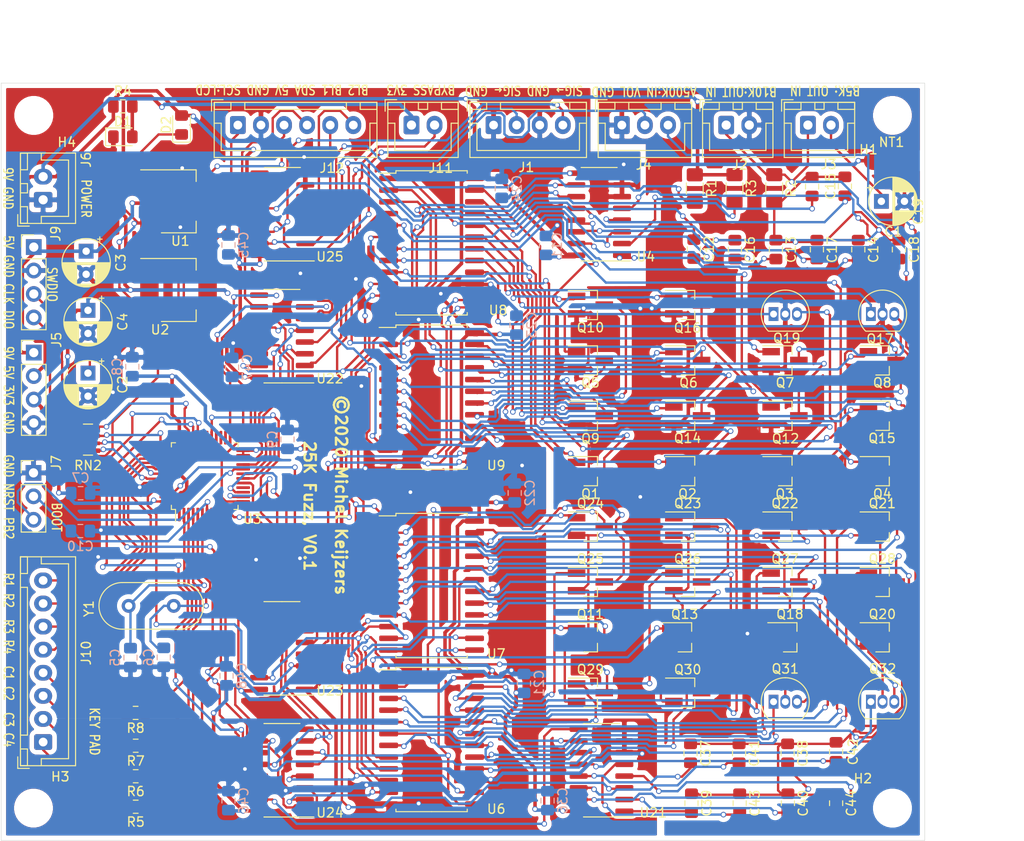
<source format=kicad_pcb>
(kicad_pcb (version 20171130) (host pcbnew "(5.1.5)-3")
  (layers (0 F.Cu signal) (31 B.Cu signal) (34 B.Paste user) (35 F.Paste user) (36 B.SilkS user) (37 F.SilkS user) (38 B.Mask user) (39 F.Mask user) (44 Edge.Cuts user))
  (net 0 "")
  (net 1 "Net-(C1-Pad1)")
  (net 2 GND)
  (net 3 "Net-(C2-Pad1)")
  (net 4 +5V)
  (net 5 +3V3)
  (net 6 "Net-(C5-Pad1)")
  (net 7 "Net-(C6-Pad1)")
  (net 8 /Mcu/NRST)
  (net 9 "Net-(C12-Pad2)")
  (net 10 "Net-(C13-Pad2)")
  (net 11 "Net-(C14-Pad2)")
  (net 12 "Net-(C15-Pad2)")
  (net 13 "Net-(C16-Pad2)")
  (net 14 "Net-(C17-Pad2)")
  (net 15 "Net-(C18-Pad2)")
  (net 16 "Net-(C19-Pad2)")
  (net 17 "Net-(C37-Pad2)")
  (net 18 /CapacitorsD/CAPACITOR_AUDIO_OUTPUT)
  (net 19 "Net-(C38-Pad2)")
  (net 20 "Net-(C39-Pad2)")
  (net 21 "Net-(C40-Pad2)")
  (net 22 "Net-(C41-Pad2)")
  (net 23 "Net-(C42-Pad2)")
  (net 24 "Net-(C43-Pad2)")
  (net 25 "Net-(C44-Pad2)")
  (net 26 "Net-(D1-Pad2)")
  (net 27 +9V)
  (net 28 /TransistorsC/EMITTER)
  (net 29 /Mcu/PB2)
  (net 30 /Mcu/SYS_JTICK_SWCLK)
  (net 31 /Mcu/SYS_JTMS_SWDIO)
  (net 32 /Mcu/GPIO_KEYPAD_ROW_1)
  (net 33 /Mcu/GPIO_KEYPAD_ROW_2)
  (net 34 /Mcu/GPIO_KEYPAD_ROW_3)
  (net 35 /Mcu/GPIO_KEYPAD_ROW_4)
  (net 36 /Mcu/I2C1_SCL)
  (net 37 /Mcu/I2C1_SDA)
  (net 38 /TransistorsB/1_COLLECTOR)
  (net 39 /TransistorsB/2_COLLECTOR)
  (net 40 /TransistorsB/3_COLLECTOR)
  (net 41 /TransistorsB/4_COLLECTOR)
  (net 42 /TransistorsB/5_COLLECTOR)
  (net 43 /TransistorsB/6_COLLECTOR)
  (net 44 /TransistorsB/7_COLLECTOR)
  (net 45 /TransistorsB/8_COLLECTOR)
  (net 46 /TransistorsB/9_COLLECTOR)
  (net 47 /TransistorsB/10_COLLECTOR)
  (net 48 /TransistorsB/11_COLLECTOR)
  (net 49 /TransistorsB/12_COLLECTOR)
  (net 50 /TransistorsB/13_COLLECTOR)
  (net 51 /TransistorsB/14_COLLECTOR)
  (net 52 /TransistorsB/15_COLLECTOR)
  (net 53 /TransistorsB/16_COLLECTOR)
  (net 54 /TransistorsC/1_COLLECTOR)
  (net 55 /TransistorsC/2_COLLECTOR)
  (net 56 /TransistorsC/3_COLLECTOR)
  (net 57 /TransistorsC/4_COLLECTOR)
  (net 58 /TransistorsC/5_COLLECTOR)
  (net 59 /TransistorsC/6_COLLECTOR)
  (net 60 /TransistorsC/7_COLLECTOR)
  (net 61 /TransistorsC/8_COLLECTOR)
  (net 62 /TransistorsC/9_COLLECTOR)
  (net 63 /TransistorsC/10_COLLECTOR)
  (net 64 /TransistorsC/11_COLLECTOR)
  (net 65 /TransistorsC/12_COLLECTOR)
  (net 66 /TransistorsC/13_COLLECTOR)
  (net 67 /TransistorsC/14_COLLECTOR)
  (net 68 /TransistorsC/15_COLLECTOR)
  (net 69 /TransistorsC/16_COLLECTOR)
  (net 70 /CapacitorsD/CAPACITOR_AUDIO_INPUT)
  (net 71 /Mcu/GPIO_KEYPAD_COLUMN_4)
  (net 72 /Mcu/GPIO_KEYPAD_COLUMN_3)
  (net 73 /Mcu/GPIO_KEYPAD_COLUMN_2)
  (net 74 /Mcu/GPIO_KEYPAD_COLUMN_1)
  (net 75 "Net-(U3-Pad1)")
  (net 76 "Net-(U3-Pad8)")
  (net 77 "Net-(U3-Pad9)")
  (net 78 /CAPACITOR_A_SELECTION_2)
  (net 79 /CAPACITOR_A_SELECTION_1)
  (net 80 /CAPACITOR_A_SELECTION_0)
  (net 81 /TRANSISTOR_B_SELECTION_0)
  (net 82 /TRANSISTOR_B_SELECTION_1)
  (net 83 /TRANSISTOR_C_SELECTION_1)
  (net 84 /TRANSISTOR_C_SELECTION_0)
  (net 85 /CAPACITOR_D_SELECTION_2)
  (net 86 /CAPACITOR_D_SELECTION_1)
  (net 87 /CAPACITOR_D_SELECTION_0)
  (net 88 /TransistorsB/BASE)
  (net 89 /TransistorsB/1_BASE)
  (net 90 /TransistorsB/2_BASE)
  (net 91 /TransistorsB/3_BASE)
  (net 92 /TransistorsB/4_BASE)
  (net 93 /TransistorsB/5_BASE)
  (net 94 /TransistorsB/6_BASE)
  (net 95 /TransistorsB/7_BASE)
  (net 96 /TransistorsB/8_BASE)
  (net 97 /TransistorsB/9_BASE)
  (net 98 /TransistorsB/10_BASE)
  (net 99 /TransistorsB/11_BASE)
  (net 100 /TransistorsB/12_BASE)
  (net 101 /TransistorsB/13_BASE)
  (net 102 /TransistorsB/14_BASE)
  (net 103 /TransistorsB/15_BASE)
  (net 104 /TransistorsB/16_BASE)
  (net 105 /TransistorsC/1_BASE)
  (net 106 /TransistorsC/2_BASE)
  (net 107 /TransistorsC/3_BASE)
  (net 108 /TransistorsC/4_BASE)
  (net 109 /TransistorsC/5_BASE)
  (net 110 /TransistorsC/6_BASE)
  (net 111 /TransistorsC/7_BASE)
  (net 112 /TransistorsC/8_BASE)
  (net 113 /TransistorsC/9_BASE)
  (net 114 /TransistorsC/10_BASE)
  (net 115 /TransistorsC/11_BASE)
  (net 116 /TransistorsC/12_BASE)
  (net 117 /TransistorsC/13_BASE)
  (net 118 /TransistorsC/14_BASE)
  (net 119 /TransistorsC/15_BASE)
  (net 120 /TransistorsC/16_BASE)
  (net 121 /TransistorsC/BASE)
  (net 122 /AudioInOut/JACK_OUT_SIGNAL)
  (net 123 /AudioInOut/JACK_IN_SIGNAL)
  (net 124 /JACK_OUT_SIGNAL_FROM_FUZZ)
  (net 125 /JACK_IN_SIGNAL_THROUGH_FUZZ)
  (net 126 "Net-(U25-Pad1)")
  (net 127 /1602_BACK_LIGHT_PIN_2)
  (net 128 /1602_BACK_LIGHT_PIN_1)
  (net 129 /Mcu/BYPASS_SWITCH_3V3)
  (net 130 /BYPASS_MODE_3V3)
  (net 131 /BYPASS_MODE)
  (net 132 "Net-(U25-Pad3)")
  (net 133 "Net-(J10-Pad1)")
  (net 134 "Net-(J10-Pad2)")
  (net 135 "Net-(J10-Pad3)")
  (net 136 "Net-(J10-Pad4)")
  (net 137 /Mcu/I2C1_SDA_MCU)
  (net 138 /Mcu/SYS_JTICK_SWCLK_MCU)
  (net 139 /Mcu/I2C1_SCL_MCU)
  (net 140 /Mcu/SYS_JTMS_SWDIO_MCU)
  (net 141 GNDA)
  (net 142 /TRANSISTOR_C_SELECTION_2)
  (net 143 /TRANSISTOR_C_SELECTION_3)
  (net 144 /TRANSISTOR_B_SELECTION_2)
  (net 145 /TRANSISTOR_B_SELECTION_3)
  (net 146 "Net-(U23-Pad10)")
  (net 147 "Net-(U23-Pad6)")
  (net 148 /TRANSISTOR_B_SELECTION_3_3V3)
  (net 149 /TRANSISTOR_B_SELECTION_2_3V3)
  (net 150 /CAPACITOR_D_SELECTION_2_3V3)
  (net 151 /CAPACITOR_D_SELECTION_1_3V3)
  (net 152 /CAPACITOR_A_SELECTION_2_3V3)
  (net 153 /CAPACITOR_A_SELECTION_1_3V3)
  (net 154 /CAPACITOR_A_SELECTION_0_3V3)
  (net 155 /TRANSISTOR_B_SELECTION_1_3V3)
  (net 156 /TRANSISTOR_B_SELECTION_0_3V3)
  (net 157 /CAPACITOR_D_SELECTION_0_3V3)
  (net 158 /TRANSISTOR_C_SELECTION_3_3V3)
  (net 159 /TRANSISTOR_C_SELECTION_2_3V3)
  (net 160 /TRANSISTOR_C_SELECTION_1_3V3)
  (net 161 /TRANSISTOR_C_SELECTION_0_3V3)
  (net 162 "Net-(U3-Pad31)")
  (net 163 "Net-(U3-Pad30)")
  (net 164 "Net-(U3-Pad27)")
  (net 165 "Net-(U23-Pad12)")
  (net 166 "Net-(U3-Pad28)")
  (net 167 "Net-(U3-Pad26)")
  (net 168 "Net-(U3-Pad16)")
  (module Package_QFP:LQFP-48_7x7mm_P0.5mm (layer F.Cu) (at 52.0375 72.55 90)
    (fp_text reference U3 (at -4.65 5.1625 180) (layer F.SilkS))
    (fp_text value STM32F103C8Tx)
    (pad 48 smd roundrect (at -2.75 -4.1625 90) (size 0.3 1.475) (layers F.Cu F.Paste F.Mask) (net 5 +3V3))
    (pad 47 smd roundrect (at -2.25 -4.1625 90) (size 0.3 1.475) (layers F.Cu F.Paste F.Mask) (net 5 +3V3))
    (pad 46 smd roundrect (at -1.75 -4.1625 90) (size 0.3 1.475) (layers F.Cu F.Paste F.Mask) (net 148 /TRANSISTOR_B_SELECTION_3_3V3))
    (pad 45 smd roundrect (at -1.25 -4.1625 90) (size 0.3 1.475) (layers F.Cu F.Paste F.Mask) (net 149 /TRANSISTOR_B_SELECTION_2_3V3))
    (pad 44 smd roundrect (at -0.75 -4.1625 90) (size 0.3 1.475) (layers F.Cu F.Paste F.Mask) (net 2 GND))
    (pad 43 smd roundrect (at -0.25 -4.1625 90) (size 0.3 1.475) (layers F.Cu F.Paste F.Mask) (net 137 /Mcu/I2C1_SDA_MCU))
    (pad 42 smd roundrect (at 0.25 -4.1625 90) (size 0.3 1.475) (layers F.Cu F.Paste F.Mask) (net 139 /Mcu/I2C1_SCL_MCU))
    (pad 41 smd roundrect (at 0.75 -4.1625 90) (size 0.3 1.475) (layers F.Cu F.Paste F.Mask) (net 35 /Mcu/GPIO_KEYPAD_ROW_4) (clearance 0.1524))
    (pad 40 smd roundrect (at 1.25 -4.1625 90) (size 0.3 1.475) (layers F.Cu F.Paste F.Mask) (net 34 /Mcu/GPIO_KEYPAD_ROW_3))
    (pad 39 smd roundrect (at 1.75 -4.1625 90) (size 0.3 1.475) (layers F.Cu F.Paste F.Mask) (net 33 /Mcu/GPIO_KEYPAD_ROW_2))
    (pad 38 smd roundrect (at 2.25 -4.1625 90) (size 0.3 1.475) (layers F.Cu F.Paste F.Mask) (net 32 /Mcu/GPIO_KEYPAD_ROW_1))
    (pad 37 smd roundrect (at 2.75 -4.1625 90) (size 0.3 1.475) (layers F.Cu F.Paste F.Mask) (net 138 /Mcu/SYS_JTICK_SWCLK_MCU))
    (pad 36 smd roundrect (at 4.1625 -2.75 90) (size 1.475 0.3) (layers F.Cu F.Paste F.Mask) (net 5 +3V3))
    (pad 35 smd roundrect (at 4.1625 -2.25 90) (size 1.475 0.3) (layers F.Cu F.Paste F.Mask) (net 5 +3V3))
    (pad 34 smd roundrect (at 4.1625 -1.75 90) (size 1.475 0.3) (layers F.Cu F.Paste F.Mask) (net 140 /Mcu/SYS_JTMS_SWDIO_MCU))
    (pad 33 smd roundrect (at 4.1625 -1.25 90) (size 1.475 0.3) (layers F.Cu F.Paste F.Mask) (net 150 /CAPACITOR_D_SELECTION_2_3V3))
    (pad 32 smd roundrect (at 4.1625 -0.75 90) (size 1.475 0.3) (layers F.Cu F.Paste F.Mask) (net 151 /CAPACITOR_D_SELECTION_1_3V3))
    (pad 31 smd roundrect (at 4.1625 -0.25 90) (size 1.475 0.3) (layers F.Cu F.Paste F.Mask) (net 162 "Net-(U3-Pad31)"))
    (pad 30 smd roundrect (at 4.1625 0.25 90) (size 1.475 0.3) (layers F.Cu F.Paste F.Mask) (net 163 "Net-(U3-Pad30)"))
    (pad 29 smd roundrect (at 4.1625 0.75 90) (size 1.475 0.3) (layers F.Cu F.Paste F.Mask) (net 161 /TRANSISTOR_C_SELECTION_0_3V3))
    (pad 28 smd roundrect (at 4.1625 1.25 90) (size 1.475 0.3) (layers F.Cu F.Paste F.Mask) (net 166 "Net-(U3-Pad28)"))
    (pad 27 smd roundrect (at 4.1625 1.75 90) (size 1.475 0.3) (layers F.Cu F.Paste F.Mask) (net 164 "Net-(U3-Pad27)"))
    (pad 26 smd roundrect (at 4.1625 2.25 90) (size 1.475 0.3) (layers F.Cu F.Paste F.Mask) (net 167 "Net-(U3-Pad26)"))
    (pad 25 smd roundrect (at 4.1625 2.75 90) (size 1.475 0.3) (layers F.Cu F.Paste F.Mask) (net 152 /CAPACITOR_A_SELECTION_2_3V3))
    (pad 24 smd roundrect (at 2.75 4.1625 90) (size 0.3 1.475) (layers F.Cu F.Paste F.Mask) (net 5 +3V3))
    (pad 23 smd roundrect (at 2.25 4.1625 90) (size 0.3 1.475) (layers F.Cu F.Paste F.Mask) (net 5 +3V3))
    (pad 22 smd roundrect (at 1.75 4.1625 90) (size 0.3 1.475) (layers F.Cu F.Paste F.Mask) (net 153 /CAPACITOR_A_SELECTION_1_3V3))
    (pad 21 smd roundrect (at 1.25 4.1625 90) (size 0.3 1.475) (layers F.Cu F.Paste F.Mask) (net 154 /CAPACITOR_A_SELECTION_0_3V3))
    (pad 20 smd roundrect (at 0.75 4.1625 90) (size 0.3 1.475) (layers F.Cu F.Paste F.Mask) (net 29 /Mcu/PB2))
    (pad 19 smd roundrect (at 0.25 4.1625 90) (size 0.3 1.475) (layers F.Cu F.Paste F.Mask) (net 155 /TRANSISTOR_B_SELECTION_1_3V3))
    (pad 18 smd roundrect (at -0.25 4.1625 90) (size 0.3 1.475) (layers F.Cu F.Paste F.Mask) (net 156 /TRANSISTOR_B_SELECTION_0_3V3))
    (pad 17 smd roundrect (at -0.75 4.1625 90) (size 0.3 1.475) (layers F.Cu F.Paste F.Mask) (net 157 /CAPACITOR_D_SELECTION_0_3V3))
    (pad 16 smd roundrect (at -1.25 4.1625 90) (size 0.3 1.475) (layers F.Cu F.Paste F.Mask) (net 168 "Net-(U3-Pad16)"))
    (pad 15 smd roundrect (at -1.75 4.1625 90) (size 0.3 1.475) (layers F.Cu F.Paste F.Mask) (net 158 /TRANSISTOR_C_SELECTION_3_3V3))
    (pad 14 smd roundrect (at -2.25 4.1625 90) (size 0.3 1.475) (layers F.Cu F.Paste F.Mask) (net 159 /TRANSISTOR_C_SELECTION_2_3V3))
    (pad 13 smd roundrect (at -2.75 4.1625 90) (size 0.3 1.475) (layers F.Cu F.Paste F.Mask) (net 130 /BYPASS_MODE_3V3))
    (pad 12 smd roundrect (at -4.1625 2.75 90) (size 1.475 0.3) (layers F.Cu F.Paste F.Mask) (net 129 /Mcu/BYPASS_SWITCH_3V3))
    (pad 11 smd roundrect (at -4.1625 2.25 90) (size 1.475 0.3) (layers F.Cu F.Paste F.Mask) (net 160 /TRANSISTOR_C_SELECTION_1_3V3))
    (pad 10 smd roundrect (at -4.1625 1.75 90) (size 1.475 0.3) (layers F.Cu F.Paste F.Mask) (net 74 /Mcu/GPIO_KEYPAD_COLUMN_1))
    (pad 9 smd roundrect (at -4.1625 1.25 90) (size 1.475 0.3) (layers F.Cu F.Paste F.Mask) (net 77 "Net-(U3-Pad9)"))
    (pad 8 smd roundrect (at -4.1625 0.75 90) (size 1.475 0.3) (layers F.Cu F.Paste F.Mask) (net 76 "Net-(U3-Pad8)"))
    (pad 7 smd roundrect (at -4.1625 0.25 90) (size 1.475 0.3) (layers F.Cu F.Paste F.Mask) (net 8 /Mcu/NRST))
    (pad 6 smd roundrect (at -4.1625 -0.25 90) (size 1.475 0.3) (layers F.Cu F.Paste F.Mask) (net 7 "Net-(C6-Pad1)"))
    (pad 5 smd roundrect (at -4.1625 -0.75 90) (size 1.475 0.3) (layers F.Cu F.Paste F.Mask) (net 6 "Net-(C5-Pad1)"))
    (pad 4 smd roundrect (at -4.1625 -1.25 90) (size 1.475 0.3) (layers F.Cu F.Paste F.Mask) (net 73 /Mcu/GPIO_KEYPAD_COLUMN_2))
    (pad 3 smd roundrect (at -4.1625 -1.75 90) (size 1.475 0.3) (layers F.Cu F.Paste F.Mask) (net 72 /Mcu/GPIO_KEYPAD_COLUMN_3))
    (pad 2 smd roundrect (at -4.1625 -2.25 90) (size 1.475 0.3) (layers F.Cu F.Paste F.Mask) (net 71 /Mcu/GPIO_KEYPAD_COLUMN_4))
    (pad 1 smd roundrect (at -4.1625 -2.75 90) (size 1.475 0.3) (layers F.Cu F.Paste F.Mask) (net 75 "Net-(U3-Pad1)"))
  )
  (module Package_SO:SOIC-24W_7.5x15.4mm_P1.27mm (layer F.Cu) (at 76.6 47.3)
    (fp_text reference U8 (at 7.2 7.3) (layer F.SilkS))
    (fp_text value CD4067BM)
    (pad 24 smd roundrect (at 4.65 -6.985) (size 2.05 0.6) (layers F.Cu F.Paste F.Mask) (net 27 +9V))
    (pad 23 smd roundrect (at 4.65 -5.715) (size 2.05 0.6) (layers F.Cu F.Paste F.Mask) (net 97 /TransistorsB/9_BASE))
    (pad 22 smd roundrect (at 4.65 -4.445) (size 2.05 0.6) (layers F.Cu F.Paste F.Mask) (net 98 /TransistorsB/10_BASE))
    (pad 21 smd roundrect (at 4.65 -3.175) (size 2.05 0.6) (layers F.Cu F.Paste F.Mask) (net 99 /TransistorsB/11_BASE))
    (pad 20 smd roundrect (at 4.65 -1.905) (size 2.05 0.6) (layers F.Cu F.Paste F.Mask) (net 100 /TransistorsB/12_BASE))
    (pad 19 smd roundrect (at 4.65 -0.635) (size 2.05 0.6) (layers F.Cu F.Paste F.Mask) (net 101 /TransistorsB/13_BASE))
    (pad 18 smd roundrect (at 4.65 0.635) (size 2.05 0.6) (layers F.Cu F.Paste F.Mask) (net 102 /TransistorsB/14_BASE))
    (pad 17 smd roundrect (at 4.65 1.905) (size 2.05 0.6) (layers F.Cu F.Paste F.Mask) (net 103 /TransistorsB/15_BASE))
    (pad 16 smd roundrect (at 4.65 3.175) (size 2.05 0.6) (layers F.Cu F.Paste F.Mask) (net 104 /TransistorsB/16_BASE))
    (pad 15 smd roundrect (at 4.65 4.445) (size 2.05 0.6) (layers F.Cu F.Paste F.Mask) (net 2 GND))
    (pad 14 smd roundrect (at 4.65 5.715) (size 2.05 0.6) (layers F.Cu F.Paste F.Mask) (net 144 /TRANSISTOR_B_SELECTION_2))
    (pad 13 smd roundrect (at 4.65 6.985) (size 2.05 0.6) (layers F.Cu F.Paste F.Mask) (net 145 /TRANSISTOR_B_SELECTION_3))
    (pad 12 smd roundrect (at -4.65 6.985) (size 2.05 0.6) (layers F.Cu F.Paste F.Mask) (net 2 GND))
    (pad 11 smd roundrect (at -4.65 5.715) (size 2.05 0.6) (layers F.Cu F.Paste F.Mask) (net 82 /TRANSISTOR_B_SELECTION_1))
    (pad 10 smd roundrect (at -4.65 4.445) (size 2.05 0.6) (layers F.Cu F.Paste F.Mask) (net 81 /TRANSISTOR_B_SELECTION_0))
    (pad 9 smd roundrect (at -4.65 3.175) (size 2.05 0.6) (layers F.Cu F.Paste F.Mask) (net 89 /TransistorsB/1_BASE))
    (pad 8 smd roundrect (at -4.65 1.905) (size 2.05 0.6) (layers F.Cu F.Paste F.Mask) (net 90 /TransistorsB/2_BASE))
    (pad 7 smd roundrect (at -4.65 0.635) (size 2.05 0.6) (layers F.Cu F.Paste F.Mask) (net 91 /TransistorsB/3_BASE))
    (pad 6 smd roundrect (at -4.65 -0.635) (size 2.05 0.6) (layers F.Cu F.Paste F.Mask) (net 92 /TransistorsB/4_BASE))
    (pad 5 smd roundrect (at -4.65 -1.905) (size 2.05 0.6) (layers F.Cu F.Paste F.Mask) (net 93 /TransistorsB/5_BASE))
    (pad 4 smd roundrect (at -4.65 -3.175) (size 2.05 0.6) (layers F.Cu F.Paste F.Mask) (net 94 /TransistorsB/6_BASE))
    (pad 3 smd roundrect (at -4.65 -4.445) (size 2.05 0.6) (layers F.Cu F.Paste F.Mask) (net 95 /TransistorsB/7_BASE))
    (pad 2 smd roundrect (at -4.65 -5.715) (size 2.05 0.6) (layers F.Cu F.Paste F.Mask) (net 96 /TransistorsB/8_BASE))
    (pad 1 smd roundrect (at -4.65 -6.985) (size 2.05 0.6) (layers F.Cu F.Paste F.Mask) (net 88 /TransistorsB/BASE))
  )
  (module Package_SO:SOIC-24W_7.5x15.4mm_P1.27mm (layer F.Cu) (at 76.6 64)
    (fp_text reference U9 (at 7 7.4) (layer F.SilkS))
    (fp_text value CD4067BM)
    (pad 24 smd roundrect (at 4.65 -6.985) (size 2.05 0.6) (layers F.Cu F.Paste F.Mask) (net 27 +9V))
    (pad 23 smd roundrect (at 4.65 -5.715) (size 2.05 0.6) (layers F.Cu F.Paste F.Mask) (net 46 /TransistorsB/9_COLLECTOR))
    (pad 22 smd roundrect (at 4.65 -4.445) (size 2.05 0.6) (layers F.Cu F.Paste F.Mask) (net 47 /TransistorsB/10_COLLECTOR))
    (pad 21 smd roundrect (at 4.65 -3.175) (size 2.05 0.6) (layers F.Cu F.Paste F.Mask) (net 48 /TransistorsB/11_COLLECTOR))
    (pad 20 smd roundrect (at 4.65 -1.905) (size 2.05 0.6) (layers F.Cu F.Paste F.Mask) (net 49 /TransistorsB/12_COLLECTOR))
    (pad 19 smd roundrect (at 4.65 -0.635) (size 2.05 0.6) (layers F.Cu F.Paste F.Mask) (net 50 /TransistorsB/13_COLLECTOR))
    (pad 18 smd roundrect (at 4.65 0.635) (size 2.05 0.6) (layers F.Cu F.Paste F.Mask) (net 51 /TransistorsB/14_COLLECTOR))
    (pad 17 smd roundrect (at 4.65 1.905) (size 2.05 0.6) (layers F.Cu F.Paste F.Mask) (net 52 /TransistorsB/15_COLLECTOR))
    (pad 16 smd roundrect (at 4.65 3.175) (size 2.05 0.6) (layers F.Cu F.Paste F.Mask) (net 53 /TransistorsB/16_COLLECTOR))
    (pad 15 smd roundrect (at 4.65 4.445) (size 2.05 0.6) (layers F.Cu F.Paste F.Mask) (net 2 GND))
    (pad 14 smd roundrect (at 4.65 5.715) (size 2.05 0.6) (layers F.Cu F.Paste F.Mask) (net 144 /TRANSISTOR_B_SELECTION_2))
    (pad 13 smd roundrect (at 4.65 6.985) (size 2.05 0.6) (layers F.Cu F.Paste F.Mask) (net 145 /TRANSISTOR_B_SELECTION_3))
    (pad 12 smd roundrect (at -4.65 6.985) (size 2.05 0.6) (layers F.Cu F.Paste F.Mask) (net 2 GND))
    (pad 11 smd roundrect (at -4.65 5.715) (size 2.05 0.6) (layers F.Cu F.Paste F.Mask) (net 82 /TRANSISTOR_B_SELECTION_1))
    (pad 10 smd roundrect (at -4.65 4.445) (size 2.05 0.6) (layers F.Cu F.Paste F.Mask) (net 81 /TRANSISTOR_B_SELECTION_0))
    (pad 9 smd roundrect (at -4.65 3.175) (size 2.05 0.6) (layers F.Cu F.Paste F.Mask) (net 38 /TransistorsB/1_COLLECTOR))
    (pad 8 smd roundrect (at -4.65 1.905) (size 2.05 0.6) (layers F.Cu F.Paste F.Mask) (net 39 /TransistorsB/2_COLLECTOR))
    (pad 7 smd roundrect (at -4.65 0.635) (size 2.05 0.6) (layers F.Cu F.Paste F.Mask) (net 40 /TransistorsB/3_COLLECTOR))
    (pad 6 smd roundrect (at -4.65 -0.635) (size 2.05 0.6) (layers F.Cu F.Paste F.Mask) (net 41 /TransistorsB/4_COLLECTOR))
    (pad 5 smd roundrect (at -4.65 -1.905) (size 2.05 0.6) (layers F.Cu F.Paste F.Mask) (net 42 /TransistorsB/5_COLLECTOR))
    (pad 4 smd roundrect (at -4.65 -3.175) (size 2.05 0.6) (layers F.Cu F.Paste F.Mask) (net 43 /TransistorsB/6_COLLECTOR))
    (pad 3 smd roundrect (at -4.65 -4.445) (size 2.05 0.6) (layers F.Cu F.Paste F.Mask) (net 44 /TransistorsB/7_COLLECTOR))
    (pad 2 smd roundrect (at -4.65 -5.715) (size 2.05 0.6) (layers F.Cu F.Paste F.Mask) (net 45 /TransistorsB/8_COLLECTOR))
    (pad 1 smd roundrect (at -4.65 -6.985) (size 2.05 0.6) (layers F.Cu F.Paste F.Mask) (net 121 /TransistorsC/BASE))
  )
  (module Package_SO:SOIC-24W_7.5x15.4mm_P1.27mm (layer F.Cu) (at 76.6 84.4)
    (fp_text reference U7 (at 7 7.4) (layer F.SilkS))
    (fp_text value CD4067BM)
    (pad 24 smd roundrect (at 4.65 -6.985) (size 2.05 0.6) (layers F.Cu F.Paste F.Mask) (net 27 +9V))
    (pad 23 smd roundrect (at 4.65 -5.715) (size 2.05 0.6) (layers F.Cu F.Paste F.Mask) (net 62 /TransistorsC/9_COLLECTOR))
    (pad 22 smd roundrect (at 4.65 -4.445) (size 2.05 0.6) (layers F.Cu F.Paste F.Mask) (net 63 /TransistorsC/10_COLLECTOR))
    (pad 21 smd roundrect (at 4.65 -3.175) (size 2.05 0.6) (layers F.Cu F.Paste F.Mask) (net 64 /TransistorsC/11_COLLECTOR))
    (pad 20 smd roundrect (at 4.65 -1.905) (size 2.05 0.6) (layers F.Cu F.Paste F.Mask) (net 65 /TransistorsC/12_COLLECTOR))
    (pad 19 smd roundrect (at 4.65 -0.635) (size 2.05 0.6) (layers F.Cu F.Paste F.Mask) (net 66 /TransistorsC/13_COLLECTOR))
    (pad 18 smd roundrect (at 4.65 0.635) (size 2.05 0.6) (layers F.Cu F.Paste F.Mask) (net 67 /TransistorsC/14_COLLECTOR))
    (pad 17 smd roundrect (at 4.65 1.905) (size 2.05 0.6) (layers F.Cu F.Paste F.Mask) (net 68 /TransistorsC/15_COLLECTOR))
    (pad 16 smd roundrect (at 4.65 3.175) (size 2.05 0.6) (layers F.Cu F.Paste F.Mask) (net 69 /TransistorsC/16_COLLECTOR))
    (pad 15 smd roundrect (at 4.65 4.445) (size 2.05 0.6) (layers F.Cu F.Paste F.Mask) (net 2 GND))
    (pad 14 smd roundrect (at 4.65 5.715) (size 2.05 0.6) (layers F.Cu F.Paste F.Mask) (net 142 /TRANSISTOR_C_SELECTION_2))
    (pad 13 smd roundrect (at 4.65 6.985) (size 2.05 0.6) (layers F.Cu F.Paste F.Mask) (net 143 /TRANSISTOR_C_SELECTION_3))
    (pad 12 smd roundrect (at -4.65 6.985) (size 2.05 0.6) (layers F.Cu F.Paste F.Mask) (net 2 GND))
    (pad 11 smd roundrect (at -4.65 5.715) (size 2.05 0.6) (layers F.Cu F.Paste F.Mask) (net 83 /TRANSISTOR_C_SELECTION_1))
    (pad 10 smd roundrect (at -4.65 4.445) (size 2.05 0.6) (layers F.Cu F.Paste F.Mask) (net 84 /TRANSISTOR_C_SELECTION_0))
    (pad 9 smd roundrect (at -4.65 3.175) (size 2.05 0.6) (layers F.Cu F.Paste F.Mask) (net 54 /TransistorsC/1_COLLECTOR))
    (pad 8 smd roundrect (at -4.65 1.905) (size 2.05 0.6) (layers F.Cu F.Paste F.Mask) (net 55 /TransistorsC/2_COLLECTOR))
    (pad 7 smd roundrect (at -4.65 0.635) (size 2.05 0.6) (layers F.Cu F.Paste F.Mask) (net 56 /TransistorsC/3_COLLECTOR))
    (pad 6 smd roundrect (at -4.65 -0.635) (size 2.05 0.6) (layers F.Cu F.Paste F.Mask) (net 57 /TransistorsC/4_COLLECTOR))
    (pad 5 smd roundrect (at -4.65 -1.905) (size 2.05 0.6) (layers F.Cu F.Paste F.Mask) (net 58 /TransistorsC/5_COLLECTOR))
    (pad 4 smd roundrect (at -4.65 -3.175) (size 2.05 0.6) (layers F.Cu F.Paste F.Mask) (net 59 /TransistorsC/6_COLLECTOR))
    (pad 3 smd roundrect (at -4.65 -4.445) (size 2.05 0.6) (layers F.Cu F.Paste F.Mask) (net 60 /TransistorsC/7_COLLECTOR))
    (pad 2 smd roundrect (at -4.65 -5.715) (size 2.05 0.6) (layers F.Cu F.Paste F.Mask) (net 61 /TransistorsC/8_COLLECTOR))
    (pad 1 smd roundrect (at -4.65 -6.985) (size 2.05 0.6) (layers F.Cu F.Paste F.Mask) (net 70 /CapacitorsD/CAPACITOR_AUDIO_INPUT))
  )
  (module Package_SO:SOIC-24W_7.5x15.4mm_P1.27mm (layer F.Cu) (at 76.6 101.07)
    (fp_text reference U6 (at 7 7.53) (layer F.SilkS))
    (fp_text value CD4067BM)
    (pad 24 smd roundrect (at 4.65 -6.985) (size 2.05 0.6) (layers F.Cu F.Paste F.Mask) (net 27 +9V))
    (pad 23 smd roundrect (at 4.65 -5.715) (size 2.05 0.6) (layers F.Cu F.Paste F.Mask) (net 113 /TransistorsC/9_BASE))
    (pad 22 smd roundrect (at 4.65 -4.445) (size 2.05 0.6) (layers F.Cu F.Paste F.Mask) (net 114 /TransistorsC/10_BASE))
    (pad 21 smd roundrect (at 4.65 -3.175) (size 2.05 0.6) (layers F.Cu F.Paste F.Mask) (net 115 /TransistorsC/11_BASE))
    (pad 20 smd roundrect (at 4.65 -1.905) (size 2.05 0.6) (layers F.Cu F.Paste F.Mask) (net 116 /TransistorsC/12_BASE))
    (pad 19 smd roundrect (at 4.65 -0.635) (size 2.05 0.6) (layers F.Cu F.Paste F.Mask) (net 117 /TransistorsC/13_BASE))
    (pad 18 smd roundrect (at 4.65 0.635) (size 2.05 0.6) (layers F.Cu F.Paste F.Mask) (net 118 /TransistorsC/14_BASE))
    (pad 17 smd roundrect (at 4.65 1.905) (size 2.05 0.6) (layers F.Cu F.Paste F.Mask) (net 119 /TransistorsC/15_BASE))
    (pad 16 smd roundrect (at 4.65 3.175) (size 2.05 0.6) (layers F.Cu F.Paste F.Mask) (net 120 /TransistorsC/16_BASE))
    (pad 15 smd roundrect (at 4.65 4.445) (size 2.05 0.6) (layers F.Cu F.Paste F.Mask) (net 2 GND))
    (pad 14 smd roundrect (at 4.65 5.715) (size 2.05 0.6) (layers F.Cu F.Paste F.Mask) (net 142 /TRANSISTOR_C_SELECTION_2))
    (pad 13 smd roundrect (at 4.65 6.985) (size 2.05 0.6) (layers F.Cu F.Paste F.Mask) (net 143 /TRANSISTOR_C_SELECTION_3))
    (pad 12 smd roundrect (at -4.65 6.985) (size 2.05 0.6) (layers F.Cu F.Paste F.Mask) (net 2 GND))
    (pad 11 smd roundrect (at -4.65 5.715) (size 2.05 0.6) (layers F.Cu F.Paste F.Mask) (net 83 /TRANSISTOR_C_SELECTION_1))
    (pad 10 smd roundrect (at -4.65 4.445) (size 2.05 0.6) (layers F.Cu F.Paste F.Mask) (net 84 /TRANSISTOR_C_SELECTION_0))
    (pad 9 smd roundrect (at -4.65 3.175) (size 2.05 0.6) (layers F.Cu F.Paste F.Mask) (net 105 /TransistorsC/1_BASE))
    (pad 8 smd roundrect (at -4.65 1.905) (size 2.05 0.6) (layers F.Cu F.Paste F.Mask) (net 106 /TransistorsC/2_BASE))
    (pad 7 smd roundrect (at -4.65 0.635) (size 2.05 0.6) (layers F.Cu F.Paste F.Mask) (net 107 /TransistorsC/3_BASE))
    (pad 6 smd roundrect (at -4.65 -0.635) (size 2.05 0.6) (layers F.Cu F.Paste F.Mask) (net 108 /TransistorsC/4_BASE))
    (pad 5 smd roundrect (at -4.65 -1.905) (size 2.05 0.6) (layers F.Cu F.Paste F.Mask) (net 109 /TransistorsC/5_BASE))
    (pad 4 smd roundrect (at -4.65 -3.175) (size 2.05 0.6) (layers F.Cu F.Paste F.Mask) (net 110 /TransistorsC/6_BASE))
    (pad 3 smd roundrect (at -4.65 -4.445) (size 2.05 0.6) (layers F.Cu F.Paste F.Mask) (net 111 /TransistorsC/7_BASE))
    (pad 2 smd roundrect (at -4.65 -5.715) (size 2.05 0.6) (layers F.Cu F.Paste F.Mask) (net 112 /TransistorsC/8_BASE))
    (pad 1 smd roundrect (at -4.65 -6.985) (size 2.05 0.6) (layers F.Cu F.Paste F.Mask) (net 121 /TransistorsC/BASE))
  )
  (module Package_TO_SOT_THT:TO-92_Inline (layer F.Cu) (at 124.16 96.98)
    (fp_text reference Q32 (at 1.27 -3.56) (layer F.SilkS))
    (fp_text value 2N5088)
    (pad 1 thru_hole rect (at 0 0) (size 1.05 1.5) (drill 0.75) (layers *.Cu *.Mask) (net 120 /TransistorsC/16_BASE))
    (pad 3 thru_hole oval (at 2.54 0) (size 1.05 1.5) (drill 0.75) (layers *.Cu *.Mask) (net 69 /TransistorsC/16_COLLECTOR))
    (pad 2 thru_hole oval (at 1.27 0) (size 1.05 1.5) (drill 0.75) (layers *.Cu *.Mask) (net 28 /TransistorsC/EMITTER))
  )
  (module Package_TO_SOT_THT:TO-92_Inline (layer F.Cu) (at 113.626666 96.98)
    (fp_text reference Q31 (at 1.27 -3.56) (layer F.SilkS))
    (fp_text value MPSA18)
    (pad 1 thru_hole rect (at 0 0) (size 1.05 1.5) (drill 0.75) (layers *.Cu *.Mask) (net 119 /TransistorsC/15_BASE))
    (pad 3 thru_hole oval (at 2.54 0) (size 1.05 1.5) (drill 0.75) (layers *.Cu *.Mask) (net 68 /TransistorsC/15_COLLECTOR))
    (pad 2 thru_hole oval (at 1.27 0) (size 1.05 1.5) (drill 0.75) (layers *.Cu *.Mask) (net 28 /TransistorsC/EMITTER))
  )
  (module Package_TO_SOT_SMD:SOT-23_Handsoldering (layer F.Cu) (at 104.333333 96)
    (fp_text reference Q30 (at 0 -2.5) (layer F.SilkS))
    (fp_text value 2SC1815)
    (pad 3 smd rect (at 1.5 0) (size 1.9 0.8) (layers F.Cu F.Paste F.Mask) (net 67 /TransistorsC/14_COLLECTOR))
    (pad 2 smd rect (at -1.5 0.95) (size 1.9 0.8) (layers F.Cu F.Paste F.Mask) (net 28 /TransistorsC/EMITTER))
    (pad 1 smd rect (at -1.5 -0.95) (size 1.9 0.8) (layers F.Cu F.Paste F.Mask) (net 118 /TransistorsC/14_BASE))
  )
  (module Package_TO_SOT_SMD:SOT-23_Handsoldering (layer F.Cu) (at 93.8 96)
    (fp_text reference Q29 (at 0 -2.5) (layer F.SilkS))
    (fp_text value 2SC1623)
    (pad 3 smd rect (at 1.5 0) (size 1.9 0.8) (layers F.Cu F.Paste F.Mask) (net 66 /TransistorsC/13_COLLECTOR))
    (pad 2 smd rect (at -1.5 0.95) (size 1.9 0.8) (layers F.Cu F.Paste F.Mask) (net 28 /TransistorsC/EMITTER))
    (pad 1 smd rect (at -1.5 -0.95) (size 1.9 0.8) (layers F.Cu F.Paste F.Mask) (net 117 /TransistorsC/13_BASE))
  )
  (module Package_TO_SOT_SMD:SOT-23_Handsoldering (layer F.Cu) (at 125.4 84.008161)
    (fp_text reference Q28 (at 0 -2.5) (layer F.SilkS))
    (fp_text value C945)
    (pad 3 smd rect (at 1.5 0) (size 1.9 0.8) (layers F.Cu F.Paste F.Mask) (net 65 /TransistorsC/12_COLLECTOR))
    (pad 2 smd rect (at -1.5 0.95) (size 1.9 0.8) (layers F.Cu F.Paste F.Mask) (net 28 /TransistorsC/EMITTER))
    (pad 1 smd rect (at -1.5 -0.95) (size 1.9 0.8) (layers F.Cu F.Paste F.Mask) (net 116 /TransistorsC/12_BASE))
  )
  (module Package_TO_SOT_SMD:SOT-23_Handsoldering (layer F.Cu) (at 114.866666 84.008161)
    (fp_text reference Q27 (at 0 -2.5) (layer F.SilkS))
    (fp_text value S9018)
    (pad 3 smd rect (at 1.5 0) (size 1.9 0.8) (layers F.Cu F.Paste F.Mask) (net 64 /TransistorsC/11_COLLECTOR))
    (pad 2 smd rect (at -1.5 0.95) (size 1.9 0.8) (layers F.Cu F.Paste F.Mask) (net 28 /TransistorsC/EMITTER))
    (pad 1 smd rect (at -1.5 -0.95) (size 1.9 0.8) (layers F.Cu F.Paste F.Mask) (net 115 /TransistorsC/11_BASE))
  )
  (module Package_TO_SOT_SMD:SOT-23_Handsoldering (layer F.Cu) (at 104.333333 84.008161)
    (fp_text reference Q26 (at 0 -2.5) (layer F.SilkS))
    (fp_text value S9013)
    (pad 3 smd rect (at 1.5 0) (size 1.9 0.8) (layers F.Cu F.Paste F.Mask) (net 63 /TransistorsC/10_COLLECTOR))
    (pad 2 smd rect (at -1.5 0.95) (size 1.9 0.8) (layers F.Cu F.Paste F.Mask) (net 28 /TransistorsC/EMITTER))
    (pad 1 smd rect (at -1.5 -0.95) (size 1.9 0.8) (layers F.Cu F.Paste F.Mask) (net 114 /TransistorsC/10_BASE))
  )
  (module Package_TO_SOT_SMD:SOT-23_Handsoldering (layer F.Cu) (at 93.8 84.008161)
    (fp_text reference Q25 (at 0 -2.5) (layer F.SilkS))
    (fp_text value BC848B)
    (pad 3 smd rect (at 1.5 0) (size 1.9 0.8) (layers F.Cu F.Paste F.Mask) (net 62 /TransistorsC/9_COLLECTOR))
    (pad 2 smd rect (at -1.5 0.95) (size 1.9 0.8) (layers F.Cu F.Paste F.Mask) (net 28 /TransistorsC/EMITTER))
    (pad 1 smd rect (at -1.5 -0.95) (size 1.9 0.8) (layers F.Cu F.Paste F.Mask) (net 113 /TransistorsC/9_BASE))
  )
  (module Package_TO_SOT_SMD:SOT-23_Handsoldering (layer F.Cu) (at 93.8 78.012243)
    (fp_text reference Q24 (at 0 -2.5) (layer F.SilkS))
    (fp_text value BC847C)
    (pad 3 smd rect (at 1.5 0) (size 1.9 0.8) (layers F.Cu F.Paste F.Mask) (net 61 /TransistorsC/8_COLLECTOR))
    (pad 2 smd rect (at -1.5 0.95) (size 1.9 0.8) (layers F.Cu F.Paste F.Mask) (net 28 /TransistorsC/EMITTER))
    (pad 1 smd rect (at -1.5 -0.95) (size 1.9 0.8) (layers F.Cu F.Paste F.Mask) (net 112 /TransistorsC/8_BASE))
  )
  (module Package_TO_SOT_SMD:SOT-23_Handsoldering (layer F.Cu) (at 104.333333 78.012243)
    (fp_text reference Q23 (at 0 -2.5) (layer F.SilkS))
    (fp_text value BC847B)
    (pad 3 smd rect (at 1.5 0) (size 1.9 0.8) (layers F.Cu F.Paste F.Mask) (net 60 /TransistorsC/7_COLLECTOR))
    (pad 2 smd rect (at -1.5 0.95) (size 1.9 0.8) (layers F.Cu F.Paste F.Mask) (net 28 /TransistorsC/EMITTER))
    (pad 1 smd rect (at -1.5 -0.95) (size 1.9 0.8) (layers F.Cu F.Paste F.Mask) (net 111 /TransistorsC/7_BASE))
  )
  (module Package_TO_SOT_SMD:SOT-23_Handsoldering (layer F.Cu) (at 114.866666 78.012243)
    (fp_text reference Q22 (at 0 -2.5) (layer F.SilkS))
    (fp_text value BC846)
    (pad 3 smd rect (at 1.5 0) (size 1.9 0.8) (layers F.Cu F.Paste F.Mask) (net 59 /TransistorsC/6_COLLECTOR))
    (pad 2 smd rect (at -1.5 0.95) (size 1.9 0.8) (layers F.Cu F.Paste F.Mask) (net 28 /TransistorsC/EMITTER))
    (pad 1 smd rect (at -1.5 -0.95) (size 1.9 0.8) (layers F.Cu F.Paste F.Mask) (net 110 /TransistorsC/6_BASE))
  )
  (module Package_TO_SOT_SMD:SOT-23_Handsoldering (layer F.Cu) (at 125.4 78.012243)
    (fp_text reference Q21 (at 0 -2.5) (layer F.SilkS))
    (fp_text value BC807)
    (pad 3 smd rect (at 1.5 0) (size 1.9 0.8) (layers F.Cu F.Paste F.Mask) (net 58 /TransistorsC/5_COLLECTOR))
    (pad 2 smd rect (at -1.5 0.95) (size 1.9 0.8) (layers F.Cu F.Paste F.Mask) (net 28 /TransistorsC/EMITTER))
    (pad 1 smd rect (at -1.5 -0.95) (size 1.9 0.8) (layers F.Cu F.Paste F.Mask) (net 109 /TransistorsC/5_BASE))
  )
  (module Package_TO_SOT_SMD:SOT-23_Handsoldering (layer F.Cu) (at 125.4 90.004079)
    (fp_text reference Q20 (at 0 -2.5) (layer F.SilkS))
    (fp_text value MMBTA42)
    (pad 3 smd rect (at 1.5 0) (size 1.9 0.8) (layers F.Cu F.Paste F.Mask) (net 57 /TransistorsC/4_COLLECTOR))
    (pad 2 smd rect (at -1.5 0.95) (size 1.9 0.8) (layers F.Cu F.Paste F.Mask) (net 28 /TransistorsC/EMITTER))
    (pad 1 smd rect (at -1.5 -0.95) (size 1.9 0.8) (layers F.Cu F.Paste F.Mask) (net 108 /TransistorsC/4_BASE))
  )
  (module Package_TO_SOT_SMD:SOT-23_Handsoldering (layer F.Cu) (at 115.4 90.004079)
    (fp_text reference Q18 (at 0 -2.5) (layer F.SilkS))
    (fp_text value MMBT5551L)
    (pad 3 smd rect (at 1.5 0) (size 1.9 0.8) (layers F.Cu F.Paste F.Mask) (net 56 /TransistorsC/3_COLLECTOR))
    (pad 2 smd rect (at -1.5 0.95) (size 1.9 0.8) (layers F.Cu F.Paste F.Mask) (net 28 /TransistorsC/EMITTER))
    (pad 1 smd rect (at -1.5 -0.95) (size 1.9 0.8) (layers F.Cu F.Paste F.Mask) (net 107 /TransistorsC/3_BASE))
  )
  (module Package_TO_SOT_SMD:SOT-23_Handsoldering (layer F.Cu) (at 104 90.004079)
    (fp_text reference Q13 (at 0 -2.5) (layer F.SilkS))
    (fp_text value MMBT3904)
    (pad 3 smd rect (at 1.5 0) (size 1.9 0.8) (layers F.Cu F.Paste F.Mask) (net 55 /TransistorsC/2_COLLECTOR))
    (pad 2 smd rect (at -1.5 0.95) (size 1.9 0.8) (layers F.Cu F.Paste F.Mask) (net 28 /TransistorsC/EMITTER))
    (pad 1 smd rect (at -1.5 -0.95) (size 1.9 0.8) (layers F.Cu F.Paste F.Mask) (net 106 /TransistorsC/2_BASE))
  )
  (module Package_TO_SOT_SMD:SOT-23_Handsoldering (layer F.Cu) (at 93.8 90.004079)
    (fp_text reference Q11 (at 0 -2.5) (layer F.SilkS))
    (fp_text value PN2222A)
    (pad 3 smd rect (at 1.5 0) (size 1.9 0.8) (layers F.Cu F.Paste F.Mask) (net 54 /TransistorsC/1_COLLECTOR))
    (pad 2 smd rect (at -1.5 0.95) (size 1.9 0.8) (layers F.Cu F.Paste F.Mask) (net 28 /TransistorsC/EMITTER))
    (pad 1 smd rect (at -1.5 -0.95) (size 1.9 0.8) (layers F.Cu F.Paste F.Mask) (net 105 /TransistorsC/1_BASE))
  )
  (module NetTie:NetTie-2_SMD_Pad2.0mm (layer F.Cu) (at 126.4 38.4)
    (fp_text reference NT1 (at 0 -2) (layer F.SilkS))
    (fp_text value Net-Tie_2)
    (fp_poly (pts (xy -2 -1) (xy 2 -1) (xy 2 1) (xy -2 1)) (layer F.Cu) (width 0))
    (pad 2 smd circle (at 2 0) (size 2 2) (layers F.Cu) (net 141 GNDA))
    (pad 1 smd circle (at -2 0) (size 2 2) (layers F.Cu) (net 2 GND))
  )
  (module Capacitor_SMD:C_0805_2012Metric_Pad1.15x1.40mm_HandSolder (layer B.Cu) (at 85.8 56.2 90)
    (fp_text reference C23 (at 0 1.65 90) (layer B.SilkS) (effects (justify mirror)))
    (fp_text value 100nF)
    (pad 2 smd roundrect (at 1.025 0 90) (size 1.15 1.4) (layers B.Cu B.Paste B.Mask) (roundrect_rratio 0.217391) (net 2 GND))
    (pad 1 smd roundrect (at -1.025 0 90) (size 1.15 1.4) (layers B.Cu B.Paste B.Mask) (roundrect_rratio 0.217391) (net 27 +9V))
  )
  (module Capacitor_SMD:C_0805_2012Metric_Pad1.15x1.40mm_HandSolder (layer B.Cu) (at 85.6 74.375 90)
    (fp_text reference C22 (at 0 1.65 90) (layer B.SilkS) (effects (justify mirror)))
    (fp_text value 100nF)
    (pad 2 smd roundrect (at 1.025 0 90) (size 1.15 1.4) (layers B.Cu B.Paste B.Mask) (roundrect_rratio 0.217391) (net 2 GND))
    (pad 1 smd roundrect (at -1.025 0 90) (size 1.15 1.4) (layers B.Cu B.Paste B.Mask) (roundrect_rratio 0.217391) (net 27 +9V))
  )
  (module Capacitor_SMD:C_0805_2012Metric_Pad1.15x1.40mm_HandSolder (layer B.Cu) (at 86.6 95 90)
    (fp_text reference C21 (at 0 1.65 -90) (layer B.SilkS) (effects (justify mirror)))
    (fp_text value 100nF)
    (pad 2 smd roundrect (at 1.025 0 90) (size 1.15 1.4) (layers B.Cu B.Paste B.Mask) (roundrect_rratio 0.217391) (net 2 GND))
    (pad 1 smd roundrect (at -1.025 0 90) (size 1.15 1.4) (layers B.Cu B.Paste B.Mask) (roundrect_rratio 0.217391) (net 27 +9V))
  )
  (module Package_SO:SOIC-16_3.9x9.9mm_P1.27mm (layer F.Cu) (at 60.4 57.4 180)
    (fp_text reference U22 (at -5.2 -4.6) (layer F.SilkS))
    (fp_text value 4504)
    (pad 16 smd roundrect (at 2.475 -4.445 180) (size 1.95 0.6) (layers F.Cu F.Paste F.Mask) (net 27 +9V))
    (pad 15 smd roundrect (at 2.475 -3.175 180) (size 1.95 0.6) (layers F.Cu F.Paste F.Mask) (net 82 /TRANSISTOR_B_SELECTION_1))
    (pad 14 smd roundrect (at 2.475 -1.905 180) (size 1.95 0.6) (layers F.Cu F.Paste F.Mask) (net 155 /TRANSISTOR_B_SELECTION_1_3V3))
    (pad 13 smd roundrect (at 2.475 -0.635 180) (size 1.95 0.6) (layers F.Cu F.Paste F.Mask) (net 2 GND))
    (pad 12 smd roundrect (at 2.475 0.635 180) (size 1.95 0.6) (layers F.Cu F.Paste F.Mask) (net 81 /TRANSISTOR_B_SELECTION_0))
    (pad 11 smd roundrect (at 2.475 1.905 180) (size 1.95 0.6) (layers F.Cu F.Paste F.Mask) (net 156 /TRANSISTOR_B_SELECTION_0_3V3))
    (pad 10 smd roundrect (at 2.475 3.175 180) (size 1.95 0.6) (layers F.Cu F.Paste F.Mask) (net 131 /BYPASS_MODE))
    (pad 9 smd roundrect (at 2.475 4.445 180) (size 1.95 0.6) (layers F.Cu F.Paste F.Mask) (net 130 /BYPASS_MODE_3V3))
    (pad 8 smd roundrect (at -2.475 4.445 180) (size 1.95 0.6) (layers F.Cu F.Paste F.Mask) (net 2 GND))
    (pad 7 smd roundrect (at -2.475 3.175 180) (size 1.95 0.6) (layers F.Cu F.Paste F.Mask) (net 152 /CAPACITOR_A_SELECTION_2_3V3))
    (pad 6 smd roundrect (at -2.475 1.905 180) (size 1.95 0.6) (layers F.Cu F.Paste F.Mask) (net 78 /CAPACITOR_A_SELECTION_2))
    (pad 5 smd roundrect (at -2.475 0.635 180) (size 1.95 0.6) (layers F.Cu F.Paste F.Mask) (net 153 /CAPACITOR_A_SELECTION_1_3V3))
    (pad 4 smd roundrect (at -2.475 -0.635 180) (size 1.95 0.6) (layers F.Cu F.Paste F.Mask) (net 79 /CAPACITOR_A_SELECTION_1))
    (pad 3 smd roundrect (at -2.475 -1.905 180) (size 1.95 0.6) (layers F.Cu F.Paste F.Mask) (net 154 /CAPACITOR_A_SELECTION_0_3V3))
    (pad 2 smd roundrect (at -2.475 -3.175 180) (size 1.95 0.6) (layers F.Cu F.Paste F.Mask) (net 80 /CAPACITOR_A_SELECTION_0))
    (pad 1 smd roundrect (at -2.475 -4.445 180) (size 1.95 0.6) (layers F.Cu F.Paste F.Mask) (net 5 +3V3))
  )
  (module Package_TO_SOT_THT:TO-92_Inline (layer F.Cu) (at 124.16 55.008571)
    (fp_text reference Q17 (at 1 2.7) (layer F.SilkS))
    (fp_text value MPSA18)
    (pad 1 thru_hole rect (at 0 0) (size 1.05 1.5) (drill 0.75) (layers *.Cu *.Mask) (net 103 /TransistorsB/15_BASE))
    (pad 3 thru_hole oval (at 2.54 0) (size 1.05 1.5) (drill 0.75) (layers *.Cu *.Mask) (net 52 /TransistorsB/15_COLLECTOR))
    (pad 2 thru_hole oval (at 1.27 0) (size 1.05 1.5) (drill 0.75) (layers *.Cu *.Mask) (net 141 GNDA))
  )
  (module Package_TO_SOT_SMD:SOT-23_Handsoldering (layer F.Cu) (at 104.333333 60.024489)
    (fp_text reference Q6 (at 0.084667 2.418) (layer F.SilkS))
    (fp_text value BC846)
    (pad 1 smd rect (at -1.5 -0.95) (size 1.9 0.8) (layers F.Cu F.Paste F.Mask) (net 94 /TransistorsB/6_BASE))
    (pad 2 smd rect (at -1.5 0.95) (size 1.9 0.8) (layers F.Cu F.Paste F.Mask) (net 141 GNDA))
    (pad 3 smd rect (at 1.5 0) (size 1.9 0.8) (layers F.Cu F.Paste F.Mask) (net 43 /TransistorsB/6_COLLECTOR))
  )
  (module Resistor_SMD:R_Array_Convex_4x0603 (layer F.Cu) (at 39.4 68.6 180)
    (fp_text reference RN2 (at 0 -2.8) (layer F.SilkS))
    (fp_text value R_Pack04)
    (pad 5 smd rect (at 0.9 1.2 180) (size 0.8 0.5) (layers F.Cu F.Paste F.Mask) (net 31 /Mcu/SYS_JTMS_SWDIO))
    (pad 6 smd rect (at 0.9 0.4 180) (size 0.8 0.4) (layers F.Cu F.Paste F.Mask) (net 30 /Mcu/SYS_JTICK_SWCLK))
    (pad 8 smd rect (at 0.9 -1.2 180) (size 0.8 0.5) (layers F.Cu F.Paste F.Mask) (net 37 /Mcu/I2C1_SDA))
    (pad 7 smd rect (at 0.9 -0.4 180) (size 0.8 0.4) (layers F.Cu F.Paste F.Mask) (net 36 /Mcu/I2C1_SCL))
    (pad 4 smd rect (at -0.9 1.2 180) (size 0.8 0.5) (layers F.Cu F.Paste F.Mask) (net 140 /Mcu/SYS_JTMS_SWDIO_MCU))
    (pad 2 smd rect (at -0.9 -0.4 180) (size 0.8 0.4) (layers F.Cu F.Paste F.Mask) (net 139 /Mcu/I2C1_SCL_MCU))
    (pad 3 smd rect (at -0.9 0.4 180) (size 0.8 0.4) (layers F.Cu F.Paste F.Mask) (net 138 /Mcu/SYS_JTICK_SWCLK_MCU))
    (pad 1 smd rect (at -0.9 -1.2 180) (size 0.8 0.5) (layers F.Cu F.Paste F.Mask) (net 137 /Mcu/I2C1_SDA_MCU))
  )
  (module Package_SO:SOIC-16_3.9x9.9mm_P1.27mm (layer F.Cu) (at 60.452 44.196 180)
    (fp_text reference U25 (at -5.148 -4.604) (layer F.SilkS))
    (fp_text value CD4053B)
    (pad 16 smd roundrect (at 2.475 -4.445 180) (size 1.95 0.6) (layers F.Cu F.Paste F.Mask) (net 27 +9V))
    (pad 15 smd roundrect (at 2.475 -3.175 180) (size 1.95 0.6) (layers F.Cu F.Paste F.Mask) (net 123 /AudioInOut/JACK_IN_SIGNAL))
    (pad 14 smd roundrect (at 2.475 -1.905 180) (size 1.95 0.6) (layers F.Cu F.Paste F.Mask) (net 122 /AudioInOut/JACK_OUT_SIGNAL))
    (pad 13 smd roundrect (at 2.475 -0.635 180) (size 1.95 0.6) (layers F.Cu F.Paste F.Mask) (net 126 "Net-(U25-Pad1)"))
    (pad 12 smd roundrect (at 2.475 0.635 180) (size 1.95 0.6) (layers F.Cu F.Paste F.Mask) (net 125 /JACK_IN_SIGNAL_THROUGH_FUZZ))
    (pad 11 smd roundrect (at 2.475 1.905 180) (size 1.95 0.6) (layers F.Cu F.Paste F.Mask) (net 131 /BYPASS_MODE))
    (pad 10 smd roundrect (at 2.475 3.175 180) (size 1.95 0.6) (layers F.Cu F.Paste F.Mask) (net 131 /BYPASS_MODE))
    (pad 9 smd roundrect (at 2.475 4.445 180) (size 1.95 0.6) (layers F.Cu F.Paste F.Mask) (net 131 /BYPASS_MODE))
    (pad 8 smd roundrect (at -2.475 4.445 180) (size 1.95 0.6) (layers F.Cu F.Paste F.Mask) (net 2 GND))
    (pad 7 smd roundrect (at -2.475 3.175 180) (size 1.95 0.6) (layers F.Cu F.Paste F.Mask) (net 2 GND))
    (pad 6 smd roundrect (at -2.475 1.905 180) (size 1.95 0.6) (layers F.Cu F.Paste F.Mask) (net 2 GND))
    (pad 5 smd roundrect (at -2.475 0.635 180) (size 1.95 0.6) (layers F.Cu F.Paste F.Mask) (net 127 /1602_BACK_LIGHT_PIN_2))
    (pad 4 smd roundrect (at -2.475 -0.635 180) (size 1.95 0.6) (layers F.Cu F.Paste F.Mask) (net 128 /1602_BACK_LIGHT_PIN_1))
    (pad 3 smd roundrect (at -2.475 -1.905 180) (size 1.95 0.6) (layers F.Cu F.Paste F.Mask) (net 132 "Net-(U25-Pad3)"))
    (pad 2 smd roundrect (at -2.475 -3.175 180) (size 1.95 0.6) (layers F.Cu F.Paste F.Mask) (net 124 /JACK_OUT_SIGNAL_FROM_FUZZ))
    (pad 1 smd roundrect (at -2.475 -4.445 180) (size 1.95 0.6) (layers F.Cu F.Paste F.Mask) (net 126 "Net-(U25-Pad1)"))
  )
  (module Connector_JST:JST_XH_B6B-XH-A_1x06_P2.50mm_Vertical (layer F.Cu) (at 55.626 34.544)
    (fp_text reference J11 (at 21.974 4.656) (layer F.SilkS))
    (fp_text value "LCD JST XH")
    (pad 6 thru_hole oval (at 12.5 0) (size 1.7 1.95) (drill 0.95) (layers *.Cu *.Mask) (net 127 /1602_BACK_LIGHT_PIN_2))
    (pad 5 thru_hole oval (at 10 0) (size 1.7 1.95) (drill 0.95) (layers *.Cu *.Mask) (net 128 /1602_BACK_LIGHT_PIN_1))
    (pad 4 thru_hole oval (at 7.5 0) (size 1.7 1.95) (drill 0.95) (layers *.Cu *.Mask) (net 37 /Mcu/I2C1_SDA))
    (pad 3 thru_hole oval (at 5 0) (size 1.7 1.95) (drill 0.95) (layers *.Cu *.Mask) (net 4 +5V))
    (pad 2 thru_hole oval (at 2.5 0) (size 1.7 1.95) (drill 0.95) (layers *.Cu *.Mask) (net 2 GND))
    (pad 1 thru_hole roundrect (at 0 0) (size 1.7 1.95) (drill 0.95) (layers *.Cu *.Mask) (roundrect_rratio 0.147059) (net 36 /Mcu/I2C1_SCL))
  )
  (module Capacitor_SMD:C_0805_2012Metric_Pad1.15x1.40mm_HandSolder (layer B.Cu) (at 54.61 47.525 90)
    (fp_text reference C45 (at 0 1.65 90) (layer B.SilkS) (effects (justify mirror)))
    (fp_text value 100nF)
    (pad 2 smd roundrect (at 1.025 0 90) (size 1.15 1.4) (layers B.Cu B.Paste B.Mask) (roundrect_rratio 0.217391) (net 2 GND))
    (pad 1 smd roundrect (at -1.025 0 90) (size 1.15 1.4) (layers B.Cu B.Paste B.Mask) (roundrect_rratio 0.217391) (net 27 +9V))
  )
  (module Resistor_SMD:R_1206_3216Metric_Pad1.42x1.75mm_HandSolder (layer F.Cu) (at 109.4 41.4 270)
    (fp_text reference R3 (at 0 -1.82 90) (layer F.SilkS))
    (fp_text value 10K)
    (pad 2 smd roundrect (at 1.4875 0 270) (size 1.425 1.75) (layers F.Cu F.Paste F.Mask) (roundrect_rratio 0.175439) (net 70 /CapacitorsD/CAPACITOR_AUDIO_INPUT))
    (pad 1 smd roundrect (at -1.4875 0 270) (size 1.425 1.75) (layers F.Cu F.Paste F.Mask) (roundrect_rratio 0.175439) (net 27 +9V))
  )
  (module Resistor_SMD:R_1206_3216Metric_Pad1.42x1.75mm_HandSolder (layer F.Cu) (at 113.7 41.4 270)
    (fp_text reference R2 (at 0 -1.82 90) (layer F.SilkS))
    (fp_text value 100K)
    (pad 2 smd roundrect (at 1.4875 0 270) (size 1.425 1.75) (layers F.Cu F.Paste F.Mask) (roundrect_rratio 0.175439) (net 88 /TransistorsB/BASE))
    (pad 1 smd roundrect (at -1.4875 0 270) (size 1.425 1.75) (layers F.Cu F.Paste F.Mask) (roundrect_rratio 0.175439) (net 28 /TransistorsC/EMITTER))
  )
  (module Resistor_SMD:R_1206_3216Metric_Pad1.42x1.75mm_HandSolder (layer F.Cu) (at 105.1 41.4125 270)
    (fp_text reference R1 (at 0 -1.82 90) (layer F.SilkS))
    (fp_text value 100K)
    (pad 2 smd roundrect (at 1.4875 0 270) (size 1.425 1.75) (layers F.Cu F.Paste F.Mask) (roundrect_rratio 0.175439) (net 121 /TransistorsC/BASE))
    (pad 1 smd roundrect (at -1.4875 0 270) (size 1.425 1.75) (layers F.Cu F.Paste F.Mask) (roundrect_rratio 0.175439) (net 27 +9V))
  )
  (module Capacitor_THT:CP_Radial_D5.0mm_P2.50mm (layer F.Cu) (at 125.3 42.8)
    (fp_text reference C1 (at 1.3 3.3) (layer F.SilkS))
    (fp_text value 22uF)
    (pad 2 thru_hole circle (at 2.5 0) (size 1.6 1.6) (drill 0.8) (layers *.Cu *.Mask) (net 141 GNDA))
    (pad 1 thru_hole rect (at 0 0) (size 1.6 1.6) (drill 0.8) (layers *.Cu *.Mask) (net 1 "Net-(C1-Pad1)"))
  )
  (module Connector_JST:JST_XH_B2B-XH-A_1x02_P2.50mm_Vertical (layer F.Cu) (at 34.544 42.632 90)
    (fp_text reference J6 (at 4.332 4.656 90) (layer F.SilkS))
    (fp_text value "9V Power JST XH")
    (pad 2 thru_hole oval (at 2.5 0 90) (size 1.7 2) (drill 1) (layers *.Cu *.Mask) (net 27 +9V))
    (pad 1 thru_hole roundrect (at 0 0 90) (size 1.7 2) (drill 1) (layers *.Cu *.Mask) (roundrect_rratio 0.147059) (net 2 GND))
  )
  (module Capacitor_SMD:C_0805_2012Metric_Pad1.15x1.40mm_HandSolder (layer B.Cu) (at 54.4 94.175 90)
    (fp_text reference C48 (at 0 1.65 90) (layer B.SilkS) (effects (justify mirror)))
    (fp_text value 100nF)
    (pad 2 smd roundrect (at 1.025 0 90) (size 1.15 1.4) (layers B.Cu B.Paste B.Mask) (roundrect_rratio 0.217391) (net 2 GND))
    (pad 1 smd roundrect (at -1.025 0 90) (size 1.15 1.4) (layers B.Cu B.Paste B.Mask) (roundrect_rratio 0.217391) (net 27 +9V))
  )
  (module Capacitor_SMD:C_0805_2012Metric_Pad1.15x1.40mm_HandSolder (layer B.Cu) (at 55 60.775 90)
    (fp_text reference C47 (at 0 1.65 90) (layer B.SilkS) (effects (justify mirror)))
    (fp_text value 100nF)
    (pad 2 smd roundrect (at 1.025 0 90) (size 1.15 1.4) (layers B.Cu B.Paste B.Mask) (roundrect_rratio 0.217391) (net 2 GND))
    (pad 1 smd roundrect (at -1.025 0 90) (size 1.15 1.4) (layers B.Cu B.Paste B.Mask) (roundrect_rratio 0.217391) (net 27 +9V))
  )
  (module Capacitor_SMD:C_0805_2012Metric_Pad1.15x1.40mm_HandSolder (layer B.Cu) (at 54.61 107.687 90)
    (fp_text reference C46 (at 0 1.65 90) (layer B.SilkS) (effects (justify mirror)))
    (fp_text value 100nF)
    (pad 2 smd roundrect (at 1.025 0 90) (size 1.15 1.4) (layers B.Cu B.Paste B.Mask) (roundrect_rratio 0.217391) (net 2 GND))
    (pad 1 smd roundrect (at -1.025 0 90) (size 1.15 1.4) (layers B.Cu B.Paste B.Mask) (roundrect_rratio 0.217391) (net 27 +9V))
  )
  (module Connector_JST:JST_XH_B4B-XH-A_1x04_P2.50mm_Vertical (layer F.Cu) (at 83.312 34.544)
    (fp_text reference J1 (at 3.556 4.572) (layer F.SilkS))
    (fp_text value "Audio In/Out JST XH")
    (pad 4 thru_hole oval (at 7.5 0) (size 1.7 1.95) (drill 0.95) (layers *.Cu *.Mask) (net 122 /AudioInOut/JACK_OUT_SIGNAL))
    (pad 3 thru_hole oval (at 5 0) (size 1.7 1.95) (drill 0.95) (layers *.Cu *.Mask) (net 2 GND))
    (pad 2 thru_hole oval (at 2.5 0) (size 1.7 1.95) (drill 0.95) (layers *.Cu *.Mask) (net 123 /AudioInOut/JACK_IN_SIGNAL))
    (pad 1 thru_hole roundrect (at 0 0) (size 1.7 1.95) (drill 0.95) (layers *.Cu *.Mask) (roundrect_rratio 0.147059) (net 2 GND))
  )
  (module Package_SO:SOIC-16_3.9x9.9mm_P1.27mm (layer F.Cu) (at 60.4 104.4 180)
    (fp_text reference U24 (at -5.2 -4.6) (layer F.SilkS))
    (fp_text value 4504)
    (pad 16 smd roundrect (at 2.475 -4.445 180) (size 1.95 0.6) (layers F.Cu F.Paste F.Mask) (net 27 +9V))
    (pad 15 smd roundrect (at 2.475 -3.175 180) (size 1.95 0.6) (layers F.Cu F.Paste F.Mask) (net 85 /CAPACITOR_D_SELECTION_2))
    (pad 14 smd roundrect (at 2.475 -1.905 180) (size 1.95 0.6) (layers F.Cu F.Paste F.Mask) (net 150 /CAPACITOR_D_SELECTION_2_3V3))
    (pad 13 smd roundrect (at 2.475 -0.635 180) (size 1.95 0.6) (layers F.Cu F.Paste F.Mask) (net 2 GND))
    (pad 12 smd roundrect (at 2.475 0.635 180) (size 1.95 0.6) (layers F.Cu F.Paste F.Mask) (net 86 /CAPACITOR_D_SELECTION_1))
    (pad 11 smd roundrect (at 2.475 1.905 180) (size 1.95 0.6) (layers F.Cu F.Paste F.Mask) (net 151 /CAPACITOR_D_SELECTION_1_3V3))
    (pad 10 smd roundrect (at 2.475 3.175 180) (size 1.95 0.6) (layers F.Cu F.Paste F.Mask) (net 87 /CAPACITOR_D_SELECTION_0))
    (pad 9 smd roundrect (at 2.475 4.445 180) (size 1.95 0.6) (layers F.Cu F.Paste F.Mask) (net 157 /CAPACITOR_D_SELECTION_0_3V3))
    (pad 8 smd roundrect (at -2.475 4.445 180) (size 1.95 0.6) (layers F.Cu F.Paste F.Mask) (net 2 GND))
    (pad 7 smd roundrect (at -2.475 3.175 180) (size 1.95 0.6) (layers F.Cu F.Paste F.Mask) (net 158 /TRANSISTOR_C_SELECTION_3_3V3))
    (pad 6 smd roundrect (at -2.475 1.905 180) (size 1.95 0.6) (layers F.Cu F.Paste F.Mask) (net 143 /TRANSISTOR_C_SELECTION_3))
    (pad 5 smd roundrect (at -2.475 0.635 180) (size 1.95 0.6) (layers F.Cu F.Paste F.Mask) (net 159 /TRANSISTOR_C_SELECTION_2_3V3))
    (pad 4 smd roundrect (at -2.475 -0.635 180) (size 1.95 0.6) (layers F.Cu F.Paste F.Mask) (net 142 /TRANSISTOR_C_SELECTION_2))
    (pad 3 smd roundrect (at -2.475 -1.905 180) (size 1.95 0.6) (layers F.Cu F.Paste F.Mask) (net 160 /TRANSISTOR_C_SELECTION_1_3V3))
    (pad 2 smd roundrect (at -2.475 -3.175 180) (size 1.95 0.6) (layers F.Cu F.Paste F.Mask) (net 83 /TRANSISTOR_C_SELECTION_1))
    (pad 1 smd roundrect (at -2.475 -4.445 180) (size 1.95 0.6) (layers F.Cu F.Paste F.Mask) (net 5 +3V3))
  )
  (module Package_SO:SOIC-16_3.9x9.9mm_P1.27mm (layer F.Cu) (at 60.4 91.2 180)
    (fp_text reference U23 (at -5.2 -4.6) (layer F.SilkS))
    (fp_text value 4504)
    (pad 16 smd roundrect (at 2.475 -4.445 180) (size 1.95 0.6) (layers F.Cu F.Paste F.Mask) (net 27 +9V))
    (pad 15 smd roundrect (at 2.475 -3.175 180) (size 1.95 0.6) (layers F.Cu F.Paste F.Mask) (net 84 /TRANSISTOR_C_SELECTION_0))
    (pad 14 smd roundrect (at 2.475 -1.905 180) (size 1.95 0.6) (layers F.Cu F.Paste F.Mask) (net 161 /TRANSISTOR_C_SELECTION_0_3V3))
    (pad 13 smd roundrect (at 2.475 -0.635 180) (size 1.95 0.6) (layers F.Cu F.Paste F.Mask) (net 2 GND))
    (pad 12 smd roundrect (at 2.475 0.635 180) (size 1.95 0.6) (layers F.Cu F.Paste F.Mask) (net 165 "Net-(U23-Pad12)"))
    (pad 11 smd roundrect (at 2.475 1.905 180) (size 1.95 0.6) (layers F.Cu F.Paste F.Mask) (net 2 GND))
    (pad 10 smd roundrect (at 2.475 3.175 180) (size 1.95 0.6) (layers F.Cu F.Paste F.Mask) (net 146 "Net-(U23-Pad10)"))
    (pad 9 smd roundrect (at 2.475 4.445 180) (size 1.95 0.6) (layers F.Cu F.Paste F.Mask) (net 2 GND))
    (pad 8 smd roundrect (at -2.475 4.445 180) (size 1.95 0.6) (layers F.Cu F.Paste F.Mask) (net 2 GND))
    (pad 7 smd roundrect (at -2.475 3.175 180) (size 1.95 0.6) (layers F.Cu F.Paste F.Mask) (net 2 GND))
    (pad 6 smd roundrect (at -2.475 1.905 180) (size 1.95 0.6) (layers F.Cu F.Paste F.Mask) (net 147 "Net-(U23-Pad6)"))
    (pad 5 smd roundrect (at -2.475 0.635 180) (size 1.95 0.6) (layers F.Cu F.Paste F.Mask) (net 148 /TRANSISTOR_B_SELECTION_3_3V3))
    (pad 4 smd roundrect (at -2.475 -0.635 180) (size 1.95 0.6) (layers F.Cu F.Paste F.Mask) (net 145 /TRANSISTOR_B_SELECTION_3))
    (pad 3 smd roundrect (at -2.475 -1.905 180) (size 1.95 0.6) (layers F.Cu F.Paste F.Mask) (net 149 /TRANSISTOR_B_SELECTION_2_3V3))
    (pad 2 smd roundrect (at -2.475 -3.175 180) (size 1.95 0.6) (layers F.Cu F.Paste F.Mask) (net 144 /TRANSISTOR_B_SELECTION_2))
    (pad 1 smd roundrect (at -2.475 -4.445 180) (size 1.95 0.6) (layers F.Cu F.Paste F.Mask) (net 5 +3V3))
  )
  (module MountingHole:MountingHole_3.2mm_M3 (layer F.Cu) (at 33.528 33.5)
    (fp_text reference H4 (at 3.572 2.9) (layer F.SilkS))
    (fp_text value MountingHole)
    (pad 1 np_thru_hole circle (at 0 0) (size 3.2 3.2) (drill 3.2) (layers *.Cu *.Mask))
  )
  (module MountingHole:MountingHole_3.2mm_M3 (layer F.Cu) (at 33.5 108.5)
    (fp_text reference H3 (at 2.9 -3.4) (layer F.SilkS))
    (fp_text value MountingHole)
    (pad 1 np_thru_hole circle (at 0 0) (size 3.2 3.2) (drill 3.2) (layers *.Cu *.Mask))
  )
  (module MountingHole:MountingHole_3.2mm_M3 (layer F.Cu) (at 126.5 108.5)
    (fp_text reference H2 (at -3.2 -3.2) (layer F.SilkS))
    (fp_text value MountingHole)
    (pad 1 np_thru_hole circle (at 0 0) (size 3.2 3.2) (drill 3.2) (layers *.Cu *.Mask))
  )
  (module MountingHole:MountingHole_3.2mm_M3 (layer F.Cu) (at 126.5 33.5)
    (fp_text reference H1 (at -2.6 3.7) (layer F.SilkS))
    (fp_text value MountingHole)
    (pad 1 np_thru_hole circle (at 0 0) (size 3.2 3.2) (drill 3.2) (layers *.Cu *.Mask))
  )
  (module Connector_JST:JST_XH_B2B-XH-A_1x02_P2.50mm_Vertical (layer F.Cu) (at 74.422 34.544)
    (fp_text reference J12 (at -8.622 4.656) (layer F.SilkS))
    (fp_text value "Bypass Switch JST XH")
    (pad 2 thru_hole oval (at 2.5 0) (size 1.7 2) (drill 1) (layers *.Cu *.Mask) (net 129 /Mcu/BYPASS_SWITCH_3V3))
    (pad 1 thru_hole roundrect (at 0 0) (size 1.7 2) (drill 1) (layers *.Cu *.Mask) (roundrect_rratio 0.147059) (net 5 +3V3))
  )
  (module Connector_PinHeader_2.54mm:PinHeader_1x04_P2.54mm_Vertical (layer F.Cu) (at 33.528 59.182)
    (fp_text reference J5 (at 2.472 -1.382 90) (layer F.SilkS))
    (fp_text value PowerTest_PinHeader)
    (pad 4 thru_hole oval (at 0 7.62) (size 1.7 1.7) (drill 1) (layers *.Cu *.Mask) (net 2 GND))
    (pad 3 thru_hole oval (at 0 5.08) (size 1.7 1.7) (drill 1) (layers *.Cu *.Mask) (net 5 +3V3))
    (pad 2 thru_hole oval (at 0 2.54) (size 1.7 1.7) (drill 1) (layers *.Cu *.Mask) (net 4 +5V))
    (pad 1 thru_hole rect (at 0 0) (size 1.7 1.7) (drill 1) (layers *.Cu *.Mask) (net 27 +9V))
  )
  (module Capacitor_THT:CP_Radial_D5.0mm_P2.50mm (layer F.Cu) (at 39.4 54.6 270)
    (fp_text reference C4 (at 1.25 -3.75 90) (layer F.SilkS))
    (fp_text value 22uF)
    (pad 2 thru_hole circle (at 2.5 0 270) (size 1.6 1.6) (drill 0.8) (layers *.Cu *.Mask) (net 2 GND))
    (pad 1 thru_hole rect (at 0 0 270) (size 1.6 1.6) (drill 0.8) (layers *.Cu *.Mask) (net 5 +3V3))
  )
  (module Capacitor_THT:CP_Radial_D5.0mm_P2.50mm (layer F.Cu) (at 39.2 48.2 270)
    (fp_text reference C3 (at 1.25 -3.75 90) (layer F.SilkS))
    (fp_text value 22uF)
    (pad 2 thru_hole circle (at 2.5 0 270) (size 1.6 1.6) (drill 0.8) (layers *.Cu *.Mask) (net 2 GND))
    (pad 1 thru_hole rect (at 0 0 270) (size 1.6 1.6) (drill 0.8) (layers *.Cu *.Mask) (net 4 +5V))
  )
  (module Capacitor_THT:CP_Radial_D5.0mm_P2.50mm (layer F.Cu) (at 39.4 61.4 270)
    (fp_text reference C2 (at 1.25 -3.75 90) (layer F.SilkS))
    (fp_text value 100uF)
    (pad 2 thru_hole circle (at 2.5 0 270) (size 1.6 1.6) (drill 0.8) (layers *.Cu *.Mask) (net 2 GND))
    (pad 1 thru_hole rect (at 0 0 270) (size 1.6 1.6) (drill 0.8) (layers *.Cu *.Mask) (net 3 "Net-(C2-Pad1)"))
  )
  (module Package_TO_SOT_SMD:SOT-23_Handsoldering (layer F.Cu) (at 104.333333 54.028571)
    (fp_text reference Q16 (at -0.018 2.468) (layer F.SilkS))
    (fp_text value 2SC1623)
    (pad 3 smd rect (at 1.5 0) (size 1.9 0.8) (layers F.Cu F.Paste F.Mask) (net 50 /TransistorsB/13_COLLECTOR))
    (pad 2 smd rect (at -1.5 0.95) (size 1.9 0.8) (layers F.Cu F.Paste F.Mask) (net 141 GNDA))
    (pad 1 smd rect (at -1.5 -0.95) (size 1.9 0.8) (layers F.Cu F.Paste F.Mask) (net 101 /TransistorsB/13_BASE))
  )
  (module Package_TO_SOT_SMD:SOT-23_Handsoldering (layer F.Cu) (at 104.333333 66.020407)
    (fp_text reference Q14 (at -0.016 2.434) (layer F.SilkS))
    (fp_text value S9018)
    (pad 3 smd rect (at 1.5 0) (size 1.9 0.8) (layers F.Cu F.Paste F.Mask) (net 48 /TransistorsB/11_COLLECTOR))
    (pad 2 smd rect (at -1.5 0.95) (size 1.9 0.8) (layers F.Cu F.Paste F.Mask) (net 141 GNDA))
    (pad 1 smd rect (at -1.5 -0.95) (size 1.9 0.8) (layers F.Cu F.Paste F.Mask) (net 99 /TransistorsB/11_BASE))
  )
  (module Package_TO_SOT_SMD:SOT-23_Handsoldering (layer F.Cu) (at 114.866666 66.020407)
    (fp_text reference Q12 (at 0.058 2.476) (layer F.SilkS))
    (fp_text value S9013)
    (pad 3 smd rect (at 1.5 0) (size 1.9 0.8) (layers F.Cu F.Paste F.Mask) (net 47 /TransistorsB/10_COLLECTOR))
    (pad 2 smd rect (at -1.5 0.95) (size 1.9 0.8) (layers F.Cu F.Paste F.Mask) (net 141 GNDA))
    (pad 1 smd rect (at -1.5 -0.95) (size 1.9 0.8) (layers F.Cu F.Paste F.Mask) (net 98 /TransistorsB/10_BASE))
  )
  (module Package_TO_SOT_SMD:SOT-23_Handsoldering (layer F.Cu) (at 93.8 66.020407)
    (fp_text reference Q9 (at 0 2.476) (layer F.SilkS))
    (fp_text value C945)
    (pad 3 smd rect (at 1.5 0) (size 1.9 0.8) (layers F.Cu F.Paste F.Mask) (net 49 /TransistorsB/12_COLLECTOR))
    (pad 2 smd rect (at -1.5 0.95) (size 1.9 0.8) (layers F.Cu F.Paste F.Mask) (net 141 GNDA))
    (pad 1 smd rect (at -1.5 -0.95) (size 1.9 0.8) (layers F.Cu F.Paste F.Mask) (net 100 /TransistorsB/12_BASE))
  )
  (module Package_TO_SOT_SMD:SOT-23_Handsoldering (layer F.Cu) (at 114.866666 60.024489)
    (fp_text reference Q7 (at 0 2.418) (layer F.SilkS))
    (fp_text value BC847B)
    (pad 1 smd rect (at -1.5 -0.95) (size 1.9 0.8) (layers F.Cu F.Paste F.Mask) (net 95 /TransistorsB/7_BASE))
    (pad 2 smd rect (at -1.5 0.95) (size 1.9 0.8) (layers F.Cu F.Paste F.Mask) (net 141 GNDA))
    (pad 3 smd rect (at 1.5 0) (size 1.9 0.8) (layers F.Cu F.Paste F.Mask) (net 44 /TransistorsB/7_COLLECTOR))
  )
  (module Capacitor_SMD:C_0805_2012Metric_Pad1.15x1.40mm_HandSolder (layer B.Cu) (at 44 92.2 270)
    (fp_text reference C5 (at 0 1.65 270) (layer B.SilkS) (effects (justify mirror)))
    (fp_text value 20pF)
    (pad 1 smd roundrect (at -1.025 0 270) (size 1.15 1.4) (layers B.Cu B.Paste B.Mask) (roundrect_rratio 0.217391) (net 6 "Net-(C5-Pad1)"))
    (pad 2 smd roundrect (at 1.025 0 270) (size 1.15 1.4) (layers B.Cu B.Paste B.Mask) (roundrect_rratio 0.217391) (net 2 GND))
  )
  (module Capacitor_SMD:C_0805_2012Metric_Pad1.15x1.40mm_HandSolder (layer B.Cu) (at 47.6 92.175 270)
    (fp_text reference C6 (at 0 1.65 270) (layer B.SilkS) (effects (justify mirror)))
    (fp_text value 20pF)
    (pad 2 smd roundrect (at 1.025 0 270) (size 1.15 1.4) (layers B.Cu B.Paste B.Mask) (roundrect_rratio 0.217391) (net 2 GND))
    (pad 1 smd roundrect (at -1.025 0 270) (size 1.15 1.4) (layers B.Cu B.Paste B.Mask) (roundrect_rratio 0.217391) (net 7 "Net-(C6-Pad1)"))
  )
  (module Capacitor_SMD:C_0805_2012Metric_Pad1.15x1.40mm_HandSolder (layer B.Cu) (at 38.6 74.4 180)
    (fp_text reference C7 (at 0 1.65) (layer B.SilkS) (effects (justify mirror)))
    (fp_text value 100nF)
    (pad 2 smd roundrect (at 1.025 0 180) (size 1.15 1.4) (layers B.Cu B.Paste B.Mask) (roundrect_rratio 0.217391) (net 5 +3V3))
    (pad 1 smd roundrect (at -1.025 0 180) (size 1.15 1.4) (layers B.Cu B.Paste B.Mask) (roundrect_rratio 0.217391) (net 2 GND))
  )
  (module Capacitor_SMD:C_0805_2012Metric_Pad1.15x1.40mm_HandSolder (layer B.Cu) (at 44.196 60.706 270)
    (fp_text reference C8 (at 0 1.65 270) (layer B.SilkS) (effects (justify mirror)))
    (fp_text value 100nF)
    (pad 2 smd roundrect (at 1.025 0 270) (size 1.15 1.4) (layers B.Cu B.Paste B.Mask) (roundrect_rratio 0.217391) (net 5 +3V3))
    (pad 1 smd roundrect (at -1.025 0 270) (size 1.15 1.4) (layers B.Cu B.Paste B.Mask) (roundrect_rratio 0.217391) (net 2 GND))
  )
  (module Capacitor_SMD:C_0805_2012Metric_Pad1.15x1.40mm_HandSolder (layer B.Cu) (at 61 68.575 270)
    (fp_text reference C9 (at 0 1.65 270) (layer B.SilkS) (effects (justify mirror)))
    (fp_text value 100nF)
    (pad 2 smd roundrect (at 1.025 0 270) (size 1.15 1.4) (layers B.Cu B.Paste B.Mask) (roundrect_rratio 0.217391) (net 5 +3V3))
    (pad 1 smd roundrect (at -1.025 0 270) (size 1.15 1.4) (layers B.Cu B.Paste B.Mask) (roundrect_rratio 0.217391) (net 2 GND))
  )
  (module Capacitor_SMD:C_0805_2012Metric_Pad1.15x1.40mm_HandSolder (layer B.Cu) (at 38.575 78.5)
    (fp_text reference C10 (at 0 1.65) (layer B.SilkS) (effects (justify mirror)))
    (fp_text value 100nF)
    (pad 2 smd roundrect (at 1.025 0) (size 1.15 1.4) (layers B.Cu B.Paste B.Mask) (roundrect_rratio 0.217391) (net 2 GND))
    (pad 1 smd roundrect (at -1.025 0) (size 1.15 1.4) (layers B.Cu B.Paste B.Mask) (roundrect_rratio 0.217391) (net 8 /Mcu/NRST))
  )
  (module Capacitor_SMD:C_0805_2012Metric_Pad1.15x1.40mm_HandSolder (layer B.Cu) (at 89 47.575 90)
    (fp_text reference C11 (at -0.025 1.2 90) (layer B.SilkS) (effects (justify mirror)))
    (fp_text value 100nF)
    (pad 2 smd roundrect (at 1.025 0 90) (size 1.15 1.4) (layers B.Cu B.Paste B.Mask) (roundrect_rratio 0.217391) (net 2 GND))
    (pad 1 smd roundrect (at -1.025 0 90) (size 1.15 1.4) (layers B.Cu B.Paste B.Mask) (roundrect_rratio 0.217391) (net 27 +9V))
  )
  (module Capacitor_SMD:C_0805_2012Metric_Pad1.15x1.40mm_HandSolder (layer F.Cu) (at 105 47.975 270)
    (fp_text reference C12 (at 0 -1.65 90) (layer F.SilkS))
    (fp_text value 0.01uF)
    (pad 2 smd roundrect (at 1.025 0 270) (size 1.15 1.4) (layers F.Cu F.Paste F.Mask) (roundrect_rratio 0.217391) (net 9 "Net-(C12-Pad2)"))
    (pad 1 smd roundrect (at -1.025 0 270) (size 1.15 1.4) (layers F.Cu F.Paste F.Mask) (roundrect_rratio 0.217391) (net 88 /TransistorsB/BASE))
  )
  (module Capacitor_SMD:C_0805_2012Metric_Pad1.15x1.40mm_HandSolder (layer F.Cu) (at 113.88 48.025 270)
    (fp_text reference C13 (at 0 -1.65 90) (layer F.SilkS))
    (fp_text value 0.47uF)
    (pad 1 smd roundrect (at -1.025 0 270) (size 1.15 1.4) (layers F.Cu F.Paste F.Mask) (roundrect_rratio 0.217391) (net 88 /TransistorsB/BASE))
    (pad 2 smd roundrect (at 1.025 0 270) (size 1.15 1.4) (layers F.Cu F.Paste F.Mask) (roundrect_rratio 0.217391) (net 10 "Net-(C13-Pad2)"))
  )
  (module Capacitor_SMD:C_0805_2012Metric_Pad1.15x1.40mm_HandSolder (layer F.Cu) (at 122.8 48.025 270)
    (fp_text reference C14 (at 0 -1.65 90) (layer F.SilkS))
    (fp_text value 1uF)
    (pad 2 smd roundrect (at 1.025 0 270) (size 1.15 1.4) (layers F.Cu F.Paste F.Mask) (roundrect_rratio 0.217391) (net 11 "Net-(C14-Pad2)"))
    (pad 1 smd roundrect (at -1.025 0 270) (size 1.15 1.4) (layers F.Cu F.Paste F.Mask) (roundrect_rratio 0.217391) (net 88 /TransistorsB/BASE))
  )
  (module Capacitor_SMD:C_0805_2012Metric_Pad1.15x1.40mm_HandSolder (layer F.Cu) (at 117.8 41.2 270)
    (fp_text reference C15 (at -0.025 -2 90) (layer F.SilkS))
    (fp_text value 10uF)
    (pad 1 smd roundrect (at -1.025 0 270) (size 1.15 1.4) (layers F.Cu F.Paste F.Mask) (roundrect_rratio 0.217391) (net 88 /TransistorsB/BASE))
    (pad 2 smd roundrect (at 1.025 0 270) (size 1.15 1.4) (layers F.Cu F.Paste F.Mask) (roundrect_rratio 0.217391) (net 12 "Net-(C15-Pad2)"))
  )
  (module Capacitor_SMD:C_0805_2012Metric_Pad1.15x1.40mm_HandSolder (layer F.Cu) (at 109.44 48.025 270)
    (fp_text reference C16 (at 0 -1.65 90) (layer F.SilkS))
    (fp_text value 0.22uF)
    (pad 2 smd roundrect (at 1.025 0 270) (size 1.15 1.4) (layers F.Cu F.Paste F.Mask) (roundrect_rratio 0.217391) (net 13 "Net-(C16-Pad2)"))
    (pad 1 smd roundrect (at -1.025 0 270) (size 1.15 1.4) (layers F.Cu F.Paste F.Mask) (roundrect_rratio 0.217391) (net 88 /TransistorsB/BASE))
  )
  (module Capacitor_SMD:C_0805_2012Metric_Pad1.15x1.40mm_HandSolder (layer F.Cu) (at 118.32 48.025 270)
    (fp_text reference C17 (at 0 -1.65 90) (layer F.SilkS))
    (fp_text value 0.68uF)
    (pad 1 smd roundrect (at -1.025 0 270) (size 1.15 1.4) (layers F.Cu F.Paste F.Mask) (roundrect_rratio 0.217391) (net 88 /TransistorsB/BASE))
    (pad 2 smd roundrect (at 1.025 0 270) (size 1.15 1.4) (layers F.Cu F.Paste F.Mask) (roundrect_rratio 0.217391) (net 14 "Net-(C17-Pad2)"))
  )
  (module Capacitor_SMD:C_0805_2012Metric_Pad1.15x1.40mm_HandSolder (layer F.Cu) (at 127.2 48.025 270)
    (fp_text reference C18 (at 0 -1.65 90) (layer F.SilkS))
    (fp_text value 2.2uF)
    (pad 2 smd roundrect (at 1.025 0 270) (size 1.15 1.4) (layers F.Cu F.Paste F.Mask) (roundrect_rratio 0.217391) (net 15 "Net-(C18-Pad2)"))
    (pad 1 smd roundrect (at -1.025 0 270) (size 1.15 1.4) (layers F.Cu F.Paste F.Mask) (roundrect_rratio 0.217391) (net 88 /TransistorsB/BASE))
  )
  (module Capacitor_SMD:C_0805_2012Metric_Pad1.15x1.40mm_HandSolder (layer F.Cu) (at 121.354 41.175 270)
    (fp_text reference C19 (at 2.725 -7.946 90) (layer F.SilkS))
    (fp_text value C)
    (pad 1 smd roundrect (at -1.025 0 270) (size 1.15 1.4) (layers F.Cu F.Paste F.Mask) (roundrect_rratio 0.217391) (net 88 /TransistorsB/BASE))
    (pad 2 smd roundrect (at 1.025 0 270) (size 1.15 1.4) (layers F.Cu F.Paste F.Mask) (roundrect_rratio 0.217391) (net 16 "Net-(C19-Pad2)"))
  )
  (module Capacitor_SMD:C_0805_2012Metric_Pad1.15x1.40mm_HandSolder (layer B.Cu) (at 84.2 41.4 90)
    (fp_text reference C24 (at 0 1.65 90) (layer B.SilkS) (effects (justify mirror)))
    (fp_text value 100nF)
    (pad 2 smd roundrect (at 1.025 0 90) (size 1.15 1.4) (layers B.Cu B.Paste B.Mask) (roundrect_rratio 0.217391) (net 2 GND))
    (pad 1 smd roundrect (at -1.025 0 90) (size 1.15 1.4) (layers B.Cu B.Paste B.Mask) (roundrect_rratio 0.217391) (net 27 +9V))
  )
  (module Capacitor_SMD:C_0805_2012Metric_Pad1.15x1.40mm_HandSolder (layer B.Cu) (at 89.154 107.687 90)
    (fp_text reference C36 (at 0 1.65 90) (layer B.SilkS) (effects (justify mirror)))
    (fp_text value 100nF)
    (pad 1 smd roundrect (at -1.025 0 90) (size 1.15 1.4) (layers B.Cu B.Paste B.Mask) (roundrect_rratio 0.217391) (net 27 +9V))
    (pad 2 smd roundrect (at 1.025 0 90) (size 1.15 1.4) (layers B.Cu B.Paste B.Mask) (roundrect_rratio 0.217391) (net 2 GND))
  )
  (module Capacitor_SMD:C_0805_2012Metric_Pad1.15x1.40mm_HandSolder (layer F.Cu) (at 104.638 102.566 270)
    (fp_text reference C37 (at 0 -1.65 90) (layer F.SilkS))
    (fp_text value 0.01uF)
    (pad 2 smd roundrect (at 1.025 0 270) (size 1.15 1.4) (layers F.Cu F.Paste F.Mask) (roundrect_rratio 0.217391) (net 17 "Net-(C37-Pad2)"))
    (pad 1 smd roundrect (at -1.025 0 270) (size 1.15 1.4) (layers F.Cu F.Paste F.Mask) (roundrect_rratio 0.217391) (net 18 /CapacitorsD/CAPACITOR_AUDIO_OUTPUT))
  )
  (module Capacitor_SMD:C_0805_2012Metric_Pad1.15x1.40mm_HandSolder (layer F.Cu) (at 115.146 102.566 270)
    (fp_text reference C38 (at 0 -1.65 90) (layer F.SilkS))
    (fp_text value 0.47uF)
    (pad 1 smd roundrect (at -1.025 0 270) (size 1.15 1.4) (layers F.Cu F.Paste F.Mask) (roundrect_rratio 0.217391) (net 18 /CapacitorsD/CAPACITOR_AUDIO_OUTPUT))
    (pad 2 smd roundrect (at 1.025 0 270) (size 1.15 1.4) (layers F.Cu F.Paste F.Mask) (roundrect_rratio 0.217391) (net 19 "Net-(C38-Pad2)"))
  )
  (module Capacitor_SMD:C_0805_2012Metric_Pad1.15x1.40mm_HandSolder (layer F.Cu) (at 104.739712 107.966 270)
    (fp_text reference C39 (at 0 -1.65 90) (layer F.SilkS))
    (fp_text value 1uF)
    (pad 1 smd roundrect (at -1.025 0 270) (size 1.15 1.4) (layers F.Cu F.Paste F.Mask) (roundrect_rratio 0.217391) (net 18 /CapacitorsD/CAPACITOR_AUDIO_OUTPUT))
    (pad 2 smd roundrect (at 1.025 0 270) (size 1.15 1.4) (layers F.Cu F.Paste F.Mask) (roundrect_rratio 0.217391) (net 20 "Net-(C39-Pad2)"))
  )
  (module Capacitor_SMD:C_0805_2012Metric_Pad1.15x1.40mm_HandSolder (layer F.Cu) (at 115.179904 107.966 270)
    (fp_text reference C40 (at 0 -1.65 90) (layer F.SilkS))
    (fp_text value 10uF)
    (pad 2 smd roundrect (at 1.025 0 270) (size 1.15 1.4) (layers F.Cu F.Paste F.Mask) (roundrect_rratio 0.217391) (net 21 "Net-(C40-Pad2)"))
    (pad 1 smd roundrect (at -1.025 0 270) (size 1.15 1.4) (layers F.Cu F.Paste F.Mask) (roundrect_rratio 0.217391) (net 18 /CapacitorsD/CAPACITOR_AUDIO_OUTPUT))
  )
  (module Capacitor_SMD:C_0805_2012Metric_Pad1.15x1.40mm_HandSolder (layer F.Cu) (at 109.892 102.566 270)
    (fp_text reference C41 (at 0 -1.65 90) (layer F.SilkS))
    (fp_text value 0.22uF)
    (pad 2 smd roundrect (at 1.025 0 270) (size 1.15 1.4) (layers F.Cu F.Paste F.Mask) (roundrect_rratio 0.217391) (net 22 "Net-(C41-Pad2)"))
    (pad 1 smd roundrect (at -1.025 0 270) (size 1.15 1.4) (layers F.Cu F.Paste F.Mask) (roundrect_rratio 0.217391) (net 18 /CapacitorsD/CAPACITOR_AUDIO_OUTPUT))
  )
  (module Capacitor_SMD:C_0805_2012Metric_Pad1.15x1.40mm_HandSolder (layer F.Cu) (at 120.4 102.4 270)
    (fp_text reference C42 (at 0 -1.835716 90) (layer F.SilkS))
    (fp_text value 0.68uF)
    (pad 2 smd roundrect (at 1.025 0 270) (size 1.15 1.4) (layers F.Cu F.Paste F.Mask) (roundrect_rratio 0.217391) (net 23 "Net-(C42-Pad2)"))
    (pad 1 smd roundrect (at -1.025 0 270) (size 1.15 1.4) (layers F.Cu F.Paste F.Mask) (roundrect_rratio 0.217391) (net 18 /CapacitorsD/CAPACITOR_AUDIO_OUTPUT))
  )
  (module Capacitor_SMD:C_0805_2012Metric_Pad1.15x1.40mm_HandSolder (layer F.Cu) (at 109.959808 107.966 270)
    (fp_text reference C43 (at 0 -1.65 90) (layer F.SilkS))
    (fp_text value 2.2uF)
    (pad 1 smd roundrect (at -1.025 0 270) (size 1.15 1.4) (layers F.Cu F.Paste F.Mask) (roundrect_rratio 0.217391) (net 18 /CapacitorsD/CAPACITOR_AUDIO_OUTPUT))
    (pad 2 smd roundrect (at 1.025 0 270) (size 1.15 1.4) (layers F.Cu F.Paste F.Mask) (roundrect_rratio 0.217391) (net 24 "Net-(C43-Pad2)"))
  )
  (module Capacitor_SMD:C_0805_2012Metric_Pad1.15x1.40mm_HandSolder (layer F.Cu) (at 120.4 107.966 270)
    (fp_text reference C44 (at 0 -1.65 90) (layer F.SilkS))
    (fp_text value C)
    (pad 2 smd roundrect (at 1.025 0 270) (size 1.15 1.4) (layers F.Cu F.Paste F.Mask) (roundrect_rratio 0.217391) (net 25 "Net-(C44-Pad2)"))
    (pad 1 smd roundrect (at -1.025 0 270) (size 1.15 1.4) (layers F.Cu F.Paste F.Mask) (roundrect_rratio 0.217391) (net 18 /CapacitorsD/CAPACITOR_AUDIO_OUTPUT))
  )
  (module LED_SMD:LED_0805_2012Metric_Pad1.15x1.40mm_HandSolder (layer F.Cu) (at 43.171 35.814)
    (fp_text reference D1 (at 0 -1.65) (layer F.SilkS))
    (fp_text value LED)
    (pad 1 smd roundrect (at -1.025 0) (size 1.15 1.4) (layers F.Cu F.Paste F.Mask) (roundrect_rratio 0.217391) (net 2 GND))
    (pad 2 smd roundrect (at 1.025 0) (size 1.15 1.4) (layers F.Cu F.Paste F.Mask) (roundrect_rratio 0.217391) (net 26 "Net-(D1-Pad2)"))
  )
  (module Diode_SMD:D_0805_2012Metric_Pad1.15x1.40mm_HandSolder (layer F.Cu) (at 49.53 34.535 90)
    (fp_text reference D2 (at 0 -1.65 270) (layer F.SilkS))
    (fp_text value 1N4001)
    (pad 1 smd roundrect (at -1.025 0 90) (size 1.15 1.4) (layers F.Cu F.Paste F.Mask) (roundrect_rratio 0.217) (net 3 "Net-(C2-Pad1)"))
    (pad 2 smd roundrect (at 1.025 0 90) (size 1.15 1.4) (layers F.Cu F.Paste F.Mask) (roundrect_rratio 0.217391) (net 27 +9V))
  )
  (module Connector_JST:JST_XH_B2B-XH-A_1x02_P2.50mm_Vertical (layer F.Cu) (at 108.5 34.544)
    (fp_text reference J2 (at 1.482 4.318) (layer F.SilkS))
    (fp_text value "POT B10K JST XH")
    (pad 1 thru_hole roundrect (at 0 0) (size 1.7 2) (drill 1) (layers *.Cu *.Mask) (roundrect_rratio 0.147059) (net 28 /TransistorsC/EMITTER))
    (pad 2 thru_hole oval (at 2.5 0) (size 1.7 2) (drill 1) (layers *.Cu *.Mask) (net 141 GNDA))
  )
  (module Connector_JST:JST_XH_B2B-XH-A_1x02_P2.50mm_Vertical (layer F.Cu) (at 117.348 34.544)
    (fp_text reference J3 (at 2.252 4.256) (layer F.SilkS))
    (fp_text value "POT B5K JST XH")
    (pad 2 thru_hole oval (at 2.5 0) (size 1.7 2) (drill 1) (layers *.Cu *.Mask) (net 1 "Net-(C1-Pad1)"))
    (pad 1 thru_hole roundrect (at 0 0) (size 1.7 2) (drill 1) (layers *.Cu *.Mask) (roundrect_rratio 0.147059) (net 28 /TransistorsC/EMITTER))
  )
  (module Connector_JST:JST_XH_B3B-XH-A_1x03_P2.50mm_Vertical (layer F.Cu) (at 97.2 34.544)
    (fp_text reference J4 (at 2.368 4.318) (layer F.SilkS))
    (fp_text value "VOL POT A100K JST XH")
    (pad 1 thru_hole roundrect (at 0 0) (size 1.7 1.95) (drill 0.95) (layers *.Cu *.Mask) (roundrect_rratio 0.147059) (net 141 GNDA))
    (pad 2 thru_hole oval (at 2.5 0) (size 1.7 1.95) (drill 0.95) (layers *.Cu *.Mask) (net 124 /JACK_OUT_SIGNAL_FROM_FUZZ))
    (pad 3 thru_hole oval (at 5 0) (size 1.7 1.95) (drill 0.95) (layers *.Cu *.Mask) (net 18 /CapacitorsD/CAPACITOR_AUDIO_OUTPUT))
  )
  (module Connector_PinHeader_2.54mm:PinHeader_1x03_P2.54mm_Vertical (layer F.Cu) (at 33.5 72.2)
    (fp_text reference J7 (at 2.458 -1.07 270) (layer F.SilkS))
    (fp_text value "Boot Reset PinHeader")
    (pad 1 thru_hole rect (at 0 0) (size 1.7 1.7) (drill 1) (layers *.Cu *.Mask) (net 2 GND))
    (pad 2 thru_hole oval (at 0 2.54) (size 1.7 1.7) (drill 1) (layers *.Cu *.Mask) (net 8 /Mcu/NRST))
    (pad 3 thru_hole oval (at 0 5.08) (size 1.7 1.7) (drill 1) (layers *.Cu *.Mask) (net 29 /Mcu/PB2))
  )
  (module Connector_PinHeader_2.54mm:PinHeader_1x04_P2.54mm_Vertical (layer F.Cu) (at 33.528 47.752)
    (fp_text reference J9 (at 2.372 -1.452 270) (layer F.SilkS))
    (fp_text value SWD_PinHeader)
    (pad 1 thru_hole rect (at 0 0) (size 1.7 1.7) (drill 1) (layers *.Cu *.Mask) (net 4 +5V))
    (pad 2 thru_hole oval (at 0 2.54) (size 1.7 1.7) (drill 1) (layers *.Cu *.Mask) (net 2 GND))
    (pad 3 thru_hole oval (at 0 5.08) (size 1.7 1.7) (drill 1) (layers *.Cu *.Mask) (net 31 /Mcu/SYS_JTMS_SWDIO))
    (pad 4 thru_hole oval (at 0 7.62) (size 1.7 1.7) (drill 1) (layers *.Cu *.Mask) (net 30 /Mcu/SYS_JTICK_SWCLK))
  )
  (module Connector_JST:JST_XH_B8B-XH-A_1x08_P2.50mm_Vertical (layer F.Cu) (at 34.544 101.346 90)
    (fp_text reference J10 (at 9.646 4.656 270) (layer F.SilkS))
    (fp_text value "Key Pad JST XH")
    (pad 1 thru_hole roundrect (at 0 0 90) (size 1.7 1.95) (drill 0.95) (layers *.Cu *.Mask) (roundrect_rratio 0.147059) (net 133 "Net-(J10-Pad1)"))
    (pad 2 thru_hole oval (at 2.5 0 90) (size 1.7 1.95) (drill 0.95) (layers *.Cu *.Mask) (net 134 "Net-(J10-Pad2)"))
    (pad 3 thru_hole oval (at 5 0 90) (size 1.7 1.95) (drill 0.95) (layers *.Cu *.Mask) (net 135 "Net-(J10-Pad3)"))
    (pad 4 thru_hole oval (at 7.5 0 90) (size 1.7 1.95) (drill 0.95) (layers *.Cu *.Mask) (net 136 "Net-(J10-Pad4)"))
    (pad 5 thru_hole oval (at 10 0 90) (size 1.7 1.95) (drill 0.95) (layers *.Cu *.Mask) (net 35 /Mcu/GPIO_KEYPAD_ROW_4))
    (pad 6 thru_hole oval (at 12.5 0 90) (size 1.7 1.95) (drill 0.95) (layers *.Cu *.Mask) (net 34 /Mcu/GPIO_KEYPAD_ROW_3))
    (pad 7 thru_hole oval (at 15 0 90) (size 1.7 1.95) (drill 0.95) (layers *.Cu *.Mask) (net 33 /Mcu/GPIO_KEYPAD_ROW_2))
    (pad 8 thru_hole oval (at 17.5 0 90) (size 1.7 1.95) (drill 0.95) (layers *.Cu *.Mask) (net 32 /Mcu/GPIO_KEYPAD_ROW_1))
  )
  (module Package_TO_SOT_SMD:SOT-23_Handsoldering (layer F.Cu) (at 93.8 72.016325)
    (fp_text reference Q1 (at 0 2.46) (layer F.SilkS))
    (fp_text value PN2222A)
    (pad 3 smd rect (at 1.5 0) (size 1.9 0.8) (layers F.Cu F.Paste F.Mask) (net 38 /TransistorsB/1_COLLECTOR))
    (pad 2 smd rect (at -1.5 0.95) (size 1.9 0.8) (layers F.Cu F.Paste F.Mask) (net 141 GNDA))
    (pad 1 smd rect (at -1.5 -0.95) (size 1.9 0.8) (layers F.Cu F.Paste F.Mask) (net 89 /TransistorsB/1_BASE))
  )
  (module Package_TO_SOT_SMD:SOT-23_Handsoldering (layer F.Cu) (at 104.333333 72.016325)
    (fp_text reference Q2 (at -0.031333 2.46) (layer F.SilkS))
    (fp_text value MMBT3904)
    (pad 3 smd rect (at 1.5 0) (size 1.9 0.8) (layers F.Cu F.Paste F.Mask) (net 39 /TransistorsB/2_COLLECTOR))
    (pad 2 smd rect (at -1.5 0.95) (size 1.9 0.8) (layers F.Cu F.Paste F.Mask) (net 141 GNDA))
    (pad 1 smd rect (at -1.5 -0.95) (size 1.9 0.8) (layers F.Cu F.Paste F.Mask) (net 90 /TransistorsB/2_BASE))
  )
  (module Package_TO_SOT_SMD:SOT-23_Handsoldering (layer F.Cu) (at 114.866666 72.016325)
    (fp_text reference Q3 (at -0.036666 2.46) (layer F.SilkS))
    (fp_text value MMBT5551L)
    (pad 3 smd rect (at 1.5 0) (size 1.9 0.8) (layers F.Cu F.Paste F.Mask) (net 40 /TransistorsB/3_COLLECTOR))
    (pad 2 smd rect (at -1.5 0.95) (size 1.9 0.8) (layers F.Cu F.Paste F.Mask) (net 141 GNDA))
    (pad 1 smd rect (at -1.5 -0.95) (size 1.9 0.8) (layers F.Cu F.Paste F.Mask) (net 91 /TransistorsB/3_BASE))
  )
  (module Package_TO_SOT_SMD:SOT-23_Handsoldering (layer F.Cu) (at 125.4 72.016325)
    (fp_text reference Q4 (at 0 2.46) (layer F.SilkS))
    (fp_text value MMBTA42)
    (pad 1 smd rect (at -1.5 -0.95) (size 1.9 0.8) (layers F.Cu F.Paste F.Mask) (net 92 /TransistorsB/4_BASE))
    (pad 2 smd rect (at -1.5 0.95) (size 1.9 0.8) (layers F.Cu F.Paste F.Mask) (net 141 GNDA))
    (pad 3 smd rect (at 1.5 0) (size 1.9 0.8) (layers F.Cu F.Paste F.Mask) (net 41 /TransistorsB/4_COLLECTOR))
  )
  (module Package_TO_SOT_SMD:SOT-23_Handsoldering (layer F.Cu) (at 93.8 60.024489)
    (fp_text reference Q5 (at 0 2.418) (layer F.SilkS))
    (fp_text value BC807)
    (pad 3 smd rect (at 1.5 0) (size 1.9 0.8) (layers F.Cu F.Paste F.Mask) (net 42 /TransistorsB/5_COLLECTOR))
    (pad 2 smd rect (at -1.5 0.95) (size 1.9 0.8) (layers F.Cu F.Paste F.Mask) (net 141 GNDA))
    (pad 1 smd rect (at -1.5 -0.95) (size 1.9 0.8) (layers F.Cu F.Paste F.Mask) (net 93 /TransistorsB/5_BASE))
  )
  (module Package_TO_SOT_SMD:SOT-23_Handsoldering (layer F.Cu) (at 125.4 60.024489)
    (fp_text reference Q8 (at 0 2.418) (layer F.SilkS))
    (fp_text value BC847C)
    (pad 3 smd rect (at 1.5 0) (size 1.9 0.8) (layers F.Cu F.Paste F.Mask) (net 45 /TransistorsB/8_COLLECTOR))
    (pad 2 smd rect (at -1.5 0.95) (size 1.9 0.8) (layers F.Cu F.Paste F.Mask) (net 141 GNDA))
    (pad 1 smd rect (at -1.5 -0.95) (size 1.9 0.8) (layers F.Cu F.Paste F.Mask) (net 96 /TransistorsB/8_BASE))
  )
  (module Package_TO_SOT_SMD:SOT-23_Handsoldering (layer F.Cu) (at 93.8 54.028571)
    (fp_text reference Q10 (at 0.008 2.442) (layer F.SilkS))
    (fp_text value 2SC1815)
    (pad 3 smd rect (at 1.5 0) (size 1.9 0.8) (layers F.Cu F.Paste F.Mask) (net 51 /TransistorsB/14_COLLECTOR))
    (pad 2 smd rect (at -1.5 0.95) (size 1.9 0.8) (layers F.Cu F.Paste F.Mask) (net 141 GNDA))
    (pad 1 smd rect (at -1.5 -0.95) (size 1.9 0.8) (layers F.Cu F.Paste F.Mask) (net 102 /TransistorsB/14_BASE))
  )
  (module Package_TO_SOT_SMD:SOT-23_Handsoldering (layer F.Cu) (at 125.4 66.020407)
    (fp_text reference Q15 (at -0.03 2.434) (layer F.SilkS))
    (fp_text value BC848B)
    (pad 3 smd rect (at 1.5 0) (size 1.9 0.8) (layers F.Cu F.Paste F.Mask) (net 46 /TransistorsB/9_COLLECTOR))
    (pad 2 smd rect (at -1.5 0.95) (size 1.9 0.8) (layers F.Cu F.Paste F.Mask) (net 141 GNDA))
    (pad 1 smd rect (at -1.5 -0.95) (size 1.9 0.8) (layers F.Cu F.Paste F.Mask) (net 97 /TransistorsB/9_BASE))
  )
  (module Package_TO_SOT_THT:TO-92_Inline (layer F.Cu) (at 113.626666 55.008571)
    (fp_text reference Q19 (at 1.43 2.608) (layer F.SilkS))
    (fp_text value 2N5088)
    (pad 1 thru_hole rect (at 0 0) (size 1.05 1.5) (drill 0.75) (layers *.Cu *.Mask) (net 104 /TransistorsB/16_BASE))
    (pad 3 thru_hole oval (at 2.54 0) (size 1.05 1.5) (drill 0.75) (layers *.Cu *.Mask) (net 53 /TransistorsB/16_COLLECTOR))
    (pad 2 thru_hole oval (at 1.27 0) (size 1.05 1.5) (drill 0.75) (layers *.Cu *.Mask) (net 141 GNDA))
  )
  (module Resistor_SMD:R_0805_2012Metric_Pad1.15x1.40mm_HandSolder (layer F.Cu) (at 43.171 32.512)
    (fp_text reference R4 (at 0 -1.65) (layer F.SilkS))
    (fp_text value 1K)
    (pad 1 smd roundrect (at -1.025 0) (size 1.15 1.4) (layers F.Cu F.Paste F.Mask) (roundrect_rratio 0.217391) (net 27 +9V))
    (pad 2 smd roundrect (at 1.025 0) (size 1.15 1.4) (layers F.Cu F.Paste F.Mask) (roundrect_rratio 0.217391) (net 26 "Net-(D1-Pad2)"))
  )
  (module Resistor_SMD:R_0805_2012Metric_Pad1.15x1.40mm_HandSolder (layer F.Cu) (at 44.565 108.348 180)
    (fp_text reference R5 (at 0 -1.65) (layer F.SilkS))
    (fp_text value 1K)
    (pad 2 smd roundrect (at 1.025 0 180) (size 1.15 1.4) (layers F.Cu F.Paste F.Mask) (roundrect_rratio 0.217391) (net 133 "Net-(J10-Pad1)"))
    (pad 1 smd roundrect (at -1.025 0 180) (size 1.15 1.4) (layers F.Cu F.Paste F.Mask) (roundrect_rratio 0.217391) (net 74 /Mcu/GPIO_KEYPAD_COLUMN_1))
  )
  (module Resistor_SMD:R_0805_2012Metric_Pad1.15x1.40mm_HandSolder (layer F.Cu) (at 44.565 105.046 180)
    (fp_text reference R6 (at 0 -1.65) (layer F.SilkS))
    (fp_text value 1K)
    (pad 2 smd roundrect (at 1.025 0 180) (size 1.15 1.4) (layers F.Cu F.Paste F.Mask) (roundrect_rratio 0.217391) (net 134 "Net-(J10-Pad2)"))
    (pad 1 smd roundrect (at -1.025 0 180) (size 1.15 1.4) (layers F.Cu F.Paste F.Mask) (roundrect_rratio 0.217391) (net 73 /Mcu/GPIO_KEYPAD_COLUMN_2))
  )
  (module Resistor_SMD:R_0805_2012Metric_Pad1.15x1.40mm_HandSolder (layer F.Cu) (at 44.565 101.744 180)
    (fp_text reference R7 (at 0 -1.65) (layer F.SilkS))
    (fp_text value 1K)
    (pad 1 smd roundrect (at -1.025 0 180) (size 1.15 1.4) (layers F.Cu F.Paste F.Mask) (roundrect_rratio 0.217391) (net 72 /Mcu/GPIO_KEYPAD_COLUMN_3))
    (pad 2 smd roundrect (at 1.025 0 180) (size 1.15 1.4) (layers F.Cu F.Paste F.Mask) (roundrect_rratio 0.217391) (net 135 "Net-(J10-Pad3)"))
  )
  (module Resistor_SMD:R_0805_2012Metric_Pad1.15x1.40mm_HandSolder (layer F.Cu) (at 44.556 98.188 180)
    (fp_text reference R8 (at 0 -1.65) (layer F.SilkS))
    (fp_text value 1K)
    (pad 2 smd roundrect (at 1.025 0 180) (size 1.15 1.4) (layers F.Cu F.Paste F.Mask) (roundrect_rratio 0.217391) (net 136 "Net-(J10-Pad4)"))
    (pad 1 smd roundrect (at -1.025 0 180) (size 1.15 1.4) (layers F.Cu F.Paste F.Mask) (roundrect_rratio 0.217391) (net 71 /Mcu/GPIO_KEYPAD_COLUMN_4))
  )
  (module Package_TO_SOT_SMD:SOT-223-3_TabPin2 (layer F.Cu) (at 49.2 42.8)
    (fp_text reference U1 (at 0.2 4.3) (layer F.SilkS))
    (fp_text value AMS1117-5.0)
    (pad 1 smd rect (at -3.15 -2.3) (size 2 1.5) (layers F.Cu F.Paste F.Mask) (net 2 GND))
    (pad 3 smd rect (at -3.15 2.3) (size 2 1.5) (layers F.Cu F.Paste F.Mask) (net 3 "Net-(C2-Pad1)"))
    (pad 2 smd rect (at -3.15 0) (size 2 1.5) (layers F.Cu F.Paste F.Mask) (net 4 +5V))
    (pad 2 smd rect (at 3.15 0) (size 2 3.8) (layers F.Cu F.Paste F.Mask) (net 4 +5V))
  )
  (module Package_TO_SOT_SMD:SOT-223-3_TabPin2 (layer F.Cu) (at 49.2 52.4)
    (fp_text reference U2 (at -2 4.3) (layer F.SilkS))
    (fp_text value AMS1117-3.3)
    (pad 2 smd rect (at 3.15 0) (size 2 3.8) (layers F.Cu F.Paste F.Mask) (net 5 +3V3))
    (pad 2 smd rect (at -3.15 0) (size 2 1.5) (layers F.Cu F.Paste F.Mask) (net 5 +3V3))
    (pad 3 smd rect (at -3.15 2.3) (size 2 1.5) (layers F.Cu F.Paste F.Mask) (net 3 "Net-(C2-Pad1)"))
    (pad 1 smd rect (at -3.15 -2.3) (size 2 1.5) (layers F.Cu F.Paste F.Mask) (net 2 GND))
  )
  (module Package_SO:SOIC-16_3.9x9.9mm_P1.27mm (layer F.Cu) (at 94.742 44.196 180)
    (fp_text reference U4 (at -5.058 -4.604) (layer F.SilkS))
    (fp_text value CD4051B)
    (pad 1 smd roundrect (at -2.475 -4.445 180) (size 1.95 0.6) (layers F.Cu F.Paste F.Mask) (net 11 "Net-(C14-Pad2)"))
    (pad 2 smd roundrect (at -2.475 -3.175 180) (size 1.95 0.6) (layers F.Cu F.Paste F.Mask) (net 12 "Net-(C15-Pad2)"))
    (pad 3 smd roundrect (at -2.475 -1.905 180) (size 1.95 0.6) (layers F.Cu F.Paste F.Mask) (net 125 /JACK_IN_SIGNAL_THROUGH_FUZZ))
    (pad 4 smd roundrect (at -2.475 -0.635 180) (size 1.95 0.6) (layers F.Cu F.Paste F.Mask) (net 16 "Net-(C19-Pad2)"))
    (pad 5 smd roundrect (at -2.475 0.635 180) (size 1.95 0.6) (layers F.Cu F.Paste F.Mask) (net 15 "Net-(C18-Pad2)"))
    (pad 6 smd roundrect (at -2.475 1.905 180) (size 1.95 0.6) (layers F.Cu F.Paste F.Mask) (net 2 GND))
    (pad 7 smd roundrect (at -2.475 3.175 180) (size 1.95 0.6) (layers F.Cu F.Paste F.Mask) (net 2 GND))
    (pad 8 smd roundrect (at -2.475 4.445 180) (size 1.95 0.6) (layers F.Cu F.Paste F.Mask) (net 2 GND))
    (pad 9 smd roundrect (at 2.475 4.445 180) (size 1.95 0.6) (layers F.Cu F.Paste F.Mask) (net 78 /CAPACITOR_A_SELECTION_2))
    (pad 10 smd roundrect (at 2.475 3.175 180) (size 1.95 0.6) (layers F.Cu F.Paste F.Mask) (net 79 /CAPACITOR_A_SELECTION_1))
    (pad 11 smd roundrect (at 2.475 1.905 180) (size 1.95 0.6) (layers F.Cu F.Paste F.Mask) (net 80 /CAPACITOR_A_SELECTION_0))
    (pad 12 smd roundrect (at 2.475 0.635 180) (size 1.95 0.6) (layers F.Cu F.Paste F.Mask) (net 14 "Net-(C17-Pad2)"))
    (pad 13 smd roundrect (at 2.475 -0.635 180) (size 1.95 0.6) (layers F.Cu F.Paste F.Mask) (net 9 "Net-(C12-Pad2)"))
    (pad 14 smd roundrect (at 2.475 -1.905 180) (size 1.95 0.6) (layers F.Cu F.Paste F.Mask) (net 13 "Net-(C16-Pad2)"))
    (pad 15 smd roundrect (at 2.475 -3.175 180) (size 1.95 0.6) (layers F.Cu F.Paste F.Mask) (net 10 "Net-(C13-Pad2)"))
    (pad 16 smd roundrect (at 2.475 -4.445 180) (size 1.95 0.6) (layers F.Cu F.Paste F.Mask) (net 27 +9V))
  )
  (module Package_SO:SOIC-16_3.9x9.9mm_P1.27mm (layer F.Cu) (at 94.996 104.394 180)
    (fp_text reference U21 (at -5.604 -4.606) (layer F.SilkS))
    (fp_text value CD4051B)
    (pad 1 smd roundrect (at -2.475 -4.445 180) (size 1.95 0.6) (layers F.Cu F.Paste F.Mask) (net 20 "Net-(C39-Pad2)"))
    (pad 2 smd roundrect (at -2.475 -3.175 180) (size 1.95 0.6) (layers F.Cu F.Paste F.Mask) (net 21 "Net-(C40-Pad2)"))
    (pad 3 smd roundrect (at -2.475 -1.905 180) (size 1.95 0.6) (layers F.Cu F.Paste F.Mask) (net 70 /CapacitorsD/CAPACITOR_AUDIO_INPUT))
    (pad 4 smd roundrect (at -2.475 -0.635 180) (size 1.95 0.6) (layers F.Cu F.Paste F.Mask) (net 25 "Net-(C44-Pad2)"))
    (pad 5 smd roundrect (at -2.475 0.635 180) (size 1.95 0.6) (layers F.Cu F.Paste F.Mask) (net 24 "Net-(C43-Pad2)"))
    (pad 6 smd roundrect (at -2.475 1.905 180) (size 1.95 0.6) (layers F.Cu F.Paste F.Mask) (net 2 GND))
    (pad 7 smd roundrect (at -2.475 3.175 180) (size 1.95 0.6) (layers F.Cu F.Paste F.Mask) (net 2 GND))
    (pad 8 smd roundrect (at -2.475 4.445 180) (size 1.95 0.6) (layers F.Cu F.Paste F.Mask) (net 2 GND))
    (pad 9 smd roundrect (at 2.475 4.445 180) (size 1.95 0.6) (layers F.Cu F.Paste F.Mask) (net 85 /CAPACITOR_D_SELECTION_2))
    (pad 10 smd roundrect (at 2.475 3.175 180) (size 1.95 0.6) (layers F.Cu F.Paste F.Mask) (net 86 /CAPACITOR_D_SELECTION_1))
    (pad 11 smd roundrect (at 2.475 1.905 180) (size 1.95 0.6) (layers F.Cu F.Paste F.Mask) (net 87 /CAPACITOR_D_SELECTION_0))
    (pad 12 smd roundrect (at 2.475 0.635 180) (size 1.95 0.6) (layers F.Cu F.Paste F.Mask) (net 23 "Net-(C42-Pad2)"))
    (pad 13 smd roundrect (at 2.475 -0.635 180) (size 1.95 0.6) (layers F.Cu F.Paste F.Mask) (net 17 "Net-(C37-Pad2)"))
    (pad 14 smd roundrect (at 2.475 -1.905 180) (size 1.95 0.6) (layers F.Cu F.Paste F.Mask) (net 22 "Net-(C41-Pad2)"))
    (pad 15 smd roundrect (at 2.475 -3.175 180) (size 1.95 0.6) (layers F.Cu F.Paste F.Mask) (net 19 "Net-(C38-Pad2)"))
    (pad 16 smd roundrect (at 2.475 -4.445 180) (size 1.95 0.6) (layers F.Cu F.Paste F.Mask) (net 27 +9V))
  )
  (module Crystal:Crystal_HC49-U_Vertical (layer F.Cu) (at 43.8 86.6)
    (fp_text reference Y1 (at -4.3 0.3 270) (layer F.SilkS))
    (fp_text value 8MHz)
    (pad 2 thru_hole circle (at 4.88 0) (size 1.5 1.5) (drill 0.8) (layers *.Cu *.Mask) (net 7 "Net-(C6-Pad1)"))
    (pad 1 thru_hole circle (at 0 0) (size 1.5 1.5) (drill 0.8) (layers *.Cu *.Mask) (net 6 "Net-(C5-Pad1)"))
  )
  (gr_text "25K Fuzz, V0.1" (at 63.4 75.8 270) (layer F.SilkS) (effects (font (size 1.2192 1.2192) (thickness 0.254))))
  (gr_text "©2020 Michel Keijzers" (at 66.8 74.6 270) (layer F.SilkS) (effects (font (size 1.2192 1.2192) (thickness 0.254))))
  (gr_text "B5K: OUT IN" (at 119.2 30.8 180) (layer F.SilkS) (effects (font (size 1.016 0.8128) (thickness 0.1524))))
  (gr_text "GND NRST PB2" (at 30.8 74.8 270) (layer F.SilkS) (effects (font (size 1.016 0.8128) (thickness 0.1524))))
  (gr_text BOOT (at 36 77 270) (layer F.SilkS) (effects (font (size 1.016 0.8128) (thickness 0.1524))))
  (gr_text "KEY PAD" (at 40.1 100.2 270) (layer F.SilkS) (effects (font (size 1.016 0.8128) (thickness 0.1524))))
  (gr_text "SWDIO\n" (at 35.5 51.8 270) (layer F.SilkS) (effects (font (size 1.016 0.8128) (thickness 0.1524))))
  (gr_text "POWER\n" (at 39.2 42.5 270) (layer F.SilkS) (effects (font (size 1.016 0.8128) (thickness 0.1524))))
  (gr_text "SIG→ GND SIG← GND" (at 86.6 30.8 180) (layer F.SilkS) (effects (font (size 1.016 0.8128) (thickness 0.1524))))
  (gr_text "A500K:IN VOL GND" (at 99.6 30.9 180) (layer F.SilkS) (effects (font (size 1.016 0.8128) (thickness 0.1524))))
  (gr_text "B10K:OUT IN" (at 110.1 30.9 180) (layer F.SilkS) (effects (font (size 1.016 0.8128) (thickness 0.1524))))
  (gr_text "BYPASS 3V3" (at 75.438 30.7 180) (layer F.SilkS) (effects (font (size 1.016 0.8128) (thickness 0.1524))))
  (gr_text "9V GND" (at 30.734 41.402 270) (layer F.SilkS) (effects (font (size 1.016 0.8128) (thickness 0.1524))))
  (gr_text "5V GND CLK DIO" (at 30.8 51.562 270) (layer F.SilkS) (effects (font (size 1.016 0.8128) (thickness 0.1524))))
  (gr_text "9V 5V 3V3 GND" (at 30.8 63.246 270) (layer F.SilkS) (effects (font (size 1.016 0.8128) (thickness 0.1524))))
  (gr_text "R1 R2  R3 R4  C1 C2  C3 C4" (at 30.8 92.456 270) (layer F.SilkS) (effects (font (size 1.016 0.8128) (thickness 0.1524))))
  (gr_text "BL2 BL1 SDA 5V GND SCL:LCD" (at 60.4 30.7 180) (layer F.SilkS) (effects (font (size 1.016 0.8128) (thickness 0.1524))))
  (gr_line (start 30 30) (end 130 30) (layer Edge.Cuts) (width 0.05))
  (gr_line (start 30 112) (end 30 30) (layer Edge.Cuts) (width 0.05))
  (gr_line (start 130 112) (end 30 112) (layer Edge.Cuts) (width 0.05))
  (gr_line (start 130 30) (end 130 112) (layer Edge.Cuts) (width 0.05))
  (segment (start 121.6 103.2) (end 121.6 103.033982) (width 0.254) (layer F.Cu) (net 0))
  (segment (start 119.848 34.544) (end 119.848 36.575964) (width 0.254) (layer F.Cu) (net 1))
  (segment (start 119.848 36.575964) (end 125.3 42.027964) (width 0.254) (layer F.Cu) (net 1))
  (segment (start 125.3 42.027964) (end 125.3 42.8) (width 0.254) (layer F.Cu) (net 1))
  (segment (start 36.498 66.802) (end 39.4 63.9) (width 0.381) (layer B.Cu) (net 2))
  (segment (start 33.528 66.802) (end 36.498 66.802) (width 0.381) (layer B.Cu) (net 2))
  (segment (start 41.981 59.681) (end 39.4 57.1) (width 0.381) (layer B.Cu) (net 2))
  (segment (start 44.196 59.681) (end 41.981 59.681) (width 0.381) (layer B.Cu) (net 2))
  (via (at 86.4 71.4) (size 0.6) (drill 0.4) (layers F.Cu B.Cu) (net 2))
  (segment (start 33.528 72.172) (end 33.5 72.2) (width 0.381) (layer F.Cu) (net 2))
  (segment (start 33.528 66.802) (end 33.528 72.172) (width 0.381) (layer F.Cu) (net 2))
  (segment (start 38.125 72.2) (end 39.625 73.7) (width 0.381) (layer B.Cu) (net 2))
  (segment (start 33.5 72.2) (end 38.125 72.2) (width 0.381) (layer B.Cu) (net 2))
  (segment (start 85.6 72.2) (end 85.6 73.4) (width 0.381) (layer B.Cu) (net 2))
  (segment (start 86.4 71.4) (end 85.6 72.2) (width 0.381) (layer B.Cu) (net 2))
  (segment (start 39.6 78.5) (end 39.7 78.5) (width 0.381) (layer B.Cu) (net 2))
  (segment (start 39.625 73.7) (end 39.625 74.4) (width 0.381) (layer B.Cu) (net 2))
  (segment (start 39.4 63.9) (end 41.67467 63.9) (width 0.381) (layer B.Cu) (net 2))
  (segment (start 42.10151 63.47316) (end 42.10151 59.937305) (width 0.381) (layer F.Cu) (net 2))
  (segment (start 42.10151 59.937305) (end 42.37299 59.665825) (width 0.381) (layer F.Cu) (net 2))
  (via (at 42.10151 63.47316) (size 0.6) (drill 0.4) (layers F.Cu B.Cu) (net 2))
  (via (at 42.37299 59.665825) (size 0.6) (drill 0.4) (layers F.Cu B.Cu) (net 2))
  (segment (start 41.67467 63.9) (end 42.10151 63.47316) (width 0.381) (layer B.Cu) (net 2))
  (segment (start 44.896 59.681) (end 44.965 59.75) (width 0.381) (layer B.Cu) (net 2))
  (segment (start 44.965 59.75) (end 54.3 59.75) (width 0.381) (layer B.Cu) (net 2))
  (segment (start 44.196 59.681) (end 44.896 59.681) (width 0.381) (layer B.Cu) (net 2))
  (via (at 45 73.756263) (size 0.6) (drill 0.4) (layers F.Cu B.Cu) (net 2))
  (segment (start 39.681263 73.756263) (end 45 73.756263) (width 0.381) (layer B.Cu) (net 2))
  (segment (start 39.625 73.7) (end 39.681263 73.756263) (width 0.381) (layer B.Cu) (net 2))
  (segment (start 47.1375 73.3) (end 47.875 73.3) (width 0.254) (layer F.Cu) (net 2))
  (segment (start 72.25 71.185) (end 71.722078 71.712922) (width 0.381) (layer F.Cu) (net 2))
  (segment (start 71.722078 71.712922) (end 69.42701 71.712922) (width 0.381) (layer F.Cu) (net 2))
  (via (at 69.42701 71.712922) (size 0.6) (drill 0.4) (layers F.Cu B.Cu) (net 2))
  (segment (start 62.35 81.45) (end 62.4 81.4) (width 0.381) (layer B.Cu) (net 2))
  (via (at 62.35 81.45) (size 0.6) (drill 0.4) (layers F.Cu B.Cu) (net 2))
  (via (at 57.6 81.600012) (size 0.6) (drill 0.4) (layers F.Cu B.Cu) (net 2))
  (segment (start 62.35 81.45) (end 57.750012 81.45) (width 0.381) (layer B.Cu) (net 2))
  (segment (start 57.750012 81.45) (end 57.6 81.600012) (width 0.381) (layer B.Cu) (net 2))
  (segment (start 35.684071 81.300013) (end 57.300001 81.300013) (width 0.381) (layer B.Cu) (net 2))
  (segment (start 32.259499 77.875441) (end 35.684071 81.300013) (width 0.381) (layer B.Cu) (net 2))
  (segment (start 57.300001 81.300013) (end 57.6 81.600012) (width 0.381) (layer B.Cu) (net 2))
  (via (at 75.2 108) (size 0.6) (drill 0.4) (layers F.Cu B.Cu) (net 2))
  (via (at 40.500013 81.300013) (size 0.6) (drill 0.4) (layers F.Cu B.Cu) (net 2))
  (segment (start 97.471 102.489) (end 99.289 102.489) (width 0.381) (layer F.Cu) (net 2))
  (via (at 99.4 102.6) (size 0.6) (drill 0.4) (layers F.Cu B.Cu) (net 2))
  (segment (start 99.289 102.489) (end 99.4 102.6) (width 0.381) (layer F.Cu) (net 2))
  (segment (start 58.125 87.835) (end 57.15 87.835) (width 0.381) (layer F.Cu) (net 146))
  (segment (start 45.456263 73.3) (end 45 73.756263) (width 0.254) (layer F.Cu) (net 2))
  (segment (start 47.875 73.3) (end 45.456263 73.3) (width 0.254) (layer F.Cu) (net 2))
  (segment (start 86.6 93.975) (end 85.639921 93.975) (width 0.381) (layer B.Cu) (net 2))
  (segment (start 85.541529 93.876608) (end 85.24153 93.576609) (width 0.381) (layer B.Cu) (net 2))
  (segment (start 85.639921 93.975) (end 85.541529 93.876608) (width 0.381) (layer B.Cu) (net 2))
  (via (at 85.24153 93.576609) (size 0.6) (drill 0.4) (layers F.Cu B.Cu) (net 2))
  (segment (start 80.992312 108.525524) (end 75.725524 108.525524) (width 0.381) (layer B.Cu) (net 2))
  (segment (start 75.499999 108.299999) (end 75.2 108) (width 0.381) (layer B.Cu) (net 2))
  (segment (start 82.855836 106.662) (end 80.992312 108.525524) (width 0.381) (layer B.Cu) (net 2))
  (segment (start 89.154 106.662) (end 82.855836 106.662) (width 0.381) (layer B.Cu) (net 2))
  (segment (start 75.725524 108.525524) (end 75.499999 108.299999) (width 0.381) (layer B.Cu) (net 2))
  (segment (start 85.24153 93.152345) (end 85.24153 93.576609) (width 0.381) (layer F.Cu) (net 2))
  (segment (start 85.24153 90.70653) (end 85.24153 93.152345) (width 0.381) (layer F.Cu) (net 2))
  (segment (start 83.38 88.845) (end 85.24153 90.70653) (width 0.381) (layer F.Cu) (net 2))
  (segment (start 81.25 88.845) (end 83.38 88.845) (width 0.381) (layer F.Cu) (net 2))
  (segment (start 82.58 105.515) (end 81.25 105.515) (width 0.254) (layer F.Cu) (net 2))
  (segment (start 81.35 68.345) (end 81.25 68.445) (width 0.381) (layer F.Cu) (net 2))
  (segment (start 82.217725 68.345) (end 81.35 68.345) (width 0.381) (layer F.Cu) (net 2))
  (segment (start 86.4 71.4) (end 85.272725 71.4) (width 0.381) (layer F.Cu) (net 2))
  (segment (start 85.272725 71.4) (end 82.217725 68.345) (width 0.381) (layer F.Cu) (net 2))
  (segment (start 55.423676 57.847502) (end 55.123677 58.147501) (width 0.381) (layer F.Cu) (net 2))
  (segment (start 58.325 58.035) (end 58.137502 57.847502) (width 0.381) (layer F.Cu) (net 2))
  (segment (start 55 58.271178) (end 55.123677 58.147501) (width 0.381) (layer B.Cu) (net 2))
  (segment (start 55 59.75) (end 55 58.271178) (width 0.381) (layer B.Cu) (net 2))
  (segment (start 58.137502 57.847502) (end 55.423676 57.847502) (width 0.381) (layer F.Cu) (net 2))
  (segment (start 54.3 59.75) (end 55 59.75) (width 0.381) (layer B.Cu) (net 2))
  (via (at 55.123677 58.147501) (size 0.6) (drill 0.4) (layers F.Cu B.Cu) (net 2))
  (segment (start 39.4 61.4) (end 39.6 61.4) (width 0.254) (layer F.Cu) (net 3))
  (segment (start 44.796 54.7) (end 46.05 54.7) (width 0.254) (layer F.Cu) (net 3))
  (segment (start 39.6 59.896) (end 44.796 54.7) (width 0.254) (layer F.Cu) (net 3))
  (segment (start 39.6 61.4) (end 39.6 59.896) (width 0.254) (layer F.Cu) (net 3))
  (segment (start 44.149039 53.477001) (end 42.8 52.127962) (width 0.254) (layer F.Cu) (net 3))
  (via (at 42.8 47.2) (size 0.6) (drill 0.4) (layers F.Cu B.Cu) (net 3))
  (segment (start 46.05 53.696) (end 45.831001 53.477001) (width 0.254) (layer F.Cu) (net 3))
  (segment (start 42.8 52.127962) (end 42.8 47.2) (width 0.254) (layer F.Cu) (net 3))
  (segment (start 46.05 54.7) (end 46.05 53.696) (width 0.254) (layer F.Cu) (net 3))
  (segment (start 45.831001 53.477001) (end 44.149039 53.477001) (width 0.254) (layer F.Cu) (net 3))
  (via (at 44.4 45.2) (size 0.6) (drill 0.4) (layers F.Cu B.Cu) (net 3))
  (segment (start 42.8 47.2) (end 44.4 45.6) (width 0.254) (layer B.Cu) (net 3))
  (segment (start 44.4 45.6) (end 44.4 45.2) (width 0.254) (layer B.Cu) (net 3))
  (segment (start 45.95 45.2) (end 46.05 45.1) (width 0.254) (layer F.Cu) (net 3))
  (segment (start 44.4 45.2) (end 45.95 45.2) (width 0.254) (layer F.Cu) (net 3))
  (segment (start 33.528 47.752) (end 33.552 47.752) (width 0.381) (layer B.Cu) (net 4))
  (segment (start 34 48.2) (end 39.2 48.2) (width 0.381) (layer B.Cu) (net 4))
  (segment (start 33.552 47.752) (end 34 48.2) (width 0.381) (layer B.Cu) (net 4))
  (via (at 44.2 43) (size 0.6) (drill 0.4) (layers F.Cu B.Cu) (net 4))
  (segment (start 44.2 44.381) (end 44.2 43) (width 0.381) (layer B.Cu) (net 4))
  (segment (start 39.2 48.2) (end 40.381 48.2) (width 0.381) (layer B.Cu) (net 4))
  (segment (start 40.381 48.2) (end 44.2 44.381) (width 0.381) (layer B.Cu) (net 4))
  (segment (start 45.85 43) (end 46.05 42.8) (width 0.381) (layer F.Cu) (net 4))
  (segment (start 44.2 43) (end 45.85 43) (width 0.381) (layer F.Cu) (net 4))
  (segment (start 46.05 42.8) (end 52.35 42.8) (width 0.381) (layer F.Cu) (net 4))
  (segment (start 34.768501 60.481499) (end 34.377999 60.872001) (width 0.381) (layer F.Cu) (net 4))
  (segment (start 34.690401 57.941499) (end 34.768501 58.019599) (width 0.381) (layer F.Cu) (net 4))
  (segment (start 34.768501 58.019599) (end 34.768501 60.481499) (width 0.381) (layer F.Cu) (net 4))
  (segment (start 33.741499 57.941499) (end 34.690401 57.941499) (width 0.381) (layer F.Cu) (net 4))
  (segment (start 32.287499 56.487499) (end 33.741499 57.941499) (width 0.381) (layer F.Cu) (net 4))
  (segment (start 32.287499 49.696559) (end 32.287499 56.487499) (width 0.381) (layer F.Cu) (net 4))
  (segment (start 33.528 47.752) (end 33.528 48.456058) (width 0.381) (layer F.Cu) (net 4))
  (segment (start 33.528 48.456058) (end 32.287499 49.696559) (width 0.381) (layer F.Cu) (net 4))
  (segment (start 34.377999 60.872001) (end 33.528 61.722) (width 0.381) (layer F.Cu) (net 4))
  (segment (start 52.35 40.05) (end 53.4 39) (width 0.254) (layer F.Cu) (net 4))
  (segment (start 52.35 42.8) (end 52.35 40.05) (width 0.254) (layer F.Cu) (net 4))
  (via (at 53.4 39) (size 0.6) (drill 0.4) (layers F.Cu B.Cu) (net 4))
  (via (at 60.37299 38.8) (size 0.6) (drill 0.4) (layers F.Cu B.Cu) (net 4))
  (segment (start 60.37299 38.375736) (end 60.37299 38.8) (width 0.254) (layer F.Cu) (net 4))
  (segment (start 60.626 35.773) (end 60.37299 36.02601) (width 0.254) (layer F.Cu) (net 4))
  (segment (start 60.37299 36.02601) (end 60.37299 38.375736) (width 0.254) (layer F.Cu) (net 4))
  (segment (start 53.4 39) (end 60.17299 39) (width 0.254) (layer B.Cu) (net 4))
  (segment (start 60.17299 39) (end 60.37299 38.8) (width 0.254) (layer B.Cu) (net 4))
  (segment (start 60.626 34.544) (end 60.626 35.773) (width 0.254) (layer F.Cu) (net 4))
  (via (at 44 52.4) (size 0.6) (drill 0.4) (layers F.Cu B.Cu) (net 5))
  (segment (start 46.05 52.4) (end 44 52.4) (width 0.381) (layer F.Cu) (net 5))
  (segment (start 39.4 53.419) (end 39.4 54.6) (width 0.381) (layer B.Cu) (net 5))
  (segment (start 40.419 52.4) (end 39.4 53.419) (width 0.381) (layer B.Cu) (net 5))
  (segment (start 44 52.4) (end 40.419 52.4) (width 0.381) (layer B.Cu) (net 5))
  (segment (start 47.875 75.3) (end 47.875 75.275) (width 0.381) (layer F.Cu) (net 5))
  (segment (start 49.2875 68.3875) (end 49.74699 68.3875) (width 0.381) (layer F.Cu) (net 5))
  (segment (start 61 69.6) (end 61 69.8) (width 0.381) (layer B.Cu) (net 5))
  (via (at 62.4 69.6) (size 0.6) (drill 0.4) (layers F.Cu B.Cu) (net 5))
  (segment (start 63.275 61.845) (end 63.275 68.725) (width 0.381) (layer F.Cu) (net 5))
  (segment (start 63.275 68.725) (end 62.4 69.6) (width 0.381) (layer F.Cu) (net 5))
  (segment (start 62.4 69.6) (end 61 69.6) (width 0.381) (layer B.Cu) (net 5))
  (via (at 47.4 32.6) (size 0.6) (drill 0.4) (layers F.Cu B.Cu) (net 5))
  (segment (start 74.422 33.544) (end 74.422 34.544) (width 0.381) (layer B.Cu) (net 5))
  (segment (start 73.178001 32.300001) (end 74.422 33.544) (width 0.381) (layer B.Cu) (net 5))
  (segment (start 47.699999 32.300001) (end 73.178001 32.300001) (width 0.381) (layer B.Cu) (net 5))
  (segment (start 47.4 32.6) (end 47.699999 32.300001) (width 0.381) (layer B.Cu) (net 5))
  (segment (start 44.069 61.731) (end 44 61.8) (width 0.381) (layer B.Cu) (net 5))
  (segment (start 44.196 61.731) (end 44.069 61.731) (width 0.381) (layer B.Cu) (net 5))
  (segment (start 44.196 61.731) (end 44.196 61.604) (width 0.381) (layer B.Cu) (net 5))
  (segment (start 43.978056 52.4) (end 43.409497 51.831441) (width 0.381) (layer F.Cu) (net 5))
  (segment (start 43.490502 51.087552) (end 43.490502 44.526373) (width 0.381) (layer F.Cu) (net 5))
  (segment (start 43.490502 44.526373) (end 42.482489 43.51836) (width 0.381) (layer F.Cu) (net 5))
  (segment (start 43.23049 31.79669) (end 43.60569 31.42149) (width 0.381) (layer F.Cu) (net 5))
  (segment (start 47.100001 32.300001) (end 47.4 32.6) (width 0.381) (layer F.Cu) (net 5))
  (segment (start 46.05 52.4) (end 43.978056 52.4) (width 0.381) (layer F.Cu) (net 5))
  (segment (start 43.409497 51.168557) (end 43.490502 51.087552) (width 0.381) (layer F.Cu) (net 5))
  (segment (start 42.482489 43.51836) (end 42.482489 38.385641) (width 0.381) (layer F.Cu) (net 5))
  (segment (start 43.409497 51.831441) (end 43.409497 51.168557) (width 0.381) (layer F.Cu) (net 5))
  (segment (start 42.482489 38.385641) (end 43.23049 37.63764) (width 0.381) (layer F.Cu) (net 5))
  (segment (start 43.23049 37.63764) (end 43.23049 31.79669) (width 0.381) (layer F.Cu) (net 5))
  (segment (start 43.60569 31.42149) (end 46.22149 31.42149) (width 0.381) (layer F.Cu) (net 5))
  (segment (start 46.22149 31.42149) (end 47.100001 32.300001) (width 0.381) (layer F.Cu) (net 5))
  (segment (start 49 74.8) (end 49.4 74.4) (width 0.381) (layer F.Cu) (net 5))
  (segment (start 47.875 74.8) (end 49 74.8) (width 0.254) (layer F.Cu) (net 5))
  (segment (start 44.196 61.731) (end 48.469141 61.731) (width 0.381) (layer B.Cu) (net 5))
  (segment (start 48.469141 61.731) (end 48.50201 61.763869) (width 0.381) (layer B.Cu) (net 5))
  (via (at 48.50201 61.763869) (size 0.6) (drill 0.4) (layers F.Cu B.Cu) (net 5))
  (segment (start 48.50201 65.8756) (end 48.50201 62.188133) (width 0.381) (layer F.Cu) (net 5))
  (segment (start 49.2875 66.66109) (end 48.50201 65.8756) (width 0.381) (layer F.Cu) (net 5))
  (segment (start 48.50201 62.188133) (end 48.50201 61.763869) (width 0.381) (layer F.Cu) (net 5))
  (segment (start 49.2875 68.3875) (end 49.2875 66.66109) (width 0.381) (layer F.Cu) (net 5))
  (segment (start 61 69.6) (end 55.178056 69.6) (width 0.381) (layer B.Cu) (net 5))
  (segment (start 48.926274 61.763869) (end 48.50201 61.763869) (width 0.381) (layer B.Cu) (net 5))
  (segment (start 55.178056 69.6) (end 52.109498 66.531442) (width 0.381) (layer B.Cu) (net 5))
  (segment (start 52.109498 64.947093) (end 48.926274 61.763869) (width 0.381) (layer B.Cu) (net 5))
  (segment (start 52.109498 66.531442) (end 52.109498 64.947093) (width 0.381) (layer B.Cu) (net 5))
  (segment (start 56.2 69.8) (end 56.2 70.3) (width 0.254) (layer F.Cu) (net 5))
  (segment (start 47.875 74.8) (end 47.875 75.3) (width 0.254) (layer F.Cu) (net 5))
  (segment (start 46.20953 75.469928) (end 46.509529 75.169929) (width 0.381) (layer B.Cu) (net 5))
  (segment (start 37.575 75.1) (end 37.96551 75.49051) (width 0.381) (layer B.Cu) (net 5))
  (segment (start 37.96551 75.49051) (end 46.188948 75.49051) (width 0.381) (layer B.Cu) (net 5))
  (segment (start 37.575 74.4) (end 37.575 75.1) (width 0.381) (layer B.Cu) (net 5))
  (via (at 46.509529 75.169929) (size 0.6) (drill 0.4) (layers F.Cu B.Cu) (net 5))
  (segment (start 46.188948 75.49051) (end 46.20953 75.469928) (width 0.381) (layer B.Cu) (net 5))
  (segment (start 49.678963 74.342979) (end 49.457021 74.342979) (width 0.381) (layer F.Cu) (net 5))
  (segment (start 50.090501 73.931441) (end 49.678963 74.342979) (width 0.381) (layer F.Cu) (net 5))
  (segment (start 49.2875 72.2875) (end 50.090501 73.090501) (width 0.381) (layer F.Cu) (net 5))
  (segment (start 50.090501 73.090501) (end 50.090501 73.931441) (width 0.381) (layer F.Cu) (net 5))
  (segment (start 49.2875 68.3875) (end 49.2875 72.2875) (width 0.381) (layer F.Cu) (net 5))
  (segment (start 46.6396 75.3) (end 46.509529 75.169929) (width 0.254) (layer F.Cu) (net 5))
  (segment (start 47.639858 75.3) (end 46.6396 75.3) (width 0.254) (layer F.Cu) (net 5))
  (segment (start 61 69.6) (end 57.734351 69.6) (width 0.381) (layer B.Cu) (net 5))
  (via (at 57.6 69.734351) (size 0.6) (drill 0.4) (layers F.Cu B.Cu) (net 5))
  (segment (start 57.734351 69.6) (end 57.6 69.734351) (width 0.381) (layer B.Cu) (net 5))
  (segment (start 57.534351 69.8) (end 57.6 69.734351) (width 0.254) (layer F.Cu) (net 5))
  (segment (start 56.2 69.8) (end 57.534351 69.8) (width 0.254) (layer F.Cu) (net 5))
  (via (at 54.513487 52.743681) (size 0.6) (drill 0.4) (layers F.Cu B.Cu) (net 5))
  (segment (start 52.35 52.4) (end 54.169806 52.4) (width 0.381) (layer F.Cu) (net 5))
  (segment (start 54.213488 52.443682) (end 54.513487 52.743681) (width 0.381) (layer B.Cu) (net 5))
  (segment (start 54.169806 52.4) (end 54.513487 52.743681) (width 0.381) (layer F.Cu) (net 5))
  (segment (start 54.169806 52.4) (end 54.213488 52.443682) (width 0.381) (layer B.Cu) (net 5))
  (segment (start 44 52.4) (end 54.169806 52.4) (width 0.381) (layer B.Cu) (net 5))
  (segment (start 44 86.8) (end 43.8 86.6) (width 0.254) (layer B.Cu) (net 6))
  (segment (start 44 91.175) (end 44 86.8) (width 0.254) (layer B.Cu) (net 6))
  (segment (start 43.8 86.6) (end 44 86.4) (width 0.254) (layer F.Cu) (net 6))
  (segment (start 46.172998 88.046342) (end 47.61934 86.6) (width 0.254) (layer B.Cu) (net 7))
  (segment (start 46.9 91.15) (end 46.172998 90.422998) (width 0.254) (layer B.Cu) (net 7))
  (segment (start 46.172998 90.422998) (end 46.172998 88.046342) (width 0.254) (layer B.Cu) (net 7))
  (segment (start 47.61934 86.6) (end 48.68 86.6) (width 0.254) (layer B.Cu) (net 7))
  (segment (start 47.6 91.15) (end 46.9 91.15) (width 0.254) (layer B.Cu) (net 7))
  (segment (start 52.2875 75.399228) (end 52.343364 75.343364) (width 0.254) (layer F.Cu) (net 8))
  (segment (start 52.2875 76.7125) (end 52.2875 75.399228) (width 0.254) (layer F.Cu) (net 8))
  (via (at 52.343364 75.343364) (size 0.6) (drill 0.4) (layers F.Cu B.Cu) (net 8))
  (via (at 94.039266 45.213179) (size 0.6) (drill 0.4) (layers F.Cu B.Cu) (net 9))
  (segment (start 92.649179 45.213179) (end 93.615002 45.213179) (width 0.254) (layer F.Cu) (net 9))
  (segment (start 92.267 44.831) (end 92.649179 45.213179) (width 0.254) (layer F.Cu) (net 9))
  (segment (start 93.615002 45.213179) (end 94.039266 45.213179) (width 0.254) (layer F.Cu) (net 9))
  (via (at 94.179865 47.694161) (size 0.6) (drill 0.4) (layers F.Cu B.Cu) (net 10))
  (segment (start 92.267 47.371) (end 93.856704 47.371) (width 0.254) (layer F.Cu) (net 10))
  (segment (start 93.856704 47.371) (end 94.179865 47.694161) (width 0.254) (layer F.Cu) (net 10))
  (via (at 96.961028 48.927009) (size 0.6) (drill 0.4) (layers F.Cu B.Cu) (net 11))
  (segment (start 98.543886 48.927009) (end 96.961028 48.927009) (width 0.254) (layer F.Cu) (net 11))
  (via (at 98.543886 48.927009) (size 0.6) (drill 0.4) (layers F.Cu B.Cu) (net 11))
  (via (at 117.8 43.6) (size 0.6) (drill 0.4) (layers F.Cu B.Cu) (net 12))
  (segment (start 117.8 42.225) (end 117.8 43.6) (width 0.254) (layer F.Cu) (net 12))
  (segment (start 100.8 42.797254) (end 100.8 42.37299) (width 0.254) (layer F.Cu) (net 12))
  (segment (start 97.217 47.371) (end 98.192 47.371) (width 0.254) (layer F.Cu) (net 12))
  (segment (start 98.192 47.371) (end 100.8 44.763) (width 0.254) (layer F.Cu) (net 12))
  (segment (start 100.8 44.763) (end 100.8 42.797254) (width 0.254) (layer F.Cu) (net 12))
  (segment (start 107.563793 42.545989) (end 100.972999 42.545989) (width 0.254) (layer B.Cu) (net 12))
  (segment (start 100.972999 42.545989) (end 100.8 42.37299) (width 0.254) (layer B.Cu) (net 12))
  (segment (start 108.617804 43.6) (end 107.563793 42.545989) (width 0.254) (layer B.Cu) (net 12))
  (via (at 100.8 42.37299) (size 0.6) (drill 0.4) (layers F.Cu B.Cu) (net 12))
  (segment (start 117.8 43.6) (end 108.617804 43.6) (width 0.254) (layer B.Cu) (net 12))
  (via (at 94.8 46) (size 0.6) (drill 0.4) (layers F.Cu B.Cu) (net 13))
  (segment (start 92.368 46) (end 92.267 46.101) (width 0.254) (layer F.Cu) (net 13))
  (segment (start 94.8 46) (end 92.368 46) (width 0.254) (layer F.Cu) (net 13))
  (via (at 93.891085 44.42701) (size 0.6) (drill 0.4) (layers F.Cu B.Cu) (net 14))
  (segment (start 93.242 43.561) (end 93.891085 44.210085) (width 0.254) (layer F.Cu) (net 14))
  (segment (start 92.267 43.561) (end 93.242 43.561) (width 0.254) (layer F.Cu) (net 14))
  (segment (start 93.891085 44.210085) (end 93.891085 44.42701) (width 0.254) (layer F.Cu) (net 14))
  (segment (start 99 42.753) (end 99 42.37299) (width 0.254) (layer F.Cu) (net 15))
  (segment (start 98.192 43.561) (end 99 42.753) (width 0.254) (layer F.Cu) (net 15))
  (via (at 99 42.37299) (size 0.6) (drill 0.4) (layers F.Cu B.Cu) (net 15))
  (segment (start 97.217 43.561) (end 98.192 43.561) (width 0.254) (layer F.Cu) (net 15))
  (segment (start 121.354 42.2) (end 121.354 42.797419) (width 0.254) (layer F.Cu) (net 16))
  (via (at 121.383591 42.82701) (size 0.6) (drill 0.4) (layers F.Cu B.Cu) (net 16))
  (segment (start 121.354 42.797419) (end 121.383591 42.82701) (width 0.254) (layer F.Cu) (net 16))
  (segment (start 119.15659 45.054011) (end 95.836683 45.054011) (width 0.254) (layer B.Cu) (net 16))
  (segment (start 97.217 44.831) (end 95.613672 44.831) (width 0.254) (layer F.Cu) (net 16))
  (segment (start 95.613672 44.831) (end 95.509683 44.727011) (width 0.254) (layer F.Cu) (net 16))
  (segment (start 121.383591 42.82701) (end 119.15659 45.054011) (width 0.254) (layer B.Cu) (net 16))
  (segment (start 95.836683 45.054011) (end 95.809682 45.02701) (width 0.254) (layer B.Cu) (net 16))
  (segment (start 95.809682 45.02701) (end 95.509683 44.727011) (width 0.254) (layer B.Cu) (net 16))
  (via (at 95.509683 44.727011) (size 0.6) (drill 0.4) (layers F.Cu B.Cu) (net 16))
  (segment (start 104.638 103.591) (end 104.638 104.166) (width 0.254) (layer F.Cu) (net 17))
  (segment (start 103.7133 105.0907) (end 103.248161 105.0907) (width 0.254) (layer F.Cu) (net 17))
  (via (at 103.248161 105.0907) (size 0.6) (drill 0.4) (layers F.Cu B.Cu) (net 17))
  (segment (start 104.638 104.166) (end 103.7133 105.0907) (width 0.254) (layer F.Cu) (net 17))
  (segment (start 114.11899 106.580086) (end 114.479904 106.941) (width 0.254) (layer F.Cu) (net 18))
  (segment (start 114.446 101.541) (end 114.11899 101.86801) (width 0.254) (layer F.Cu) (net 18))
  (segment (start 114.479904 106.941) (end 115.179904 106.941) (width 0.254) (layer F.Cu) (net 18))
  (segment (start 115.146 101.541) (end 114.446 101.541) (width 0.254) (layer F.Cu) (net 18))
  (segment (start 114.11899 101.86801) (end 114.11899 106.580086) (width 0.254) (layer F.Cu) (net 18))
  (segment (start 105.338 101.541) (end 109.892 101.541) (width 0.254) (layer F.Cu) (net 18))
  (segment (start 104.638 101.541) (end 105.338 101.541) (width 0.254) (layer F.Cu) (net 18))
  (segment (start 110.592 101.541) (end 115.146 101.541) (width 0.254) (layer F.Cu) (net 18))
  (segment (start 109.892 101.541) (end 110.592 101.541) (width 0.254) (layer F.Cu) (net 18))
  (segment (start 120.234 101.541) (end 120.4 101.375) (width 0.254) (layer F.Cu) (net 18))
  (segment (start 115.146 101.541) (end 120.234 101.541) (width 0.254) (layer F.Cu) (net 18))
  (via (at 128.6 45.599994) (size 0.6) (drill 0.4) (layers F.Cu B.Cu) (net 18))
  (via (at 94.2 107.6) (size 0.6) (drill 0.4) (layers F.Cu B.Cu) (net 19))
  (segment (start 92.521 107.569) (end 94.169 107.569) (width 0.254) (layer F.Cu) (net 19))
  (segment (start 94.169 107.569) (end 94.2 107.6) (width 0.254) (layer F.Cu) (net 19))
  (segment (start 104.587712 108.839) (end 104.739712 108.991) (width 0.254) (layer F.Cu) (net 20))
  (segment (start 97.471 108.839) (end 104.587712 108.839) (width 0.254) (layer F.Cu) (net 20))
  (segment (start 108.499999 103.727011) (end 108.2 104.02701) (width 0.254) (layer F.Cu) (net 22))
  (segment (start 109.892 103.591) (end 108.63601 103.591) (width 0.254) (layer F.Cu) (net 22))
  (via (at 108.2 104.02701) (size 0.6) (drill 0.4) (layers F.Cu B.Cu) (net 22))
  (segment (start 108.63601 103.591) (end 108.499999 103.727011) (width 0.254) (layer F.Cu) (net 22))
  (via (at 119 103.4) (size 0.6) (drill 0.4) (layers F.Cu B.Cu) (net 23))
  (segment (start 120.375 103.4) (end 120.4 103.425) (width 0.254) (layer F.Cu) (net 23))
  (segment (start 119 103.4) (end 120.375 103.4) (width 0.254) (layer F.Cu) (net 23))
  (via (at 108.2 109.2) (size 0.6) (drill 0.4) (layers F.Cu B.Cu) (net 24))
  (segment (start 109.750808 109.2) (end 109.959808 108.991) (width 0.254) (layer F.Cu) (net 24))
  (segment (start 108.2 109.2) (end 109.750808 109.2) (width 0.254) (layer F.Cu) (net 24))
  (segment (start 44.196 32.512) (end 44.196 35.814) (width 0.381) (layer F.Cu) (net 26))
  (segment (start 42.146 33.911) (end 42.146 33.212) (width 0.381) (layer F.Cu) (net 27))
  (segment (start 42.146 33.212) (end 42.146 32.512) (width 0.381) (layer F.Cu) (net 27))
  (segment (start 35.925 40.132) (end 42.146 33.911) (width 0.381) (layer F.Cu) (net 27))
  (segment (start 34.544 40.132) (end 35.925 40.132) (width 0.381) (layer F.Cu) (net 27))
  (via (at 105.4 32) (size 0.6) (drill 0.4) (layers F.Cu B.Cu) (net 27))
  (segment (start 105.4 39.625) (end 105.1 39.925) (width 0.381) (layer F.Cu) (net 27))
  (segment (start 105.4 32) (end 105.4 39.625) (width 0.381) (layer F.Cu) (net 27))
  (segment (start 109.3875 39.925) (end 109.4 39.9125) (width 0.381) (layer F.Cu) (net 27))
  (segment (start 105.1 39.925) (end 109.3875 39.925) (width 0.381) (layer F.Cu) (net 27))
  (via (at 84 57.2) (size 0.6) (drill 0.4) (layers F.Cu B.Cu) (net 27))
  (segment (start 83.985 57.215) (end 84 57.2) (width 0.381) (layer F.Cu) (net 27))
  (segment (start 85.775 57.2) (end 85.8 57.225) (width 0.381) (layer B.Cu) (net 27))
  (segment (start 84 57.2) (end 85.775 57.2) (width 0.381) (layer B.Cu) (net 27))
  (segment (start 81.415 57.215) (end 81.4 57.2) (width 0.381) (layer F.Cu) (net 27))
  (segment (start 81.55 57.215) (end 81.415 57.215) (width 0.381) (layer F.Cu) (net 27))
  (segment (start 81.4 57.2) (end 83.985 57.215) (width 0.381) (layer F.Cu) (net 27))
  (segment (start 92.267 48.641) (end 92.241 48.641) (width 0.381) (layer F.Cu) (net 27))
  (via (at 90.4 48.8) (size 0.6) (drill 0.4) (layers F.Cu B.Cu) (net 27))
  (segment (start 92.241 48.641) (end 92.082 48.8) (width 0.381) (layer F.Cu) (net 27))
  (segment (start 92.082 48.8) (end 90.4 48.8) (width 0.381) (layer F.Cu) (net 27))
  (segment (start 89.2 48.8) (end 89 48.6) (width 0.381) (layer B.Cu) (net 27))
  (segment (start 90.4 48.8) (end 89.2 48.8) (width 0.381) (layer B.Cu) (net 27))
  (via (at 56.2 108.8) (size 0.6) (drill 0.4) (layers F.Cu B.Cu) (net 27))
  (segment (start 54.698 108.8) (end 54.61 108.712) (width 0.381) (layer B.Cu) (net 27))
  (segment (start 56.2 108.8) (end 54.698 108.8) (width 0.381) (layer B.Cu) (net 27))
  (segment (start 57.977 108.839) (end 57.961 108.839) (width 0.381) (layer F.Cu) (net 27))
  (segment (start 57.922 108.8) (end 56.2 108.8) (width 0.381) (layer F.Cu) (net 27))
  (segment (start 57.961 108.839) (end 57.922 108.8) (width 0.381) (layer F.Cu) (net 27))
  (segment (start 33.163 40.132) (end 31.8 41.495) (width 0.381) (layer F.Cu) (net 27))
  (segment (start 31.8 41.495) (end 31.8 49.362385) (width 0.381) (layer F.Cu) (net 27))
  (segment (start 34.544 40.132) (end 33.163 40.132) (width 0.381) (layer F.Cu) (net 27))
  (segment (start 32.297 59.182) (end 33.528 59.182) (width 0.381) (layer F.Cu) (net 27))
  (segment (start 31.8 49.362385) (end 31.706488 49.455897) (width 0.381) (layer F.Cu) (net 27))
  (segment (start 31.706488 49.455897) (end 31.706488 58.591488) (width 0.381) (layer F.Cu) (net 27))
  (segment (start 31.706488 58.591488) (end 32.297 59.182) (width 0.381) (layer F.Cu) (net 27))
  (segment (start 49.53 33.51) (end 50.23 33.51) (width 0.381) (layer F.Cu) (net 27))
  (segment (start 46.860479 30.840479) (end 49.53 33.51) (width 0.381) (layer F.Cu) (net 27))
  (segment (start 42.146 32.512) (end 42.146 31.812) (width 0.381) (layer F.Cu) (net 27))
  (segment (start 43.117521 30.840479) (end 46.860479 30.840479) (width 0.381) (layer F.Cu) (net 27))
  (segment (start 42.146 31.812) (end 43.117521 30.840479) (width 0.381) (layer F.Cu) (net 27))
  (segment (start 49.53 33.51) (end 50.71 33.51) (width 0.381) (layer F.Cu) (net 27))
  (via (at 50.8 33.6) (size 0.6) (drill 0.4) (layers F.Cu B.Cu) (net 27))
  (segment (start 50.71 33.51) (end 50.8 33.6) (width 0.381) (layer F.Cu) (net 27))
  (via (at 57.303858 37.182869) (size 0.6) (drill 0.4) (layers F.Cu B.Cu) (net 27))
  (segment (start 50.8 33.6) (end 54.382869 37.182869) (width 0.381) (layer B.Cu) (net 27))
  (segment (start 54.382869 37.182869) (end 57.303858 37.182869) (width 0.381) (layer B.Cu) (net 27))
  (segment (start 57.825 91.945) (end 57.55551 91.945) (width 0.381) (layer F.Cu) (net 2))
  (segment (start 58.125 91.645) (end 57.825 91.945) (width 0.381) (layer F.Cu) (net 2))
  (segment (start 57.55551 91.945) (end 57.45 91.83949) (width 0.381) (layer F.Cu) (net 2))
  (segment (start 57.6 82.23) (end 57.6 81.600012) (width 0.381) (layer F.Cu) (net 2))
  (segment (start 58.125 82.755) (end 57.6 82.23) (width 0.381) (layer F.Cu) (net 2))
  (segment (start 57.925 86.755) (end 58.125 86.555) (width 0.381) (layer F.Cu) (net 2))
  (segment (start 58.125 86.555) (end 58.125 82.755) (width 0.381) (layer F.Cu) (net 2))
  (segment (start 62.875 88.025) (end 62.875 86.755) (width 0.381) (layer F.Cu) (net 2))
  (segment (start 63.075 87.825) (end 62.875 88.025) (width 0.381) (layer F.Cu) (net 2))
  (segment (start 62.35 81.45) (end 63.075 82.175) (width 0.381) (layer F.Cu) (net 2))
  (segment (start 63.075 82.175) (end 63.075 87.825) (width 0.381) (layer F.Cu) (net 2))
  (via (at 56.391408 104.262612) (size 0.6) (drill 0.4) (layers F.Cu B.Cu) (net 2))
  (segment (start 57.157796 105.029) (end 56.691407 104.562611) (width 0.381) (layer F.Cu) (net 2))
  (segment (start 56.091409 103.962613) (end 56.391408 104.262612) (width 0.381) (layer B.Cu) (net 2))
  (segment (start 47.6 95.471204) (end 56.091409 103.962613) (width 0.381) (layer B.Cu) (net 2))
  (segment (start 56.691407 104.562611) (end 56.391408 104.262612) (width 0.381) (layer F.Cu) (net 2))
  (segment (start 47.6 93.2) (end 47.6 95.471204) (width 0.381) (layer B.Cu) (net 2))
  (segment (start 54.61 106.04402) (end 56.391408 104.262612) (width 0.381) (layer B.Cu) (net 2))
  (segment (start 54.61 106.662) (end 54.61 106.04402) (width 0.381) (layer B.Cu) (net 2))
  (segment (start 57.977 105.029) (end 57.157796 105.029) (width 0.381) (layer F.Cu) (net 2))
  (segment (start 58.604596 88.995) (end 58.225 88.995) (width 0.254) (layer F.Cu) (net 2))
  (segment (start 59.22701 88.372586) (end 58.604596 88.995) (width 0.254) (layer F.Cu) (net 2))
  (segment (start 59.22701 87.677414) (end 59.22701 88.372586) (width 0.254) (layer F.Cu) (net 2))
  (segment (start 58.604596 87.055) (end 59.22701 87.677414) (width 0.254) (layer F.Cu) (net 2))
  (segment (start 58.225 87.055) (end 58.604596 87.055) (width 0.254) (layer F.Cu) (net 2))
  (segment (start 57.925 86.755) (end 58.225 87.055) (width 0.254) (layer F.Cu) (net 2))
  (segment (start 58.225 88.995) (end 57.925 89.295) (width 0.254) (layer F.Cu) (net 2))
  (segment (start 58.9 91.835) (end 57.925 91.835) (width 0.254) (layer F.Cu) (net 2))
  (segment (start 59.22701 91.50799) (end 58.9 91.835) (width 0.254) (layer F.Cu) (net 2))
  (segment (start 59.22701 89.62201) (end 59.22701 91.50799) (width 0.254) (layer F.Cu) (net 2))
  (segment (start 58.9 89.295) (end 59.22701 89.62201) (width 0.254) (layer F.Cu) (net 2))
  (segment (start 57.925 89.295) (end 58.9 89.295) (width 0.254) (layer F.Cu) (net 2))
  (segment (start 60.738 106.662) (end 60.8 106.6) (width 0.381) (layer B.Cu) (net 2))
  (segment (start 61.952 99.949) (end 60.744513 101.156487) (width 0.381) (layer F.Cu) (net 2))
  (segment (start 60.8 106.175736) (end 60.8 106.6) (width 0.381) (layer F.Cu) (net 2))
  (segment (start 60.509498 104.550337) (end 60.509498 105.885234) (width 0.381) (layer F.Cu) (net 2))
  (segment (start 60.744513 101.156487) (end 60.744513 104.315322) (width 0.381) (layer F.Cu) (net 2))
  (segment (start 60.509498 105.885234) (end 60.8 106.175736) (width 0.381) (layer F.Cu) (net 2))
  (segment (start 54.61 106.662) (end 60.738 106.662) (width 0.381) (layer B.Cu) (net 2))
  (segment (start 60.744513 104.315322) (end 60.509498 104.550337) (width 0.381) (layer F.Cu) (net 2))
  (segment (start 62.927 99.949) (end 61.952 99.949) (width 0.381) (layer F.Cu) (net 2))
  (via (at 60.8 106.6) (size 0.6) (drill 0.4) (layers F.Cu B.Cu) (net 2))
  (segment (start 41.6 93.2) (end 47.6 93.2) (width 0.381) (layer B.Cu) (net 2))
  (segment (start 32.904559 78.520501) (end 33.120501 78.520501) (width 0.381) (layer B.Cu) (net 2))
  (segment (start 41.00549 86.40549) (end 41.00549 92.60549) (width 0.381) (layer B.Cu) (net 2))
  (segment (start 32.259499 77.875441) (end 32.904559 78.520501) (width 0.381) (layer B.Cu) (net 2))
  (segment (start 33.120501 78.520501) (end 41.00549 86.40549) (width 0.381) (layer B.Cu) (net 2))
  (segment (start 41.00549 92.60549) (end 41.6 93.2) (width 0.381) (layer B.Cu) (net 2))
  (segment (start 32.269 72.2) (end 31.282489 73.186511) (width 0.381) (layer B.Cu) (net 2))
  (segment (start 31.282489 76.898431) (end 32.259499 77.875441) (width 0.381) (layer B.Cu) (net 2))
  (segment (start 31.282489 73.186511) (end 31.282489 76.898431) (width 0.381) (layer B.Cu) (net 2))
  (segment (start 33.5 72.2) (end 32.269 72.2) (width 0.381) (layer B.Cu) (net 2))
  (via (at 40.8 78.40001) (size 0.6) (drill 0.4) (layers F.Cu B.Cu) (net 2))
  (segment (start 39.6 78.5) (end 40.70001 78.5) (width 0.381) (layer B.Cu) (net 2))
  (segment (start 40.500013 81.300013) (end 40.500013 78.699997) (width 0.381) (layer F.Cu) (net 2))
  (segment (start 40.70001 78.5) (end 40.8 78.40001) (width 0.381) (layer B.Cu) (net 2))
  (segment (start 40.500013 78.699997) (end 40.8 78.40001) (width 0.381) (layer F.Cu) (net 2))
  (segment (start 61 65.4) (end 58.4 62.8) (width 0.381) (layer B.Cu) (net 2))
  (segment (start 61 67.55) (end 61 65.4) (width 0.381) (layer B.Cu) (net 2))
  (via (at 69.00001 62.8) (size 0.6) (drill 0.4) (layers F.Cu B.Cu) (net 2))
  (segment (start 53.90949 62.39031) (end 54.31918 62.8) (width 0.381) (layer B.Cu) (net 2))
  (segment (start 54.3 59.75) (end 53.90949 60.14051) (width 0.381) (layer B.Cu) (net 2))
  (segment (start 68.575746 62.8) (end 69.00001 62.8) (width 0.381) (layer B.Cu) (net 2))
  (segment (start 53.90949 60.14051) (end 53.90949 62.39031) (width 0.381) (layer B.Cu) (net 2))
  (segment (start 54.31918 62.8) (end 68.575746 62.8) (width 0.381) (layer B.Cu) (net 2))
  (segment (start 69.00001 63.224264) (end 69.00001 62.8) (width 0.381) (layer F.Cu) (net 2))
  (segment (start 69.42701 69.086845) (end 69.00001 68.659845) (width 0.381) (layer F.Cu) (net 2))
  (segment (start 69.42701 71.712922) (end 69.42701 69.086845) (width 0.381) (layer F.Cu) (net 2))
  (segment (start 69.00001 68.659845) (end 69.00001 63.224264) (width 0.381) (layer F.Cu) (net 2))
  (segment (start 84.817266 93.576609) (end 85.24153 93.576609) (width 0.381) (layer B.Cu) (net 2))
  (segment (start 84.09195 94.301925) (end 84.817266 93.576609) (width 0.381) (layer B.Cu) (net 2))
  (segment (start 82.825021 94.301925) (end 84.09195 94.301925) (width 0.381) (layer B.Cu) (net 2))
  (segment (start 54.6647 93.037352) (end 57.77186 96.144512) (width 0.381) (layer B.Cu) (net 2))
  (segment (start 47.6 93.2) (end 47.762648 93.037352) (width 0.381) (layer B.Cu) (net 2))
  (segment (start 61.644133 94.4157) (end 70.658365 94.4157) (width 0.381) (layer B.Cu) (net 2))
  (segment (start 82.232594 93.709498) (end 82.825021 94.301925) (width 0.381) (layer B.Cu) (net 2))
  (segment (start 70.658365 94.4157) (end 71.301075 93.77299) (width 0.381) (layer B.Cu) (net 2))
  (segment (start 57.77186 96.144512) (end 59.915321 96.144512) (width 0.381) (layer B.Cu) (net 2))
  (segment (start 47.762648 93.037352) (end 54.6647 93.037352) (width 0.381) (layer B.Cu) (net 2))
  (segment (start 78.668558 93.709498) (end 82.232594 93.709498) (width 0.381) (layer B.Cu) (net 2))
  (segment (start 71.301075 93.77299) (end 78.605066 93.77299) (width 0.381) (layer B.Cu) (net 2))
  (segment (start 59.915321 96.144512) (end 61.644133 94.4157) (width 0.381) (layer B.Cu) (net 2))
  (segment (start 78.605066 93.77299) (end 78.668558 93.709498) (width 0.381) (layer B.Cu) (net 2))
  (via (at 83 105.4) (size 0.6) (drill 0.4) (layers F.Cu B.Cu) (net 2))
  (segment (start 82.975736 105.4) (end 83 105.4) (width 0.381) (layer F.Cu) (net 2))
  (segment (start 81.25 105.515) (end 82.860736 105.515) (width 0.381) (layer F.Cu) (net 2))
  (segment (start 82.860736 105.515) (end 82.975736 105.4) (width 0.381) (layer F.Cu) (net 2))
  (segment (start 99.4 102.6) (end 95.778058 102.6) (width 0.381) (layer B.Cu) (net 2))
  (segment (start 95.06856 103.309498) (end 94.068558 103.309498) (width 0.381) (layer B.Cu) (net 2))
  (segment (start 83.624264 105.4) (end 83.424264 105.4) (width 0.381) (layer B.Cu) (net 2))
  (segment (start 94.068558 103.309498) (end 92.660545 104.717511) (width 0.381) (layer B.Cu) (net 2))
  (segment (start 92.660545 104.717511) (end 84.306753 104.717511) (width 0.381) (layer B.Cu) (net 2))
  (segment (start 84.306753 104.717511) (end 83.624264 105.4) (width 0.381) (layer B.Cu) (net 2))
  (segment (start 83.424264 105.4) (end 83 105.4) (width 0.381) (layer B.Cu) (net 2))
  (segment (start 95.778058 102.6) (end 95.06856 103.309498) (width 0.381) (layer B.Cu) (net 2))
  (segment (start 69.727009 72.012921) (end 69.42701 71.712922) (width 0.381) (layer B.Cu) (net 2))
  (segment (start 83.509498 74.290502) (end 74.309498 74.290502) (width 0.381) (layer B.Cu) (net 2))
  (segment (start 86.4 71.4) (end 83.509498 74.290502) (width 0.381) (layer B.Cu) (net 2))
  (segment (start 72.00459 74.290502) (end 69.727009 72.012921) (width 0.381) (layer B.Cu) (net 2))
  (segment (start 68.375802 106.002256) (end 69.115544 106.002256) (width 0.381) (layer B.Cu) (net 2))
  (segment (start 75.2 108) (end 68.778056 108) (width 0.381) (layer F.Cu) (net 2))
  (segment (start 77.380312 106.002256) (end 69.964072 106.002256) (width 0.381) (layer B.Cu) (net 2))
  (segment (start 78.868558 107.490502) (end 77.380312 106.002256) (width 0.381) (layer B.Cu) (net 2))
  (segment (start 67.778058 106.6) (end 68.375802 106.002256) (width 0.381) (layer B.Cu) (net 2))
  (segment (start 68.3758 106.002256) (end 69.115544 106.002256) (width 0.381) (layer F.Cu) (net 2))
  (via (at 69.539808 106.002256) (size 0.6) (drill 0.4) (layers F.Cu B.Cu) (net 2))
  (segment (start 69.115544 106.002256) (end 69.539808 106.002256) (width 0.381) (layer B.Cu) (net 2))
  (segment (start 80.485234 107.490502) (end 78.868558 107.490502) (width 0.381) (layer B.Cu) (net 2))
  (segment (start 82.575736 105.4) (end 80.485234 107.490502) (width 0.381) (layer B.Cu) (net 2))
  (segment (start 68.778056 108) (end 67.909498 107.131442) (width 0.381) (layer F.Cu) (net 2))
  (segment (start 60.8 106.6) (end 67.778058 106.6) (width 0.381) (layer B.Cu) (net 2))
  (segment (start 69.964072 106.002256) (end 69.539808 106.002256) (width 0.381) (layer B.Cu) (net 2))
  (segment (start 69.115544 106.002256) (end 69.539808 106.002256) (width 0.381) (layer F.Cu) (net 2))
  (segment (start 67.909498 106.468558) (end 68.3758 106.002256) (width 0.381) (layer F.Cu) (net 2))
  (segment (start 67.909498 107.131442) (end 67.909498 106.468558) (width 0.381) (layer F.Cu) (net 2))
  (segment (start 83 105.4) (end 82.575736 105.4) (width 0.381) (layer B.Cu) (net 2))
  (segment (start 124.4 38.4) (end 122.80001 38.4) (width 0.381) (layer F.Cu) (net 2))
  (via (at 122.80001 38.4) (size 0.6) (drill 0.4) (layers F.Cu B.Cu) (net 2))
  (segment (start 122.40001 38.8) (end 97.4 38.8) (width 0.381) (layer B.Cu) (net 2))
  (segment (start 122.80001 38.4) (end 122.40001 38.8) (width 0.381) (layer B.Cu) (net 2))
  (segment (start 97.217 38.983) (end 97.4 38.8) (width 0.381) (layer F.Cu) (net 2))
  (segment (start 97.217 41.021) (end 97.217 38.983) (width 0.381) (layer F.Cu) (net 2))
  (via (at 97.4 38.8) (size 0.6) (drill 0.4) (layers F.Cu B.Cu) (net 2))
  (via (at 68.4 51.2) (size 0.6) (drill 0.4) (layers F.Cu B.Cu) (net 2))
  (via (at 62.4 50.6) (size 0.6) (drill 0.4) (layers F.Cu B.Cu) (net 2))
  (via (at 49.4 45.6) (size 0.6) (drill 0.4) (layers F.Cu B.Cu) (net 2))
  (via (at 62.8 38) (size 0.6) (drill 0.4) (layers F.Cu B.Cu) (net 2))
  (via (at 49.6 39.2) (size 0.6) (drill 0.4) (layers F.Cu B.Cu) (net 2))
  (segment (start 74.309498 74.290502) (end 72.00459 74.290502) (width 0.381) (layer B.Cu) (net 2))
  (via (at 74.309498 74.290502) (size 0.6) (drill 0.4) (layers F.Cu B.Cu) (net 2))
  (via (at 75.2 55.6) (size 0.6) (drill 0.4) (layers F.Cu B.Cu) (net 2))
  (via (at 77.6 52.8) (size 0.6) (drill 0.4) (layers F.Cu B.Cu) (net 2))
  (segment (start 85.8 54.6) (end 83 51.8) (width 0.381) (layer B.Cu) (net 2))
  (segment (start 85.8 55.175) (end 85.8 54.6) (width 0.381) (layer B.Cu) (net 2))
  (via (at 83 51.8) (size 0.6) (drill 0.4) (layers F.Cu B.Cu) (net 2))
  (segment (start 81.305 51.8) (end 81.25 51.745) (width 0.381) (layer F.Cu) (net 2))
  (segment (start 83 51.8) (end 81.305 51.8) (width 0.381) (layer F.Cu) (net 2))
  (segment (start 79.15 51.65) (end 78 52.8) (width 0.381) (layer F.Cu) (net 2))
  (segment (start 78 52.8) (end 77.6 52.8) (width 0.381) (layer F.Cu) (net 2))
  (segment (start 81.25 51.745) (end 81.25 51.65) (width 0.381) (layer F.Cu) (net 2))
  (segment (start 81.25 51.65) (end 79.15 51.65) (width 0.381) (layer F.Cu) (net 2))
  (via (at 90.2 45.4) (size 0.6) (drill 0.4) (layers F.Cu B.Cu) (net 2))
  (segment (start 89.05 46.55) (end 90.2 45.4) (width 0.381) (layer B.Cu) (net 2))
  (segment (start 89 46.55) (end 89.05 46.55) (width 0.381) (layer B.Cu) (net 2))
  (segment (start 48.83 35.56) (end 49.53 35.56) (width 0.254) (layer F.Cu) (net 3))
  (segment (start 44.796 45.1) (end 43 43.304) (width 0.254) (layer F.Cu) (net 3))
  (segment (start 46.05 45.1) (end 44.796 45.1) (width 0.254) (layer F.Cu) (net 3))
  (segment (start 43 43.304) (end 43 39.6) (width 0.254) (layer F.Cu) (net 3))
  (segment (start 47.04 35.56) (end 48.83 35.56) (width 0.254) (layer F.Cu) (net 3))
  (segment (start 43 39.6) (end 47.04 35.56) (width 0.254) (layer F.Cu) (net 3))
  (segment (start 39.4 54.6) (end 38.219 54.6) (width 0.381) (layer F.Cu) (net 5))
  (segment (start 38.219 54.6) (end 37.2 55.619) (width 0.381) (layer F.Cu) (net 5))
  (segment (start 37.2 60.59) (end 37.2 59.6) (width 0.381) (layer B.Cu) (net 5))
  (via (at 37.2 59.6) (size 0.6) (drill 0.4) (layers F.Cu B.Cu) (net 5))
  (segment (start 33.528 64.262) (end 37.2 60.59) (width 0.381) (layer B.Cu) (net 5))
  (segment (start 37.2 55.619) (end 37.2 59.175736) (width 0.381) (layer F.Cu) (net 5))
  (segment (start 37.2 59.175736) (end 37.2 59.6) (width 0.381) (layer F.Cu) (net 5))
  (segment (start 36.4 74.4) (end 36.286728 74.4) (width 0.381) (layer B.Cu) (net 5))
  (segment (start 37.575 74.4) (end 36.286728 74.4) (width 0.381) (layer B.Cu) (net 5))
  (segment (start 36.243364 73.932372) (end 36.243364 74.356636) (width 0.381) (layer F.Cu) (net 5))
  (segment (start 33.528 64.262) (end 34.377999 65.111999) (width 0.381) (layer F.Cu) (net 5))
  (segment (start 36.243364 67.113836) (end 36.243364 73.932372) (width 0.381) (layer F.Cu) (net 5))
  (segment (start 34.377999 65.111999) (end 34.377999 65.248471) (width 0.381) (layer F.Cu) (net 5))
  (segment (start 34.377999 65.248471) (end 36.243364 67.113836) (width 0.381) (layer F.Cu) (net 5))
  (segment (start 36.286728 74.4) (end 36.243364 74.356636) (width 0.381) (layer B.Cu) (net 5))
  (via (at 36.243364 74.356636) (size 0.6) (drill 0.4) (layers F.Cu B.Cu) (net 5))
  (segment (start 62.875 95.645) (end 66.255487 99.025487) (width 0.381) (layer F.Cu) (net 5))
  (segment (start 63.992467 108.839) (end 62.927 108.839) (width 0.381) (layer F.Cu) (net 5))
  (segment (start 66.255487 106.57598) (end 63.992467 108.839) (width 0.381) (layer F.Cu) (net 5))
  (segment (start 66.255487 99.025487) (end 66.255487 106.57598) (width 0.381) (layer F.Cu) (net 5))
  (segment (start 66.829452 70.077331) (end 66.829452 75.489287) (width 0.381) (layer F.Cu) (net 5))
  (segment (start 66.855479 75.515314) (end 66.855479 88.987388) (width 0.381) (layer F.Cu) (net 5))
  (segment (start 66.855479 88.987388) (end 66.371512 89.471355) (width 0.381) (layer F.Cu) (net 5))
  (segment (start 66.352121 69.6) (end 66.829452 70.077331) (width 0.381) (layer F.Cu) (net 5))
  (segment (start 62.4 69.6) (end 66.352121 69.6) (width 0.381) (layer F.Cu) (net 5))
  (segment (start 66.829452 75.489287) (end 66.855479 75.515314) (width 0.381) (layer F.Cu) (net 5))
  (segment (start 66.371512 93.123488) (end 63.85 95.645) (width 0.381) (layer F.Cu) (net 5))
  (segment (start 63.85 95.645) (end 62.875 95.645) (width 0.381) (layer F.Cu) (net 5))
  (segment (start 66.371512 89.471355) (end 66.371512 93.123488) (width 0.381) (layer F.Cu) (net 5))
  (segment (start 43.8 86.6) (end 46.020655 84.379345) (width 0.254) (layer B.Cu) (net 6))
  (segment (start 51.2875 76.7125) (end 51.2875 83.674568) (width 0.254) (layer F.Cu) (net 6))
  (segment (start 46.020655 84.379345) (end 51.568013 84.379345) (width 0.254) (layer B.Cu) (net 6))
  (segment (start 51.2875 83.674568) (end 51.992277 84.379345) (width 0.254) (layer F.Cu) (net 6))
  (segment (start 51.568013 84.379345) (end 51.992277 84.379345) (width 0.254) (layer B.Cu) (net 6))
  (via (at 51.992277 84.379345) (size 0.6) (drill 0.4) (layers F.Cu B.Cu) (net 6))
  (segment (start 48.68 86.6) (end 52.189042 86.6) (width 0.254) (layer B.Cu) (net 7))
  (via (at 52.189042 86.6) (size 0.6) (drill 0.4) (layers F.Cu B.Cu) (net 7))
  (segment (start 51.7875 76.7125) (end 51.7875 83.246604) (width 0.254) (layer F.Cu) (net 7))
  (segment (start 52.189042 86.175736) (end 52.189042 86.6) (width 0.254) (layer F.Cu) (net 7))
  (segment (start 52.189042 85.110544) (end 52.189042 86.175736) (width 0.254) (layer F.Cu) (net 7))
  (segment (start 52.619279 84.680307) (end 52.189042 85.110544) (width 0.254) (layer F.Cu) (net 7))
  (segment (start 52.619279 84.078383) (end 52.619279 84.680307) (width 0.254) (layer F.Cu) (net 7))
  (segment (start 51.7875 83.246604) (end 52.619279 84.078383) (width 0.254) (layer F.Cu) (net 7))
  (segment (start 33.5 74.74) (end 33.74 74.74) (width 0.254) (layer B.Cu) (net 8))
  (segment (start 37.5 78.5) (end 37.55 78.5) (width 0.254) (layer B.Cu) (net 8))
  (segment (start 33.74 74.74) (end 37.5 78.5) (width 0.254) (layer B.Cu) (net 8))
  (segment (start 48.086728 79.6) (end 52.043365 75.643363) (width 0.254) (layer B.Cu) (net 8))
  (segment (start 38.8 79.6) (end 48.086728 79.6) (width 0.254) (layer B.Cu) (net 8))
  (segment (start 37.55 78.5) (end 37.7 78.5) (width 0.254) (layer B.Cu) (net 8))
  (segment (start 52.043365 75.643363) (end 52.343364 75.343364) (width 0.254) (layer B.Cu) (net 8))
  (segment (start 37.7 78.5) (end 38.8 79.6) (width 0.254) (layer B.Cu) (net 8))
  (segment (start 106.2 49) (end 106.4 48.8) (width 0.254) (layer F.Cu) (net 9))
  (segment (start 104.227002 46.627002) (end 106.100001 48.500001) (width 0.254) (layer B.Cu) (net 9))
  (segment (start 105 49) (end 106.2 49) (width 0.254) (layer F.Cu) (net 9))
  (segment (start 94.039266 45.213179) (end 94.039266 46.16723) (width 0.254) (layer B.Cu) (net 9))
  (segment (start 94.039266 46.16723) (end 94.499038 46.627002) (width 0.254) (layer B.Cu) (net 9))
  (segment (start 94.499038 46.627002) (end 104.227002 46.627002) (width 0.254) (layer B.Cu) (net 9))
  (via (at 106.4 48.8) (size 0.6) (drill 0.4) (layers F.Cu B.Cu) (net 9))
  (segment (start 106.100001 48.500001) (end 106.4 48.8) (width 0.254) (layer B.Cu) (net 9))
  (segment (start 113.88 49.05) (end 112.65 49.05) (width 0.254) (layer F.Cu) (net 10))
  (segment (start 112.65 49.05) (end 112.6 49) (width 0.254) (layer F.Cu) (net 10))
  (segment (start 94.179865 47.694161) (end 94.785703 48.299999) (width 0.254) (layer B.Cu) (net 10))
  (via (at 112.6 49) (size 0.6) (drill 0.4) (layers F.Cu B.Cu) (net 10))
  (segment (start 110.099035 49.427001) (end 110.299038 49.627004) (width 0.254) (layer B.Cu) (net 10))
  (segment (start 94.785703 48.299999) (end 104.972035 48.299999) (width 0.254) (layer B.Cu) (net 10))
  (segment (start 104.972035 48.299999) (end 106.099037 49.427001) (width 0.254) (layer B.Cu) (net 10))
  (segment (start 110.299038 49.627004) (end 111.972996 49.627004) (width 0.254) (layer B.Cu) (net 10))
  (segment (start 111.972996 49.627004) (end 112.300001 49.299999) (width 0.254) (layer B.Cu) (net 10))
  (segment (start 112.300001 49.299999) (end 112.6 49) (width 0.254) (layer B.Cu) (net 10))
  (segment (start 106.099037 49.427001) (end 110.099035 49.427001) (width 0.254) (layer B.Cu) (net 10))
  (segment (start 105.910979 49.881011) (end 109.910978 49.881012) (width 0.254) (layer B.Cu) (net 11))
  (segment (start 104.956977 48.927009) (end 105.910979 49.881011) (width 0.254) (layer B.Cu) (net 11))
  (segment (start 121.100001 49.499999) (end 121.4 49.2) (width 0.254) (layer B.Cu) (net 11))
  (segment (start 110.11098 50.081014) (end 120.518986 50.081014) (width 0.254) (layer B.Cu) (net 11))
  (segment (start 98.543886 48.927009) (end 104.956977 48.927009) (width 0.254) (layer B.Cu) (net 11))
  (via (at 121.4 49.2) (size 0.6) (drill 0.4) (layers F.Cu B.Cu) (net 11))
  (segment (start 109.910978 49.881012) (end 110.11098 50.081014) (width 0.254) (layer B.Cu) (net 11))
  (segment (start 120.518986 50.081014) (end 121.100001 49.499999) (width 0.254) (layer B.Cu) (net 11))
  (segment (start 121.824264 49.2) (end 121.4 49.2) (width 0.254) (layer F.Cu) (net 11))
  (segment (start 122.8 49.05) (end 122.65 49.2) (width 0.254) (layer F.Cu) (net 11))
  (segment (start 122.65 49.2) (end 121.824264 49.2) (width 0.254) (layer F.Cu) (net 11))
  (via (at 110.8 49) (size 0.6) (drill 0.4) (layers F.Cu B.Cu) (net 13))
  (segment (start 109.49 49) (end 110.8 49) (width 0.254) (layer F.Cu) (net 13))
  (segment (start 109.44 49.05) (end 109.49 49) (width 0.254) (layer F.Cu) (net 13))
  (segment (start 110.75 49.05) (end 109.44 49.05) (width 0.254) (layer F.Cu) (net 13))
  (segment (start 110.8 49) (end 110.75 49.05) (width 0.254) (layer F.Cu) (net 13))
  (segment (start 94.8 46) (end 104.829968 46) (width 0.254) (layer B.Cu) (net 13))
  (segment (start 104.829968 46) (end 107.529969 48.700001) (width 0.254) (layer B.Cu) (net 13))
  (segment (start 107.529969 48.700001) (end 110.500001 48.700001) (width 0.254) (layer B.Cu) (net 13))
  (segment (start 110.500001 48.700001) (end 110.8 49) (width 0.254) (layer B.Cu) (net 13))
  (segment (start 116.578147 48.900001) (end 116.878146 49.2) (width 0.254) (layer B.Cu) (net 14))
  (segment (start 95.434328 45.545989) (end 105.018023 45.545989) (width 0.254) (layer B.Cu) (net 14))
  (segment (start 115.778147 48.100001) (end 116.578147 48.900001) (width 0.254) (layer B.Cu) (net 14))
  (segment (start 105.018023 45.545989) (end 107.572035 48.100001) (width 0.254) (layer B.Cu) (net 14))
  (segment (start 94.315349 44.42701) (end 95.434328 45.545989) (width 0.254) (layer B.Cu) (net 14))
  (segment (start 93.891085 44.42701) (end 94.315349 44.42701) (width 0.254) (layer B.Cu) (net 14))
  (segment (start 107.572035 48.100001) (end 115.778147 48.100001) (width 0.254) (layer B.Cu) (net 14))
  (via (at 116.878146 49.2) (size 0.6) (drill 0.4) (layers F.Cu B.Cu) (net 14))
  (segment (start 117.028146 49.05) (end 116.878146 49.2) (width 0.254) (layer F.Cu) (net 14))
  (segment (start 118.32 49.05) (end 117.028146 49.05) (width 0.254) (layer F.Cu) (net 14))
  (segment (start 101.100962 41.745988) (end 101.446952 42.091978) (width 0.254) (layer B.Cu) (net 15))
  (segment (start 107.859872 42.2) (end 121.824263 42.2) (width 0.254) (layer B.Cu) (net 15))
  (via (at 122.799988 44.6) (size 0.6) (drill 0.4) (layers F.Cu B.Cu) (net 15))
  (segment (start 122.499989 44.300001) (end 122.799988 44.6) (width 0.254) (layer B.Cu) (net 15))
  (segment (start 123.099987 44.899999) (end 122.799988 44.6) (width 0.254) (layer F.Cu) (net 15))
  (segment (start 123.78701 45.362742) (end 123.324267 44.899999) (width 0.254) (layer F.Cu) (net 15))
  (segment (start 126.5 49.05) (end 123.78701 46.33701) (width 0.254) (layer F.Cu) (net 15))
  (segment (start 127.2 49.05) (end 126.5 49.05) (width 0.254) (layer F.Cu) (net 15))
  (segment (start 122.26241 42.638147) (end 122.26241 44.062422) (width 0.254) (layer B.Cu) (net 15))
  (segment (start 107.75185 42.091978) (end 107.859872 42.2) (width 0.254) (layer B.Cu) (net 15))
  (segment (start 99.627002 41.745988) (end 101.100962 41.745988) (width 0.254) (layer B.Cu) (net 15))
  (segment (start 123.78701 46.33701) (end 123.78701 45.362742) (width 0.254) (layer F.Cu) (net 15))
  (segment (start 121.824263 42.2) (end 122.26241 42.638147) (width 0.254) (layer B.Cu) (net 15))
  (segment (start 122.26241 44.062422) (end 122.499989 44.300001) (width 0.254) (layer B.Cu) (net 15))
  (segment (start 123.324267 44.899999) (end 123.099987 44.899999) (width 0.254) (layer F.Cu) (net 15))
  (segment (start 99 42.37299) (end 99.627002 41.745988) (width 0.254) (layer B.Cu) (net 15))
  (segment (start 101.446952 42.091978) (end 107.75185 42.091978) (width 0.254) (layer B.Cu) (net 15))
  (segment (start 92.521 105.029) (end 94.170996 105.029) (width 0.254) (layer F.Cu) (net 17))
  (segment (start 94.170996 105.029) (end 94.2 104.999996) (width 0.254) (layer F.Cu) (net 17))
  (via (at 94.2 104.999996) (size 0.6) (drill 0.4) (layers F.Cu B.Cu) (net 17))
  (segment (start 94.200004 105) (end 94.2 104.999996) (width 0.254) (layer B.Cu) (net 17))
  (segment (start 101.01511 105.0907) (end 100.403598 105.702212) (width 0.254) (layer B.Cu) (net 17))
  (segment (start 95.2 105) (end 94.200004 105) (width 0.254) (layer B.Cu) (net 17))
  (segment (start 103.248161 105.0907) (end 101.01511 105.0907) (width 0.254) (layer B.Cu) (net 17))
  (segment (start 100.403598 105.702212) (end 95.902212 105.702212) (width 0.254) (layer B.Cu) (net 17))
  (segment (start 95.902212 105.702212) (end 95.2 105) (width 0.254) (layer B.Cu) (net 17))
  (segment (start 129.085022 58.986773) (end 129 58.901751) (width 0.254) (layer F.Cu) (net 18))
  (segment (start 129.085023 61.062204) (end 129.085022 58.986773) (width 0.254) (layer F.Cu) (net 18))
  (segment (start 129 64.897669) (end 129 61.147227) (width 0.254) (layer F.Cu) (net 18))
  (segment (start 129.085023 70.461438) (end 129.085022 64.982691) (width 0.254) (layer F.Cu) (net 18))
  (segment (start 126.2 99.6) (end 129 96.8) (width 0.254) (layer F.Cu) (net 18))
  (segment (start 123.054816 101.28102) (end 124.470971 101.28102) (width 0.254) (layer F.Cu) (net 18))
  (segment (start 122.881825 101.454011) (end 123.054816 101.28102) (width 0.254) (layer F.Cu) (net 18))
  (segment (start 122.279903 101.454011) (end 122.881825 101.454011) (width 0.254) (layer F.Cu) (net 18))
  (segment (start 121.953863 100.99593) (end 121.953863 101.127971) (width 0.254) (layer F.Cu) (net 18))
  (segment (start 124.470971 101.28102) (end 126.15199 99.6) (width 0.254) (layer F.Cu) (net 18))
  (segment (start 121.94599 100.988057) (end 121.953863 100.99593) (width 0.254) (layer F.Cu) (net 18))
  (segment (start 121.94599 100.611943) (end 121.94599 100.988057) (width 0.254) (layer F.Cu) (net 18))
  (segment (start 129 61.147227) (end 129.085023 61.062204) (width 0.254) (layer F.Cu) (net 18))
  (segment (start 121.953863 101.127971) (end 122.279903 101.454011) (width 0.254) (layer F.Cu) (net 18))
  (segment (start 129 96.8) (end 129 70.546461) (width 0.254) (layer F.Cu) (net 18))
  (segment (start 121.953863 100.60407) (end 121.94599 100.611943) (width 0.254) (layer F.Cu) (net 18))
  (segment (start 120.4 101.375) (end 121.1 101.375) (width 0.254) (layer F.Cu) (net 18))
  (segment (start 129 58.901751) (end 129 45.999994) (width 0.254) (layer F.Cu) (net 18))
  (segment (start 122.279903 100.200009) (end 121.953863 100.526049) (width 0.254) (layer F.Cu) (net 18))
  (segment (start 121.1 101.375) (end 122.875 99.6) (width 0.254) (layer F.Cu) (net 18))
  (segment (start 129 45.999994) (end 128.6 45.599994) (width 0.254) (layer F.Cu) (net 18))
  (segment (start 121.953863 100.526049) (end 121.953863 100.60407) (width 0.254) (layer F.Cu) (net 18))
  (segment (start 129 70.546461) (end 129.085023 70.461438) (width 0.254) (layer F.Cu) (net 18))
  (segment (start 122.875 99.6) (end 124.867858 99.6) (width 0.254) (layer F.Cu) (net 18))
  (segment (start 129.085022 64.982691) (end 129 64.897669) (width 0.254) (layer F.Cu) (net 18))
  (segment (start 124.867858 99.6) (end 124.094858 100.373) (width 0.254) (layer F.Cu) (net 18))
  (segment (start 124.094858 100.373) (end 123.054816 100.373) (width 0.254) (layer F.Cu) (net 18))
  (segment (start 123.054816 100.373) (end 122.881825 100.200009) (width 0.254) (layer F.Cu) (net 18))
  (segment (start 126.15199 99.6) (end 126.2 99.6) (width 0.254) (layer F.Cu) (net 18))
  (segment (start 122.881825 100.200009) (end 122.279903 100.200009) (width 0.254) (layer F.Cu) (net 18))
  (segment (start 120.4 106.941) (end 119.7 106.941) (width 0.254) (layer F.Cu) (net 18))
  (segment (start 105.552723 107.054011) (end 105.439712 106.941) (width 0.254) (layer F.Cu) (net 18))
  (segment (start 119.7 106.941) (end 119.586989 107.054011) (width 0.254) (layer F.Cu) (net 18))
  (segment (start 105.439712 106.941) (end 104.739712 106.941) (width 0.254) (layer F.Cu) (net 18))
  (segment (start 119.586989 107.054011) (end 105.552723 107.054011) (width 0.254) (layer F.Cu) (net 18))
  (segment (start 123.876151 37.773) (end 123.876151 43.564753) (width 0.254) (layer B.Cu) (net 18))
  (segment (start 127.814411 44.814405) (end 128.300001 45.299995) (width 0.254) (layer B.Cu) (net 18))
  (segment (start 102.2 34.544) (end 102.2 35.773) (width 0.254) (layer B.Cu) (net 18))
  (segment (start 102.2 35.773) (end 104.209488 37.782488) (width 0.254) (layer B.Cu) (net 18))
  (segment (start 122.49904 37.773) (end 123.876151 37.773) (width 0.254) (layer B.Cu) (net 18))
  (segment (start 123.876151 43.564753) (end 125.125803 44.814405) (width 0.254) (layer B.Cu) (net 18))
  (segment (start 128.300001 45.299995) (end 128.6 45.599994) (width 0.254) (layer B.Cu) (net 18))
  (segment (start 122.489552 37.782488) (end 122.49904 37.773) (width 0.254) (layer B.Cu) (net 18))
  (segment (start 104.209488 37.782488) (end 122.489552 37.782488) (width 0.254) (layer B.Cu) (net 18))
  (segment (start 125.125803 44.814405) (end 127.814411 44.814405) (width 0.254) (layer B.Cu) (net 18))
  (segment (start 117.100001 106.127011) (end 117.4 106.42701) (width 0.254) (layer F.Cu) (net 19))
  (via (at 117.4 106.42701) (size 0.6) (drill 0.4) (layers F.Cu B.Cu) (net 19))
  (segment (start 98.472028 107.572998) (end 99.099038 106.945988) (width 0.254) (layer B.Cu) (net 19))
  (segment (start 115.146 104.17301) (end 117.100001 106.127011) (width 0.254) (layer F.Cu) (net 19))
  (segment (start 116.46347 107.36354) (end 117.100001 106.727009) (width 0.254) (layer B.Cu) (net 19))
  (segment (start 100.87274 107.36354) (end 116.46347 107.36354) (width 0.254) (layer B.Cu) (net 19))
  (segment (start 94.2 107.6) (end 94.624264 107.6) (width 0.254) (layer B.Cu) (net 19))
  (segment (start 117.100001 106.727009) (end 117.4 106.42701) (width 0.254) (layer B.Cu) (net 19))
  (segment (start 115.146 103.591) (end 115.146 104.17301) (width 0.254) (layer F.Cu) (net 19))
  (segment (start 94.651266 107.572998) (end 98.472028 107.572998) (width 0.254) (layer B.Cu) (net 19))
  (segment (start 99.099038 106.945988) (end 100.455188 106.945988) (width 0.254) (layer B.Cu) (net 19))
  (segment (start 94.624264 107.6) (end 94.651266 107.572998) (width 0.254) (layer B.Cu) (net 19))
  (segment (start 100.455188 106.945988) (end 100.87274 107.36354) (width 0.254) (layer B.Cu) (net 19))
  (via (at 99.4 107.57299) (size 0.6) (drill 0.4) (layers F.Cu B.Cu) (net 21))
  (segment (start 97.471 107.569) (end 99.39601 107.569) (width 0.254) (layer F.Cu) (net 21))
  (segment (start 99.39601 107.569) (end 99.4 107.57299) (width 0.254) (layer F.Cu) (net 21))
  (via (at 113.8 109) (size 0.6) (drill 0.4) (layers F.Cu B.Cu) (net 21))
  (segment (start 113.809 108.991) (end 113.8 109) (width 0.254) (layer F.Cu) (net 21))
  (segment (start 113.300001 108.500001) (end 113.500001 108.700001) (width 0.254) (layer B.Cu) (net 21))
  (segment (start 113.500001 108.700001) (end 113.8 109) (width 0.254) (layer B.Cu) (net 21))
  (segment (start 99.4 107.57299) (end 100.327011 108.500001) (width 0.254) (layer B.Cu) (net 21))
  (segment (start 100.327011 108.500001) (end 113.300001 108.500001) (width 0.254) (layer B.Cu) (net 21))
  (segment (start 115.179904 108.991) (end 113.809 108.991) (width 0.254) (layer F.Cu) (net 21))
  (segment (start 94.025959 106.299) (end 94.191317 106.464358) (width 0.254) (layer F.Cu) (net 22))
  (segment (start 92.521 106.299) (end 94.025959 106.299) (width 0.254) (layer F.Cu) (net 22))
  (via (at 94.191317 106.464358) (size 0.6) (drill 0.4) (layers F.Cu B.Cu) (net 22))
  (segment (start 94.491316 106.764357) (end 94.191317 106.464358) (width 0.254) (layer B.Cu) (net 22))
  (segment (start 94.75396 107.027001) (end 94.491316 106.764357) (width 0.254) (layer B.Cu) (net 22))
  (segment (start 96.638929 106.489033) (end 96.100961 107.027001) (width 0.254) (layer B.Cu) (net 22))
  (segment (start 100.709911 106.037967) (end 100.258845 106.489033) (width 0.254) (layer B.Cu) (net 22))
  (segment (start 100.258845 106.489033) (end 96.638929 106.489033) (width 0.254) (layer B.Cu) (net 22))
  (segment (start 96.100961 107.027001) (end 94.75396 107.027001) (width 0.254) (layer B.Cu) (net 22))
  (segment (start 108.2 104.02701) (end 105.239815 104.02701) (width 0.254) (layer B.Cu) (net 22))
  (segment (start 103.228858 106.037967) (end 100.709911 106.037967) (width 0.254) (layer B.Cu) (net 22))
  (segment (start 105.239815 104.02701) (end 103.228858 106.037967) (width 0.254) (layer B.Cu) (net 22))
  (segment (start 94.824264 104) (end 94.4 104) (width 0.254) (layer B.Cu) (net 23))
  (segment (start 94.159 103.759) (end 94.4 104) (width 0.254) (layer F.Cu) (net 23))
  (segment (start 95.8 103.4) (end 95.2 104) (width 0.254) (layer B.Cu) (net 23))
  (segment (start 92.521 103.759) (end 94.159 103.759) (width 0.254) (layer F.Cu) (net 23))
  (segment (start 95.2 104) (end 94.824264 104) (width 0.254) (layer B.Cu) (net 23))
  (segment (start 119 103.4) (end 95.8 103.4) (width 0.254) (layer B.Cu) (net 23))
  (via (at 94.4 104) (size 0.6) (drill 0.4) (layers F.Cu B.Cu) (net 23))
  (segment (start 95.100001 105.154999) (end 95.100001 107.900001) (width 0.254) (layer F.Cu) (net 24))
  (via (at 95.4 108.2) (size 0.6) (drill 0.4) (layers F.Cu B.Cu) (net 24))
  (segment (start 96.496 103.759) (end 95.100001 105.154999) (width 0.254) (layer F.Cu) (net 24))
  (segment (start 95.100001 107.900001) (end 95.4 108.2) (width 0.254) (layer F.Cu) (net 24))
  (segment (start 97.471 103.759) (end 96.496 103.759) (width 0.254) (layer F.Cu) (net 24))
  (segment (start 95.699999 108.499999) (end 95.4 108.2) (width 0.254) (layer B.Cu) (net 24))
  (segment (start 96.4 109.2) (end 95.699999 108.499999) (width 0.254) (layer B.Cu) (net 24))
  (segment (start 108.2 109.2) (end 96.4 109.2) (width 0.254) (layer B.Cu) (net 24))
  (via (at 101.207212 106.664968) (size 0.6) (drill 0.4) (layers F.Cu B.Cu) (net 25))
  (segment (start 99.571244 105.029) (end 101.207212 106.664968) (width 0.254) (layer F.Cu) (net 25))
  (segment (start 97.471 105.029) (end 99.571244 105.029) (width 0.254) (layer F.Cu) (net 25))
  (via (at 122 106.200002) (size 0.6) (drill 0.4) (layers F.Cu B.Cu) (net 25))
  (segment (start 120.4 108.991) (end 121.1 108.991) (width 0.254) (layer F.Cu) (net 25))
  (segment (start 104.2089 105.699993) (end 121.499991 105.699993) (width 0.254) (layer B.Cu) (net 25))
  (segment (start 121.700001 105.900003) (end 122 106.200002) (width 0.254) (layer B.Cu) (net 25))
  (segment (start 122 106.624266) (end 122 106.200002) (width 0.254) (layer F.Cu) (net 25))
  (segment (start 103.243925 106.664968) (end 104.2089 105.699993) (width 0.254) (layer B.Cu) (net 25))
  (segment (start 121.499991 105.699993) (end 121.700001 105.900003) (width 0.254) (layer B.Cu) (net 25))
  (segment (start 101.207212 106.664968) (end 103.243925 106.664968) (width 0.254) (layer B.Cu) (net 25))
  (segment (start 122 108.091) (end 122 106.624266) (width 0.254) (layer F.Cu) (net 25))
  (segment (start 121.1 108.991) (end 122 108.091) (width 0.254) (layer F.Cu) (net 25))
  (via (at 58 49.6) (size 0.6) (drill 0.4) (layers F.Cu B.Cu) (net 27))
  (segment (start 58 48.664) (end 57.977 48.641) (width 0.381) (layer F.Cu) (net 27))
  (segment (start 58 49.6) (end 58 48.664) (width 0.381) (layer F.Cu) (net 27))
  (via (at 87.8 108.6) (size 0.6) (drill 0.4) (layers F.Cu B.Cu) (net 27))
  (segment (start 89.154 108.712) (end 87.912 108.712) (width 0.381) (layer B.Cu) (net 27))
  (segment (start 87.912 108.712) (end 87.8 108.6) (width 0.381) (layer B.Cu) (net 27))
  (segment (start 83.99551 100.99551) (end 84 101) (width 0.381) (layer F.Cu) (net 27))
  (segment (start 104.909498 31.509498) (end 105.100001 31.700001) (width 0.381) (layer B.Cu) (net 27))
  (segment (start 105.100001 31.700001) (end 105.4 32) (width 0.381) (layer B.Cu) (net 27))
  (segment (start 89.534369 31.509498) (end 104.909498 31.509498) (width 0.381) (layer B.Cu) (net 27))
  (segment (start 34.544 38.901) (end 41.744999 31.700001) (width 0.381) (layer B.Cu) (net 27))
  (segment (start 89.343866 31.700001) (end 89.534369 31.509498) (width 0.381) (layer B.Cu) (net 27))
  (segment (start 34.544 40.132) (end 34.544 38.901) (width 0.381) (layer B.Cu) (net 27))
  (segment (start 84 101) (end 84.6 100.4) (width 0.381) (layer F.Cu) (net 27))
  (segment (start 84.6 100.4) (end 84.6 98.6) (width 0.381) (layer F.Cu) (net 27))
  (segment (start 87.8 104.178056) (end 84.621944 101) (width 0.381) (layer F.Cu) (net 27))
  (segment (start 84.621944 101) (end 84 101) (width 0.381) (layer F.Cu) (net 27))
  (segment (start 87.8 108.6) (end 87.8 104.178056) (width 0.381) (layer F.Cu) (net 27))
  (segment (start 81.25 32.65) (end 80.300001 31.700001) (width 0.381) (layer F.Cu) (net 27))
  (segment (start 81.25 40.315) (end 81.25 32.65) (width 0.381) (layer F.Cu) (net 27))
  (segment (start 41.744999 31.700001) (end 80.300001 31.700001) (width 0.381) (layer B.Cu) (net 27))
  (via (at 80.300001 31.700001) (size 0.6) (drill 0.4) (layers F.Cu B.Cu) (net 27))
  (segment (start 80.300001 31.700001) (end 89.343866 31.700001) (width 0.381) (layer B.Cu) (net 27))
  (via (at 83.156463 93.611423) (size 0.6) (drill 0.4) (layers F.Cu B.Cu) (net 27))
  (segment (start 85.771487 96.436154) (end 85.771487 96.01189) (width 0.381) (layer F.Cu) (net 27))
  (segment (start 85.115321 94.255488) (end 83.800528 94.255488) (width 0.381) (layer F.Cu) (net 27))
  (segment (start 85.784597 96.025) (end 85.771487 96.01189) (width 0.381) (layer B.Cu) (net 27))
  (via (at 85.771487 96.01189) (size 0.6) (drill 0.4) (layers F.Cu B.Cu) (net 27))
  (segment (start 85.744512 94.884679) (end 85.115321 94.255488) (width 0.381) (layer F.Cu) (net 27))
  (segment (start 86.6 96.025) (end 85.784597 96.025) (width 0.381) (layer B.Cu) (net 27))
  (segment (start 83.456462 93.911422) (end 83.156463 93.611423) (width 0.381) (layer F.Cu) (net 27))
  (segment (start 83.800528 94.255488) (end 83.456462 93.911422) (width 0.381) (layer F.Cu) (net 27))
  (segment (start 85.744512 97.455488) (end 85.744512 94.884679) (width 0.381) (layer F.Cu) (net 27))
  (segment (start 85.771487 97.428513) (end 85.771487 96.436154) (width 0.381) (layer F.Cu) (net 27))
  (segment (start 84.6 98.6) (end 85.744512 97.455488) (width 0.381) (layer F.Cu) (net 27))
  (segment (start 84.6 98.6) (end 85.771487 97.428513) (width 0.381) (layer F.Cu) (net 27))
  (segment (start 71.09477 93.157622) (end 71.225382 93.02701) (width 0.381) (layer B.Cu) (net 27))
  (segment (start 82.856464 93.311424) (end 83.156463 93.611423) (width 0.381) (layer B.Cu) (net 27))
  (segment (start 82.57205 93.02701) (end 82.856464 93.311424) (width 0.381) (layer B.Cu) (net 27))
  (segment (start 71.225382 93.02701) (end 82.57205 93.02701) (width 0.381) (layer B.Cu) (net 27))
  (segment (start 82.135 75.4) (end 83.175736 75.4) (width 0.381) (layer F.Cu) (net 27))
  (segment (start 81.75 75.785) (end 82.135 75.4) (width 0.381) (layer F.Cu) (net 27))
  (segment (start 85.6 75.4) (end 83.6 75.4) (width 0.381) (layer B.Cu) (net 27))
  (segment (start 83.175736 75.4) (end 83.6 75.4) (width 0.381) (layer F.Cu) (net 27))
  (via (at 83.6 75.4) (size 0.6) (drill 0.4) (layers F.Cu B.Cu) (net 27))
  (segment (start 81.75 75.785) (end 81.75 76.915) (width 0.381) (layer F.Cu) (net 27))
  (segment (start 81.75 76.915) (end 81.25 77.415) (width 0.381) (layer F.Cu) (net 27))
  (segment (start 78.055487 89.48468) (end 78.055487 91.915322) (width 0.381) (layer F.Cu) (net 27))
  (segment (start 79.082489 88.457678) (end 78.055487 89.48468) (width 0.381) (layer F.Cu) (net 27))
  (segment (start 78.055487 91.915322) (end 80.225165 94.085) (width 0.381) (layer F.Cu) (net 27))
  (segment (start 81.25 77.415) (end 79.985 77.415) (width 0.381) (layer F.Cu) (net 27))
  (segment (start 79.4 78) (end 79.4 82.566119) (width 0.381) (layer F.Cu) (net 27))
  (segment (start 82.682886 94.085) (end 83.156463 93.611423) (width 0.381) (layer F.Cu) (net 27))
  (segment (start 79.082489 82.88363) (end 79.082489 88.457678) (width 0.381) (layer F.Cu) (net 27))
  (segment (start 80.225165 94.085) (end 82.682886 94.085) (width 0.381) (layer F.Cu) (net 27))
  (segment (start 79.985 77.415) (end 79.4 78) (width 0.381) (layer F.Cu) (net 27))
  (segment (start 79.4 82.566119) (end 79.082489 82.88363) (width 0.381) (layer F.Cu) (net 27))
  (segment (start 85.4725 42.296764) (end 85.4725 41.8725) (width 0.381) (layer F.Cu) (net 27))
  (segment (start 84.2 42.425) (end 84.92 42.425) (width 0.381) (layer B.Cu) (net 27))
  (segment (start 91.292 48.641) (end 85.4725 42.8215) (width 0.381) (layer F.Cu) (net 27))
  (segment (start 92.267 48.641) (end 91.292 48.641) (width 0.381) (layer F.Cu) (net 27))
  (segment (start 83.915 40.315) (end 85.4725 41.8725) (width 0.381) (layer F.Cu) (net 27))
  (segment (start 84.92 42.425) (end 85.4725 41.8725) (width 0.381) (layer B.Cu) (net 27))
  (segment (start 85.4725 42.8215) (end 85.4725 42.296764) (width 0.381) (layer F.Cu) (net 27))
  (via (at 85.4725 41.8725) (size 0.6) (drill 0.4) (layers F.Cu B.Cu) (net 27))
  (segment (start 81.25 40.315) (end 83.915 40.315) (width 0.381) (layer F.Cu) (net 27))
  (segment (start 58.280008 61.800008) (end 56.824264 61.800008) (width 0.381) (layer F.Cu) (net 27))
  (segment (start 56.399992 61.8) (end 56.4 61.800008) (width 0.381) (layer B.Cu) (net 27))
  (segment (start 58.325 61.845) (end 58.280008 61.800008) (width 0.381) (layer F.Cu) (net 27))
  (segment (start 56.824264 61.800008) (end 56.4 61.800008) (width 0.381) (layer F.Cu) (net 27))
  (via (at 56.4 61.800008) (size 0.6) (drill 0.4) (layers F.Cu B.Cu) (net 27))
  (segment (start 55 61.8) (end 56.399992 61.8) (width 0.381) (layer B.Cu) (net 27))
  (via (at 55.77299 49.462608) (size 0.6) (drill 0.4) (layers F.Cu B.Cu) (net 27))
  (segment (start 55.77299 49.038344) (end 55.77299 49.462608) (width 0.381) (layer F.Cu) (net 27))
  (segment (start 55.77299 49.01299) (end 55.77299 49.462608) (width 0.381) (layer B.Cu) (net 27))
  (segment (start 55.910382 49.6) (end 55.77299 49.462608) (width 0.381) (layer B.Cu) (net 27))
  (segment (start 56.61149 42.545044) (end 55.882489 43.274044) (width 0.381) (layer F.Cu) (net 27))
  (segment (start 55.882489 48.928845) (end 55.77299 49.038344) (width 0.381) (layer F.Cu) (net 27))
  (segment (start 54.61 48.55) (end 55.31 48.55) (width 0.381) (layer B.Cu) (net 27))
  (segment (start 55.31 48.55) (end 55.77299 49.01299) (width 0.381) (layer B.Cu) (net 27))
  (segment (start 56.61149 37.875237) (end 56.61149 42.545044) (width 0.381) (layer F.Cu) (net 27))
  (segment (start 58 49.6) (end 55.910382 49.6) (width 0.381) (layer B.Cu) (net 27))
  (segment (start 57.303858 37.182869) (end 56.61149 37.875237) (width 0.381) (layer F.Cu) (net 27))
  (segment (start 55.882489 43.274044) (end 55.882489 48.928845) (width 0.381) (layer F.Cu) (net 27))
  (segment (start 55.882489 49.996371) (end 55.77299 49.886872) (width 0.381) (layer F.Cu) (net 27))
  (segment (start 56.4 61.800008) (end 56.100001 61.500009) (width 0.381) (layer F.Cu) (net 27))
  (segment (start 54.433175 60.255122) (end 54.433175 57.816059) (width 0.381) (layer F.Cu) (net 27))
  (segment (start 54.433175 57.816059) (end 55.882489 56.366745) (width 0.381) (layer F.Cu) (net 27))
  (segment (start 56.100001 61.500009) (end 55.678062 61.500009) (width 0.381) (layer F.Cu) (net 27))
  (segment (start 55.882489 56.366745) (end 55.882489 49.996371) (width 0.381) (layer F.Cu) (net 27))
  (segment (start 55.77299 49.886872) (end 55.77299 49.462608) (width 0.381) (layer F.Cu) (net 27))
  (segment (start 55.678062 61.500009) (end 54.433175 60.255122) (width 0.381) (layer F.Cu) (net 27))
  (segment (start 54.4 95.2) (end 54.6 95.2) (width 0.381) (layer B.Cu) (net 27))
  (segment (start 54.6 95.2) (end 55.4 95.2) (width 0.381) (layer B.Cu) (net 27))
  (via (at 56 95.8) (size 0.6) (drill 0.4) (layers F.Cu B.Cu) (net 27))
  (segment (start 55.4 95.2) (end 56 95.8) (width 0.381) (layer B.Cu) (net 27))
  (segment (start 57.77 95.8) (end 57.925 95.645) (width 0.381) (layer F.Cu) (net 27))
  (segment (start 56 95.8) (end 57.77 95.8) (width 0.381) (layer F.Cu) (net 27))
  (via (at 79 94.4) (size 0.6) (drill 0.4) (layers F.Cu B.Cu) (net 27))
  (segment (start 80.935 94.4) (end 81.25 94.085) (width 0.381) (layer F.Cu) (net 27))
  (segment (start 79 94.4) (end 80.935 94.4) (width 0.381) (layer F.Cu) (net 27))
  (segment (start 56.2 108.8) (end 53 105.6) (width 0.381) (layer F.Cu) (net 27))
  (segment (start 53 105.6) (end 53 98.2) (width 0.381) (layer F.Cu) (net 27))
  (segment (start 54.4 95.2) (end 54.4 96.8) (width 0.381) (layer B.Cu) (net 27))
  (via (at 53 98.2) (size 0.6) (drill 0.4) (layers F.Cu B.Cu) (net 27))
  (segment (start 53.299999 97.900001) (end 53 98.2) (width 0.381) (layer B.Cu) (net 27))
  (segment (start 54.4 96.8) (end 53.299999 97.900001) (width 0.381) (layer B.Cu) (net 27))
  (segment (start 61.081506 95.8) (end 77.6 95.8) (width 0.381) (layer B.Cu) (net 27))
  (segment (start 78.700001 94.699999) (end 79 94.4) (width 0.381) (layer B.Cu) (net 27))
  (segment (start 60.155983 96.725523) (end 61.081506 95.8) (width 0.381) (layer B.Cu) (net 27))
  (segment (start 56 95.8) (end 56.925523 96.725523) (width 0.381) (layer B.Cu) (net 27))
  (segment (start 77.6 95.8) (end 78.700001 94.699999) (width 0.381) (layer B.Cu) (net 27))
  (segment (start 56.925523 96.725523) (end 60.155983 96.725523) (width 0.381) (layer B.Cu) (net 27))
  (segment (start 90.839 108.839) (end 90.8 108.8) (width 0.381) (layer F.Cu) (net 27))
  (segment (start 92.521 108.839) (end 90.839 108.839) (width 0.381) (layer F.Cu) (net 27))
  (via (at 90.8 108.8) (size 0.6) (drill 0.4) (layers F.Cu B.Cu) (net 27))
  (segment (start 90.712 108.712) (end 90.8 108.8) (width 0.381) (layer B.Cu) (net 27))
  (segment (start 89.154 108.712) (end 90.712 108.712) (width 0.381) (layer B.Cu) (net 27))
  (segment (start 78.709498 72.744498) (end 78.709498 70.06444) (width 0.381) (layer F.Cu) (net 27))
  (segment (start 78.709498 70.06444) (end 79.83449 68.939448) (width 0.381) (layer F.Cu) (net 27))
  (segment (start 79.83449 68.939448) (end 79.83449 57.90551) (width 0.381) (layer F.Cu) (net 27))
  (segment (start 79.83449 57.90551) (end 80.525 57.215) (width 0.381) (layer F.Cu) (net 27))
  (segment (start 80.525 57.215) (end 81.55 57.215) (width 0.381) (layer F.Cu) (net 27))
  (segment (start 81.75 75.785) (end 78.709498 72.744498) (width 0.381) (layer F.Cu) (net 27))
  (segment (start 81.55 57.215) (end 81.193056 57.215) (width 0.381) (layer F.Cu) (net 27))
  (segment (start 81.193056 57.215) (end 78.709498 54.731442) (width 0.381) (layer F.Cu) (net 27))
  (segment (start 78.709498 54.731442) (end 78.709498 54.268558) (width 0.381) (layer F.Cu) (net 27))
  (segment (start 77.931442 53.490502) (end 77.268558 53.490502) (width 0.381) (layer F.Cu) (net 27))
  (segment (start 78.709498 54.268558) (end 77.931442 53.490502) (width 0.381) (layer F.Cu) (net 27))
  (segment (start 79.83449 49.543566) (end 79.83449 40.70551) (width 0.381) (layer F.Cu) (net 27))
  (segment (start 77.268558 53.490502) (end 76.909498 53.131442) (width 0.381) (layer F.Cu) (net 27))
  (segment (start 76.909498 52.468558) (end 79.83449 49.543566) (width 0.381) (layer F.Cu) (net 27))
  (segment (start 80.225 40.315) (end 81.25 40.315) (width 0.381) (layer F.Cu) (net 27))
  (segment (start 79.83449 40.70551) (end 80.225 40.315) (width 0.381) (layer F.Cu) (net 27))
  (segment (start 76.909498 53.131442) (end 76.909498 52.468558) (width 0.381) (layer F.Cu) (net 27))
  (segment (start 112.8685 39.9125) (end 113.7 39.9125) (width 0.254) (layer F.Cu) (net 28))
  (segment (start 108.5 35.544) (end 112.8685 39.9125) (width 0.254) (layer F.Cu) (net 28))
  (segment (start 108.5 34.544) (end 108.5 35.544) (width 0.254) (layer F.Cu) (net 28))
  (segment (start 125.43 95.976) (end 125.43 96.98) (width 0.254) (layer F.Cu) (net 28))
  (segment (start 125.43 93.138079) (end 125.43 95.976) (width 0.254) (layer F.Cu) (net 28))
  (segment (start 123.9 91.608079) (end 125.43 93.138079) (width 0.254) (layer F.Cu) (net 28))
  (segment (start 123.9 90.954079) (end 123.9 91.608079) (width 0.254) (layer F.Cu) (net 28))
  (segment (start 122.622999 85.031162) (end 122.696 84.958161) (width 0.254) (layer F.Cu) (net 28))
  (segment (start 122.622999 90.881078) (end 122.622999 85.031162) (width 0.254) (layer F.Cu) (net 28))
  (segment (start 122.696 84.958161) (end 123.9 84.958161) (width 0.254) (layer F.Cu) (net 28))
  (segment (start 122.696 90.954079) (end 122.622999 90.881078) (width 0.254) (layer F.Cu) (net 28))
  (segment (start 123.9 90.954079) (end 122.696 90.954079) (width 0.254) (layer F.Cu) (net 28))
  (segment (start 125.177001 79.035244) (end 125.104 78.962243) (width 0.254) (layer F.Cu) (net 28))
  (segment (start 125.177001 84.23116) (end 125.177001 79.035244) (width 0.254) (layer F.Cu) (net 28))
  (segment (start 124.45 84.958161) (end 125.177001 84.23116) (width 0.254) (layer F.Cu) (net 28))
  (segment (start 125.104 78.962243) (end 123.9 78.962243) (width 0.254) (layer F.Cu) (net 28))
  (segment (start 123.9 84.958161) (end 124.45 84.958161) (width 0.254) (layer F.Cu) (net 28))
  (segment (start 113.366666 84.958161) (end 114.570666 84.958161) (width 0.254) (layer F.Cu) (net 28))
  (segment (start 114.896666 95.976) (end 114.896666 96.98) (width 0.254) (layer F.Cu) (net 28))
  (segment (start 113.9 91.608079) (end 114.896666 92.604745) (width 0.254) (layer F.Cu) (net 28))
  (segment (start 114.896666 92.604745) (end 114.896666 95.976) (width 0.254) (layer F.Cu) (net 28))
  (segment (start 113.9 90.954079) (end 113.9 91.608079) (width 0.254) (layer F.Cu) (net 28))
  (segment (start 102.833333 85.612161) (end 102.833333 84.958161) (width 0.254) (layer F.Cu) (net 28))
  (segment (start 103.777001 90.227078) (end 103.777001 86.555829) (width 0.254) (layer F.Cu) (net 28))
  (segment (start 103.777001 86.555829) (end 102.833333 85.612161) (width 0.254) (layer F.Cu) (net 28))
  (segment (start 103.05 90.954079) (end 103.777001 90.227078) (width 0.254) (layer F.Cu) (net 28))
  (segment (start 102.5 90.954079) (end 103.05 90.954079) (width 0.254) (layer F.Cu) (net 28))
  (segment (start 91.022999 91.02708) (end 91.096 90.954079) (width 0.254) (layer F.Cu) (net 28))
  (segment (start 91.022999 96.876999) (end 91.022999 91.02708) (width 0.254) (layer F.Cu) (net 28))
  (segment (start 91.096 96.95) (end 91.022999 96.876999) (width 0.254) (layer F.Cu) (net 28))
  (segment (start 92.3 96.95) (end 91.096 96.95) (width 0.254) (layer F.Cu) (net 28))
  (segment (start 91.096 90.954079) (end 92.3 90.954079) (width 0.254) (layer F.Cu) (net 28))
  (segment (start 93.504 84.958161) (end 92.3 84.958161) (width 0.254) (layer F.Cu) (net 28))
  (segment (start 93.577001 85.031162) (end 93.504 84.958161) (width 0.254) (layer F.Cu) (net 28))
  (segment (start 93.504 90.954079) (end 93.577001 90.881078) (width 0.254) (layer F.Cu) (net 28))
  (segment (start 93.577001 90.881078) (end 93.577001 85.031162) (width 0.254) (layer F.Cu) (net 28))
  (segment (start 92.3 90.954079) (end 93.504 90.954079) (width 0.254) (layer F.Cu) (net 28))
  (segment (start 93.504 78.962243) (end 92.3 78.962243) (width 0.254) (layer F.Cu) (net 28))
  (segment (start 93.577001 84.23116) (end 93.577001 79.035244) (width 0.254) (layer F.Cu) (net 28))
  (segment (start 92.85 84.958161) (end 93.577001 84.23116) (width 0.254) (layer F.Cu) (net 28))
  (segment (start 93.577001 79.035244) (end 93.504 78.962243) (width 0.254) (layer F.Cu) (net 28))
  (segment (start 92.3 84.958161) (end 92.85 84.958161) (width 0.254) (layer F.Cu) (net 28))
  (segment (start 101.296 90.954079) (end 102.5 90.954079) (width 0.254) (layer F.Cu) (net 28))
  (segment (start 102.833333 96.95) (end 101.629333 96.95) (width 0.254) (layer F.Cu) (net 28))
  (segment (start 101.222038 94.494076) (end 101.222038 91.028041) (width 0.254) (layer F.Cu) (net 28))
  (segment (start 101.427001 96.747668) (end 101.427001 94.699039) (width 0.254) (layer F.Cu) (net 28))
  (segment (start 101.222038 91.028041) (end 101.296 90.954079) (width 0.254) (layer F.Cu) (net 28))
  (segment (start 101.629333 96.95) (end 101.427001 96.747668) (width 0.254) (layer F.Cu) (net 28))
  (segment (start 101.427001 94.699039) (end 101.222038 94.494076) (width 0.254) (layer F.Cu) (net 28))
  (segment (start 92.3 78.962243) (end 94.962243 78.962243) (width 0.254) (layer F.Cu) (net 28))
  (via (at 94.962243 78.962243) (size 0.6) (drill 0.4) (layers F.Cu B.Cu) (net 28))
  (via (at 111.8 79) (size 0.6) (drill 0.4) (layers F.Cu B.Cu) (net 28))
  (segment (start 113.328909 79) (end 113.366666 78.962243) (width 0.254) (layer F.Cu) (net 28))
  (segment (start 111.8 79) (end 113.328909 79) (width 0.254) (layer F.Cu) (net 28))
  (segment (start 111.8 79) (end 122 79) (width 0.254) (layer B.Cu) (net 28))
  (via (at 122 79) (size 0.6) (drill 0.4) (layers F.Cu B.Cu) (net 28))
  (segment (start 122.037757 78.962243) (end 122 79) (width 0.254) (layer F.Cu) (net 28))
  (segment (start 123.9 78.962243) (end 122.037757 78.962243) (width 0.254) (layer F.Cu) (net 28))
  (segment (start 128.177001 74.685242) (end 128.177001 70.727392) (width 0.254) (layer F.Cu) (net 28))
  (segment (start 128 51.024264) (end 128 50.6) (width 0.254) (layer F.Cu) (net 28))
  (segment (start 128.177001 70.727392) (end 128.631012 70.273381) (width 0.254) (layer F.Cu) (net 28))
  (segment (start 128 58.543819) (end 128 51.024264) (width 0.254) (layer F.Cu) (net 28))
  (segment (start 128.299999 61.20516) (end 128.631012 60.874147) (width 0.254) (layer F.Cu) (net 28))
  (segment (start 123.9 78.962243) (end 124.45 78.962243) (width 0.254) (layer F.Cu) (net 28))
  (segment (start 125.104 77.758243) (end 128.177001 74.685242) (width 0.254) (layer F.Cu) (net 28))
  (segment (start 128.631012 70.273381) (end 128.631012 65.170749) (width 0.254) (layer F.Cu) (net 28))
  (via (at 128 50.6) (size 0.6) (drill 0.4) (layers F.Cu B.Cu) (net 28))
  (segment (start 128.631012 60.874147) (end 128.631012 59.174831) (width 0.254) (layer F.Cu) (net 28))
  (segment (start 128.631012 59.174831) (end 128 58.543819) (width 0.254) (layer F.Cu) (net 28))
  (segment (start 125.104 78.308243) (end 125.104 77.758243) (width 0.254) (layer F.Cu) (net 28))
  (segment (start 128.631012 65.170749) (end 128.299999 64.839736) (width 0.254) (layer F.Cu) (net 28))
  (segment (start 124.45 78.962243) (end 125.104 78.308243) (width 0.254) (layer F.Cu) (net 28))
  (segment (start 128.299999 64.839736) (end 128.299999 61.20516) (width 0.254) (layer F.Cu) (net 28))
  (segment (start 94.962243 78.962243) (end 104.762241 78.962243) (width 0.254) (layer B.Cu) (net 28))
  (via (at 104.799998 79) (size 0.6) (drill 0.4) (layers F.Cu B.Cu) (net 28))
  (segment (start 111.8 79) (end 104.799998 79) (width 0.254) (layer B.Cu) (net 28))
  (segment (start 104.762241 78.962243) (end 104.799998 79) (width 0.254) (layer B.Cu) (net 28))
  (segment (start 104.037333 78.962243) (end 102.833333 78.962243) (width 0.254) (layer F.Cu) (net 28))
  (segment (start 104.4 79.32491) (end 104.037333 78.962243) (width 0.254) (layer F.Cu) (net 28))
  (segment (start 102.833333 84.958161) (end 104.037333 84.958161) (width 0.254) (layer F.Cu) (net 28))
  (segment (start 104.4 84.595494) (end 104.4 79.32491) (width 0.254) (layer F.Cu) (net 28))
  (segment (start 104.037333 84.958161) (end 104.4 84.595494) (width 0.254) (layer F.Cu) (net 28))
  (segment (start 104.475088 79.32491) (end 104.4 79.32491) (width 0.254) (layer F.Cu) (net 28))
  (segment (start 104.799998 79) (end 104.475088 79.32491) (width 0.254) (layer F.Cu) (net 28))
  (segment (start 114.245921 90.954079) (end 113.9 90.954079) (width 0.254) (layer F.Cu) (net 28))
  (segment (start 115.4 89.8) (end 114.245921 90.954079) (width 0.254) (layer F.Cu) (net 28))
  (segment (start 114.570666 84.958161) (end 115.4 85.787495) (width 0.254) (layer F.Cu) (net 28))
  (segment (start 115.4 85.787495) (end 115.4 89.8) (width 0.254) (layer F.Cu) (net 28))
  (segment (start 114.8 84.728827) (end 114.570666 84.958161) (width 0.254) (layer F.Cu) (net 28))
  (segment (start 114.8 81.049577) (end 114.8 84.728827) (width 0.254) (layer F.Cu) (net 28))
  (segment (start 113.366666 78.962243) (end 113.366666 79.616243) (width 0.254) (layer F.Cu) (net 28))
  (segment (start 113.366666 79.616243) (end 114.8 81.049577) (width 0.254) (layer F.Cu) (net 28))
  (segment (start 124.937746 45.268416) (end 122.74599 43.07666) (width 0.254) (layer B.Cu) (net 28))
  (segment (start 114.82199 39.9125) (end 115.6 40.69051) (width 0.254) (layer F.Cu) (net 28))
  (segment (start 122.74599 43.07666) (end 122.745989 42.479659) (width 0.254) (layer B.Cu) (net 28))
  (segment (start 122.745989 42.479659) (end 120.95684 40.69051) (width 0.254) (layer B.Cu) (net 28))
  (segment (start 116.024264 40.69051) (end 115.6 40.69051) (width 0.254) (layer B.Cu) (net 28))
  (segment (start 120.95684 40.69051) (end 116.024264 40.69051) (width 0.254) (layer B.Cu) (net 28))
  (via (at 115.6 40.69051) (size 0.6) (drill 0.4) (layers F.Cu B.Cu) (net 28))
  (segment (start 117.348 34.544) (end 117.348 38.94251) (width 0.254) (layer F.Cu) (net 28))
  (segment (start 117.348 38.94251) (end 115.6 40.69051) (width 0.254) (layer F.Cu) (net 28))
  (segment (start 113.7 39.9125) (end 114.82199 39.9125) (width 0.254) (layer F.Cu) (net 28))
  (segment (start 128 47.931439) (end 125.336977 45.268416) (width 0.254) (layer B.Cu) (net 28))
  (segment (start 128 50.6) (end 128 47.931439) (width 0.254) (layer B.Cu) (net 28))
  (segment (start 125.336977 45.268416) (end 124.937746 45.268416) (width 0.254) (layer B.Cu) (net 28))
  (via (at 54.8 72.22701) (size 0.6) (drill 0.4) (layers F.Cu B.Cu) (net 29))
  (segment (start 56.2 71.8) (end 55.22701 71.8) (width 0.254) (layer F.Cu) (net 29))
  (segment (start 55.22701 71.8) (end 54.8 72.22701) (width 0.254) (layer F.Cu) (net 29))
  (segment (start 38.28 77.28) (end 49.322746 77.28) (width 0.254) (layer B.Cu) (net 29))
  (segment (start 31.8 74.2) (end 32.6 73.4) (width 0.254) (layer B.Cu) (net 29))
  (segment (start 31.8 75.4) (end 31.8 74.2) (width 0.254) (layer B.Cu) (net 29))
  (segment (start 34.4 73.4) (end 38.28 77.28) (width 0.254) (layer B.Cu) (net 29))
  (segment (start 32.6 73.4) (end 34.4 73.4) (width 0.254) (layer B.Cu) (net 29))
  (segment (start 54.375736 72.22701) (end 54.8 72.22701) (width 0.254) (layer B.Cu) (net 29))
  (segment (start 33.5 77.1) (end 31.8 75.4) (width 0.254) (layer B.Cu) (net 29))
  (segment (start 33.5 77.28) (end 33.5 77.1) (width 0.254) (layer B.Cu) (net 29))
  (segment (start 49.322746 77.28) (end 54.375736 72.22701) (width 0.254) (layer B.Cu) (net 29))
  (segment (start 35.286012 65.424614) (end 38.061398 68.2) (width 0.254) (layer F.Cu) (net 30))
  (segment (start 38.061398 68.2) (end 38.5 68.2) (width 0.254) (layer F.Cu) (net 30))
  (segment (start 35.286012 57.130012) (end 35.286012 65.424614) (width 0.254) (layer F.Cu) (net 30))
  (segment (start 33.528 55.372) (end 35.286012 57.130012) (width 0.254) (layer F.Cu) (net 30))
  (segment (start 38.5 67.4) (end 38.35 67.4) (width 0.254) (layer F.Cu) (net 31))
  (segment (start 34.377999 53.681999) (end 33.528 52.832) (width 0.254) (layer F.Cu) (net 31))
  (segment (start 36.6 65.65) (end 36.6 60.127974) (width 0.254) (layer F.Cu) (net 31))
  (segment (start 38.35 67.4) (end 36.6 65.65) (width 0.254) (layer F.Cu) (net 31))
  (segment (start 36.6 60.127974) (end 36.572988 60.100962) (width 0.254) (layer F.Cu) (net 31))
  (segment (start 36.572988 60.100962) (end 36.572988 55.876988) (width 0.254) (layer F.Cu) (net 31))
  (segment (start 36.572988 55.876988) (end 34.377999 53.681999) (width 0.254) (layer F.Cu) (net 31))
  (segment (start 44.882712 70.210969) (end 46.979941 70.210969) (width 0.254) (layer F.Cu) (net 32))
  (segment (start 47.85201 70.27701) (end 47.875 70.3) (width 0.254) (layer F.Cu) (net 32))
  (segment (start 42.83797 72.255711) (end 44.882712 70.210969) (width 0.254) (layer F.Cu) (net 32))
  (segment (start 46.979941 70.210969) (end 47.045982 70.27701) (width 0.254) (layer F.Cu) (net 32))
  (segment (start 47.045982 70.27701) (end 47.85201 70.27701) (width 0.254) (layer F.Cu) (net 32))
  (segment (start 42.83797 78.311935) (end 42.83797 72.255711) (width 0.254) (layer F.Cu) (net 32))
  (segment (start 44.826998 80.300963) (end 42.83797 78.311935) (width 0.254) (layer F.Cu) (net 32))
  (segment (start 41.281961 83.846) (end 44.826998 80.300963) (width 0.254) (layer F.Cu) (net 32))
  (segment (start 34.544 83.846) (end 41.281961 83.846) (width 0.254) (layer F.Cu) (net 32))
  (segment (start 39.424029 86.346) (end 45.281009 80.48902) (width 0.254) (layer F.Cu) (net 33))
  (segment (start 45.281009 79.510979) (end 43.291979 77.521949) (width 0.254) (layer F.Cu) (net 33))
  (segment (start 43.291979 77.521949) (end 43.291979 72.44377) (width 0.254) (layer F.Cu) (net 33))
  (segment (start 43.291979 72.44377) (end 45.07077 70.664979) (width 0.254) (layer F.Cu) (net 33))
  (segment (start 45.07077 70.664979) (end 46.791883 70.664979) (width 0.254) (layer F.Cu) (net 33))
  (segment (start 46.791883 70.664979) (end 46.857925 70.731021) (width 0.254) (layer F.Cu) (net 33))
  (segment (start 46.926453 70.731021) (end 46.995432 70.8) (width 0.254) (layer F.Cu) (net 33))
  (segment (start 34.544 86.346) (end 39.424029 86.346) (width 0.254) (layer F.Cu) (net 33))
  (segment (start 47.1375 70.8) (end 47.875 70.8) (width 0.254) (layer F.Cu) (net 33))
  (segment (start 45.281009 80.48902) (end 45.281009 79.510979) (width 0.254) (layer F.Cu) (net 33))
  (segment (start 46.857925 70.731021) (end 46.926453 70.731021) (width 0.254) (layer F.Cu) (net 33))
  (segment (start 46.995432 70.8) (end 47.1375 70.8) (width 0.254) (layer F.Cu) (net 33))
  (segment (start 45.258826 71.118991) (end 46.603827 71.118991) (width 0.254) (layer F.Cu) (net 34))
  (segment (start 34.544 88.846) (end 37.566098 88.846) (width 0.254) (layer F.Cu) (net 34))
  (segment (start 46.738397 71.185033) (end 46.853364 71.3) (width 0.254) (layer F.Cu) (net 34))
  (segment (start 46.853364 71.3) (end 47.1375 71.3) (width 0.254) (layer F.Cu) (net 34))
  (segment (start 45.73502 80.677077) (end 45.73502 79.322922) (width 0.254) (layer F.Cu) (net 34))
  (segment (start 46.669868 71.185032) (end 46.738397 71.185033) (width 0.254) (layer F.Cu) (net 34))
  (segment (start 43.74599 72.631827) (end 45.258826 71.118991) (width 0.254) (layer F.Cu) (net 34))
  (segment (start 45.73502 79.322922) (end 43.74599 77.333892) (width 0.254) (layer F.Cu) (net 34))
  (segment (start 47.1375 71.3) (end 47.875 71.3) (width 0.254) (layer F.Cu) (net 34))
  (segment (start 46.603827 71.118991) (end 46.669868 71.185032) (width 0.254) (layer F.Cu) (net 34))
  (segment (start 43.74599 77.333892) (end 43.74599 72.631827) (width 0.254) (layer F.Cu) (net 34))
  (segment (start 37.566098 88.846) (end 45.73502 80.677077) (width 0.254) (layer F.Cu) (net 34))
  (segment (start 34.544 91.346) (end 35.773 91.346) (width 0.254) (layer F.Cu) (net 35))
  (segment (start 46.550339 71.639043) (end 46.711296 71.8) (width 0.254) (layer F.Cu) (net 35))
  (segment (start 47.1375 71.8) (end 47.875 71.8) (width 0.254) (layer F.Cu) (net 35))
  (segment (start 46.711296 71.8) (end 47.1375 71.8) (width 0.254) (layer F.Cu) (net 35))
  (segment (start 46.481811 71.639043) (end 46.550339 71.639043) (width 0.254) (layer F.Cu) (net 35))
  (segment (start 46.415769 71.573001) (end 46.481811 71.639043) (width 0.254) (layer F.Cu) (net 35))
  (segment (start 45.446884 71.573001) (end 46.415769 71.573001) (width 0.254) (layer F.Cu) (net 35))
  (segment (start 44.2 72.819885) (end 45.446884 71.573001) (width 0.254) (layer F.Cu) (net 35))
  (segment (start 46.189031 76.831099) (end 44.2 74.842068) (width 0.254) (layer F.Cu) (net 35))
  (segment (start 35.773 91.346) (end 46.189031 80.929969) (width 0.254) (layer F.Cu) (net 35))
  (segment (start 44.2 74.842068) (end 44.2 72.819885) (width 0.254) (layer F.Cu) (net 35))
  (segment (start 46.189031 80.929969) (end 46.189031 76.831099) (width 0.254) (layer F.Cu) (net 35))
  (segment (start 55.626 34.544) (end 55.626 34.974) (width 0.381) (layer B.Cu) (net 36))
  (segment (start 49.2 49.438602) (end 54.910967 43.727635) (width 0.254) (layer F.Cu) (net 36))
  (segment (start 54.910967 36.234033) (end 55.626 35.519) (width 0.254) (layer F.Cu) (net 36))
  (segment (start 43 63.461398) (end 43 60.088602) (width 0.254) (layer F.Cu) (net 36))
  (segment (start 49.2 53.888602) (end 49.2 49.438602) (width 0.254) (layer F.Cu) (net 36))
  (segment (start 43 60.088602) (end 49.2 53.888602) (width 0.254) (layer F.Cu) (net 36))
  (segment (start 39.572999 68.581001) (end 39.572999 66.888399) (width 0.254) (layer F.Cu) (net 36))
  (segment (start 54.910967 43.727635) (end 54.910967 36.234033) (width 0.254) (layer F.Cu) (net 36))
  (segment (start 39.572999 66.888399) (end 43 63.461398) (width 0.254) (layer F.Cu) (net 36))
  (segment (start 39.154 69) (end 39.572999 68.581001) (width 0.254) (layer F.Cu) (net 36))
  (segment (start 38.5 69) (end 39.154 69) (width 0.254) (layer F.Cu) (net 36))
  (segment (start 55.626 35.519) (end 55.626 34.544) (width 0.254) (layer F.Cu) (net 36))
  (segment (start 58.602761 36.4) (end 59.4 35.602761) (width 0.254) (layer F.Cu) (net 37))
  (segment (start 57.2 36.4) (end 58.602761 36.4) (width 0.254) (layer F.Cu) (net 37))
  (segment (start 56.093979 37.506021) (end 57.2 36.4) (width 0.254) (layer F.Cu) (net 37))
  (segment (start 56.093979 42.330685) (end 56.093979 37.506021) (width 0.254) (layer F.Cu) (net 37))
  (segment (start 60.2 33) (end 61.582 33) (width 0.254) (layer F.Cu) (net 37))
  (segment (start 41.264233 70.377001) (end 42.053453 69.587781) (width 0.254) (layer F.Cu) (net 37))
  (segment (start 59.4 33.8) (end 60.2 33) (width 0.254) (layer F.Cu) (net 37))
  (segment (start 55.364978 43.059684) (end 56.093979 42.330685) (width 0.254) (layer F.Cu) (net 37))
  (segment (start 38.573001 70.377001) (end 41.264233 70.377001) (width 0.254) (layer F.Cu) (net 37))
  (segment (start 46.972998 58.699038) (end 49.772999 55.899037) (width 0.254) (layer F.Cu) (net 37))
  (segment (start 61.582 33) (end 63.126 34.544) (width 0.254) (layer F.Cu) (net 37))
  (segment (start 42.053453 69.587781) (end 42.053453 66.746547) (width 0.254) (layer F.Cu) (net 37))
  (segment (start 55.364978 44.835023) (end 55.364978 43.059684) (width 0.254) (layer F.Cu) (net 37))
  (segment (start 59.4 35.602761) (end 59.4 33.8) (width 0.254) (layer F.Cu) (net 37))
  (segment (start 38.5 70.304) (end 38.573001 70.377001) (width 0.254) (layer F.Cu) (net 37))
  (segment (start 42.053453 66.746547) (end 46.972998 61.827002) (width 0.254) (layer F.Cu) (net 37))
  (segment (start 46.972998 61.827002) (end 46.972998 58.699038) (width 0.254) (layer F.Cu) (net 37))
  (segment (start 49.772999 55.899037) (end 49.772999 50.427001) (width 0.254) (layer F.Cu) (net 37))
  (segment (start 38.5 69.8) (end 38.5 70.304) (width 0.254) (layer F.Cu) (net 37))
  (segment (start 49.772999 50.427001) (end 55.364978 44.835023) (width 0.254) (layer F.Cu) (net 37))
  (segment (start 95.3 72.016325) (end 95.3 70.590281) (width 0.254) (layer F.Cu) (net 38))
  (segment (start 95.3 70.590281) (end 97.455252 68.435029) (width 0.254) (layer F.Cu) (net 38))
  (via (at 97.755251 68.13503) (size 0.6) (drill 0.4) (layers F.Cu B.Cu) (net 38))
  (segment (start 97.455252 68.435029) (end 97.755251 68.13503) (width 0.254) (layer F.Cu) (net 38))
  (via (at 73.6 67.200004) (size 0.6) (drill 0.4) (layers F.Cu B.Cu) (net 38))
  (segment (start 72.424996 67.200004) (end 73.175736 67.200004) (width 0.254) (layer F.Cu) (net 38))
  (segment (start 72.25 67.375) (end 72.424996 67.200004) (width 0.254) (layer F.Cu) (net 38))
  (segment (start 73.175736 67.200004) (end 73.6 67.200004) (width 0.254) (layer F.Cu) (net 38))
  (segment (start 87.922923 68.270055) (end 87.668911 68.016043) (width 0.254) (layer B.Cu) (net 38))
  (segment (start 87.668911 68.016043) (end 82.493125 68.016043) (width 0.254) (layer B.Cu) (net 38))
  (segment (start 73.899999 67.500003) (end 73.6 67.200004) (width 0.254) (layer B.Cu) (net 38))
  (segment (start 97.755251 68.13503) (end 97.330987 68.13503) (width 0.254) (layer B.Cu) (net 38))
  (segment (start 97.195962 68.270055) (end 87.922923 68.270055) (width 0.254) (layer B.Cu) (net 38))
  (segment (start 75.572995 69.172999) (end 73.899999 67.500003) (width 0.254) (layer B.Cu) (net 38))
  (segment (start 97.330987 68.13503) (end 97.195962 68.270055) (width 0.254) (layer B.Cu) (net 38))
  (segment (start 79.700961 69.172999) (end 75.572995 69.172999) (width 0.254) (layer B.Cu) (net 38))
  (segment (start 79.862983 69.335021) (end 79.700961 69.172999) (width 0.254) (layer B.Cu) (net 38))
  (segment (start 81.174147 69.335021) (end 79.862983 69.335021) (width 0.254) (layer B.Cu) (net 38))
  (segment (start 82.493125 68.016043) (end 81.174147 69.335021) (width 0.254) (layer B.Cu) (net 38))
  (segment (start 105.833333 70.822631) (end 108.674944 67.98102) (width 0.254) (layer F.Cu) (net 39))
  (via (at 108.974943 67.681021) (size 0.6) (drill 0.4) (layers F.Cu B.Cu) (net 39))
  (segment (start 105.833333 72.016325) (end 105.833333 70.822631) (width 0.254) (layer F.Cu) (net 39))
  (segment (start 108.674944 67.98102) (end 108.974943 67.681021) (width 0.254) (layer F.Cu) (net 39))
  (segment (start 72.355 66) (end 73.175736 66) (width 0.254) (layer F.Cu) (net 39))
  (via (at 73.6 66) (size 0.6) (drill 0.4) (layers F.Cu B.Cu) (net 39))
  (segment (start 72.25 66.105) (end 72.355 66) (width 0.254) (layer F.Cu) (net 39))
  (segment (start 73.175736 66) (end 73.6 66) (width 0.254) (layer F.Cu) (net 39))
  (segment (start 96.868092 67.816044) (end 88.11098 67.816044) (width 0.254) (layer B.Cu) (net 39))
  (segment (start 80.05104 68.88101) (end 79.743029 68.572999) (width 0.254) (layer B.Cu) (net 39))
  (segment (start 80.98609 68.88101) (end 80.05104 68.88101) (width 0.254) (layer B.Cu) (net 39))
  (segment (start 97.176114 67.508022) (end 96.868092 67.816044) (width 0.254) (layer B.Cu) (net 39))
  (segment (start 88.11098 67.816044) (end 87.856968 67.562032) (width 0.254) (layer B.Cu) (net 39))
  (segment (start 79.743029 68.572999) (end 76.172999 68.572999) (width 0.254) (layer B.Cu) (net 39))
  (segment (start 108.974943 67.681021) (end 108.550679 67.681021) (width 0.254) (layer B.Cu) (net 39))
  (segment (start 108.550679 67.681021) (end 108.37768 67.508022) (width 0.254) (layer B.Cu) (net 39))
  (segment (start 87.856968 67.562032) (end 82.305067 67.562033) (width 0.254) (layer B.Cu) (net 39))
  (segment (start 108.37768 67.508022) (end 97.176114 67.508022) (width 0.254) (layer B.Cu) (net 39))
  (segment (start 73.899999 66.299999) (end 73.6 66) (width 0.254) (layer B.Cu) (net 39))
  (segment (start 76.172999 68.572999) (end 73.899999 66.299999) (width 0.254) (layer B.Cu) (net 39))
  (segment (start 82.305067 67.562033) (end 80.98609 68.88101) (width 0.254) (layer B.Cu) (net 39))
  (segment (start 119.295497 67.22701) (end 119.719761 67.22701) (width 0.254) (layer F.Cu) (net 40))
  (via (at 119.719761 67.22701) (size 0.6) (drill 0.4) (layers F.Cu B.Cu) (net 40))
  (segment (start 116.366666 70.155841) (end 119.295497 67.22701) (width 0.254) (layer F.Cu) (net 40))
  (segment (start 116.366666 72.016325) (end 116.366666 70.155841) (width 0.254) (layer F.Cu) (net 40))
  (segment (start 72.285 64.8) (end 73.175736 64.8) (width 0.254) (layer F.Cu) (net 40))
  (via (at 73.6 64.8) (size 0.6) (drill 0.4) (layers F.Cu B.Cu) (net 40))
  (segment (start 79.944029 67.572999) (end 76.372999 67.572999) (width 0.254) (layer B.Cu) (net 40))
  (segment (start 96.680034 67.362034) (end 88.299038 67.362034) (width 0.254) (layer B.Cu) (net 40))
  (segment (start 119.546762 67.054011) (end 96.988057 67.054011) (width 0.254) (layer B.Cu) (net 40))
  (segment (start 80.798031 68.427001) (end 79.944029 67.572999) (width 0.254) (layer B.Cu) (net 40))
  (segment (start 82.117011 67.108021) (end 80.798031 68.427001) (width 0.254) (layer B.Cu) (net 40))
  (segment (start 88.045025 67.108021) (end 82.117011 67.108021) (width 0.254) (layer B.Cu) (net 40))
  (segment (start 96.988057 67.054011) (end 96.680034 67.362034) (width 0.254) (layer B.Cu) (net 40))
  (segment (start 72.25 64.835) (end 72.285 64.8) (width 0.254) (layer F.Cu) (net 40))
  (segment (start 119.719761 67.22701) (end 119.546762 67.054011) (width 0.254) (layer B.Cu) (net 40))
  (segment (start 88.299038 67.362034) (end 88.045025 67.108021) (width 0.254) (layer B.Cu) (net 40))
  (segment (start 73.175736 64.8) (end 73.6 64.8) (width 0.254) (layer F.Cu) (net 40))
  (segment (start 76.372999 67.572999) (end 73.6 64.8) (width 0.254) (layer B.Cu) (net 40))
  (via (at 127.2 64.6) (size 0.6) (drill 0.4) (layers F.Cu B.Cu) (net 41))
  (segment (start 126.9 71.362325) (end 126.9 72.016325) (width 0.254) (layer F.Cu) (net 41))
  (segment (start 128.177001 70.085324) (end 126.9 71.362325) (width 0.254) (layer F.Cu) (net 41))
  (segment (start 128.177001 65.358806) (end 128.177001 70.085324) (width 0.254) (layer F.Cu) (net 41))
  (segment (start 127.499999 64.899999) (end 127.718194 64.899999) (width 0.254) (layer F.Cu) (net 41))
  (segment (start 127.2 64.6) (end 127.499999 64.899999) (width 0.254) (layer F.Cu) (net 41))
  (segment (start 127.718194 64.899999) (end 128.177001 65.358806) (width 0.254) (layer F.Cu) (net 41))
  (segment (start 80.955963 67.627001) (end 79.901961 66.572999) (width 0.254) (layer B.Cu) (net 41))
  (segment (start 90.326046 64.74599) (end 84.504428 64.74599) (width 0.254) (layer B.Cu) (net 41))
  (segment (start 73.175736 63.40001) (end 73.6 63.40001) (width 0.254) (layer F.Cu) (net 41))
  (segment (start 90.499038 64.572998) (end 90.326046 64.74599) (width 0.254) (layer B.Cu) (net 41))
  (segment (start 83.588058 66.65401) (end 81.928954 66.65401) (width 0.254) (layer B.Cu) (net 41))
  (segment (start 84.504428 64.74599) (end 83.973286 65.277132) (width 0.254) (layer B.Cu) (net 41))
  (segment (start 83.973286 66.268782) (end 83.588058 66.65401) (width 0.254) (layer B.Cu) (net 41))
  (segment (start 91.473953 64.945989) (end 91.100962 64.572998) (width 0.254) (layer B.Cu) (net 41))
  (segment (start 76.972999 66.572999) (end 73.80001 63.40001) (width 0.254) (layer B.Cu) (net 41))
  (segment (start 83.973286 65.277132) (end 83.973286 66.268782) (width 0.254) (layer B.Cu) (net 41))
  (segment (start 73.80001 63.40001) (end 73.6 63.40001) (width 0.254) (layer B.Cu) (net 41))
  (segment (start 79.901961 66.572999) (end 76.972999 66.572999) (width 0.254) (layer B.Cu) (net 41))
  (segment (start 121.652958 64.172999) (end 121.252959 64.572998) (width 0.254) (layer B.Cu) (net 41))
  (segment (start 81.928954 66.65401) (end 80.955963 67.627001) (width 0.254) (layer B.Cu) (net 41))
  (segment (start 100.384934 64.572998) (end 100.011943 64.945989) (width 0.254) (layer B.Cu) (net 41))
  (segment (start 100.011943 64.945989) (end 91.473953 64.945989) (width 0.254) (layer B.Cu) (net 41))
  (segment (start 121.252959 64.572998) (end 100.384934 64.572998) (width 0.254) (layer B.Cu) (net 41))
  (segment (start 126.772999 64.172999) (end 121.652958 64.172999) (width 0.254) (layer B.Cu) (net 41))
  (segment (start 127.2 64.6) (end 126.772999 64.172999) (width 0.254) (layer B.Cu) (net 41))
  (segment (start 72.41499 63.40001) (end 73.175736 63.40001) (width 0.254) (layer F.Cu) (net 41))
  (via (at 73.6 63.40001) (size 0.6) (drill 0.4) (layers F.Cu B.Cu) (net 41))
  (segment (start 72.25 63.565) (end 72.41499 63.40001) (width 0.254) (layer F.Cu) (net 41))
  (segment (start 91.100962 64.572998) (end 90.499038 64.572998) (width 0.254) (layer B.Cu) (net 41))
  (segment (start 93.181515 62.956946) (end 92.757251 62.956946) (width 0.254) (layer F.Cu) (net 42))
  (segment (start 95.3 60.838461) (end 93.181515 62.956946) (width 0.254) (layer F.Cu) (net 42))
  (via (at 92.757251 62.956946) (size 0.6) (drill 0.4) (layers F.Cu B.Cu) (net 42))
  (segment (start 95.3 60.024489) (end 95.3 60.838461) (width 0.254) (layer F.Cu) (net 42))
  (segment (start 85.261757 62.756955) (end 85.131292 62.88742) (width 0.254) (layer B.Cu) (net 42))
  (segment (start 92.132996 62.756955) (end 85.261757 62.756955) (width 0.254) (layer B.Cu) (net 42))
  (segment (start 85.131292 62.88742) (end 74.28742 62.88742) (width 0.254) (layer B.Cu) (net 42))
  (segment (start 74.28742 62.88742) (end 73.899999 62.499999) (width 0.254) (layer B.Cu) (net 42))
  (segment (start 73.175736 62.2) (end 73.6 62.2) (width 0.254) (layer F.Cu) (net 42))
  (segment (start 72.345 62.2) (end 73.175736 62.2) (width 0.254) (layer F.Cu) (net 42))
  (segment (start 92.757251 62.956946) (end 92.332987 62.956946) (width 0.254) (layer B.Cu) (net 42))
  (segment (start 92.332987 62.956946) (end 92.132996 62.756955) (width 0.254) (layer B.Cu) (net 42))
  (segment (start 72.25 62.295) (end 72.345 62.2) (width 0.254) (layer F.Cu) (net 42))
  (via (at 73.6 62.2) (size 0.6) (drill 0.4) (layers F.Cu B.Cu) (net 42))
  (segment (start 73.899999 62.499999) (end 73.6 62.2) (width 0.254) (layer B.Cu) (net 42))
  (segment (start 105.833333 60.024489) (end 105.833333 58.882974) (width 0.254) (layer F.Cu) (net 43))
  (segment (start 105.833333 58.882974) (end 105.997153 58.719154) (width 0.254) (layer F.Cu) (net 43))
  (via (at 105.997153 58.719154) (size 0.6) (drill 0.4) (layers F.Cu B.Cu) (net 43))
  (segment (start 101.015066 59.827002) (end 100.788057 60.054011) (width 0.254) (layer B.Cu) (net 43))
  (segment (start 74.024264 60.854011) (end 73.6 60.854011) (width 0.254) (layer B.Cu) (net 43))
  (segment (start 75.024264 59.854011) (end 74.024264 60.854011) (width 0.254) (layer B.Cu) (net 43))
  (segment (start 84.211944 59.854011) (end 75.024264 59.854011) (width 0.254) (layer B.Cu) (net 43))
  (segment (start 72.420989 60.854011) (end 73.175736 60.854011) (width 0.254) (layer F.Cu) (net 43))
  (via (at 73.6 60.854011) (size 0.6) (drill 0.4) (layers F.Cu B.Cu) (net 43))
  (segment (start 73.175736 60.854011) (end 73.6 60.854011) (width 0.254) (layer F.Cu) (net 43))
  (segment (start 72.25 61.025) (end 72.420989 60.854011) (width 0.254) (layer F.Cu) (net 43))
  (segment (start 100.788057 60.054011) (end 84.411943 60.05401) (width 0.254) (layer B.Cu) (net 43))
  (segment (start 105.997153 58.719154) (end 104.889305 59.827002) (width 0.254) (layer B.Cu) (net 43))
  (segment (start 84.411943 60.05401) (end 84.211944 59.854011) (width 0.254) (layer B.Cu) (net 43))
  (segment (start 104.889305 59.827002) (end 101.015066 59.827002) (width 0.254) (layer B.Cu) (net 43))
  (via (at 116.4 58.8) (size 0.6) (drill 0.4) (layers F.Cu B.Cu) (net 44))
  (segment (start 116.366666 60.024489) (end 116.366666 58.833334) (width 0.254) (layer F.Cu) (net 44))
  (segment (start 116.366666 58.833334) (end 116.4 58.8) (width 0.254) (layer F.Cu) (net 44))
  (segment (start 73.175736 59.6) (end 73.6 59.6) (width 0.254) (layer F.Cu) (net 44))
  (segment (start 72.25 59.755) (end 72.405 59.6) (width 0.254) (layer F.Cu) (net 44))
  (via (at 73.6 59.6) (size 0.6) (drill 0.4) (layers F.Cu B.Cu) (net 44))
  (segment (start 72.405 59.6) (end 73.175736 59.6) (width 0.254) (layer F.Cu) (net 44))
  (segment (start 127.627001 58.499039) (end 125.450952 56.32299) (width 0.254) (layer B.Cu) (net 44))
  (segment (start 86.489008 58.12701) (end 85.110992 58.12701) (width 0.254) (layer B.Cu) (net 44))
  (segment (start 127.627001 59.100961) (end 127.627001 58.499039) (width 0.254) (layer B.Cu) (net 44))
  (segment (start 74.645036 56.627002) (end 73.300001 57.972037) (width 0.254) (layer B.Cu) (net 44))
  (segment (start 122.754965 59.427001) (end 127.300961 59.427001) (width 0.254) (layer B.Cu) (net 44))
  (segment (start 127.300961 59.427001) (end 127.627001 59.100961) (width 0.254) (layer B.Cu) (net 44))
  (segment (start 73.300001 57.972037) (end 73.300001 59.300001) (width 0.254) (layer B.Cu) (net 44))
  (segment (start 83.710005 57.837967) (end 82.49904 56.627002) (width 0.254) (layer B.Cu) (net 44))
  (segment (start 88.293028 56.32299) (end 86.489008 58.12701) (width 0.254) (layer B.Cu) (net 44))
  (segment (start 125.450952 56.32299) (end 88.293028 56.32299) (width 0.254) (layer B.Cu) (net 44))
  (segment (start 73.300001 59.300001) (end 73.6 59.6) (width 0.254) (layer B.Cu) (net 44))
  (segment (start 116.4 58.8) (end 122.127964 58.8) (width 0.254) (layer B.Cu) (net 44))
  (segment (start 122.127964 58.8) (end 122.754965 59.427001) (width 0.254) (layer B.Cu) (net 44))
  (segment (start 82.49904 56.627002) (end 74.645036 56.627002) (width 0.254) (layer B.Cu) (net 44))
  (segment (start 85.110992 58.12701) (end 84.821949 57.837967) (width 0.254) (layer B.Cu) (net 44))
  (segment (start 84.821949 57.837967) (end 83.710005 57.837967) (width 0.254) (layer B.Cu) (net 44))
  (segment (start 126.9 58.92701) (end 126.77299 58.8) (width 0.254) (layer F.Cu) (net 45))
  (via (at 126.77299 58.8) (size 0.6) (drill 0.4) (layers F.Cu B.Cu) (net 45))
  (segment (start 126.9 60.024489) (end 126.9 58.92701) (width 0.254) (layer F.Cu) (net 45))
  (segment (start 83.129963 57.899993) (end 74.299999 57.899993) (width 0.254) (layer B.Cu) (net 45))
  (segment (start 72.535008 58.199992) (end 73.575736 58.199992) (width 0.254) (layer F.Cu) (net 45))
  (segment (start 73.575736 58.199992) (end 74 58.199992) (width 0.254) (layer F.Cu) (net 45))
  (via (at 74 58.199992) (size 0.6) (drill 0.4) (layers F.Cu B.Cu) (net 45))
  (segment (start 86.677065 58.581021) (end 84.922926 58.581021) (width 0.254) (layer B.Cu) (net 45))
  (segment (start 126.77299 58.8) (end 125.611131 57.638141) (width 0.254) (layer B.Cu) (net 45))
  (segment (start 84.633882 58.291977) (end 83.521947 58.291977) (width 0.254) (layer B.Cu) (net 45))
  (segment (start 83.521947 58.291977) (end 83.129963 57.899993) (width 0.254) (layer B.Cu) (net 45))
  (segment (start 125.611131 57.638141) (end 87.619945 57.638141) (width 0.254) (layer B.Cu) (net 45))
  (segment (start 87.619945 57.638141) (end 86.677065 58.581021) (width 0.254) (layer B.Cu) (net 45))
  (segment (start 74.299999 57.899993) (end 74 58.199992) (width 0.254) (layer B.Cu) (net 45))
  (segment (start 84.922926 58.581021) (end 84.633882 58.291977) (width 0.254) (layer B.Cu) (net 45))
  (segment (start 72.25 58.485) (end 72.535008 58.199992) (width 0.254) (layer F.Cu) (net 45))
  (segment (start 126.9 65.7) (end 126 64.8) (width 0.254) (layer F.Cu) (net 46))
  (via (at 126 64.8) (size 0.6) (drill 0.4) (layers F.Cu B.Cu) (net 46))
  (segment (start 126.9 66.020407) (end 126.9 65.7) (width 0.254) (layer F.Cu) (net 46))
  (via (at 84.600288 65.578094) (size 0.6) (drill 0.4) (layers F.Cu B.Cu) (net 46))
  (segment (start 91.289019 66.281013) (end 90.31098 66.281012) (width 0.254) (layer B.Cu) (net 46))
  (segment (start 87.014766 66.108022) (end 86.668776 66.454012) (width 0.254) (layer B.Cu) (net 46))
  (segment (start 86.668776 66.454012) (end 85.051942 66.454012) (width 0.254) (layer B.Cu) (net 46))
  (segment (start 120.414015 66.05401) (end 91.516022 66.05401) (width 0.254) (layer B.Cu) (net 46))
  (segment (start 121.695027 64.772998) (end 120.414015 66.05401) (width 0.254) (layer B.Cu) (net 46))
  (segment (start 84.600288 66.002358) (end 84.600288 65.578094) (width 0.254) (layer B.Cu) (net 46))
  (segment (start 85.051942 66.454012) (end 84.600288 66.002358) (width 0.254) (layer B.Cu) (net 46))
  (segment (start 90.13799 66.108022) (end 87.014766 66.108022) (width 0.254) (layer B.Cu) (net 46))
  (segment (start 90.31098 66.281012) (end 90.13799 66.108022) (width 0.254) (layer B.Cu) (net 46))
  (segment (start 91.516022 66.05401) (end 91.289019 66.281013) (width 0.254) (layer B.Cu) (net 46))
  (segment (start 125.548734 64.772998) (end 121.695027 64.772998) (width 0.254) (layer B.Cu) (net 46))
  (segment (start 125.575736 64.8) (end 125.548734 64.772998) (width 0.254) (layer B.Cu) (net 46))
  (segment (start 126 64.8) (end 125.575736 64.8) (width 0.254) (layer B.Cu) (net 46))
  (segment (start 82.623879 58.485) (end 84.945989 60.80711) (width 0.254) (layer F.Cu) (net 46))
  (segment (start 81.55 58.485) (end 82.623879 58.485) (width 0.254) (layer F.Cu) (net 46))
  (segment (start 84.945989 64.808129) (end 84.600288 65.15383) (width 0.254) (layer F.Cu) (net 46))
  (segment (start 84.945989 60.80711) (end 84.945989 64.808129) (width 0.254) (layer F.Cu) (net 46))
  (segment (start 84.600288 65.15383) (end 84.600288 65.578094) (width 0.254) (layer F.Cu) (net 46))
  (segment (start 118.511875 60.945418) (end 118.784304 60.672989) (width 0.254) (layer F.Cu) (net 47))
  (segment (start 118.511875 61.025145) (end 118.511875 60.945418) (width 0.254) (layer F.Cu) (net 47))
  (segment (start 118.784304 60.672989) (end 119.084303 60.37299) (width 0.254) (layer F.Cu) (net 47))
  (segment (start 116.366666 63.170354) (end 118.511875 61.025145) (width 0.254) (layer F.Cu) (net 47))
  (segment (start 116.366666 66.020407) (end 116.366666 63.170354) (width 0.254) (layer F.Cu) (net 47))
  (via (at 119.084303 60.37299) (size 0.6) (drill 0.4) (layers F.Cu B.Cu) (net 47))
  (segment (start 116.77299 62.62701) (end 116.91001 62.62701) (width 0.254) (layer F.Cu) (net 47))
  (segment (start 116.91001 62.62701) (end 118.511875 61.025145) (width 0.254) (layer F.Cu) (net 47))
  (segment (start 83.272244 60.181022) (end 83.572243 60.481021) (width 0.254) (layer F.Cu) (net 47))
  (segment (start 82.846222 59.755) (end 83.272244 60.181022) (width 0.254) (layer F.Cu) (net 47))
  (segment (start 81.55 59.755) (end 82.846222 59.755) (width 0.254) (layer F.Cu) (net 47))
  (via (at 83.572243 60.481021) (size 0.6) (drill 0.4) (layers F.Cu B.Cu) (net 47))
  (segment (start 84.023508 60.508022) (end 83.996507 60.481021) (width 0.254) (layer B.Cu) (net 47))
  (segment (start 83.996507 60.481021) (end 83.572243 60.481021) (width 0.254) (layer B.Cu) (net 47))
  (segment (start 100.976114 60.508022) (end 84.023508 60.508022) (width 0.254) (layer B.Cu) (net 47))
  (segment (start 101.111146 60.37299) (end 100.976114 60.508022) (width 0.254) (layer B.Cu) (net 47))
  (segment (start 119.084303 60.37299) (end 101.111146 60.37299) (width 0.254) (layer B.Cu) (net 47))
  (via (at 108.781878 61.62701) (size 0.6) (drill 0.4) (layers F.Cu B.Cu) (net 48))
  (segment (start 108.481879 61.927009) (end 108.781878 61.62701) (width 0.254) (layer F.Cu) (net 48))
  (segment (start 105.833333 66.020407) (end 105.833333 64.575555) (width 0.254) (layer F.Cu) (net 48))
  (segment (start 105.833333 64.575555) (end 108.481879 61.927009) (width 0.254) (layer F.Cu) (net 48))
  (segment (start 81.863609 61.338609) (end 83.907304 61.338609) (width 0.254) (layer F.Cu) (net 48))
  (segment (start 84.631567 61.638608) (end 84.207303 61.638608) (width 0.254) (layer B.Cu) (net 48))
  (segment (start 108.23355 61.502946) (end 84.767229 61.502946) (width 0.254) (layer B.Cu) (net 48))
  (via (at 84.207303 61.638608) (size 0.6) (drill 0.4) (layers F.Cu B.Cu) (net 48))
  (segment (start 84.767229 61.502946) (end 84.631567 61.638608) (width 0.254) (layer B.Cu) (net 48))
  (segment (start 81.55 61.025) (end 81.863609 61.338609) (width 0.254) (layer F.Cu) (net 48))
  (segment (start 83.907304 61.338609) (end 84.207303 61.638608) (width 0.254) (layer F.Cu) (net 48))
  (segment (start 108.357614 61.62701) (end 108.23355 61.502946) (width 0.254) (layer B.Cu) (net 48))
  (segment (start 108.781878 61.62701) (end 108.357614 61.62701) (width 0.254) (layer B.Cu) (net 48))
  (segment (start 81.58459 62.26041) (end 82.801257 62.26041) (width 0.254) (layer F.Cu) (net 49))
  (segment (start 82.801257 62.26041) (end 83.225521 62.26041) (width 0.254) (layer F.Cu) (net 49))
  (segment (start 81.55 62.295) (end 81.58459 62.26041) (width 0.254) (layer F.Cu) (net 49))
  (via (at 83.225521 62.26041) (size 0.6) (drill 0.4) (layers F.Cu B.Cu) (net 49))
  (via (at 91.239001 62.129947) (size 0.6) (drill 0.4) (layers F.Cu B.Cu) (net 49))
  (segment (start 92.808383 64.123593) (end 91.239001 62.554211) (width 0.254) (layer F.Cu) (net 49))
  (segment (start 95.3 66.020407) (end 95.3 65.366407) (width 0.254) (layer F.Cu) (net 49))
  (segment (start 91.239001 62.554211) (end 91.239001 62.129947) (width 0.254) (layer F.Cu) (net 49))
  (segment (start 95.3 65.366407) (end 94.057186 64.123593) (width 0.254) (layer F.Cu) (net 49))
  (segment (start 94.057186 64.123593) (end 92.808383 64.123593) (width 0.254) (layer F.Cu) (net 49))
  (segment (start 90.814737 62.129947) (end 91.239001 62.129947) (width 0.254) (layer B.Cu) (net 49))
  (segment (start 83.225521 62.26041) (end 83.649785 62.26041) (width 0.254) (layer B.Cu) (net 49))
  (segment (start 83.649785 62.26041) (end 83.654984 62.265609) (width 0.254) (layer B.Cu) (net 49))
  (segment (start 83.654984 62.265609) (end 90.679075 62.265609) (width 0.254) (layer B.Cu) (net 49))
  (segment (start 90.679075 62.265609) (end 90.814737 62.129947) (width 0.254) (layer B.Cu) (net 49))
  (via (at 111.442043 63.378512) (size 0.6) (drill 0.4) (layers F.Cu B.Cu) (net 50))
  (segment (start 105.833333 57.627372) (end 111.142044 62.936083) (width 0.254) (layer F.Cu) (net 50))
  (segment (start 111.142044 62.936083) (end 111.142044 63.078513) (width 0.254) (layer F.Cu) (net 50))
  (segment (start 111.142044 63.078513) (end 111.442043 63.378512) (width 0.254) (layer F.Cu) (net 50))
  (segment (start 105.833333 54.028571) (end 105.833333 57.627372) (width 0.254) (layer F.Cu) (net 50))
  (via (at 83.349351 63.514422) (size 0.6) (drill 0.4) (layers F.Cu B.Cu) (net 50))
  (segment (start 81.55 63.565) (end 81.600578 63.514422) (width 0.254) (layer F.Cu) (net 50))
  (segment (start 81.600578 63.514422) (end 82.925087 63.514422) (width 0.254) (layer F.Cu) (net 50))
  (segment (start 82.925087 63.514422) (end 83.349351 63.514422) (width 0.254) (layer F.Cu) (net 50))
  (segment (start 97.07314 63.078513) (end 96.567697 63.583956) (width 0.254) (layer B.Cu) (net 50))
  (segment (start 111.142044 63.078513) (end 97.07314 63.078513) (width 0.254) (layer B.Cu) (net 50))
  (segment (start 92.038124 63.583956) (end 91.665132 63.210966) (width 0.254) (layer B.Cu) (net 50))
  (segment (start 91.665132 63.210966) (end 89.934865 63.210967) (width 0.254) (layer B.Cu) (net 50))
  (segment (start 89.934865 63.210967) (end 89.761874 63.383958) (width 0.254) (layer B.Cu) (net 50))
  (segment (start 89.761874 63.383958) (end 83.904079 63.383958) (width 0.254) (layer B.Cu) (net 50))
  (segment (start 83.904079 63.383958) (end 83.773615 63.514422) (width 0.254) (layer B.Cu) (net 50))
  (segment (start 111.442043 63.378512) (end 111.142044 63.078513) (width 0.254) (layer B.Cu) (net 50))
  (segment (start 83.773615 63.514422) (end 83.349351 63.514422) (width 0.254) (layer B.Cu) (net 50))
  (segment (start 96.567697 63.583956) (end 92.038124 63.583956) (width 0.254) (layer B.Cu) (net 50))
  (segment (start 96.504 54.028571) (end 97.641423 55.165994) (width 0.254) (layer F.Cu) (net 51))
  (segment (start 97.641423 63.438194) (end 97.514647 63.56497) (width 0.254) (layer F.Cu) (net 51))
  (segment (start 97.641423 55.165994) (end 97.641423 63.438194) (width 0.254) (layer F.Cu) (net 51))
  (segment (start 95.3 54.028571) (end 96.504 54.028571) (width 0.254) (layer F.Cu) (net 51))
  (via (at 97.214648 63.864969) (size 0.6) (drill 0.4) (layers F.Cu B.Cu) (net 51))
  (segment (start 97.514647 63.56497) (end 97.214648 63.864969) (width 0.254) (layer F.Cu) (net 51))
  (segment (start 81.55 64.835) (end 81.71676 64.66824) (width 0.254) (layer F.Cu) (net 51))
  (segment (start 82.63021 64.66824) (end 83.054474 64.66824) (width 0.254) (layer F.Cu) (net 51))
  (via (at 83.054474 64.66824) (size 0.6) (drill 0.4) (layers F.Cu B.Cu) (net 51))
  (segment (start 81.71676 64.66824) (end 82.63021 64.66824) (width 0.254) (layer F.Cu) (net 51))
  (segment (start 90.122923 63.664977) (end 89.949932 63.837968) (width 0.254) (layer B.Cu) (net 51))
  (segment (start 89.949932 63.837968) (end 84.128313 63.837969) (width 0.254) (layer B.Cu) (net 51))
  (segment (start 91.850067 64.037967) (end 91.477076 63.664976) (width 0.254) (layer B.Cu) (net 51))
  (segment (start 97.214648 63.864969) (end 97.04165 64.037967) (width 0.254) (layer B.Cu) (net 51))
  (segment (start 84.128313 63.837969) (end 83.598041 64.368241) (width 0.254) (layer B.Cu) (net 51))
  (segment (start 91.477076 63.664976) (end 90.122923 63.664977) (width 0.254) (layer B.Cu) (net 51))
  (segment (start 97.04165 64.037967) (end 91.850067 64.037967) (width 0.254) (layer B.Cu) (net 51))
  (segment (start 83.354473 64.368241) (end 83.054474 64.66824) (width 0.254) (layer B.Cu) (net 51))
  (segment (start 83.598041 64.368241) (end 83.354473 64.368241) (width 0.254) (layer B.Cu) (net 51))
  (segment (start 126.7 55.008571) (end 126.7 55.1) (width 0.254) (layer F.Cu) (net 52))
  (segment (start 128.177001 60.68609) (end 127.4 61.463091) (width 0.254) (layer F.Cu) (net 52))
  (segment (start 128.177001 59.362888) (end 128.177001 60.68609) (width 0.254) (layer F.Cu) (net 52))
  (segment (start 127.4 55.8) (end 127.4 58.585887) (width 0.254) (layer F.Cu) (net 52))
  (segment (start 126.7 55.1) (end 127.4 55.8) (width 0.254) (layer F.Cu) (net 52))
  (segment (start 127.4 61.463091) (end 127.4 63.4) (width 0.254) (layer F.Cu) (net 52))
  (via (at 127.4 63.4) (size 0.6) (drill 0.4) (layers F.Cu B.Cu) (net 52))
  (segment (start 127.4 58.585887) (end 128.177001 59.362888) (width 0.254) (layer F.Cu) (net 52))
  (via (at 81.55 66.105) (size 0.6) (drill 0.4) (layers F.Cu B.Cu) (net 52))
  (segment (start 84.316371 64.291979) (end 83.519275 65.089075) (width 0.254) (layer B.Cu) (net 52))
  (segment (start 83.481388 66.105) (end 81.974264 66.105) (width 0.254) (layer B.Cu) (net 52))
  (segment (start 97.635293 64.491978) (end 91.66201 64.491978) (width 0.254) (layer B.Cu) (net 52))
  (segment (start 81.974264 66.105) (end 81.55 66.105) (width 0.254) (layer B.Cu) (net 52))
  (segment (start 118.842068 63.4) (end 118.150089 64.091979) (width 0.254) (layer B.Cu) (net 52))
  (segment (start 83.519275 66.067113) (end 83.481388 66.105) (width 0.254) (layer B.Cu) (net 52))
  (segment (start 91.289019 64.118987) (end 90.310981 64.118987) (width 0.254) (layer B.Cu) (net 52))
  (segment (start 98.035292 64.091979) (end 97.635293 64.491978) (width 0.254) (layer B.Cu) (net 52))
  (segment (start 91.66201 64.491978) (end 91.289019 64.118987) (width 0.254) (layer B.Cu) (net 52))
  (segment (start 90.310981 64.118987) (end 90.137989 64.291979) (width 0.254) (layer B.Cu) (net 52))
  (segment (start 90.137989 64.291979) (end 84.316371 64.291979) (width 0.254) (layer B.Cu) (net 52))
  (segment (start 83.519275 65.089075) (end 83.519275 66.067113) (width 0.254) (layer B.Cu) (net 52))
  (segment (start 118.150089 64.091979) (end 98.035292 64.091979) (width 0.254) (layer B.Cu) (net 52))
  (segment (start 127.4 63.4) (end 118.842068 63.4) (width 0.254) (layer B.Cu) (net 52))
  (via (at 119.4 68.4) (size 0.6) (drill 0.4) (layers F.Cu B.Cu) (net 53))
  (segment (start 119.4 54.8) (end 119.4 54.8) (width 0.254) (layer F.Cu) (net 53))
  (via (at 119.4 54.8) (size 0.6) (drill 0.4) (layers F.Cu B.Cu) (net 53))
  (segment (start 116.375237 54.8) (end 116.166666 55.008571) (width 0.254) (layer B.Cu) (net 53))
  (segment (start 119.4 54.8) (end 116.375237 54.8) (width 0.254) (layer B.Cu) (net 53))
  (segment (start 83.399873 68.343052) (end 83.699872 68.643051) (width 0.254) (layer F.Cu) (net 53))
  (segment (start 82.131821 67.075) (end 83.399873 68.343052) (width 0.254) (layer F.Cu) (net 53))
  (segment (start 81.55 67.375) (end 81.85 67.075) (width 0.254) (layer F.Cu) (net 53))
  (segment (start 81.85 67.075) (end 82.131821 67.075) (width 0.254) (layer F.Cu) (net 53))
  (via (at 83.699872 68.643051) (size 0.6) (drill 0.4) (layers F.Cu B.Cu) (net 53))
  (segment (start 84.243117 68.762032) (end 84.124136 68.643051) (width 0.254) (layer B.Cu) (net 53))
  (segment (start 119.735022 55.135022) (end 119.699999 55.099999) (width 0.254) (layer F.Cu) (net 53))
  (segment (start 119.699999 55.099999) (end 119.4 54.8) (width 0.254) (layer F.Cu) (net 53))
  (segment (start 119.4 68.4) (end 119.824264 68.4) (width 0.254) (layer F.Cu) (net 53))
  (segment (start 84.124136 68.643051) (end 83.699872 68.643051) (width 0.254) (layer B.Cu) (net 53))
  (segment (start 120.346762 67.877502) (end 120.346762 66.813827) (width 0.254) (layer F.Cu) (net 53))
  (segment (start 119.735022 66.202087) (end 119.735022 55.135022) (width 0.254) (layer F.Cu) (net 53))
  (segment (start 119.4 68.4) (end 119.037968 68.762032) (width 0.254) (layer B.Cu) (net 53))
  (segment (start 119.824264 68.4) (end 120.346762 67.877502) (width 0.254) (layer F.Cu) (net 53))
  (segment (start 120.346762 66.813827) (end 119.735022 66.202087) (width 0.254) (layer F.Cu) (net 53))
  (segment (start 119.037968 68.762032) (end 84.243117 68.762032) (width 0.254) (layer B.Cu) (net 53))
  (via (at 107.6 85.118979) (size 0.6) (drill 0.4) (layers F.Cu B.Cu) (net 55))
  (segment (start 105.5 90.004079) (end 105.5 87.218979) (width 0.254) (layer F.Cu) (net 55))
  (segment (start 105.5 87.218979) (end 107.6 85.118979) (width 0.254) (layer F.Cu) (net 55))
  (via (at 73.8 86.2) (size 0.6) (drill 0.4) (layers F.Cu B.Cu) (net 55))
  (segment (start 73.695 86.305) (end 73.8 86.2) (width 0.254) (layer F.Cu) (net 55))
  (segment (start 71.95 86.305) (end 73.695 86.305) (width 0.254) (layer F.Cu) (net 55))
  (via (at 73.8 85) (size 0.6) (drill 0.4) (layers F.Cu B.Cu) (net 56))
  (segment (start 71.95 85.035) (end 73.765 85.035) (width 0.254) (layer F.Cu) (net 56))
  (segment (start 73.765 85.035) (end 73.8 85) (width 0.254) (layer F.Cu) (net 56))
  (via (at 128.279741 83.352575) (size 0.6) (drill 0.4) (layers F.Cu B.Cu) (net 57))
  (segment (start 128.104 90.004079) (end 126.9 90.004079) (width 0.254) (layer F.Cu) (net 57))
  (segment (start 128.279741 89.828338) (end 128.104 90.004079) (width 0.254) (layer F.Cu) (net 57))
  (segment (start 128.279741 83.352575) (end 128.279741 89.828338) (width 0.254) (layer F.Cu) (net 57))
  (via (at 73.8 83.8) (size 0.6) (drill 0.4) (layers F.Cu B.Cu) (net 57))
  (segment (start 73.765 83.765) (end 73.8 83.8) (width 0.254) (layer F.Cu) (net 57))
  (segment (start 71.95 83.765) (end 73.765 83.765) (width 0.254) (layer F.Cu) (net 57))
  (via (at 127 79.2) (size 0.6) (drill 0.4) (layers F.Cu B.Cu) (net 58))
  (segment (start 127 78.112243) (end 126.9 78.012243) (width 0.254) (layer F.Cu) (net 58))
  (segment (start 127 79.2) (end 127 78.112243) (width 0.254) (layer F.Cu) (net 58))
  (via (at 73.8 82.4) (size 0.6) (drill 0.4) (layers F.Cu B.Cu) (net 58))
  (segment (start 71.95 82.495) (end 73.705 82.495) (width 0.254) (layer F.Cu) (net 58))
  (segment (start 73.705 82.495) (end 73.8 82.4) (width 0.254) (layer F.Cu) (net 58))
  (via (at 117.279975 79.62701) (size 0.6) (drill 0.4) (layers F.Cu B.Cu) (net 59))
  (segment (start 116.979976 79.327011) (end 117.279975 79.62701) (width 0.254) (layer F.Cu) (net 59))
  (segment (start 116.366666 78.012243) (end 116.366666 78.713701) (width 0.254) (layer F.Cu) (net 59))
  (segment (start 116.366666 78.713701) (end 116.979976 79.327011) (width 0.254) (layer F.Cu) (net 59))
  (segment (start 71.95 81.225) (end 73.575 81.225) (width 0.254) (layer F.Cu) (net 59))
  (segment (start 73.575 81.225) (end 73.6 81.2) (width 0.254) (layer F.Cu) (net 59))
  (via (at 73.6 81.2) (size 0.6) (drill 0.4) (layers F.Cu B.Cu) (net 59))
  (via (at 107.885349 78.37299) (size 0.6) (drill 0.4) (layers F.Cu B.Cu) (net 60))
  (segment (start 107.58535 78.072991) (end 107.885349 78.37299) (width 0.254) (layer F.Cu) (net 60))
  (segment (start 105.833333 78.012243) (end 107.524602 78.012243) (width 0.254) (layer F.Cu) (net 60))
  (segment (start 107.524602 78.012243) (end 107.58535 78.072991) (width 0.254) (layer F.Cu) (net 60))
  (segment (start 71.95 79.955) (end 73.645 79.955) (width 0.254) (layer F.Cu) (net 60))
  (segment (start 73.645 79.955) (end 73.799994 79.800006) (width 0.254) (layer F.Cu) (net 60))
  (via (at 73.799994 79.800006) (size 0.6) (drill 0.4) (layers F.Cu B.Cu) (net 60))
  (via (at 94 76.4) (size 0.6) (drill 0.4) (layers F.Cu B.Cu) (net 61))
  (segment (start 94.341757 76.4) (end 93.929829 76.4) (width 0.254) (layer F.Cu) (net 61))
  (segment (start 95.3 78.012243) (end 95.3 77.358243) (width 0.254) (layer F.Cu) (net 61))
  (segment (start 95.3 77.358243) (end 94.341757 76.4) (width 0.254) (layer F.Cu) (net 61))
  (segment (start 71.95 78.685) (end 73.715 78.685) (width 0.254) (layer F.Cu) (net 61))
  (segment (start 73.715 78.685) (end 73.8 78.6) (width 0.254) (layer F.Cu) (net 61))
  (via (at 73.8 78.6) (size 0.6) (drill 0.4) (layers F.Cu B.Cu) (net 61))
  (segment (start 96.504 84.008161) (end 97.4 83.112161) (width 0.254) (layer F.Cu) (net 62))
  (segment (start 96.577001 77.378341) (end 96.909355 77.045987) (width 0.254) (layer F.Cu) (net 62))
  (segment (start 97.4 79.45) (end 96.577001 78.627001) (width 0.254) (layer F.Cu) (net 62))
  (segment (start 95.3 84.008161) (end 96.504 84.008161) (width 0.254) (layer F.Cu) (net 62))
  (via (at 97.209354 76.745988) (size 0.6) (drill 0.4) (layers F.Cu B.Cu) (net 62))
  (segment (start 96.909355 77.045987) (end 97.209354 76.745988) (width 0.254) (layer F.Cu) (net 62))
  (segment (start 96.577001 78.627001) (end 96.577001 77.378341) (width 0.254) (layer F.Cu) (net 62))
  (segment (start 97.4 83.112161) (end 97.4 79.45) (width 0.254) (layer F.Cu) (net 62))
  (via (at 91.03629 76.03568) (size 0.6) (drill 0.4) (layers F.Cu B.Cu) (net 62))
  (segment (start 90.612026 76.03568) (end 91.03629 76.03568) (width 0.254) (layer F.Cu) (net 62))
  (segment (start 90.436358 76.03568) (end 90.612026 76.03568) (width 0.254) (layer F.Cu) (net 62))
  (segment (start 96.199047 75.735681) (end 91.336289 75.735681) (width 0.254) (layer B.Cu) (net 62))
  (segment (start 97.209354 76.745988) (end 96.199047 75.735681) (width 0.254) (layer B.Cu) (net 62))
  (segment (start 91.336289 75.735681) (end 91.03629 76.03568) (width 0.254) (layer B.Cu) (net 62))
  (segment (start 89.417038 77.055) (end 89.4 77.2) (width 0.254) (layer F.Cu) (net 62))
  (segment (start 89.4 77.2) (end 90.436358 76.03568) (width 0.254) (layer F.Cu) (net 62))
  (segment (start 105.833333 84.008161) (end 107.037333 84.008161) (width 0.254) (layer F.Cu) (net 63))
  (segment (start 107.037333 84.008161) (end 108.685362 82.360132) (width 0.254) (layer F.Cu) (net 63))
  (segment (start 108.685362 78.797254) (end 108.685362 78.37299) (width 0.254) (layer F.Cu) (net 63))
  (via (at 108.685362 78.37299) (size 0.6) (drill 0.4) (layers F.Cu B.Cu) (net 63))
  (segment (start 108.685362 82.360132) (end 108.685362 78.797254) (width 0.254) (layer F.Cu) (net 63))
  (segment (start 116.366666 84.008161) (end 116.366666 83.155798) (width 0.254) (layer F.Cu) (net 64))
  (segment (start 116.366666 83.155798) (end 118.203485 81.318979) (width 0.254) (layer F.Cu) (net 64))
  (via (at 118.203485 81.318979) (size 0.6) (drill 0.4) (layers F.Cu B.Cu) (net 64))
  (via (at 127.2 81.2) (size 0.6) (drill 0.4) (layers F.Cu B.Cu) (net 65))
  (segment (start 126.9 81.5) (end 126.9 84.008161) (width 0.254) (layer F.Cu) (net 65))
  (segment (start 127.2 81.2) (end 126.9 81.5) (width 0.254) (layer F.Cu) (net 65))
  (via (at 95.6 93.8) (size 0.6) (drill 0.4) (layers F.Cu B.Cu) (net 66))
  (segment (start 95.6 95.7) (end 95.3 96) (width 0.254) (layer F.Cu) (net 66))
  (segment (start 95.6 93.8) (end 95.6 95.7) (width 0.254) (layer F.Cu) (net 66))
  (segment (start 95.6 93.8) (end 94.72896 92.92896) (width 0.254) (layer B.Cu) (net 66))
  (segment (start 94.72896 92.92896) (end 83.973731 92.92896) (width 0.254) (layer B.Cu) (net 66))
  (segment (start 80.647414 82.80799) (end 80.177414 82.80799) (width 0.254) (layer F.Cu) (net 65))
  (segment (start 81.45 82.435) (end 81.020404 82.435) (width 0.254) (layer F.Cu) (net 65))
  (via (at 83.973731 92.92896) (size 0.6) (drill 0.4) (layers F.Cu B.Cu) (net 66))
  (segment (start 80.177414 82.80799) (end 80.169424 82.8) (width 0.254) (layer F.Cu) (net 65))
  (segment (start 81.020404 82.435) (end 80.647414 82.80799) (width 0.254) (layer F.Cu) (net 65))
  (segment (start 80.19 83.8) (end 80.225 83.765) (width 0.254) (layer F.Cu) (net 66))
  (segment (start 81.25 83.765) (end 80.225 83.765) (width 0.254) (layer F.Cu) (net 66))
  (segment (start 78.572998 91.700962) (end 79.800996 92.92896) (width 0.254) (layer F.Cu) (net 66))
  (segment (start 79.6 88.672038) (end 78.572998 89.69904) (width 0.254) (layer F.Cu) (net 66))
  (segment (start 80.225 83.765) (end 79.6 84.39) (width 0.254) (layer F.Cu) (net 66))
  (segment (start 79.800996 92.92896) (end 83.549467 92.92896) (width 0.254) (layer F.Cu) (net 66))
  (segment (start 83.549467 92.92896) (end 83.973731 92.92896) (width 0.254) (layer F.Cu) (net 66))
  (segment (start 78.572998 89.69904) (end 78.572998 91.700962) (width 0.254) (layer F.Cu) (net 66))
  (segment (start 79.6 84.39) (end 79.6 88.672038) (width 0.254) (layer F.Cu) (net 66))
  (via (at 109 83.2) (size 0.6) (drill 0.4) (layers F.Cu B.Cu) (net 67))
  (segment (start 107.037333 96) (end 105.833333 96) (width 0.254) (layer F.Cu) (net 67))
  (segment (start 109 94.037333) (end 107.037333 96) (width 0.254) (layer F.Cu) (net 67))
  (segment (start 109 83.2) (end 109 94.037333) (width 0.254) (layer F.Cu) (net 67))
  (segment (start 118.643364 95.282302) (end 118.643364 86.5809) (width 0.254) (layer F.Cu) (net 68))
  (segment (start 118.643364 86.5809) (end 118.643364 86.156636) (width 0.254) (layer F.Cu) (net 68))
  (via (at 118.643364 86.156636) (size 0.6) (drill 0.4) (layers F.Cu B.Cu) (net 68))
  (segment (start 116.166666 96.98) (end 116.945666 96.98) (width 0.254) (layer F.Cu) (net 68))
  (segment (start 116.945666 96.98) (end 118.643364 95.282302) (width 0.254) (layer F.Cu) (net 68))
  (via (at 126.8 95.2) (size 0.6) (drill 0.4) (layers F.Cu B.Cu) (net 69))
  (segment (start 126.7 96.98) (end 126.7 95.3) (width 0.254) (layer F.Cu) (net 69))
  (segment (start 126.7 95.3) (end 126.8 95.2) (width 0.254) (layer F.Cu) (net 69))
  (segment (start 81.25 87.575) (end 81.378132 87.575) (width 0.254) (layer F.Cu) (net 69))
  (segment (start 97.471 106.299) (end 97.301 106.299) (width 0.254) (layer F.Cu) (net 70))
  (via (at 95.8 106.4) (size 0.6) (drill 0.4) (layers F.Cu B.Cu) (net 70))
  (segment (start 97.2 106.4) (end 95.8 106.4) (width 0.254) (layer F.Cu) (net 70))
  (segment (start 97.301 106.299) (end 97.2 106.4) (width 0.254) (layer F.Cu) (net 70))
  (via (at 67.6 108.4) (size 0.6) (drill 0.4) (layers F.Cu B.Cu) (net 70))
  (via (at 70.4 75.8) (size 0.6) (drill 0.4) (layers F.Cu B.Cu) (net 70))
  (segment (start 68.6 75.8) (end 68.4 75.6) (width 0.254) (layer B.Cu) (net 70))
  (segment (start 70.4 75.8) (end 68.6 75.8) (width 0.254) (layer B.Cu) (net 70))
  (segment (start 109.4 42.8875) (end 109.4 44.2) (width 0.254) (layer F.Cu) (net 70))
  (segment (start 109.4 44.2) (end 109.2 44.4) (width 0.254) (layer F.Cu) (net 70))
  (via (at 109.2 44.4) (size 0.6) (drill 0.4) (layers F.Cu B.Cu) (net 70))
  (via (at 68.399991 75.599991) (size 0.6) (drill 0.4) (layers F.Cu B.Cu) (net 70))
  (segment (start 70.4 75.865) (end 70.4 75.8) (width 0.254) (layer F.Cu) (net 70))
  (segment (start 71.95 77.415) (end 70.4 75.865) (width 0.254) (layer F.Cu) (net 70))
  (segment (start 92.267 39.751) (end 92.25102 39.76698) (width 0.254) (layer F.Cu) (net 78))
  (segment (start 92.002649 39.76698) (end 91.578385 39.76698) (width 0.254) (layer F.Cu) (net 78))
  (segment (start 92.25102 39.76698) (end 92.002649 39.76698) (width 0.254) (layer F.Cu) (net 78))
  (via (at 91.578385 39.76698) (size 0.6) (drill 0.4) (layers F.Cu B.Cu) (net 78))
  (segment (start 65.504981 54.827001) (end 65.831021 54.500961) (width 0.254) (layer F.Cu) (net 78))
  (segment (start 64.57701 53.302586) (end 64.57701 52.607414) (width 0.254) (layer F.Cu) (net 78))
  (segment (start 66.90341 46.314186) (end 66.90341 39.639832) (width 0.254) (layer F.Cu) (net 78))
  (segment (start 64.903059 54.827001) (end 65.504981 54.827001) (width 0.254) (layer F.Cu) (net 78))
  (segment (start 65.831021 54.500961) (end 65.831021 53.899039) (width 0.254) (layer F.Cu) (net 78))
  (segment (start 64.306597 53.572999) (end 64.57701 53.302586) (width 0.254) (layer F.Cu) (net 78))
  (segment (start 64.495586 54.65401) (end 64.730068 54.65401) (width 0.254) (layer F.Cu) (net 78))
  (segment (start 65.831021 53.899039) (end 65.504981 53.572999) (width 0.254) (layer F.Cu) (net 78))
  (segment (start 63.654596 55.495) (end 64.495586 54.65401) (width 0.254) (layer F.Cu) (net 78))
  (segment (start 64.57701 52.607414) (end 64.400962 52.431366) (width 0.254) (layer F.Cu) (net 78))
  (via (at 66.90341 39.639832) (size 0.6) (drill 0.4) (layers F.Cu B.Cu) (net 78))
  (segment (start 64.400962 52.127) (end 64.727002 51.80096) (width 0.254) (layer F.Cu) (net 78))
  (segment (start 65.504981 53.572999) (end 64.306597 53.572999) (width 0.254) (layer F.Cu) (net 78))
  (segment (start 63.275 55.495) (end 63.654596 55.495) (width 0.254) (layer F.Cu) (net 78))
  (segment (start 64.400962 52.431366) (end 64.400962 52.127) (width 0.254) (layer F.Cu) (net 78))
  (segment (start 64.730068 54.65401) (end 64.903059 54.827001) (width 0.254) (layer F.Cu) (net 78))
  (segment (start 64.727002 51.80096) (end 64.727002 48.490594) (width 0.254) (layer F.Cu) (net 78))
  (segment (start 64.727002 48.490594) (end 66.90341 46.314186) (width 0.254) (layer F.Cu) (net 78))
  (segment (start 92.267 41.021) (end 90.20601 41.021) (width 0.254) (layer F.Cu) (net 79))
  (segment (start 90.20601 41.021) (end 90 41.22701) (width 0.254) (layer F.Cu) (net 79))
  (via (at 68.4 39.4) (size 0.6) (drill 0.4) (layers F.Cu B.Cu) (net 80))
  (via (at 61.2 107.8) (size 0.6) (drill 0.4) (layers F.Cu B.Cu) (net 83))
  (segment (start 62.927 107.569) (end 61.431 107.569) (width 0.254) (layer F.Cu) (net 83))
  (segment (start 61.431 107.569) (end 61.2 107.8) (width 0.254) (layer F.Cu) (net 83))
  (segment (start 70.8 87.4) (end 72.265 87.4) (width 0.254) (layer F.Cu) (net 54))
  (via (at 73.6 87.59098) (size 0.6) (drill 0.4) (layers F.Cu B.Cu) (net 54))
  (segment (start 73.58402 87.575) (end 73.6 87.59098) (width 0.254) (layer F.Cu) (net 54))
  (segment (start 71.95 87.575) (end 73.58402 87.575) (width 0.254) (layer F.Cu) (net 54))
  (segment (start 74.309027 88.300007) (end 94.900008 88.300007) (width 0.254) (layer B.Cu) (net 54))
  (segment (start 94.900008 88.300007) (end 95.100002 88.500001) (width 0.254) (layer B.Cu) (net 54))
  (segment (start 95.3 90.004079) (end 95.3 88.900001) (width 0.254) (layer F.Cu) (net 54))
  (segment (start 95.3 88.900001) (end 95.400001 88.8) (width 0.254) (layer F.Cu) (net 54))
  (via (at 95.400001 88.8) (size 0.6) (drill 0.4) (layers F.Cu B.Cu) (net 54))
  (segment (start 73.6 87.59098) (end 74.309027 88.300007) (width 0.254) (layer B.Cu) (net 54))
  (segment (start 95.100002 88.500001) (end 95.400001 88.8) (width 0.254) (layer B.Cu) (net 54))
  (segment (start 74.099999 85.900001) (end 73.8 86.2) (width 0.254) (layer B.Cu) (net 55))
  (segment (start 82.695711 85.865741) (end 81.329971 84.500001) (width 0.254) (layer B.Cu) (net 55))
  (segment (start 81.329971 84.500001) (end 75.499999 84.500001) (width 0.254) (layer B.Cu) (net 55))
  (segment (start 83.904291 85.865741) (end 82.695711 85.865741) (width 0.254) (layer B.Cu) (net 55))
  (segment (start 107.6 85.118979) (end 84.651053 85.118979) (width 0.254) (layer B.Cu) (net 55))
  (segment (start 84.651053 85.118979) (end 83.904291 85.865741) (width 0.254) (layer B.Cu) (net 55))
  (segment (start 75.499999 84.500001) (end 74.099999 85.900001) (width 0.254) (layer B.Cu) (net 55))
  (via (at 118 83.999994) (size 0.6) (drill 0.4) (layers F.Cu B.Cu) (net 56))
  (segment (start 118 84.656714) (end 118 83.999994) (width 0.254) (layer F.Cu) (net 56))
  (segment (start 116.9 90.004079) (end 116.9 85.756714) (width 0.254) (layer F.Cu) (net 56))
  (segment (start 116.9 85.756714) (end 118 84.656714) (width 0.254) (layer F.Cu) (net 56))
  (segment (start 74.8 84) (end 81.472038 84) (width 0.254) (layer B.Cu) (net 56))
  (segment (start 81.472038 84) (end 82.883768 85.41173) (width 0.254) (layer B.Cu) (net 56))
  (segment (start 73.8 85) (end 74.8 84) (width 0.254) (layer B.Cu) (net 56))
  (segment (start 117.575736 83.999994) (end 118 83.999994) (width 0.254) (layer B.Cu) (net 56))
  (segment (start 83.716234 85.41173) (end 85.12797 83.999994) (width 0.254) (layer B.Cu) (net 56))
  (segment (start 85.12797 83.999994) (end 117.575736 83.999994) (width 0.254) (layer B.Cu) (net 56))
  (segment (start 82.883768 85.41173) (end 83.716234 85.41173) (width 0.254) (layer B.Cu) (net 56))
  (segment (start 82.673052 83.187994) (end 81.985058 82.5) (width 0.254) (layer B.Cu) (net 57))
  (segment (start 81.985058 82.5) (end 75.1 82.5) (width 0.254) (layer B.Cu) (net 57))
  (segment (start 74.099999 83.500001) (end 73.8 83.8) (width 0.254) (layer B.Cu) (net 57))
  (segment (start 127.427166 82.5) (end 83.94786 82.5) (width 0.254) (layer B.Cu) (net 57))
  (segment (start 75.1 82.5) (end 74.099999 83.500001) (width 0.254) (layer B.Cu) (net 57))
  (segment (start 83.94786 82.5) (end 83.259866 83.187994) (width 0.254) (layer B.Cu) (net 57))
  (segment (start 83.259866 83.187994) (end 82.673052 83.187994) (width 0.254) (layer B.Cu) (net 57))
  (segment (start 128.279741 83.352575) (end 127.427166 82.5) (width 0.254) (layer B.Cu) (net 57))
  (segment (start 74.099999 82.100001) (end 73.8 82.4) (width 0.254) (layer B.Cu) (net 58))
  (segment (start 83.677076 81.135026) (end 82.322924 81.135026) (width 0.254) (layer B.Cu) (net 58))
  (segment (start 81.493216 80.305316) (end 75.894684 80.305316) (width 0.254) (layer B.Cu) (net 58))
  (segment (start 84.277078 80.535023) (end 83.677076 81.135026) (width 0.254) (layer B.Cu) (net 58))
  (segment (start 125.664977 80.535023) (end 84.277078 80.535023) (width 0.254) (layer B.Cu) (net 58))
  (segment (start 127 79.2) (end 125.664977 80.535023) (width 0.254) (layer B.Cu) (net 58))
  (segment (start 82.322924 81.135026) (end 81.493216 80.305316) (width 0.254) (layer B.Cu) (net 58))
  (segment (start 75.894684 80.305316) (end 74.099999 82.100001) (width 0.254) (layer B.Cu) (net 58))
  (segment (start 117.279975 79.62701) (end 88.069226 79.62701) (width 0.254) (layer B.Cu) (net 59))
  (segment (start 75.118988 79.681012) (end 73.899999 80.900001) (width 0.254) (layer B.Cu) (net 59))
  (segment (start 88.069226 79.62701) (end 88.05319 79.643046) (width 0.254) (layer B.Cu) (net 59))
  (segment (start 82.510981 80.681015) (end 81.51098 79.681012) (width 0.254) (layer B.Cu) (net 59))
  (segment (start 88.05319 79.643046) (end 84.526986 79.643046) (width 0.254) (layer B.Cu) (net 59))
  (segment (start 84.526986 79.643046) (end 83.489019 80.681015) (width 0.254) (layer B.Cu) (net 59))
  (segment (start 73.899999 80.900001) (end 73.6 81.2) (width 0.254) (layer B.Cu) (net 59))
  (segment (start 83.489019 80.681015) (end 82.510981 80.681015) (width 0.254) (layer B.Cu) (net 59))
  (segment (start 81.51098 79.681012) (end 75.118988 79.681012) (width 0.254) (layer B.Cu) (net 59))
  (segment (start 90.912099 79.100001) (end 87.954167 79.100001) (width 0.254) (layer B.Cu) (net 60))
  (segment (start 74.099993 79.500007) (end 73.799994 79.800006) (width 0.254) (layer B.Cu) (net 60))
  (segment (start 107.885349 78.37299) (end 107.461085 78.37299) (width 0.254) (layer B.Cu) (net 60))
  (segment (start 104.899038 78.285253) (end 104.859291 78.325) (width 0.254) (layer B.Cu) (net 60))
  (segment (start 87.865133 79.189035) (end 84.338939 79.189035) (width 0.254) (layer B.Cu) (net 60))
  (segment (start 83.300962 80.227012) (end 82.699048 80.227012) (width 0.254) (layer B.Cu) (net 60))
  (segment (start 107.373348 78.285253) (end 104.899038 78.285253) (width 0.254) (layer B.Cu) (net 60))
  (segment (start 82.699048 80.227012) (end 81.572037 79.100001) (width 0.254) (layer B.Cu) (net 60))
  (segment (start 107.461085 78.37299) (end 107.373348 78.285253) (width 0.254) (layer B.Cu) (net 60))
  (segment (start 87.954167 79.100001) (end 87.865133 79.189035) (width 0.254) (layer B.Cu) (net 60))
  (segment (start 74.499999 79.100001) (end 74.099993 79.500007) (width 0.254) (layer B.Cu) (net 60))
  (segment (start 81.572037 79.100001) (end 74.499999 79.100001) (width 0.254) (layer B.Cu) (net 60))
  (segment (start 91.6871 78.325) (end 90.912099 79.100001) (width 0.254) (layer B.Cu) (net 60))
  (segment (start 84.338939 79.189035) (end 83.300962 80.227012) (width 0.254) (layer B.Cu) (net 60))
  (segment (start 104.859291 78.325) (end 91.6871 78.325) (width 0.254) (layer B.Cu) (net 60))
  (segment (start 75.4 77) (end 74.099999 78.300001) (width 0.254) (layer B.Cu) (net 61))
  (segment (start 85.229968 77) (end 75.4 77) (width 0.254) (layer B.Cu) (net 61))
  (segment (start 88.081013 77.689019) (end 87.489019 78.281013) (width 0.254) (layer B.Cu) (net 61))
  (segment (start 94 76.4) (end 92.327964 76.4) (width 0.254) (layer B.Cu) (net 61))
  (segment (start 74.099999 78.300001) (end 73.8 78.6) (width 0.254) (layer B.Cu) (net 61))
  (segment (start 91.038945 77.689019) (end 88.081013 77.689019) (width 0.254) (layer B.Cu) (net 61))
  (segment (start 86.510981 78.281013) (end 85.229968 77) (width 0.254) (layer B.Cu) (net 61))
  (segment (start 92.327964 76.4) (end 91.038945 77.689019) (width 0.254) (layer B.Cu) (net 61))
  (segment (start 87.489019 78.281013) (end 86.510981 78.281013) (width 0.254) (layer B.Cu) (net 61))
  (segment (start 81.25 78.685) (end 81.55 78.385) (width 0.254) (layer F.Cu) (net 62))
  (segment (start 87.915 78.685) (end 89.4 77.2) (width 0.254) (layer F.Cu) (net 62))
  (segment (start 81.55 78.385) (end 83.274995 78.385) (width 0.254) (layer F.Cu) (net 62))
  (segment (start 83.274995 78.385) (end 83.574995 78.685) (width 0.254) (layer F.Cu) (net 62))
  (segment (start 83.574995 78.685) (end 87.915 78.685) (width 0.254) (layer F.Cu) (net 62))
  (segment (start 81.25 79.955) (end 82.64501 79.955) (width 0.254) (layer F.Cu) (net 63))
  (segment (start 87.677076 78.735024) (end 83.864986 78.735024) (width 0.254) (layer B.Cu) (net 63))
  (segment (start 87.912099 78.500001) (end 87.677076 78.735024) (width 0.254) (layer B.Cu) (net 63))
  (segment (start 83.299999 79.300011) (end 83 79.60001) (width 0.254) (layer B.Cu) (net 63))
  (segment (start 108.685362 78.37299) (end 108.685362 77.948726) (width 0.254) (layer B.Cu) (net 63))
  (via (at 83 79.60001) (size 0.6) (drill 0.4) (layers F.Cu B.Cu) (net 63))
  (segment (start 108.685362 77.948726) (end 108.482624 77.745988) (width 0.254) (layer B.Cu) (net 63))
  (segment (start 91.624044 77.745988) (end 90.870031 78.500001) (width 0.254) (layer B.Cu) (net 63))
  (segment (start 108.482624 77.745988) (end 91.624044 77.745988) (width 0.254) (layer B.Cu) (net 63))
  (segment (start 82.700001 79.900009) (end 83 79.60001) (width 0.254) (layer F.Cu) (net 63))
  (segment (start 90.870031 78.500001) (end 87.912099 78.500001) (width 0.254) (layer B.Cu) (net 63))
  (segment (start 82.64501 79.955) (end 82.700001 79.900009) (width 0.254) (layer F.Cu) (net 63))
  (segment (start 83.864986 78.735024) (end 83.299999 79.300011) (width 0.254) (layer B.Cu) (net 63))
  (segment (start 81.25 81.225) (end 82.462964 81.225) (width 0.254) (layer F.Cu) (net 64))
  (segment (start 118.203485 81.318979) (end 84.13519 81.318979) (width 0.254) (layer B.Cu) (net 64))
  (segment (start 84.13519 81.318979) (end 83.865133 81.589037) (width 0.254) (layer B.Cu) (net 64))
  (segment (start 83.172999 81.589037) (end 83 81.762036) (width 0.254) (layer B.Cu) (net 64))
  (via (at 83 81.762036) (size 0.6) (drill 0.4) (layers F.Cu B.Cu) (net 64))
  (segment (start 83.865133 81.589037) (end 83.172999 81.589037) (width 0.254) (layer B.Cu) (net 64))
  (segment (start 82.462964 81.225) (end 83 81.762036) (width 0.254) (layer F.Cu) (net 64))
  (segment (start 127.2 81.2) (end 126.356956 82.043044) (width 0.254) (layer B.Cu) (net 65))
  (segment (start 81.25 82.495) (end 82.892912 82.495) (width 0.254) (layer F.Cu) (net 65))
  (segment (start 83.234058 82.560992) (end 82.958904 82.560992) (width 0.254) (layer B.Cu) (net 65))
  (segment (start 82.892912 82.495) (end 82.958904 82.560992) (width 0.254) (layer F.Cu) (net 65))
  (via (at 82.958904 82.560992) (size 0.6) (drill 0.4) (layers F.Cu B.Cu) (net 65))
  (segment (start 83.752006 82.043044) (end 83.234058 82.560992) (width 0.254) (layer B.Cu) (net 65))
  (segment (start 126.356956 82.043044) (end 83.752006 82.043044) (width 0.254) (layer B.Cu) (net 65))
  (segment (start 81.25 85.035) (end 82.94972 85.035) (width 0.254) (layer F.Cu) (net 67))
  (segment (start 82.94972 85.035) (end 83.2 84.78472) (width 0.254) (layer F.Cu) (net 67))
  (segment (start 84.78472 83.2) (end 83.2 84.78472) (width 0.254) (layer B.Cu) (net 67))
  (via (at 83.2 84.78472) (size 0.6) (drill 0.4) (layers F.Cu B.Cu) (net 67))
  (segment (start 109 83.2) (end 84.78472 83.2) (width 0.254) (layer B.Cu) (net 67))
  (segment (start 82.793623 86.305) (end 82.981365 86.492742) (width 0.254) (layer F.Cu) (net 68))
  (via (at 82.981365 86.492742) (size 0.6) (drill 0.4) (layers F.Cu B.Cu) (net 68))
  (segment (start 81.25 86.305) (end 82.793623 86.305) (width 0.254) (layer F.Cu) (net 68))
  (segment (start 84.6121 85.8) (end 84.039101 86.372999) (width 0.254) (layer B.Cu) (net 68))
  (segment (start 84.039101 86.372999) (end 83.101108 86.372999) (width 0.254) (layer B.Cu) (net 68))
  (segment (start 83.101108 86.372999) (end 82.981365 86.492742) (width 0.254) (layer B.Cu) (net 68))
  (segment (start 118.286728 85.8) (end 84.6121 85.8) (width 0.254) (layer B.Cu) (net 68))
  (segment (start 118.643364 86.156636) (end 118.286728 85.8) (width 0.254) (layer B.Cu) (net 68))
  (segment (start 126.8 95.2) (end 117.900001 86.300001) (width 0.254) (layer B.Cu) (net 69))
  (segment (start 82.975 87.575) (end 83 87.6) (width 0.254) (layer F.Cu) (net 69))
  (segment (start 83.424264 87.6) (end 83 87.6) (width 0.254) (layer B.Cu) (net 69))
  (segment (start 83.624264 87.6) (end 83.424264 87.6) (width 0.254) (layer B.Cu) (net 69))
  (segment (start 117.900001 86.300001) (end 84.924263 86.300001) (width 0.254) (layer B.Cu) (net 69))
  (segment (start 81.25 87.575) (end 82.975 87.575) (width 0.254) (layer F.Cu) (net 69))
  (via (at 83 87.6) (size 0.6) (drill 0.4) (layers F.Cu B.Cu) (net 69))
  (segment (start 84.924263 86.300001) (end 83.624264 87.6) (width 0.254) (layer B.Cu) (net 69))
  (segment (start 67.37299 88.89075) (end 68.4 87.86374) (width 0.254) (layer F.Cu) (net 70))
  (segment (start 68.4 87.86374) (end 68.4 75.6) (width 0.254) (layer F.Cu) (net 70))
  (segment (start 66.889023 107.689023) (end 66.889023 89.685715) (width 0.254) (layer F.Cu) (net 70))
  (segment (start 66.889023 89.685715) (end 67.37299 89.201748) (width 0.254) (layer F.Cu) (net 70))
  (segment (start 67.37299 89.201748) (end 67.37299 88.89075) (width 0.254) (layer F.Cu) (net 70))
  (segment (start 67.6 108.4) (end 66.889023 107.689023) (width 0.254) (layer F.Cu) (net 70))
  (segment (start 69.854011 57.411393) (end 70.877414 56.38799) (width 0.254) (layer F.Cu) (net 70))
  (segment (start 70.877414 56.38799) (end 71.546606 56.38799) (width 0.254) (layer F.Cu) (net 70))
  (segment (start 68.399991 75.599991) (end 67.918985 75.118985) (width 0.254) (layer F.Cu) (net 70))
  (segment (start 67.918985 75.118985) (end 67.918985 61.238947) (width 0.254) (layer F.Cu) (net 70))
  (segment (start 71.546606 56.38799) (end 74.500001 53.434595) (width 0.254) (layer F.Cu) (net 70))
  (segment (start 74.500001 53.434595) (end 74.500001 46.146146) (width 0.254) (layer F.Cu) (net 70))
  (segment (start 74.753633 45.892514) (end 75.053632 45.592515) (width 0.254) (layer F.Cu) (net 70))
  (segment (start 74.500001 46.146146) (end 74.753633 45.892514) (width 0.254) (layer F.Cu) (net 70))
  (segment (start 69.854011 59.303921) (end 69.854011 57.411393) (width 0.254) (layer F.Cu) (net 70))
  (via (at 75.053632 45.592515) (size 0.6) (drill 0.4) (layers F.Cu B.Cu) (net 70))
  (segment (start 67.918985 61.238947) (end 69.854011 59.303921) (width 0.254) (layer F.Cu) (net 70))
  (segment (start 95.8 106.4) (end 95.15999 105.75999) (width 0.254) (layer B.Cu) (net 70))
  (segment (start 95.15999 105.75999) (end 83.996145 105.75999) (width 0.254) (layer B.Cu) (net 70))
  (segment (start 83.729133 106.027002) (end 82.758963 106.027002) (width 0.254) (layer B.Cu) (net 70))
  (segment (start 71.262961 108.4) (end 68.024264 108.4) (width 0.254) (layer B.Cu) (net 70))
  (segment (start 82.758963 106.027002) (end 80.777952 108.008013) (width 0.254) (layer B.Cu) (net 70))
  (segment (start 72.289963 107.372998) (end 71.262961 108.4) (width 0.254) (layer B.Cu) (net 70))
  (segment (start 80.777952 108.008013) (end 78.654198 108.008013) (width 0.254) (layer B.Cu) (net 70))
  (segment (start 83.996145 105.75999) (end 83.729133 106.027002) (width 0.254) (layer B.Cu) (net 70))
  (segment (start 68.024264 108.4) (end 67.6 108.4) (width 0.254) (layer B.Cu) (net 70))
  (segment (start 78.019183 107.372998) (end 72.289963 107.372998) (width 0.254) (layer B.Cu) (net 70))
  (segment (start 78.654198 108.008013) (end 78.019183 107.372998) (width 0.254) (layer B.Cu) (net 70))
  (segment (start 91.9383 43) (end 91.441246 42.502946) (width 0.254) (layer B.Cu) (net 70))
  (segment (start 107.375736 43) (end 91.9383 43) (width 0.254) (layer B.Cu) (net 70))
  (segment (start 85.411943 44.745987) (end 79.673951 44.745987) (width 0.254) (layer B.Cu) (net 70))
  (segment (start 87.654984 42.502946) (end 85.411943 44.745987) (width 0.254) (layer B.Cu) (net 70))
  (segment (start 91.441246 42.502946) (end 87.654984 42.502946) (width 0.254) (layer B.Cu) (net 70))
  (segment (start 75.477896 45.592515) (end 75.053632 45.592515) (width 0.254) (layer B.Cu) (net 70))
  (segment (start 79.500962 44.572998) (end 76.497413 44.572998) (width 0.254) (layer B.Cu) (net 70))
  (segment (start 108.775736 44.4) (end 107.375736 43) (width 0.254) (layer B.Cu) (net 70))
  (segment (start 76.497413 44.572998) (end 75.477896 45.592515) (width 0.254) (layer B.Cu) (net 70))
  (segment (start 109.2 44.4) (end 108.775736 44.4) (width 0.254) (layer B.Cu) (net 70))
  (segment (start 79.673951 44.745987) (end 79.500962 44.572998) (width 0.254) (layer B.Cu) (net 70))
  (segment (start 45.581 98.188) (end 46.316392 98.188) (width 0.254) (layer F.Cu) (net 71))
  (segment (start 49.7875 94.716892) (end 49.7875 88.854568) (width 0.254) (layer F.Cu) (net 71))
  (segment (start 49.7875 77.45) (end 49.7875 76.7125) (width 0.254) (layer F.Cu) (net 71))
  (segment (start 49.7875 88.854568) (end 50.654011 87.988057) (width 0.254) (layer F.Cu) (net 71))
  (segment (start 49.827002 77.489502) (end 49.7875 77.45) (width 0.254) (layer F.Cu) (net 71))
  (segment (start 49.827002 84.384934) (end 49.827002 77.489502) (width 0.254) (layer F.Cu) (net 71))
  (segment (start 50.654011 85.211943) (end 49.827002 84.384934) (width 0.254) (layer F.Cu) (net 71))
  (segment (start 46.316392 98.188) (end 49.7875 94.716892) (width 0.254) (layer F.Cu) (net 71))
  (segment (start 50.654011 87.988057) (end 50.654011 85.211943) (width 0.254) (layer F.Cu) (net 71))
  (segment (start 50.2875 77.45) (end 50.2875 76.7125) (width 0.254) (layer F.Cu) (net 72))
  (segment (start 51.108021 85.023885) (end 50.2875 84.203364) (width 0.254) (layer F.Cu) (net 72))
  (segment (start 51.108022 88.176114) (end 51.108021 85.023885) (width 0.254) (layer F.Cu) (net 72))
  (segment (start 50.2875 88.996636) (end 51.108022 88.176114) (width 0.254) (layer F.Cu) (net 72))
  (segment (start 50.2875 97.6215) (end 50.2875 88.996636) (width 0.254) (layer F.Cu) (net 72))
  (segment (start 46.165 101.744) (end 50.2875 97.6215) (width 0.254) (layer F.Cu) (net 72))
  (segment (start 45.59 101.744) (end 46.165 101.744) (width 0.254) (layer F.Cu) (net 72))
  (segment (start 50.2875 84.203364) (end 50.2875 77.45) (width 0.254) (layer F.Cu) (net 72))
  (segment (start 50.7875 100.4235) (end 50.7875 89.138704) (width 0.254) (layer F.Cu) (net 73))
  (segment (start 50.7875 77.45) (end 50.7875 76.7125) (width 0.254) (layer F.Cu) (net 73))
  (segment (start 50.7875 89.138704) (end 51.562032 88.36417) (width 0.254) (layer F.Cu) (net 73))
  (segment (start 46.165 105.046) (end 50.7875 100.4235) (width 0.254) (layer F.Cu) (net 73))
  (segment (start 51.562032 88.36417) (end 51.562031 84.835827) (width 0.254) (layer F.Cu) (net 73))
  (segment (start 50.7875 84.061296) (end 50.7875 77.45) (width 0.254) (layer F.Cu) (net 73))
  (segment (start 51.562031 84.835827) (end 50.7875 84.061296) (width 0.254) (layer F.Cu) (net 73))
  (segment (start 45.59 105.046) (end 46.165 105.046) (width 0.254) (layer F.Cu) (net 73))
  (segment (start 51.74599 102.76701) (end 51.74599 95.244568) (width 0.254) (layer F.Cu) (net 74))
  (segment (start 51.74599 95.244568) (end 53.7875 93.203058) (width 0.254) (layer F.Cu) (net 74))
  (segment (start 53.7875 93.203058) (end 53.7875 77.45) (width 0.254) (layer F.Cu) (net 74))
  (segment (start 53.7875 77.45) (end 53.7875 76.7125) (width 0.254) (layer F.Cu) (net 74))
  (segment (start 46.165 108.348) (end 51.74599 102.76701) (width 0.254) (layer F.Cu) (net 74))
  (segment (start 45.59 108.348) (end 46.165 108.348) (width 0.254) (layer F.Cu) (net 74))
  (segment (start 66.603411 39.339833) (end 66.90341 39.639832) (width 0.254) (layer B.Cu) (net 78))
  (segment (start 86.399038 39.76698) (end 84.889008 41.27701) (width 0.254) (layer B.Cu) (net 78))
  (segment (start 69.357116 38.035022) (end 67.222323 38.035022) (width 0.254) (layer B.Cu) (net 78))
  (segment (start 80.480922 41.27701) (end 72.599104 41.27701) (width 0.254) (layer B.Cu) (net 78))
  (segment (start 66.603411 38.653934) (end 66.603411 39.339833) (width 0.254) (layer B.Cu) (net 78))
  (segment (start 72.599104 41.27701) (end 69.357116 38.035022) (width 0.254) (layer B.Cu) (net 78))
  (segment (start 82.319078 41.27701) (end 82.188058 41.14599) (width 0.254) (layer B.Cu) (net 78))
  (segment (start 82.188058 41.14599) (end 80.611942 41.14599) (width 0.254) (layer B.Cu) (net 78))
  (segment (start 67.222323 38.035022) (end 66.603411 38.653934) (width 0.254) (layer B.Cu) (net 78))
  (segment (start 91.578385 39.76698) (end 86.399038 39.76698) (width 0.254) (layer B.Cu) (net 78))
  (segment (start 84.889008 41.27701) (end 82.319078 41.27701) (width 0.254) (layer B.Cu) (net 78))
  (segment (start 80.611942 41.14599) (end 80.480922 41.27701) (width 0.254) (layer B.Cu) (net 78))
  (segment (start 66.355787 55.929213) (end 66.355787 53.524059) (width 0.254) (layer F.Cu) (net 79))
  (via (at 67.525721 38.662032) (size 0.6) (drill 0.4) (layers F.Cu B.Cu) (net 79))
  (segment (start 63.275 58.035) (end 64.25 58.035) (width 0.254) (layer F.Cu) (net 79))
  (segment (start 65.383958 52.55223) (end 65.383958 50.44777) (width 0.254) (layer F.Cu) (net 79))
  (segment (start 67.525721 39.086296) (end 67.525721 38.662032) (width 0.254) (layer F.Cu) (net 79))
  (segment (start 65.383958 50.44777) (end 67.637967 48.193761) (width 0.254) (layer F.Cu) (net 79))
  (segment (start 66.355787 53.524059) (end 65.383958 52.55223) (width 0.254) (layer F.Cu) (net 79))
  (segment (start 67.637967 39.198542) (end 67.525721 39.086296) (width 0.254) (layer F.Cu) (net 79))
  (segment (start 64.25 58.035) (end 66.355787 55.929213) (width 0.254) (layer F.Cu) (net 79))
  (segment (start 67.637967 48.193761) (end 67.637967 39.198542) (width 0.254) (layer F.Cu) (net 79))
  (via (at 89.993084 41.076773) (size 0.6) (drill 0.4) (layers F.Cu B.Cu) (net 79))
  (segment (start 67.525721 38.662032) (end 69.074132 38.662032) (width 0.254) (layer B.Cu) (net 79))
  (segment (start 79.877077 43.664977) (end 80.050065 43.837965) (width 0.254) (layer B.Cu) (net 79))
  (segment (start 76.062988 43.664976) (end 79.877077 43.664977) (width 0.254) (layer B.Cu) (net 79))
  (segment (start 69.074132 38.662032) (end 74.839101 44.427001) (width 0.254) (layer B.Cu) (net 79))
  (segment (start 85.035829 43.837965) (end 87.797021 41.076773) (width 0.254) (layer B.Cu) (net 79))
  (segment (start 75.300963 44.427001) (end 76.062988 43.664976) (width 0.254) (layer B.Cu) (net 79))
  (segment (start 74.839101 44.427001) (end 75.300963 44.427001) (width 0.254) (layer B.Cu) (net 79))
  (segment (start 80.050065 43.837965) (end 85.035829 43.837965) (width 0.254) (layer B.Cu) (net 79))
  (segment (start 89.56882 41.076773) (end 89.993084 41.076773) (width 0.254) (layer B.Cu) (net 79))
  (segment (start 87.797021 41.076773) (end 89.56882 41.076773) (width 0.254) (layer B.Cu) (net 79))
  (segment (start 66.809798 57.507242) (end 66.809798 53.336002) (width 0.254) (layer F.Cu) (net 80))
  (segment (start 65.837968 52.364172) (end 65.837968 50.635828) (width 0.254) (layer F.Cu) (net 80))
  (segment (start 65.837968 50.635828) (end 68.091978 48.381818) (width 0.254) (layer F.Cu) (net 80))
  (segment (start 68.139859 45.626005) (end 68.139859 40.084405) (width 0.254) (layer F.Cu) (net 80))
  (segment (start 63.575 60.275) (end 64.04204 60.275) (width 0.254) (layer F.Cu) (net 80))
  (segment (start 63.275 60.575) (end 63.575 60.275) (width 0.254) (layer F.Cu) (net 80))
  (segment (start 64.04204 60.275) (end 66.809798 57.507242) (width 0.254) (layer F.Cu) (net 80))
  (segment (start 66.809798 53.336002) (end 65.837968 52.364172) (width 0.254) (layer F.Cu) (net 80))
  (segment (start 68.4 39.824264) (end 68.4 39.4) (width 0.254) (layer F.Cu) (net 80))
  (segment (start 68.091978 45.673886) (end 68.139859 45.626005) (width 0.254) (layer F.Cu) (net 80))
  (segment (start 68.091978 48.381818) (end 68.091978 45.673886) (width 0.254) (layer F.Cu) (net 80))
  (segment (start 68.139859 40.084405) (end 68.4 39.824264) (width 0.254) (layer F.Cu) (net 80))
  (via (at 90.029922 41.875936) (size 0.6) (drill 0.4) (layers F.Cu B.Cu) (net 80))
  (segment (start 87.639926 41.875936) (end 89.605658 41.875936) (width 0.254) (layer B.Cu) (net 80))
  (segment (start 92.267 42.291) (end 90.444986 42.291) (width 0.254) (layer F.Cu) (net 80))
  (segment (start 85.223886 44.291976) (end 87.639926 41.875936) (width 0.254) (layer B.Cu) (net 80))
  (segment (start 68.4 39.4) (end 69.170032 39.4) (width 0.254) (layer B.Cu) (net 80))
  (segment (start 76.251045 44.118987) (end 79.689019 44.118987) (width 0.254) (layer B.Cu) (net 80))
  (segment (start 90.444986 42.291) (end 90.029922 41.875936) (width 0.254) (layer F.Cu) (net 80))
  (segment (start 79.689019 44.118987) (end 79.862008 44.291976) (width 0.254) (layer B.Cu) (net 80))
  (segment (start 69.170032 39.4) (end 74.651044 44.881012) (width 0.254) (layer B.Cu) (net 80))
  (segment (start 89.605658 41.875936) (end 90.029922 41.875936) (width 0.254) (layer B.Cu) (net 80))
  (segment (start 79.862008 44.291976) (end 85.223886 44.291976) (width 0.254) (layer B.Cu) (net 80))
  (segment (start 75.48902 44.881012) (end 76.251045 44.118987) (width 0.254) (layer B.Cu) (net 80))
  (segment (start 74.651044 44.881012) (end 75.48902 44.881012) (width 0.254) (layer B.Cu) (net 80))
  (segment (start 58.625 56.465) (end 59.665 56.465) (width 0.254) (layer F.Cu) (net 81))
  (segment (start 58.325 56.765) (end 58.625 56.465) (width 0.254) (layer F.Cu) (net 81))
  (via (at 60 56.8) (size 0.6) (drill 0.4) (layers F.Cu B.Cu) (net 81))
  (segment (start 59.665 56.465) (end 60 56.8) (width 0.254) (layer F.Cu) (net 81))
  (segment (start 71.65 68.745) (end 70.745 68.745) (width 0.254) (layer F.Cu) (net 81))
  (segment (start 71.95 68.445) (end 71.65 68.745) (width 0.254) (layer F.Cu) (net 81))
  (via (at 70.2 68.2) (size 0.6) (drill 0.4) (layers F.Cu B.Cu) (net 81))
  (segment (start 70.745 68.745) (end 70.2 68.2) (width 0.254) (layer F.Cu) (net 81))
  (segment (start 60.627001 56.172999) (end 61.899999 56.172999) (width 0.254) (layer B.Cu) (net 81))
  (segment (start 61.899999 56.172999) (end 62.227001 56.500001) (width 0.254) (layer B.Cu) (net 81))
  (segment (start 65.699999 56.500001) (end 65.8 56.4) (width 0.254) (layer B.Cu) (net 81))
  (segment (start 62.227001 56.500001) (end 65.699999 56.500001) (width 0.254) (layer B.Cu) (net 81))
  (segment (start 60 56.8) (end 60.627001 56.172999) (width 0.254) (layer B.Cu) (net 81))
  (segment (start 68.141084 58.741084) (end 67.472028 58.741084) (width 0.254) (layer B.Cu) (net 81))
  (segment (start 70.530357 67.869643) (end 70.530357 60.795568) (width 0.254) (layer B.Cu) (net 81))
  (segment (start 70.2 68.2) (end 70.530357 67.869643) (width 0.254) (layer B.Cu) (net 81))
  (segment (start 70.530357 60.795568) (end 70.16454 60.429751) (width 0.254) (layer B.Cu) (net 81))
  (segment (start 67.472028 58.741084) (end 65.8 57.069056) (width 0.254) (layer B.Cu) (net 81))
  (segment (start 70.16454 60.429751) (end 69.829751 60.429751) (width 0.254) (layer B.Cu) (net 81))
  (segment (start 69.829751 60.429751) (end 68.141084 58.741084) (width 0.254) (layer B.Cu) (net 81))
  (segment (start 65.8 57.069056) (end 65.8 56.4) (width 0.254) (layer B.Cu) (net 81))
  (segment (start 70.055 51.745) (end 70 51.8) (width 0.254) (layer F.Cu) (net 81))
  (segment (start 65.824264 56.4) (end 70 52.224264) (width 0.254) (layer B.Cu) (net 81))
  (segment (start 70 52.224264) (end 70 51.8) (width 0.254) (layer B.Cu) (net 81))
  (segment (start 71.95 51.745) (end 70.055 51.745) (width 0.254) (layer F.Cu) (net 81))
  (via (at 70 51.8) (size 0.6) (drill 0.4) (layers F.Cu B.Cu) (net 81))
  (segment (start 65.8 56.4) (end 65.824264 56.4) (width 0.254) (layer B.Cu) (net 81))
  (via (at 69.4 55.2) (size 0.6) (drill 0.4) (layers F.Cu B.Cu) (net 82))
  (segment (start 56.624264 60.600016) (end 56.2 60.600016) (width 0.254) (layer F.Cu) (net 82))
  (segment (start 58.299984 60.600016) (end 56.624264 60.600016) (width 0.254) (layer F.Cu) (net 82))
  (via (at 56.2 60.600016) (size 0.6) (drill 0.4) (layers F.Cu B.Cu) (net 82))
  (segment (start 58.325 60.575) (end 58.299984 60.600016) (width 0.254) (layer F.Cu) (net 82))
  (segment (start 72.25 69.915) (end 70.987036 69.915) (width 0.254) (layer F.Cu) (net 82))
  (segment (start 70.987036 69.915) (end 69.572998 68.500962) (width 0.254) (layer F.Cu) (net 82))
  (segment (start 69.920331 61) (end 69.863579 61.056752) (width 0.254) (layer B.Cu) (net 82))
  (segment (start 69.863579 67.608457) (end 69.863579 61.481016) (width 0.254) (layer F.Cu) (net 82))
  (segment (start 69.572998 68.500962) (end 69.572998 67.899038) (width 0.254) (layer F.Cu) (net 82))
  (via (at 69.863579 61.056752) (size 0.6) (drill 0.4) (layers F.Cu B.Cu) (net 82))
  (segment (start 69.863579 61.481016) (end 69.863579 61.056752) (width 0.254) (layer F.Cu) (net 82))
  (segment (start 69.572998 67.899038) (end 69.863579 67.608457) (width 0.254) (layer F.Cu) (net 82))
  (segment (start 70 61) (end 69.920331 61) (width 0.254) (layer B.Cu) (net 82))
  (segment (start 69.863579 61.056752) (end 67.14325 61.056752) (width 0.254) (layer B.Cu) (net 82))
  (segment (start 69.4 58.800002) (end 67.299999 60.900003) (width 0.254) (layer F.Cu) (net 82))
  (segment (start 69.4 55.2) (end 69.4 58.800002) (width 0.254) (layer F.Cu) (net 82))
  (segment (start 67.14325 61.056752) (end 67 61.200002) (width 0.254) (layer B.Cu) (net 82))
  (segment (start 67.299999 60.900003) (end 67 61.200002) (width 0.254) (layer F.Cu) (net 82))
  (segment (start 66.575736 61.200002) (end 67 61.200002) (width 0.254) (layer B.Cu) (net 82))
  (via (at 67 61.200002) (size 0.6) (drill 0.4) (layers F.Cu B.Cu) (net 82))
  (segment (start 56.799986 61.200002) (end 66.575736 61.200002) (width 0.254) (layer B.Cu) (net 82))
  (segment (start 56.2 60.600016) (end 56.799986 61.200002) (width 0.254) (layer B.Cu) (net 82))
  (segment (start 69.4 55.2) (end 69.4 53.8) (width 0.254) (layer B.Cu) (net 82))
  (segment (start 69.900001 53.299999) (end 70.2 53) (width 0.254) (layer B.Cu) (net 82))
  (segment (start 70.215 53.015) (end 70.2 53) (width 0.254) (layer F.Cu) (net 82))
  (via (at 70.2 53) (size 0.6) (drill 0.4) (layers F.Cu B.Cu) (net 82))
  (segment (start 69.4 53.8) (end 69.900001 53.299999) (width 0.254) (layer B.Cu) (net 82))
  (segment (start 71.95 53.015) (end 70.215 53.015) (width 0.254) (layer F.Cu) (net 82))
  (via (at 69.715 88.21799) (size 0.6) (drill 0.4) (layers F.Cu B.Cu) (net 83))
  (segment (start 73.685002 90.115) (end 73.8 90.000002) (width 0.254) (layer F.Cu) (net 83))
  (segment (start 72.017988 88.21799) (end 73.8 90.000002) (width 0.254) (layer B.Cu) (net 83))
  (segment (start 69.715 88.21799) (end 72.017988 88.21799) (width 0.254) (layer B.Cu) (net 83))
  (segment (start 71.95 90.115) (end 73.685002 90.115) (width 0.254) (layer F.Cu) (net 83))
  (via (at 73.8 90.000002) (size 0.6) (drill 0.4) (layers F.Cu B.Cu) (net 83))
  (segment (start 68.491977 91.944917) (end 68.491977 92.000377) (width 0.254) (layer F.Cu) (net 83))
  (segment (start 68.055457 91.508397) (end 68.491977 91.944917) (width 0.254) (layer F.Cu) (net 83))
  (segment (start 68.571521 104.147257) (end 70.2 105.775736) (width 0.254) (layer F.Cu) (net 83))
  (segment (start 69.415001 88.517989) (end 69.340885 88.517989) (width 0.254) (layer F.Cu) (net 83))
  (via (at 70.2 106.735602) (size 0.6) (drill 0.4) (layers F.Cu B.Cu) (net 83))
  (segment (start 68.571521 92.079921) (end 68.571521 104.147257) (width 0.254) (layer F.Cu) (net 83))
  (segment (start 61.2 107.8) (end 61.882489 107.117511) (width 0.254) (layer B.Cu) (net 83))
  (segment (start 69.818091 107.117511) (end 69.900001 107.035601) (width 0.254) (layer B.Cu) (net 83))
  (segment (start 68.491977 92.000377) (end 68.571521 92.079921) (width 0.254) (layer F.Cu) (net 83))
  (segment (start 68.055457 89.803417) (end 68.055457 91.508397) (width 0.254) (layer F.Cu) (net 83))
  (segment (start 70.2 105.775736) (end 70.2 106.311338) (width 0.254) (layer F.Cu) (net 83))
  (segment (start 61.882489 107.117511) (end 69.818091 107.117511) (width 0.254) (layer B.Cu) (net 83))
  (segment (start 69.340885 88.517989) (end 68.055457 89.803417) (width 0.254) (layer F.Cu) (net 83))
  (segment (start 69.715 88.21799) (end 69.415001 88.517989) (width 0.254) (layer F.Cu) (net 83))
  (segment (start 70.2 106.311338) (end 70.2 106.735602) (width 0.254) (layer F.Cu) (net 83))
  (segment (start 69.900001 107.035601) (end 70.2 106.735602) (width 0.254) (layer B.Cu) (net 83))
  (segment (start 70.249398 106.785) (end 70.2 106.735602) (width 0.254) (layer F.Cu) (net 83))
  (segment (start 71.95 106.785) (end 70.249398 106.785) (width 0.254) (layer F.Cu) (net 83))
  (segment (start 68.982458 89.689578) (end 68.982458 89.80438) (width 0.254) (layer F.Cu) (net 84))
  (segment (start 71.95 88.845) (end 69.827036 88.845) (width 0.254) (layer F.Cu) (net 84))
  (segment (start 68.682459 90.528643) (end 68.682459 90.104379) (width 0.254) (layer F.Cu) (net 84))
  (segment (start 70.925 105.515) (end 69.025532 103.615532) (width 0.254) (layer F.Cu) (net 84))
  (segment (start 69.827036 88.845) (end 68.982458 89.689578) (width 0.254) (layer F.Cu) (net 84))
  (via (at 68.682459 90.104379) (size 0.6) (drill 0.4) (layers F.Cu B.Cu) (net 84))
  (segment (start 69.025532 91.891864) (end 68.945988 91.81232) (width 0.254) (layer F.Cu) (net 84))
  (segment (start 68.945988 91.673952) (end 68.682459 91.410423) (width 0.254) (layer F.Cu) (net 84))
  (segment (start 71.95 105.515) (end 70.925 105.515) (width 0.254) (layer F.Cu) (net 84))
  (segment (start 69.025532 103.615532) (end 69.025532 91.891864) (width 0.254) (layer F.Cu) (net 84))
  (segment (start 68.682459 91.410423) (end 68.682459 90.528643) (width 0.254) (layer F.Cu) (net 84))
  (segment (start 68.982458 89.80438) (end 68.682459 90.104379) (width 0.254) (layer F.Cu) (net 84))
  (segment (start 68.945988 91.81232) (end 68.945988 91.673952) (width 0.254) (layer F.Cu) (net 84))
  (segment (start 57.925 94.375) (end 59.375 94.375) (width 0.254) (layer F.Cu) (net 84))
  (segment (start 59.4 93.775736) (end 59.4 93.975736) (width 0.254) (layer B.Cu) (net 84))
  (segment (start 59.375 94.375) (end 59.4 94.4) (width 0.254) (layer F.Cu) (net 84))
  (segment (start 59.4 93.975736) (end 59.4 94.4) (width 0.254) (layer B.Cu) (net 84))
  (via (at 59.4 94.4) (size 0.6) (drill 0.4) (layers F.Cu B.Cu) (net 84))
  (segment (start 68.682459 90.104379) (end 63.071357 90.104379) (width 0.254) (layer B.Cu) (net 84))
  (segment (start 63.071357 90.104379) (end 59.4 93.775736) (width 0.254) (layer B.Cu) (net 84))
  (via (at 59.6 107.8) (size 0.6) (drill 0.4) (layers F.Cu B.Cu) (net 85))
  (segment (start 57.977 107.569) (end 59.369 107.569) (width 0.254) (layer F.Cu) (net 85))
  (segment (start 59.369 107.569) (end 59.6 107.8) (width 0.254) (layer F.Cu) (net 85))
  (segment (start 92.521 99.949) (end 89.583701 99.949) (width 0.254) (layer F.Cu) (net 85))
  (segment (start 59.6 107.8) (end 62 110.2) (width 0.254) (layer B.Cu) (net 85))
  (segment (start 88.8 100.732701) (end 88.8 109.775736) (width 0.254) (layer F.Cu) (net 85))
  (segment (start 62 110.2) (end 88.8 110.2) (width 0.254) (layer B.Cu) (net 85))
  (segment (start 88.8 109.775736) (end 88.8 110.2) (width 0.254) (layer F.Cu) (net 85))
  (via (at 88.8 110.2) (size 0.6) (drill 0.4) (layers F.Cu B.Cu) (net 85))
  (segment (start 89.583701 99.949) (end 88.8 100.732701) (width 0.254) (layer F.Cu) (net 85))
  (via (at 59.6 103.8) (size 0.6) (drill 0.4) (layers F.Cu B.Cu) (net 86))
  (segment (start 59.559 103.759) (end 59.6 103.8) (width 0.254) (layer F.Cu) (net 86))
  (segment (start 57.977 103.759) (end 59.559 103.759) (width 0.254) (layer F.Cu) (net 86))
  (segment (start 92.521 101.219) (end 90.619 101.219) (width 0.254) (layer F.Cu) (net 86))
  (via (at 90.6 101.2) (size 0.6) (drill 0.4) (layers F.Cu B.Cu) (net 86))
  (segment (start 90.619 101.219) (end 90.6 101.2) (width 0.254) (layer F.Cu) (net 86))
  (segment (start 85.689506 101.2) (end 90.175736 101.2) (width 0.254) (layer B.Cu) (net 86))
  (segment (start 79.391661 100.942331) (end 81.161437 100.942331) (width 0.254) (layer B.Cu) (net 86))
  (segment (start 90.175736 101.2) (end 90.6 101.2) (width 0.254) (layer B.Cu) (net 86))
  (segment (start 64.611927 100.069978) (end 64.64997 100.108021) (width 0.254) (layer B.Cu) (net 86))
  (segment (start 59.6 103.8) (end 63.330022 100.069978) (width 0.254) (layer B.Cu) (net 86))
  (segment (start 63.330022 100.069978) (end 64.611927 100.069978) (width 0.254) (layer B.Cu) (net 86))
  (segment (start 82.232046 99.871722) (end 84.361228 99.871722) (width 0.254) (layer B.Cu) (net 86))
  (segment (start 81.161437 100.942331) (end 82.232046 99.871722) (width 0.254) (layer B.Cu) (net 86))
  (segment (start 78.557351 100.108021) (end 79.391661 100.942331) (width 0.254) (layer B.Cu) (net 86))
  (segment (start 64.64997 100.108021) (end 78.557351 100.108021) (width 0.254) (layer B.Cu) (net 86))
  (segment (start 84.361228 99.871722) (end 85.689506 101.2) (width 0.254) (layer B.Cu) (net 86))
  (via (at 59.4 101.2) (size 0.6) (drill 0.4) (layers F.Cu B.Cu) (net 87))
  (segment (start 57.977 101.219) (end 59.381 101.219) (width 0.254) (layer F.Cu) (net 87))
  (segment (start 59.381 101.219) (end 59.4 101.2) (width 0.254) (layer F.Cu) (net 87))
  (segment (start 92.521 102.489) (end 93.846475 102.489) (width 0.254) (layer F.Cu) (net 87))
  (via (at 94.170498 102.164977) (size 0.6) (drill 0.4) (layers F.Cu B.Cu) (net 87))
  (segment (start 93.846475 102.489) (end 94.170498 102.164977) (width 0.254) (layer F.Cu) (net 87))
  (segment (start 83.828994 103.643044) (end 92.268167 103.643044) (width 0.254) (layer B.Cu) (net 87))
  (segment (start 93.746234 102.164977) (end 94.170498 102.164977) (width 0.254) (layer B.Cu) (net 87))
  (segment (start 58.972999 101.627001) (end 58.972999 104.100961) (width 0.254) (layer B.Cu) (net 87))
  (segment (start 59.299039 104.427001) (end 59.900961 104.427001) (width 0.254) (layer B.Cu) (net 87))
  (segment (start 92.268167 103.643044) (end 93.746234 102.164977) (width 0.254) (layer B.Cu) (net 87))
  (segment (start 60.87395 103.454012) (end 78.926048 103.454012) (width 0.254) (layer B.Cu) (net 87))
  (segment (start 78.926048 103.454012) (end 79.245035 103.772999) (width 0.254) (layer B.Cu) (net 87))
  (segment (start 58.972999 104.100961) (end 59.299039 104.427001) (width 0.254) (layer B.Cu) (net 87))
  (segment (start 83.699039 103.772999) (end 83.828994 103.643044) (width 0.254) (layer B.Cu) (net 87))
  (segment (start 59.4 101.2) (end 58.972999 101.627001) (width 0.254) (layer B.Cu) (net 87))
  (segment (start 59.900961 104.427001) (end 60.87395 103.454012) (width 0.254) (layer B.Cu) (net 87))
  (segment (start 79.245035 103.772999) (end 83.699039 103.772999) (width 0.254) (layer B.Cu) (net 87))
  (segment (start 117.825 40.15) (end 117.8 40.175) (width 0.254) (layer F.Cu) (net 88))
  (segment (start 121.354 40.15) (end 117.825 40.15) (width 0.254) (layer F.Cu) (net 88))
  (via (at 103.8 44.4) (size 0.6) (drill 0.4) (layers F.Cu B.Cu) (net 88))
  (via (at 125.036016 45.895417) (size 0.6) (drill 0.4) (layers F.Cu B.Cu) (net 88))
  (segment (start 125.336015 46.195416) (end 125.036016 45.895417) (width 0.254) (layer F.Cu) (net 88))
  (segment (start 127.2 47) (end 126.140599 47) (width 0.254) (layer F.Cu) (net 88))
  (segment (start 126.140599 47) (end 125.336015 46.195416) (width 0.254) (layer F.Cu) (net 88))
  (segment (start 105.025 46) (end 105 45.975) (width 0.254) (layer F.Cu) (net 88))
  (segment (start 74.258968 40.315) (end 78.843969 44.900001) (width 0.254) (layer F.Cu) (net 88))
  (segment (start 71.95 40.315) (end 74.258968 40.315) (width 0.254) (layer F.Cu) (net 88))
  (via (at 79.143968 45.2) (size 0.6) (drill 0.4) (layers F.Cu B.Cu) (net 88))
  (segment (start 78.843969 44.900001) (end 79.143968 45.2) (width 0.254) (layer F.Cu) (net 88))
  (segment (start 105 45.6) (end 103.8 44.4) (width 0.254) (layer F.Cu) (net 88))
  (segment (start 105 46.95) (end 105 45.6) (width 0.254) (layer F.Cu) (net 88))
  (via (at 107.4 47.000004) (size 0.6) (drill 0.4) (layers F.Cu B.Cu) (net 88))
  (segment (start 107.400004 47) (end 107.4 47.000004) (width 0.254) (layer F.Cu) (net 88))
  (segment (start 105 46.95) (end 107.349996 46.95) (width 0.254) (layer F.Cu) (net 88))
  (segment (start 109.44 47) (end 107.400004 47) (width 0.254) (layer F.Cu) (net 88))
  (segment (start 107.349996 46.95) (end 107.4 47.000004) (width 0.254) (layer F.Cu) (net 88))
  (segment (start 113.7 42.8875) (end 113.7 46.82) (width 0.254) (layer F.Cu) (net 88))
  (segment (start 113.7 46.82) (end 113.88 47) (width 0.254) (layer F.Cu) (net 88))
  (via (at 116 47.199988) (size 0.6) (drill 0.4) (layers F.Cu B.Cu) (net 88))
  (segment (start 118.120012 47.199988) (end 116 47.199988) (width 0.254) (layer F.Cu) (net 88))
  (segment (start 118.32 47) (end 118.120012 47.199988) (width 0.254) (layer F.Cu) (net 88))
  (segment (start 115.999988 47.2) (end 116 47.199988) (width 0.254) (layer F.Cu) (net 88))
  (segment (start 113.88 47) (end 114.08 47.2) (width 0.254) (layer F.Cu) (net 88))
  (segment (start 114.08 47.2) (end 115.999988 47.2) (width 0.254) (layer F.Cu) (net 88))
  (segment (start 120.199988 47.000004) (end 120.2 46.999992) (width 0.254) (layer B.Cu) (net 88))
  (segment (start 125.036016 45.895417) (end 123.931441 46.999992) (width 0.254) (layer B.Cu) (net 88))
  (segment (start 107.4 47.000004) (end 120.199988 47.000004) (width 0.254) (layer B.Cu) (net 88))
  (segment (start 120.624264 46.999992) (end 120.2 46.999992) (width 0.254) (layer B.Cu) (net 88))
  (segment (start 123.931441 46.999992) (end 120.624264 46.999992) (width 0.254) (layer B.Cu) (net 88))
  (segment (start 122.8 47) (end 122.799992 46.999992) (width 0.254) (layer F.Cu) (net 88))
  (segment (start 123.113594 43.972995) (end 124.736017 45.595418) (width 0.254) (layer F.Cu) (net 88))
  (segment (start 124.736017 45.595418) (end 125.036016 45.895417) (width 0.254) (layer F.Cu) (net 88))
  (segment (start 119.4 47) (end 122.427005 43.972995) (width 0.254) (layer F.Cu) (net 88))
  (segment (start 122.427005 43.972995) (end 123.113594 43.972995) (width 0.254) (layer F.Cu) (net 88))
  (segment (start 122.8 47) (end 118.32 47) (width 0.254) (layer F.Cu) (net 88))
  (segment (start 117.1 40.175) (end 114.3875 42.8875) (width 0.254) (layer F.Cu) (net 88))
  (segment (start 114.3875 42.8875) (end 113.7 42.8875) (width 0.254) (layer F.Cu) (net 88))
  (segment (start 117.8 40.175) (end 117.1 40.175) (width 0.254) (layer F.Cu) (net 88))
  (segment (start 79.568232 45.2) (end 79.143968 45.2) (width 0.254) (layer B.Cu) (net 88))
  (segment (start 87.843042 42.956956) (end 85.599998 45.2) (width 0.254) (layer B.Cu) (net 88))
  (segment (start 103.8 44.4) (end 103.037967 43.637967) (width 0.254) (layer B.Cu) (net 88))
  (segment (start 85.599998 45.2) (end 79.568232 45.2) (width 0.254) (layer B.Cu) (net 88))
  (segment (start 91.25319 42.956956) (end 87.843042 42.956956) (width 0.254) (layer B.Cu) (net 88))
  (segment (start 91.934203 43.637967) (end 91.25319 42.956956) (width 0.254) (layer B.Cu) (net 88))
  (segment (start 103.037967 43.637967) (end 91.934203 43.637967) (width 0.254) (layer B.Cu) (net 88))
  (via (at 87.189043 50.919041) (size 0.6) (drill 0.4) (layers F.Cu B.Cu) (net 89))
  (segment (start 71.95 50.475) (end 73.725 50.475) (width 0.254) (layer F.Cu) (net 89))
  (via (at 73.8 50.4) (size 0.6) (drill 0.4) (layers F.Cu B.Cu) (net 89))
  (segment (start 73.725 50.475) (end 73.8 50.4) (width 0.254) (layer F.Cu) (net 89))
  (segment (start 87.189043 50.919041) (end 86.889044 50.619042) (width 0.254) (layer B.Cu) (net 89))
  (segment (start 82.610926 50.619042) (end 82.310927 50.919041) (width 0.254) (layer B.Cu) (net 89))
  (segment (start 87.448435 52.417738) (end 87.336751 52.306054) (width 0.254) (layer F.Cu) (net 89))
  (segment (start 87.448435 52.451439) (end 87.448435 52.417738) (width 0.254) (layer F.Cu) (net 89))
  (segment (start 87.336751 52.306054) (end 87.336751 51.491013) (width 0.254) (layer F.Cu) (net 89))
  (segment (start 87.189043 51.343305) (end 87.189043 50.919041) (width 0.254) (layer F.Cu) (net 89))
  (segment (start 87.377915 55.553871) (end 87.952944 54.97884) (width 0.254) (layer F.Cu) (net 89))
  (segment (start 87.336751 51.491013) (end 87.189043 51.343305) (width 0.254) (layer F.Cu) (net 89))
  (segment (start 87.952944 52.955948) (end 87.448435 52.451439) (width 0.254) (layer F.Cu) (net 89))
  (segment (start 91.096 71.066325) (end 87.377914 67.348239) (width 0.254) (layer F.Cu) (net 89))
  (segment (start 74.099999 50.699999) (end 73.8 50.4) (width 0.254) (layer B.Cu) (net 89))
  (segment (start 87.377914 67.348239) (end 87.377915 55.553871) (width 0.254) (layer F.Cu) (net 89))
  (segment (start 86.889044 50.619042) (end 82.610926 50.619042) (width 0.254) (layer B.Cu) (net 89))
  (segment (start 74.319041 50.919041) (end 74.099999 50.699999) (width 0.254) (layer B.Cu) (net 89))
  (segment (start 87.952944 54.97884) (end 87.952944 52.955948) (width 0.254) (layer F.Cu) (net 89))
  (segment (start 82.310927 50.919041) (end 74.319041 50.919041) (width 0.254) (layer B.Cu) (net 89))
  (segment (start 92.3 71.066325) (end 91.096 71.066325) (width 0.254) (layer F.Cu) (net 89))
  (via (at 101.2 71) (size 0.6) (drill 0.4) (layers F.Cu B.Cu) (net 90))
  (segment (start 102.767008 71) (end 102.833333 71.066325) (width 0.254) (layer F.Cu) (net 90))
  (segment (start 101.2 71) (end 102.767008 71) (width 0.254) (layer F.Cu) (net 90))
  (segment (start 101.2 71) (end 92.54881 71) (width 0.254) (layer B.Cu) (net 90))
  (segment (start 92.54881 71) (end 91.654262 70.105452) (width 0.254) (layer B.Cu) (net 90))
  (via (at 91.654262 70.105452) (size 0.6) (drill 0.4) (layers F.Cu B.Cu) (net 90))
  (via (at 87.169066 50.012336) (size 0.6) (drill 0.4) (layers F.Cu B.Cu) (net 90))
  (segment (start 91.042456 70.105452) (end 87.831925 66.894921) (width 0.254) (layer F.Cu) (net 90))
  (segment (start 87.831925 66.894921) (end 87.831925 55.741927) (width 0.254) (layer F.Cu) (net 90))
  (segment (start 87.885371 50.728641) (end 87.469065 50.312335) (width 0.254) (layer F.Cu) (net 90))
  (segment (start 87.831925 55.741927) (end 88.406955 55.166897) (width 0.254) (layer F.Cu) (net 90))
  (segment (start 88.406955 52.764365) (end 87.885371 52.242781) (width 0.254) (layer F.Cu) (net 90))
  (segment (start 91.654262 70.105452) (end 91.042456 70.105452) (width 0.254) (layer F.Cu) (net 90))
  (segment (start 88.406955 55.166897) (end 88.406955 52.764365) (width 0.254) (layer F.Cu) (net 90))
  (segment (start 87.885371 52.242781) (end 87.885371 50.728641) (width 0.254) (layer F.Cu) (net 90))
  (segment (start 87.469065 50.312335) (end 87.169066 50.012336) (width 0.254) (layer F.Cu) (net 90))
  (segment (start 71.95 49.205) (end 73.595 49.205) (width 0.254) (layer F.Cu) (net 90))
  (segment (start 87.169066 50.012336) (end 86.35673 49.2) (width 0.254) (layer B.Cu) (net 90))
  (segment (start 73.595 49.205) (end 73.6 49.2) (width 0.254) (layer F.Cu) (net 90))
  (segment (start 86.35673 49.2) (end 74.024264 49.2) (width 0.254) (layer B.Cu) (net 90))
  (segment (start 74.024264 49.2) (end 73.6 49.2) (width 0.254) (layer B.Cu) (net 90))
  (via (at 73.6 49.2) (size 0.6) (drill 0.4) (layers F.Cu B.Cu) (net 90))
  (via (at 73.6 47.999994) (size 0.6) (drill 0.4) (layers F.Cu B.Cu) (net 91))
  (segment (start 71.95 47.935) (end 73.535006 47.935) (width 0.254) (layer F.Cu) (net 91))
  (segment (start 73.535006 47.935) (end 73.6 47.999994) (width 0.254) (layer F.Cu) (net 91))
  (segment (start 113.366666 71.066325) (end 113.916666 71.066325) (width 0.254) (layer F.Cu) (net 91))
  (segment (start 113.916666 71.066325) (end 114.570666 71.720325) (width 0.254) (layer F.Cu) (net 91))
  (segment (start 114.570666 71.720325) (end 114.570666 72.270325) (width 0.254) (layer F.Cu) (net 91))
  (segment (start 115.300341 73) (end 117.321593 73) (width 0.254) (layer F.Cu) (net 91))
  (segment (start 114.570666 72.270325) (end 115.300341 73) (width 0.254) (layer F.Cu) (net 91))
  (segment (start 120.499999 51.899999) (end 120.2 51.6) (width 0.254) (layer F.Cu) (net 91))
  (via (at 120.2 51.6) (size 0.6) (drill 0.4) (layers F.Cu B.Cu) (net 91))
  (segment (start 120.9 69.421593) (end 120.9 52.3) (width 0.254) (layer F.Cu) (net 91))
  (segment (start 117.321593 73) (end 120.9 69.421593) (width 0.254) (layer F.Cu) (net 91))
  (segment (start 120.9 52.3) (end 120.499999 51.899999) (width 0.254) (layer F.Cu) (net 91))
  (segment (start 119.775736 51.6) (end 120.2 51.6) (width 0.254) (layer B.Cu) (net 91))
  (segment (start 73.6 47.999994) (end 85.958988 47.999994) (width 0.254) (layer B.Cu) (net 91))
  (segment (start 90.827002 45.099038) (end 90.827002 46.954966) (width 0.254) (layer B.Cu) (net 91))
  (segment (start 90.827002 46.954966) (end 95.472036 51.6) (width 0.254) (layer B.Cu) (net 91))
  (segment (start 89.185984 44.772998) (end 90.500962 44.772998) (width 0.254) (layer B.Cu) (net 91))
  (segment (start 95.472036 51.6) (end 119.775736 51.6) (width 0.254) (layer B.Cu) (net 91))
  (segment (start 90.500962 44.772998) (end 90.827002 45.099038) (width 0.254) (layer B.Cu) (net 91))
  (segment (start 85.958988 47.999994) (end 89.185984 44.772998) (width 0.254) (layer B.Cu) (net 91))
  (via (at 93 69.6) (size 0.6) (drill 0.4) (layers F.Cu B.Cu) (net 92))
  (via (at 93 69.6) (size 0.6) (drill 0.4) (layers F.Cu B.Cu) (net 92))
  (segment (start 93 69.6) (end 120.6 69.6) (width 0.254) (layer B.Cu) (net 92))
  (via (at 121.995989 71) (size 0.6) (drill 0.4) (layers F.Cu B.Cu) (net 92))
  (segment (start 121.995989 70.995989) (end 121.995989 71) (width 0.254) (layer B.Cu) (net 92))
  (segment (start 120.6 69.6) (end 121.995989 70.995989) (width 0.254) (layer B.Cu) (net 92))
  (segment (start 123.833675 71) (end 123.9 71.066325) (width 0.254) (layer F.Cu) (net 92))
  (segment (start 121.995989 71) (end 123.833675 71) (width 0.254) (layer F.Cu) (net 92))
  (segment (start 89.266383 51.691978) (end 88.966384 51.391979) (width 0.254) (layer F.Cu) (net 92))
  (via (at 88.966384 51.391979) (size 0.6) (drill 0.4) (layers F.Cu B.Cu) (net 92))
  (segment (start 89.314977 65.914977) (end 89.314977 51.740572) (width 0.254) (layer F.Cu) (net 92))
  (segment (start 89.314977 51.740572) (end 89.266383 51.691978) (width 0.254) (layer F.Cu) (net 92))
  (segment (start 93 69.6) (end 89.314977 65.914977) (width 0.254) (layer F.Cu) (net 92))
  (segment (start 71.95 46.665) (end 70.16201 46.665) (width 0.254) (layer F.Cu) (net 92))
  (via (at 70.02701 46.8) (size 0.6) (drill 0.4) (layers F.Cu B.Cu) (net 92))
  (segment (start 70.16201 46.665) (end 70.02701 46.8) (width 0.254) (layer F.Cu) (net 92))
  (segment (start 73.272038 51.4) (end 70.02701 48.154972) (width 0.254) (layer B.Cu) (net 92))
  (segment (start 88.666385 51.691978) (end 83.819942 51.691978) (width 0.254) (layer B.Cu) (net 92))
  (segment (start 82.472036 51.4) (end 73.272038 51.4) (width 0.254) (layer B.Cu) (net 92))
  (segment (start 70.02701 47.224264) (end 70.02701 46.8) (width 0.254) (layer B.Cu) (net 92))
  (segment (start 70.02701 48.154972) (end 70.02701 47.224264) (width 0.254) (layer B.Cu) (net 92))
  (segment (start 83.300962 51.172998) (end 82.699038 51.172998) (width 0.254) (layer B.Cu) (net 92))
  (segment (start 82.699038 51.172998) (end 82.472036 51.4) (width 0.254) (layer B.Cu) (net 92))
  (segment (start 83.819942 51.691978) (end 83.300962 51.172998) (width 0.254) (layer B.Cu) (net 92))
  (segment (start 88.966384 51.391979) (end 88.666385 51.691978) (width 0.254) (layer B.Cu) (net 92))
  (via (at 94.4 49.6) (size 0.6) (drill 0.4) (layers F.Cu B.Cu) (net 93))
  (segment (start 94.4 49.6) (end 93.268027 49.6) (width 0.254) (layer F.Cu) (net 93))
  (segment (start 93.268027 49.6) (end 89.768988 53.099039) (width 0.254) (layer F.Cu) (net 93))
  (segment (start 89.768988 53.099039) (end 89.768988 53.700961) (width 0.254) (layer F.Cu) (net 93))
  (segment (start 91.096 59.074489) (end 92.3 59.074489) (width 0.254) (layer F.Cu) (net 93))
  (segment (start 89.768988 53.700961) (end 91.022999 54.954972) (width 0.254) (layer F.Cu) (net 93))
  (segment (start 91.022999 54.954972) (end 91.022999 59.001488) (width 0.254) (layer F.Cu) (net 93))
  (segment (start 91.022999 59.001488) (end 91.096 59.074489) (width 0.254) (layer F.Cu) (net 93))
  (via (at 73.6 45.4) (size 0.6) (drill 0.4) (layers F.Cu B.Cu) (net 93))
  (segment (start 73.595 45.395) (end 73.6 45.4) (width 0.254) (layer F.Cu) (net 93))
  (segment (start 71.95 45.395) (end 73.595 45.395) (width 0.254) (layer F.Cu) (net 93))
  (segment (start 90.689019 44.318987) (end 88.881014 44.318987) (width 0.254) (layer B.Cu) (net 93))
  (segment (start 91.281013 46.481013) (end 91.281013 44.910981) (width 0.254) (layer B.Cu) (net 93))
  (segment (start 88.881014 44.318987) (end 86.100002 47.099999) (width 0.254) (layer B.Cu) (net 93))
  (segment (start 73.6 46.024264) (end 73.6 45.824264) (width 0.254) (layer B.Cu) (net 93))
  (segment (start 73.6 45.824264) (end 73.6 45.4) (width 0.254) (layer B.Cu) (net 93))
  (segment (start 94.4 49.6) (end 91.281013 46.481013) (width 0.254) (layer B.Cu) (net 93))
  (segment (start 86.100002 47.099999) (end 74.675735 47.099999) (width 0.254) (layer B.Cu) (net 93))
  (segment (start 74.675735 47.099999) (end 73.6 46.024264) (width 0.254) (layer B.Cu) (net 93))
  (segment (start 91.281013 44.910981) (end 90.689019 44.318987) (width 0.254) (layer B.Cu) (net 93))
  (via (at 101 59.2) (size 0.6) (drill 0.4) (layers F.Cu B.Cu) (net 94))
  (segment (start 102.707822 59.2) (end 102.833333 59.074489) (width 0.254) (layer F.Cu) (net 94))
  (segment (start 101 59.2) (end 102.707822 59.2) (width 0.254) (layer F.Cu) (net 94))
  (segment (start 70.925 44.125) (end 69 46.05) (width 0.254) (layer F.Cu) (net 94))
  (segment (start 66.745989 51.988057) (end 67.945989 53.188057) (width 0.254) (layer F.Cu) (net 94))
  (segment (start 69 48.757932) (end 66.745989 51.011943) (width 0.254) (layer F.Cu) (net 94))
  (segment (start 69 46.05) (end 69 48.757932) (width 0.254) (layer F.Cu) (net 94))
  (via (at 67.77299 58.114082) (size 0.6) (drill 0.4) (layers F.Cu B.Cu) (net 94))
  (segment (start 67.945989 53.188057) (end 67.945989 57.941083) (width 0.254) (layer F.Cu) (net 94))
  (segment (start 66.745989 51.011943) (end 66.745989 51.988057) (width 0.254) (layer F.Cu) (net 94))
  (segment (start 67.945989 57.941083) (end 67.77299 58.114082) (width 0.254) (layer F.Cu) (net 94))
  (segment (start 71.95 44.125) (end 70.925 44.125) (width 0.254) (layer F.Cu) (net 94))
  (segment (start 74.727962 59.4) (end 73.900961 60.227001) (width 0.254) (layer B.Cu) (net 94))
  (segment (start 68.197254 58.114082) (end 67.77299 58.114082) (width 0.254) (layer B.Cu) (net 94))
  (segment (start 73.299039 60.227001) (end 71.18612 58.114082) (width 0.254) (layer B.Cu) (net 94))
  (segment (start 73.900961 60.227001) (end 73.299039 60.227001) (width 0.254) (layer B.Cu) (net 94))
  (segment (start 71.18612 58.114082) (end 68.197254 58.114082) (width 0.254) (layer B.Cu) (net 94))
  (segment (start 84.400001 59.4) (end 74.727962 59.4) (width 0.254) (layer B.Cu) (net 94))
  (segment (start 84.600001 59.6) (end 84.400001 59.4) (width 0.254) (layer B.Cu) (net 94))
  (segment (start 100.6 59.6) (end 84.600001 59.6) (width 0.254) (layer B.Cu) (net 94))
  (segment (start 101 59.2) (end 100.6 59.6) (width 0.254) (layer B.Cu) (net 94))
  (via (at 111.521718 58.59434) (size 0.6) (drill 0.4) (layers F.Cu B.Cu) (net 95))
  (segment (start 113.366666 59.074489) (end 112.001867 59.074489) (width 0.254) (layer F.Cu) (net 95))
  (segment (start 112.001867 59.074489) (end 111.521718 58.59434) (width 0.254) (layer F.Cu) (net 95))
  (segment (start 84.572832 58.872989) (end 77.099999 58.872989) (width 0.254) (layer B.Cu) (net 95))
  (segment (start 101.642068 58.8) (end 101.388058 58.54599) (width 0.254) (layer B.Cu) (net 95))
  (segment (start 111.521718 58.59434) (end 111.01953 58.092152) (width 0.254) (layer B.Cu) (net 95))
  (segment (start 77.099999 58.872989) (end 76.8 58.57299) (width 0.254) (layer B.Cu) (net 95))
  (segment (start 101.388058 58.54599) (end 87.354164 58.54599) (width 0.254) (layer B.Cu) (net 95))
  (segment (start 111.01953 58.092152) (end 105.696191 58.092152) (width 0.254) (layer B.Cu) (net 95))
  (segment (start 86.865125 59.035029) (end 84.734872 59.035029) (width 0.254) (layer B.Cu) (net 95))
  (segment (start 84.734872 59.035029) (end 84.572832 58.872989) (width 0.254) (layer B.Cu) (net 95))
  (segment (start 104.988343 58.8) (end 101.642068 58.8) (width 0.254) (layer B.Cu) (net 95))
  (segment (start 87.354164 58.54599) (end 86.865125 59.035029) (width 0.254) (layer B.Cu) (net 95))
  (segment (start 105.696191 58.092152) (end 104.988343 58.8) (width 0.254) (layer B.Cu) (net 95))
  (via (at 76.8 58.57299) (size 0.6) (drill 0.4) (layers F.Cu B.Cu) (net 95))
  (segment (start 76.500001 44.273209) (end 76.500001 51.504116) (width 0.254) (layer F.Cu) (net 95))
  (segment (start 71.95 42.855) (end 75.081792 42.855) (width 0.254) (layer F.Cu) (net 95))
  (segment (start 76.500001 58.272991) (end 76.8 58.57299) (width 0.254) (layer F.Cu) (net 95))
  (segment (start 75.937977 57.710967) (end 76.500001 58.272991) (width 0.254) (layer F.Cu) (net 95))
  (segment (start 76.500001 51.504116) (end 75.937977 52.06614) (width 0.254) (layer F.Cu) (net 95))
  (segment (start 75.937977 52.06614) (end 75.937977 57.710967) (width 0.254) (layer F.Cu) (net 95))
  (segment (start 75.081792 42.855) (end 76.500001 44.273209) (width 0.254) (layer F.Cu) (net 95))
  (via (at 122 59.6) (size 0.6) (drill 0.4) (layers F.Cu B.Cu) (net 96))
  (segment (start 123.374489 59.6) (end 123.9 59.074489) (width 0.254) (layer F.Cu) (net 96))
  (segment (start 122 59.6) (end 123.374489 59.6) (width 0.254) (layer F.Cu) (net 96))
  (via (at 77.6 60.999998) (size 0.6) (drill 0.4) (layers F.Cu B.Cu) (net 96))
  (segment (start 83.981228 61) (end 83.873205 61.108023) (width 0.254) (layer B.Cu) (net 96))
  (segment (start 78.024264 60.999998) (end 77.6 60.999998) (width 0.254) (layer B.Cu) (net 96))
  (segment (start 78.132289 61.108023) (end 78.024264 60.999998) (width 0.254) (layer B.Cu) (net 96))
  (segment (start 83.873205 61.108023) (end 78.132289 61.108023) (width 0.254) (layer B.Cu) (net 96))
  (segment (start 120.6 61) (end 83.981228 61) (width 0.254) (layer B.Cu) (net 96))
  (segment (start 122 59.6) (end 120.6 61) (width 0.254) (layer B.Cu) (net 96))
  (segment (start 77.6 58.445026) (end 77.6 60.575734) (width 0.254) (layer F.Cu) (net 96))
  (segment (start 76.391987 57.237013) (end 77.6 58.445026) (width 0.254) (layer F.Cu) (net 96))
  (segment (start 74.45386 41.585) (end 77.072991 44.204131) (width 0.254) (layer F.Cu) (net 96))
  (segment (start 76.391987 52.254198) (end 76.391987 57.237013) (width 0.254) (layer F.Cu) (net 96))
  (segment (start 77.072991 51.573194) (end 76.391987 52.254198) (width 0.254) (layer F.Cu) (net 96))
  (segment (start 77.072991 44.204131) (end 77.072991 51.573194) (width 0.254) (layer F.Cu) (net 96))
  (segment (start 71.95 41.585) (end 74.45386 41.585) (width 0.254) (layer F.Cu) (net 96))
  (segment (start 77.6 60.575734) (end 77.6 60.999998) (width 0.254) (layer F.Cu) (net 96))
  (via (at 121.995989 65.4) (size 0.6) (drill 0.4) (layers F.Cu B.Cu) (net 97))
  (segment (start 121.995989 65.4) (end 123.570407 65.4) (width 0.254) (layer F.Cu) (net 97))
  (segment (start 123.570407 65.4) (end 123.9 65.070407) (width 0.254) (layer F.Cu) (net 97))
  (segment (start 89.024264 66.735032) (end 88.6 66.735032) (width 0.254) (layer B.Cu) (net 97))
  (via (at 88.6 66.735032) (size 0.6) (drill 0.4) (layers F.Cu B.Cu) (net 97))
  (segment (start 91.477068 66.735032) (end 89.024264 66.735032) (width 0.254) (layer B.Cu) (net 97))
  (segment (start 120.795989 66.6) (end 91.6121 66.6) (width 0.254) (layer B.Cu) (net 97))
  (segment (start 91.6121 66.6) (end 91.477068 66.735032) (width 0.254) (layer B.Cu) (net 97))
  (segment (start 121.995989 65.4) (end 120.795989 66.6) (width 0.254) (layer B.Cu) (net 97))
  (segment (start 88.339382 47.649382) (end 88.339382 52.053013) (width 0.254) (layer F.Cu) (net 97))
  (segment (start 81.25 41.585) (end 82.275 41.585) (width 0.254) (layer F.Cu) (net 97))
  (segment (start 88.6 66.310768) (end 88.6 66.735032) (width 0.254) (layer F.Cu) (net 97))
  (segment (start 88.860966 66.049802) (end 88.6 66.310768) (width 0.254) (layer F.Cu) (net 97))
  (segment (start 88.339382 52.053013) (end 88.860966 52.574597) (width 0.254) (layer F.Cu) (net 97))
  (segment (start 88.860966 52.574597) (end 88.860966 66.049802) (width 0.254) (layer F.Cu) (net 97))
  (segment (start 82.275 41.585) (end 88.339382 47.649382) (width 0.254) (layer F.Cu) (net 97))
  (via (at 85.444188 46.407461) (size 0.6) (drill 0.4) (layers F.Cu B.Cu) (net 98))
  (segment (start 82.275 42.855) (end 85.444188 46.024188) (width 0.254) (layer F.Cu) (net 98))
  (segment (start 85.444188 46.024188) (end 85.444188 46.407461) (width 0.254) (layer F.Cu) (net 98))
  (segment (start 81.25 42.855) (end 82.275 42.855) (width 0.254) (layer F.Cu) (net 98))
  (segment (start 113.366666 65.070407) (end 113.366666 64.416407) (width 0.254) (layer F.Cu) (net 98))
  (via (at 110.488139 50.708025) (size 0.6) (drill 0.4) (layers F.Cu B.Cu) (net 98))
  (segment (start 110.18814 51.008024) (end 110.488139 50.708025) (width 0.254) (layer F.Cu) (net 98))
  (segment (start 113.366666 64.416407) (end 110.18814 61.237881) (width 0.254) (layer F.Cu) (net 98))
  (segment (start 110.18814 61.237881) (end 110.18814 51.008024) (width 0.254) (layer F.Cu) (net 98))
  (segment (start 85.868452 46.407461) (end 88.410937 43.864976) (width 0.254) (layer B.Cu) (net 98))
  (segment (start 110.063875 50.708025) (end 110.488139 50.708025) (width 0.254) (layer B.Cu) (net 98))
  (segment (start 105.56089 50.17299) (end 106.095925 50.708025) (width 0.254) (layer B.Cu) (net 98))
  (segment (start 91.735024 44.722924) (end 91.735024 46.292956) (width 0.254) (layer B.Cu) (net 98))
  (segment (start 94.700962 48.972998) (end 95.900954 50.17299) (width 0.254) (layer B.Cu) (net 98))
  (segment (start 88.410937 43.864976) (end 90.877076 43.864976) (width 0.254) (layer B.Cu) (net 98))
  (segment (start 90.877076 43.864976) (end 91.735024 44.722924) (width 0.254) (layer B.Cu) (net 98))
  (segment (start 91.735024 46.292956) (end 94.415066 48.972998) (width 0.254) (layer B.Cu) (net 98))
  (segment (start 95.900954 50.17299) (end 105.56089 50.17299) (width 0.254) (layer B.Cu) (net 98))
  (segment (start 106.095925 50.708025) (end 110.063875 50.708025) (width 0.254) (layer B.Cu) (net 98))
  (segment (start 94.415066 48.972998) (end 94.700962 48.972998) (width 0.254) (layer B.Cu) (net 98))
  (segment (start 85.444188 46.407461) (end 85.868452 46.407461) (width 0.254) (layer B.Cu) (net 98))
  (via (at 101 65.2) (size 0.6) (drill 0.4) (layers F.Cu B.Cu) (net 99))
  (segment (start 102.70374 65.2) (end 102.833333 65.070407) (width 0.254) (layer F.Cu) (net 99))
  (segment (start 101 65.2) (end 102.70374 65.2) (width 0.254) (layer F.Cu) (net 99))
  (via (at 86.367814 65.82701) (size 0.6) (drill 0.4) (layers F.Cu B.Cu) (net 99))
  (segment (start 101 65.2) (end 100.699038 65.500962) (width 0.254) (layer B.Cu) (net 99))
  (segment (start 100.699038 65.500962) (end 91.427002 65.500962) (width 0.254) (layer B.Cu) (net 99))
  (segment (start 91.427002 65.500962) (end 91.100962 65.827002) (width 0.254) (layer B.Cu) (net 99))
  (segment (start 91.100962 65.827002) (end 90.499038 65.827002) (width 0.254) (layer B.Cu) (net 99))
  (segment (start 86.540813 65.654011) (end 86.367814 65.82701) (width 0.254) (layer B.Cu) (net 99))
  (segment (start 90.326047 65.654011) (end 86.540813 65.654011) (width 0.254) (layer B.Cu) (net 99))
  (segment (start 90.499038 65.827002) (end 90.326047 65.654011) (width 0.254) (layer B.Cu) (net 99))
  (segment (start 86.88274 51.852046) (end 86.88274 52.494111) (width 0.254) (layer F.Cu) (net 99))
  (segment (start 87.498933 53.144005) (end 87.498932 54.790786) (width 0.254) (layer F.Cu) (net 99))
  (segment (start 86.405397 48.255397) (end 86.405397 51.374702) (width 0.254) (layer F.Cu) (net 99))
  (segment (start 81.25 44.125) (end 82.275 44.125) (width 0.254) (layer F.Cu) (net 99))
  (segment (start 86.405397 51.374702) (end 86.88274 51.852046) (width 0.254) (layer F.Cu) (net 99))
  (segment (start 86.994424 52.639495) (end 87.498933 53.144005) (width 0.254) (layer F.Cu) (net 99))
  (segment (start 82.275 44.125) (end 86.405397 48.255397) (width 0.254) (layer F.Cu) (net 99))
  (segment (start 86.994424 52.605795) (end 86.994424 52.639495) (width 0.254) (layer F.Cu) (net 99))
  (segment (start 87.498932 54.790786) (end 86.367814 55.921904) (width 0.254) (layer F.Cu) (net 99))
  (segment (start 86.367814 65.402746) (end 86.367814 65.82701) (width 0.254) (layer F.Cu) (net 99))
  (segment (start 86.367814 55.921904) (end 86.367814 65.402746) (width 0.254) (layer F.Cu) (net 99))
  (segment (start 86.88274 52.494111) (end 86.994424 52.605795) (width 0.254) (layer F.Cu) (net 99))
  (via (at 85.4 65.6) (size 0.6) (drill 0.4) (layers F.Cu B.Cu) (net 100))
  (segment (start 85.8 65.2) (end 90.8 65.2) (width 0.254) (layer B.Cu) (net 100))
  (segment (start 85.4 65.6) (end 85.8 65.2) (width 0.254) (layer B.Cu) (net 100))
  (via (at 90.8 65.2) (size 0.6) (drill 0.4) (layers F.Cu B.Cu) (net 100))
  (segment (start 92.170407 65.2) (end 92.3 65.070407) (width 0.254) (layer F.Cu) (net 100))
  (segment (start 90.8 65.2) (end 92.170407 65.2) (width 0.254) (layer F.Cu) (net 100))
  (segment (start 85.4 65.175736) (end 85.4 65.6) (width 0.254) (layer F.Cu) (net 100))
  (segment (start 86.428729 52.040103) (end 86.428729 52.682168) (width 0.254) (layer F.Cu) (net 100))
  (segment (start 85.951386 51.562758) (end 86.428729 52.040103) (width 0.254) (layer F.Cu) (net 100))
  (segment (start 86.540413 52.793852) (end 86.540413 52.8492) (width 0.254) (layer F.Cu) (net 100))
  (segment (start 85.951386 49.071386) (end 85.951386 51.562758) (width 0.254) (layer F.Cu) (net 100))
  (segment (start 86.540413 52.8492) (end 87.044922 53.353711) (width 0.254) (layer F.Cu) (net 100))
  (segment (start 86.428729 52.682168) (end 86.540413 52.793852) (width 0.254) (layer F.Cu) (net 100))
  (segment (start 87.044922 54.602728) (end 85.4 56.24765) (width 0.254) (layer F.Cu) (net 100))
  (segment (start 87.044922 53.353711) (end 87.044922 54.602728) (width 0.254) (layer F.Cu) (net 100))
  (segment (start 85.4 56.24765) (end 85.4 65.175736) (width 0.254) (layer F.Cu) (net 100))
  (segment (start 82.275 45.395) (end 85.951386 49.071386) (width 0.254) (layer F.Cu) (net 100))
  (segment (start 81.25 45.395) (end 82.275 45.395) (width 0.254) (layer F.Cu) (net 100))
  (via (at 86.417912 54.019113) (size 0.6) (drill 0.4) (layers F.Cu B.Cu) (net 101))
  (via (at 101 53.22701) (size 0.6) (drill 0.4) (layers F.Cu B.Cu) (net 101))
  (segment (start 101.148439 53.078571) (end 101 53.22701) (width 0.254) (layer F.Cu) (net 101))
  (segment (start 102.833333 53.078571) (end 101.148439 53.078571) (width 0.254) (layer F.Cu) (net 101))
  (segment (start 100.521724 53.172998) (end 100.575736 53.22701) (width 0.254) (layer B.Cu) (net 101))
  (segment (start 86.717911 54.319112) (end 90.408852 54.319112) (width 0.254) (layer B.Cu) (net 101))
  (segment (start 100.575736 53.22701) (end 101 53.22701) (width 0.254) (layer B.Cu) (net 101))
  (segment (start 91.527964 53.2) (end 99.672036 53.2) (width 0.254) (layer B.Cu) (net 101))
  (segment (start 90.408852 54.319112) (end 91.527964 53.2) (width 0.254) (layer B.Cu) (net 101))
  (segment (start 99.672036 53.2) (end 99.699038 53.172998) (width 0.254) (layer B.Cu) (net 101))
  (segment (start 86.417912 54.019113) (end 86.717911 54.319112) (width 0.254) (layer B.Cu) (net 101))
  (segment (start 99.699038 53.172998) (end 100.521724 53.172998) (width 0.254) (layer B.Cu) (net 101))
  (segment (start 85.497375 49.887375) (end 85.497375 51.750815) (width 0.254) (layer F.Cu) (net 101))
  (segment (start 85.974718 52.870225) (end 86.086402 52.981909) (width 0.254) (layer F.Cu) (net 101))
  (segment (start 85.974719 52.228159) (end 85.974718 52.870225) (width 0.254) (layer F.Cu) (net 101))
  (segment (start 81.25 46.665) (end 82.275 46.665) (width 0.254) (layer F.Cu) (net 101))
  (segment (start 82.275 46.665) (end 85.497375 49.887375) (width 0.254) (layer F.Cu) (net 101))
  (segment (start 86.117913 53.719114) (end 86.417912 54.019113) (width 0.254) (layer F.Cu) (net 101))
  (segment (start 86.086402 53.687603) (end 86.117913 53.719114) (width 0.254) (layer F.Cu) (net 101))
  (segment (start 86.086402 52.981909) (end 86.086402 53.687603) (width 0.254) (layer F.Cu) (net 101))
  (segment (start 85.497375 51.750815) (end 85.974719 52.228159) (width 0.254) (layer F.Cu) (net 101))
  (via (at 90.395989 53.4) (size 0.6) (drill 0.4) (layers F.Cu B.Cu) (net 102))
  (segment (start 91.978571 53.4) (end 92.3 53.078571) (width 0.254) (layer F.Cu) (net 102))
  (segment (start 90.395989 53.4) (end 91.978571 53.4) (width 0.254) (layer F.Cu) (net 102))
  (via (at 85.4594 53.282871) (size 0.6) (drill 0.4) (layers F.Cu B.Cu) (net 102))
  (segment (start 85.043364 51.938872) (end 85.520708 52.416216) (width 0.254) (layer F.Cu) (net 102))
  (segment (start 81.25 47.935) (end 82.275 47.935) (width 0.254) (layer F.Cu) (net 102))
  (segment (start 90.09599 53.100001) (end 85.64227 53.100001) (width 0.254) (layer B.Cu) (net 102))
  (segment (start 85.64227 53.100001) (end 85.4594 53.282871) (width 0.254) (layer B.Cu) (net 102))
  (segment (start 85.520708 53.221563) (end 85.4594 53.282871) (width 0.254) (layer F.Cu) (net 102))
  (segment (start 85.520708 52.416216) (end 85.520708 53.221563) (width 0.254) (layer F.Cu) (net 102))
  (segment (start 82.275 47.935) (end 85.043364 50.703364) (width 0.254) (layer F.Cu) (net 102))
  (segment (start 85.043364 50.703364) (end 85.043364 51.938872) (width 0.254) (layer F.Cu) (net 102))
  (segment (start 90.395989 53.4) (end 90.09599 53.100001) (width 0.254) (layer B.Cu) (net 102))
  (segment (start 82.275 49.205) (end 84.58901 51.51901) (width 0.254) (layer F.Cu) (net 103))
  (segment (start 124.16 55.008571) (end 124.16 54.004571) (width 0.254) (layer B.Cu) (net 103))
  (via (at 84.893707 52.717177) (size 0.6) (drill 0.4) (layers F.Cu B.Cu) (net 103))
  (segment (start 84.593708 52.417178) (end 84.893707 52.717177) (width 0.254) (layer F.Cu) (net 103))
  (segment (start 81.25 49.205) (end 82.275 49.205) (width 0.254) (layer F.Cu) (net 103))
  (segment (start 84.58901 51.51901) (end 84.58901 52.41248) (width 0.254) (layer F.Cu) (net 103))
  (segment (start 84.58901 52.41248) (end 84.593708 52.417178) (width 0.254) (layer F.Cu) (net 103))
  (segment (start 124.16 54.004571) (end 122.955429 52.8) (width 0.254) (layer B.Cu) (net 103))
  (segment (start 122.955429 52.8) (end 101.500952 52.8) (width 0.254) (layer B.Cu) (net 103))
  (segment (start 101.500952 52.8) (end 101.11813 52.417178) (width 0.254) (layer B.Cu) (net 103))
  (segment (start 85.193706 52.417178) (end 84.893707 52.717177) (width 0.254) (layer B.Cu) (net 103))
  (segment (start 101.11813 52.417178) (end 85.193706 52.417178) (width 0.254) (layer B.Cu) (net 103))
  (via (at 83.8 55.8) (size 0.6) (drill 0.4) (layers F.Cu B.Cu) (net 104))
  (segment (start 83.8 55.8) (end 83.8 51.6) (width 0.254) (layer F.Cu) (net 104))
  (segment (start 82.675 50.475) (end 81.25 50.475) (width 0.254) (layer F.Cu) (net 104))
  (segment (start 83.8 51.6) (end 82.675 50.475) (width 0.254) (layer F.Cu) (net 104))
  (segment (start 86.466019 56.099999) (end 84.099999 56.099999) (width 0.254) (layer B.Cu) (net 104))
  (segment (start 84.099999 56.099999) (end 83.8 55.8) (width 0.254) (layer B.Cu) (net 104))
  (segment (start 98.899038 55.027002) (end 98.880607 55.008571) (width 0.254) (layer B.Cu) (net 104))
  (segment (start 98.880607 55.008571) (end 87.557447 55.008571) (width 0.254) (layer B.Cu) (net 104))
  (segment (start 87.557447 55.008571) (end 86.466019 56.099999) (width 0.254) (layer B.Cu) (net 104))
  (segment (start 99.519393 55.008571) (end 99.500962 55.027002) (width 0.254) (layer B.Cu) (net 104))
  (segment (start 99.500962 55.027002) (end 98.899038 55.027002) (width 0.254) (layer B.Cu) (net 104))
  (segment (start 113.626666 55.008571) (end 99.519393 55.008571) (width 0.254) (layer B.Cu) (net 104))
  (via (at 90.6 89) (size 0.6) (drill 0.4) (layers F.Cu B.Cu) (net 105))
  (segment (start 92.245921 89) (end 92.3 89.054079) (width 0.254) (layer F.Cu) (net 105))
  (segment (start 90.6 89) (end 92.245921 89) (width 0.254) (layer F.Cu) (net 105))
  (segment (start 70.925 104.245) (end 69.479542 102.799542) (width 0.254) (layer F.Cu) (net 105))
  (segment (start 69.82427 91.200006) (end 69.400006 91.200006) (width 0.254) (layer B.Cu) (net 105))
  (segment (start 75.927962 89) (end 74.100961 90.827001) (width 0.254) (layer B.Cu) (net 105))
  (segment (start 70.197275 90.827001) (end 69.82427 91.200006) (width 0.254) (layer B.Cu) (net 105))
  (via (at 69.400006 91.200006) (size 0.6) (drill 0.4) (layers F.Cu B.Cu) (net 105))
  (segment (start 71.95 104.245) (end 70.925 104.245) (width 0.254) (layer F.Cu) (net 105))
  (segment (start 69.479542 91.703806) (end 69.400006 91.62427) (width 0.254) (layer F.Cu) (net 105))
  (segment (start 69.400006 91.62427) (end 69.400006 91.200006) (width 0.254) (layer F.Cu) (net 105))
  (segment (start 74.100961 90.827001) (end 70.197275 90.827001) (width 0.254) (layer B.Cu) (net 105))
  (segment (start 90.6 89) (end 75.927962 89) (width 0.254) (layer B.Cu) (net 105))
  (segment (start 69.479542 102.799542) (end 69.479542 91.703806) (width 0.254) (layer F.Cu) (net 105))
  (via (at 70.25114 92.470849) (size 0.6) (drill 0.4) (layers F.Cu B.Cu) (net 106))
  (segment (start 70.647038 102.975) (end 70.25114 102.579102) (width 0.254) (layer F.Cu) (net 106))
  (segment (start 70.25114 92.895113) (end 70.25114 92.470849) (width 0.254) (layer F.Cu) (net 106))
  (segment (start 71.95 102.975) (end 70.647038 102.975) (width 0.254) (layer F.Cu) (net 106))
  (segment (start 70.25114 102.579102) (end 70.25114 92.895113) (width 0.254) (layer F.Cu) (net 106))
  (segment (start 70.25114 92.470849) (end 70.551139 92.17085) (width 0.254) (layer B.Cu) (net 106))
  (segment (start 102.5 89.054079) (end 101.054079 89.054079) (width 0.254) (layer F.Cu) (net 106))
  (segment (start 101.054079 89.054079) (end 101 89) (width 0.254) (layer F.Cu) (net 106))
  (via (at 101 89) (size 0.6) (drill 0.4) (layers F.Cu B.Cu) (net 106))
  (segment (start 70.551139 92.17085) (end 97.82915 92.17085) (width 0.254) (layer B.Cu) (net 106))
  (segment (start 100.700001 89.299999) (end 101 89) (width 0.254) (layer B.Cu) (net 106))
  (segment (start 97.82915 92.17085) (end 100.700001 89.299999) (width 0.254) (layer B.Cu) (net 106))
  (via (at 112.64075 100.318828) (size 0.6) (drill 0.4) (layers F.Cu B.Cu) (net 107))
  (segment (start 112.64075 99.894564) (end 112.64075 100.318828) (width 0.254) (layer F.Cu) (net 107))
  (segment (start 112.455205 99.709019) (end 112.64075 99.894564) (width 0.254) (layer F.Cu) (net 107))
  (segment (start 112.455205 89.294874) (end 112.455205 99.709019) (width 0.254) (layer F.Cu) (net 107))
  (segment (start 112.696 89.054079) (end 112.455205 89.294874) (width 0.254) (layer F.Cu) (net 107))
  (segment (start 113.9 89.054079) (end 112.696 89.054079) (width 0.254) (layer F.Cu) (net 107))
  (segment (start 73.505 101.705) (end 73.6 101.8) (width 0.254) (layer F.Cu) (net 107))
  (segment (start 71.95 101.705) (end 73.505 101.705) (width 0.254) (layer F.Cu) (net 107))
  (via (at 73.6 101.8) (size 0.6) (drill 0.4) (layers F.Cu B.Cu) (net 107))
  (segment (start 100.45319 100.156956) (end 92.571005 100.156957) (width 0.254) (layer B.Cu) (net 107))
  (segment (start 81.349492 101.396342) (end 79.203604 101.396342) (width 0.254) (layer B.Cu) (net 107))
  (segment (start 92.571005 100.156957) (end 90.900962 101.827) (width 0.254) (layer B.Cu) (net 107))
  (segment (start 74.837968 100.562032) (end 73.899999 101.500001) (width 0.254) (layer B.Cu) (net 107))
  (segment (start 112.64075 100.318828) (end 112.537965 100.216043) (width 0.254) (layer B.Cu) (net 107))
  (segment (start 85.85319 101.756956) (end 85.604394 101.756956) (width 0.254) (layer B.Cu) (net 107))
  (segment (start 112.537965 100.216043) (end 100.512277 100.216043) (width 0.254) (layer B.Cu) (net 107))
  (segment (start 82.420101 100.325733) (end 81.349492 101.396342) (width 0.254) (layer B.Cu) (net 107))
  (segment (start 78.369294 100.562032) (end 74.837968 100.562032) (width 0.254) (layer B.Cu) (net 107))
  (segment (start 79.203604 101.396342) (end 78.369294 100.562032) (width 0.254) (layer B.Cu) (net 107))
  (segment (start 84.173171 100.325733) (end 82.420101 100.325733) (width 0.254) (layer B.Cu) (net 107))
  (segment (start 100.512277 100.216043) (end 100.45319 100.156956) (width 0.254) (layer B.Cu) (net 107))
  (segment (start 90.900962 101.827) (end 85.923234 101.827) (width 0.254) (layer B.Cu) (net 107))
  (segment (start 73.899999 101.500001) (end 73.6 101.8) (width 0.254) (layer B.Cu) (net 107))
  (segment (start 85.604394 101.756956) (end 84.173171 100.325733) (width 0.254) (layer B.Cu) (net 107))
  (segment (start 85.923234 101.827) (end 85.85319 101.756956) (width 0.254) (layer B.Cu) (net 107))
  (via (at 122.580864 100.82701) (size 0.6) (drill 0.4) (layers F.Cu B.Cu) (net 108))
  (segment (start 124.282914 100.82701) (end 122.580864 100.82701) (width 0.254) (layer F.Cu) (net 108))
  (segment (start 125.104 89.054079) (end 125.177001 89.12708) (width 0.254) (layer F.Cu) (net 108))
  (segment (start 127.55201 94.618021) (end 127.55201 97.557914) (width 0.254) (layer F.Cu) (net 108))
  (segment (start 125.177001 92.243012) (end 127.55201 94.618021) (width 0.254) (layer F.Cu) (net 108))
  (segment (start 123.9 89.054079) (end 125.104 89.054079) (width 0.254) (layer F.Cu) (net 108))
  (segment (start 122.553854 100.8) (end 122.580864 100.82701) (width 0.254) (layer F.Cu) (net 108))
  (segment (start 127.55201 97.557914) (end 124.282914 100.82701) (width 0.254) (layer F.Cu) (net 108))
  (segment (start 122.4 100.8) (end 122.553854 100.8) (width 0.254) (layer F.Cu) (net 108))
  (segment (start 125.177001 89.12708) (end 125.177001 92.243012) (width 0.254) (layer F.Cu) (net 108))
  (segment (start 92.759063 100.610967) (end 91.089019 102.281011) (width 0.254) (layer B.Cu) (net 108))
  (segment (start 121.874842 100.120988) (end 113.58055 100.120988) (width 0.254) (layer B.Cu) (net 108))
  (segment (start 113.056166 101.019048) (end 112.454242 101.019048) (width 0.254) (layer B.Cu) (net 108))
  (segment (start 75.969182 100.435) (end 76.737967 101.203785) (width 0.254) (layer F.Cu) (net 108))
  (segment (start 113.25451 100.820704) (end 113.056166 101.019048) (width 0.254) (layer B.Cu) (net 108))
  (segment (start 82.608158 100.779744) (end 81.537549 101.850353) (width 0.254) (layer B.Cu) (net 108))
  (segment (start 85.416337 102.210967) (end 83.985114 100.779744) (width 0.254) (layer B.Cu) (net 108))
  (segment (start 85.735177 102.281011) (end 85.665133 102.210967) (width 0.254) (layer B.Cu) (net 108))
  (via (at 76.737967 101.203785) (size 0.6) (drill 0.4) (layers F.Cu B.Cu) (net 108))
  (segment (start 122.580864 100.82701) (end 121.874842 100.120988) (width 0.254) (layer B.Cu) (net 108))
  (segment (start 112.454242 101.019048) (end 112.153613 100.718419) (width 0.254) (layer B.Cu) (net 108))
  (segment (start 81.537549 101.850353) (end 77.384535 101.850353) (width 0.254) (layer B.Cu) (net 108))
  (segment (start 100.372585 100.718419) (end 100.265134 100.610968) (width 0.254) (layer B.Cu) (net 108))
  (segment (start 77.384535 101.850353) (end 77.037966 101.503784) (width 0.254) (layer B.Cu) (net 108))
  (segment (start 71.95 100.435) (end 75.969182 100.435) (width 0.254) (layer F.Cu) (net 108))
  (segment (start 83.985114 100.779744) (end 82.608158 100.779744) (width 0.254) (layer B.Cu) (net 108))
  (segment (start 113.25451 100.447028) (end 113.25451 100.820704) (width 0.254) (layer B.Cu) (net 108))
  (segment (start 91.089019 102.281011) (end 85.735177 102.281011) (width 0.254) (layer B.Cu) (net 108))
  (segment (start 85.665133 102.210967) (end 85.416337 102.210967) (width 0.254) (layer B.Cu) (net 108))
  (segment (start 77.037966 101.503784) (end 76.737967 101.203785) (width 0.254) (layer B.Cu) (net 108))
  (segment (start 100.265134 100.610968) (end 92.759063 100.610967) (width 0.254) (layer B.Cu) (net 108))
  (segment (start 113.58055 100.120988) (end 113.25451 100.447028) (width 0.254) (layer B.Cu) (net 108))
  (segment (start 112.153613 100.718419) (end 100.372585 100.718419) (width 0.254) (layer B.Cu) (net 108))
  (segment (start 120.8 98.000002) (end 120.8 98) (width 0.254) (layer B.Cu) (net 109))
  (segment (start 120.899999 98.100001) (end 120.8 98.000002) (width 0.254) (layer B.Cu) (net 109))
  (via (at 120.8 98) (size 0.6) (drill 0.4) (layers F.Cu B.Cu) (net 109))
  (segment (start 122.696 77.062243) (end 123.9 77.062243) (width 0.254) (layer F.Cu) (net 109))
  (segment (start 120.500001 97.700001) (end 120.500001 79.258242) (width 0.254) (layer F.Cu) (net 109))
  (segment (start 120.500001 79.258242) (end 122.696 77.062243) (width 0.254) (layer F.Cu) (net 109))
  (segment (start 120.8 98) (end 120.500001 97.700001) (width 0.254) (layer F.Cu) (net 109))
  (via (at 73.800014 99.2) (size 0.6) (drill 0.4) (layers F.Cu B.Cu) (net 109))
  (segment (start 71.985 99.2) (end 73.800014 99.2) (width 0.254) (layer F.Cu) (net 109))
  (segment (start 73.28 99.165) (end 71.95 99.165) (width 0.254) (layer F.Cu) (net 109))
  (segment (start 71.95 99.165) (end 71.985 99.2) (width 0.254) (layer F.Cu) (net 109))
  (segment (start 74.254024 99.65401) (end 74.100013 99.499999) (width 0.254) (layer B.Cu) (net 109))
  (segment (start 84.718294 98.454931) (end 84.23834 97.974977) (width 0.254) (layer B.Cu) (net 109))
  (segment (start 100.888391 99.308021) (end 99.942403 98.362033) (width 0.254) (layer B.Cu) (net 109))
  (segment (start 119.587031 99.212969) (end 112.176577 99.212969) (width 0.254) (layer B.Cu) (net 109))
  (segment (start 120.8 98) (end 119.587031 99.212969) (width 0.254) (layer B.Cu) (net 109))
  (segment (start 84.23834 97.974977) (end 82.237121 97.974977) (width 0.254) (layer B.Cu) (net 109))
  (segment (start 89.234515 98.74305) (end 85.15876 98.74305) (width 0.254) (layer B.Cu) (net 109))
  (segment (start 99.942403 98.362033) (end 89.615532 98.362033) (width 0.254) (layer B.Cu) (net 109))
  (segment (start 74.100013 99.499999) (end 73.800014 99.2) (width 0.254) (layer B.Cu) (net 109))
  (segment (start 112.176577 99.212969) (end 112.081525 99.308021) (width 0.254) (layer B.Cu) (net 109))
  (segment (start 82.237121 97.974977) (end 80.558088 99.65401) (width 0.254) (layer B.Cu) (net 109))
  (segment (start 112.081525 99.308021) (end 100.888391 99.308021) (width 0.254) (layer B.Cu) (net 109))
  (segment (start 84.870641 98.454931) (end 84.718294 98.454931) (width 0.254) (layer B.Cu) (net 109))
  (segment (start 80.558088 99.65401) (end 74.254024 99.65401) (width 0.254) (layer B.Cu) (net 109))
  (segment (start 85.15876 98.74305) (end 84.870641 98.454931) (width 0.254) (layer B.Cu) (net 109))
  (segment (start 89.615532 98.362033) (end 89.234515 98.74305) (width 0.254) (layer B.Cu) (net 109))
  (via (at 119.2 97.6) (size 0.6) (drill 0.4) (layers F.Cu B.Cu) (net 110))
  (segment (start 114.570666 77.062243) (end 113.366666 77.062243) (width 0.254) (layer F.Cu) (net 110))
  (segment (start 117.355268 77.062243) (end 114.570666 77.062243) (width 0.254) (layer F.Cu) (net 110))
  (segment (start 119.499999 86.085307) (end 119.2 85.785308) (width 0.254) (layer F.Cu) (net 110))
  (segment (start 119.2 85.785308) (end 119.2 78.906975) (width 0.254) (layer F.Cu) (net 110))
  (segment (start 119.2 78.906975) (end 117.355268 77.062243) (width 0.254) (layer F.Cu) (net 110))
  (segment (start 119.499999 97.300001) (end 119.499999 86.085307) (width 0.254) (layer F.Cu) (net 110))
  (segment (start 119.2 97.6) (end 119.499999 97.300001) (width 0.254) (layer F.Cu) (net 110))
  (via (at 73.80001 97.8) (size 0.6) (drill 0.4) (layers F.Cu B.Cu) (net 110))
  (segment (start 73.28 97.895) (end 71.95 97.895) (width 0.254) (layer F.Cu) (net 110))
  (segment (start 72.045 97.8) (end 73.80001 97.8) (width 0.254) (layer F.Cu) (net 110))
  (segment (start 71.95 97.895) (end 72.045 97.8) (width 0.254) (layer F.Cu) (net 110))
  (segment (start 84.906351 98.00092) (end 84.426398 97.520967) (width 0.254) (layer B.Cu) (net 110))
  (segment (start 119.2 97.6) (end 118.041042 98.758958) (width 0.254) (layer B.Cu) (net 110))
  (segment (start 89.427474 97.908023) (end 89.046458 98.289039) (width 0.254) (layer B.Cu) (net 110))
  (segment (start 80.370031 99.199999) (end 75.200009 99.199999) (width 0.254) (layer B.Cu) (net 110))
  (segment (start 106.895922 97.908022) (end 89.427474 97.908023) (width 0.254) (layer B.Cu) (net 110))
  (segment (start 85.058698 98.00092) (end 84.906351 98.00092) (width 0.254) (layer B.Cu) (net 110))
  (segment (start 107.84191 98.85401) (end 106.895922 97.908022) (width 0.254) (layer B.Cu) (net 110))
  (segment (start 111.988519 98.758959) (end 111.893468 98.85401) (width 0.254) (layer B.Cu) (net 110))
  (segment (start 82.049063 97.520967) (end 80.370031 99.199999) (width 0.254) (layer B.Cu) (net 110))
  (segment (start 85.346817 98.289039) (end 85.058698 98.00092) (width 0.254) (layer B.Cu) (net 110))
  (segment (start 84.426398 97.520967) (end 82.049063 97.520967) (width 0.254) (layer B.Cu) (net 110))
  (segment (start 118.041042 98.758958) (end 111.988519 98.758959) (width 0.254) (layer B.Cu) (net 110))
  (segment (start 89.046458 98.289039) (end 85.346817 98.289039) (width 0.254) (layer B.Cu) (net 110))
  (segment (start 111.893468 98.85401) (end 107.84191 98.85401) (width 0.254) (layer B.Cu) (net 110))
  (segment (start 74.100009 98.099999) (end 73.80001 97.8) (width 0.254) (layer B.Cu) (net 110))
  (segment (start 75.200009 99.199999) (end 74.100009 98.099999) (width 0.254) (layer B.Cu) (net 110))
  (via (at 109.300632 98.22701) (size 0.6) (drill 0.4) (layers F.Cu B.Cu) (net 111))
  (segment (start 109.600631 82.872669) (end 109.627001 82.899039) (width 0.254) (layer F.Cu) (net 111))
  (segment (start 109.627001 82.899039) (end 109.627001 97.900641) (width 0.254) (layer F.Cu) (net 111))
  (segment (start 109.627001 97.900641) (end 109.600631 97.927011) (width 0.254) (layer F.Cu) (net 111))
  (segment (start 109.600631 97.927011) (end 109.300632 98.22701) (width 0.254) (layer F.Cu) (net 111))
  (segment (start 109.600631 78.360777) (end 109.600631 82.872669) (width 0.254) (layer F.Cu) (net 111))
  (segment (start 108.302097 77.062243) (end 109.600631 78.360777) (width 0.254) (layer F.Cu) (net 111))
  (segment (start 102.833333 77.062243) (end 108.302097 77.062243) (width 0.254) (layer F.Cu) (net 111))
  (segment (start 73.305 96.6) (end 73.6 96.6) (width 0.254) (layer F.Cu) (net 111))
  (segment (start 73.28 96.625) (end 73.305 96.6) (width 0.254) (layer F.Cu) (net 111))
  (via (at 73.6 96.6) (size 0.6) (drill 0.4) (layers F.Cu B.Cu) (net 111))
  (segment (start 73.575 96.625) (end 73.6 96.6) (width 0.254) (layer F.Cu) (net 111))
  (segment (start 71.95 96.625) (end 73.575 96.625) (width 0.254) (layer F.Cu) (net 111))
  (segment (start 73.899999 96.899999) (end 73.6 96.6) (width 0.254) (layer B.Cu) (net 111))
  (segment (start 84.147499 96.6) (end 82.327962 96.6) (width 0.254) (layer B.Cu) (net 111))
  (segment (start 109.300632 98.22701) (end 108.527633 97.454011) (width 0.254) (layer B.Cu) (net 111))
  (segment (start 85.246759 97.546913) (end 85.094411 97.546912) (width 0.254) (layer B.Cu) (net 111))
  (segment (start 85.094411 97.546912) (end 84.147499 96.6) (width 0.254) (layer B.Cu) (net 111))
  (segment (start 80.300958 98.627004) (end 75.627004 98.627004) (width 0.254) (layer B.Cu) (net 111))
  (segment (start 82.327962 96.6) (end 80.300958 98.627004) (width 0.254) (layer B.Cu) (net 111))
  (segment (start 89.23942 97.454011) (end 88.8584 97.835031) (width 0.254) (layer B.Cu) (net 111))
  (segment (start 75.627004 98.627004) (end 73.899999 96.899999) (width 0.254) (layer B.Cu) (net 111))
  (segment (start 85.534877 97.835031) (end 85.246759 97.546913) (width 0.254) (layer B.Cu) (net 111))
  (segment (start 108.527633 97.454011) (end 89.23942 97.454011) (width 0.254) (layer B.Cu) (net 111))
  (segment (start 88.8584 97.835031) (end 85.534877 97.835031) (width 0.254) (layer B.Cu) (net 111))
  (via (at 76.8 76.2) (size 0.6) (drill 0.4) (layers F.Cu B.Cu) (net 112))
  (via (at 90.6 76.8) (size 0.6) (drill 0.4) (layers F.Cu B.Cu) (net 112))
  (segment (start 92.037757 76.8) (end 92.3 77.062243) (width 0.254) (layer F.Cu) (net 112))
  (segment (start 90.6 76.8) (end 92.037757 76.8) (width 0.254) (layer F.Cu) (net 112))
  (segment (start 73.709596 95.355) (end 74.664596 94.4) (width 0.254) (layer F.Cu) (net 112))
  (segment (start 71.95 95.355) (end 73.709596 95.355) (width 0.254) (layer F.Cu) (net 112))
  (segment (start 76.8 90.2) (end 76.8 76.2) (width 0.254) (layer F.Cu) (net 112))
  (segment (start 74.664596 94.4) (end 76.2 94.4) (width 0.254) (layer F.Cu) (net 112))
  (segment (start 76.2 94.4) (end 76.2 90.8) (width 0.254) (layer F.Cu) (net 112))
  (segment (start 76.2 90.8) (end 76.8 90.2) (width 0.254) (layer F.Cu) (net 112))
  (segment (start 76.8 76.2) (end 77.099999 76.499999) (width 0.254) (layer B.Cu) (net 112))
  (segment (start 90.175736 76.8) (end 90.6 76.8) (width 0.254) (layer B.Cu) (net 112))
  (segment (start 86.699038 77.827002) (end 87.300962 77.827002) (width 0.254) (layer B.Cu) (net 112))
  (segment (start 87.300962 77.827002) (end 88.327964 76.8) (width 0.254) (layer B.Cu) (net 112))
  (segment (start 77.099999 76.499999) (end 85.372035 76.499999) (width 0.254) (layer B.Cu) (net 112))
  (segment (start 88.327964 76.8) (end 90.175736 76.8) (width 0.254) (layer B.Cu) (net 112))
  (segment (start 85.372035 76.499999) (end 86.699038 77.827002) (width 0.254) (layer B.Cu) (net 112))
  (via (at 84.6 95.4) (size 0.6) (drill 0.4) (layers F.Cu B.Cu) (net 113))
  (via (at 89.6 96.2) (size 0.6) (drill 0.4) (layers F.Cu B.Cu) (net 113))
  (segment (start 89.899999 95.900001) (end 89.899999 83.300001) (width 0.254) (layer F.Cu) (net 113))
  (segment (start 89.6 96.2) (end 89.899999 95.900001) (width 0.254) (layer F.Cu) (net 113))
  (segment (start 90.141839 83.058161) (end 92.3 83.058161) (width 0.254) (layer F.Cu) (net 113))
  (segment (start 89.899999 83.300001) (end 90.141839 83.058161) (width 0.254) (layer F.Cu) (net 113))
  (segment (start 84.555 95.355) (end 84.6 95.4) (width 0.254) (layer F.Cu) (net 113))
  (segment (start 81.25 95.355) (end 84.555 95.355) (width 0.254) (layer F.Cu) (net 113))
  (segment (start 85.470526 96.638891) (end 85.622873 96.638891) (width 0.254) (layer B.Cu) (net 113))
  (segment (start 84.899999 95.699999) (end 84.899999 96.068364) (width 0.254) (layer B.Cu) (net 113))
  (segment (start 84.899999 96.068364) (end 85.470526 96.638891) (width 0.254) (layer B.Cu) (net 113))
  (segment (start 84.6 95.4) (end 84.899999 95.699999) (width 0.254) (layer B.Cu) (net 113))
  (segment (start 85.622873 96.638891) (end 85.910987 96.927005) (width 0.254) (layer B.Cu) (net 113))
  (segment (start 89.175736 96.2) (end 89.6 96.2) (width 0.254) (layer B.Cu) (net 113))
  (segment (start 88.448731 96.927005) (end 89.175736 96.2) (width 0.254) (layer B.Cu) (net 113))
  (segment (start 85.910987 96.927005) (end 88.448731 96.927005) (width 0.254) (layer B.Cu) (net 113))
  (via (at 100.199994 95) (size 0.6) (drill 0.4) (layers F.Cu B.Cu) (net 114))
  (segment (start 100.199994 95) (end 100.2 95) (width 0.254) (layer F.Cu) (net 114))
  (segment (start 101.629333 83.058161) (end 102.833333 83.058161) (width 0.254) (layer F.Cu) (net 114))
  (segment (start 100.2 95) (end 100.2 84.487494) (width 0.254) (layer F.Cu) (net 114))
  (segment (start 100.2 84.487494) (end 101.629333 83.058161) (width 0.254) (layer F.Cu) (net 114))
  (segment (start 84.648973 94.521011) (end 84.348974 94.82101) (width 0.254) (layer B.Cu) (net 114))
  (segment (start 85.127962 95) (end 84.648973 94.521011) (width 0.254) (layer B.Cu) (net 114))
  (segment (start 84.348974 94.82101) (end 80.978996 94.82101) (width 0.254) (layer B.Cu) (net 114))
  (segment (start 100.199994 95) (end 85.127962 95) (width 0.254) (layer B.Cu) (net 114))
  (via (at 79.2 96.600006) (size 0.6) (drill 0.4) (layers F.Cu B.Cu) (net 114))
  (segment (start 80.978996 94.82101) (end 79.2 96.600006) (width 0.254) (layer B.Cu) (net 114))
  (segment (start 81.25 96.625) (end 79.224994 96.625) (width 0.254) (layer F.Cu) (net 114))
  (segment (start 79.224994 96.625) (end 79.2 96.600006) (width 0.254) (layer F.Cu) (net 114))
  (via (at 111.8 97.999996) (size 0.6) (drill 0.4) (layers F.Cu B.Cu) (net 115))
  (segment (start 112.162666 83.058161) (end 113.366666 83.058161) (width 0.254) (layer F.Cu) (net 115))
  (segment (start 111.8 83.420827) (end 112.162666 83.058161) (width 0.254) (layer F.Cu) (net 115))
  (segment (start 111.8 97.999996) (end 111.8 83.420827) (width 0.254) (layer F.Cu) (net 115))
  (segment (start 111.8 97.999996) (end 110.627006 96.827002) (width 0.254) (layer B.Cu) (net 115))
  (segment (start 89.224361 96.827002) (end 88.670342 97.381021) (width 0.254) (layer B.Cu) (net 115))
  (segment (start 88.670342 97.381021) (end 85.722935 97.381021) (width 0.254) (layer B.Cu) (net 115))
  (segment (start 84.289568 96.100001) (end 81.099999 96.100001) (width 0.254) (layer B.Cu) (net 115))
  (segment (start 110.627006 96.827002) (end 89.224361 96.827002) (width 0.254) (layer B.Cu) (net 115))
  (via (at 79.4 97.8) (size 0.6) (drill 0.4) (layers F.Cu B.Cu) (net 115))
  (segment (start 81.25 97.895) (end 79.495 97.895) (width 0.254) (layer F.Cu) (net 115))
  (segment (start 81.099999 96.100001) (end 79.699999 97.500001) (width 0.254) (layer B.Cu) (net 115))
  (segment (start 85.282469 97.092902) (end 84.289568 96.100001) (width 0.254) (layer B.Cu) (net 115))
  (segment (start 79.699999 97.500001) (end 79.4 97.8) (width 0.254) (layer B.Cu) (net 115))
  (segment (start 85.434816 97.092902) (end 85.282469 97.092902) (width 0.254) (layer B.Cu) (net 115))
  (segment (start 79.495 97.895) (end 79.4 97.8) (width 0.254) (layer F.Cu) (net 115))
  (segment (start 85.722935 97.381021) (end 85.434816 97.092902) (width 0.254) (layer B.Cu) (net 115))
  (via (at 121.2 98.8) (size 0.6) (drill 0.4) (layers F.Cu B.Cu) (net 116))
  (segment (start 121.499999 84.254162) (end 122.696 83.058161) (width 0.254) (layer F.Cu) (net 116))
  (segment (start 122.696 83.058161) (end 123.9 83.058161) (width 0.254) (layer F.Cu) (net 116))
  (segment (start 121.499999 98.500001) (end 121.499999 84.254162) (width 0.254) (layer F.Cu) (net 116))
  (segment (start 121.2 98.8) (end 121.499999 98.500001) (width 0.254) (layer F.Cu) (net 116))
  (segment (start 83.292705 99.165) (end 83.401717 99.055988) (width 0.254) (layer F.Cu) (net 116))
  (segment (start 120.333023 99.666977) (end 112.364637 99.666977) (width 0.254) (layer B.Cu) (net 116))
  (segment (start 84.782645 99.651071) (end 84.494527 99.362953) (width 0.254) (layer B.Cu) (net 116))
  (segment (start 83.701716 99.355987) (end 83.401717 99.055988) (width 0.254) (layer B.Cu) (net 116))
  (segment (start 112.269582 99.762032) (end 100.700334 99.762032) (width 0.254) (layer B.Cu) (net 116))
  (segment (start 112.364637 99.666977) (end 112.269582 99.762032) (width 0.254) (layer B.Cu) (net 116))
  (segment (start 83.708682 99.362953) (end 83.701716 99.355987) (width 0.254) (layer B.Cu) (net 116))
  (segment (start 81.25 99.165) (end 83.292705 99.165) (width 0.254) (layer F.Cu) (net 116))
  (segment (start 100.700334 99.762032) (end 100.589373 99.651071) (width 0.254) (layer B.Cu) (net 116))
  (segment (start 84.494527 99.362953) (end 83.708682 99.362953) (width 0.254) (layer B.Cu) (net 116))
  (segment (start 121.2 98.8) (end 120.333023 99.666977) (width 0.254) (layer B.Cu) (net 116))
  (segment (start 100.589373 99.651071) (end 84.782645 99.651071) (width 0.254) (layer B.Cu) (net 116))
  (via (at 83.401717 99.055988) (size 0.6) (drill 0.4) (layers F.Cu B.Cu) (net 116))
  (via (at 94.375263 98.98904) (size 0.6) (drill 0.4) (layers F.Cu B.Cu) (net 117))
  (segment (start 93.504 95.704) (end 93.504 96.254) (width 0.254) (layer F.Cu) (net 117))
  (segment (start 94.375263 97.125263) (end 94.375263 98.564776) (width 0.254) (layer F.Cu) (net 117))
  (segment (start 94.375263 98.564776) (end 94.375263 98.98904) (width 0.254) (layer F.Cu) (net 117))
  (segment (start 92.85 95.05) (end 93.504 95.704) (width 0.254) (layer F.Cu) (net 117))
  (segment (start 92.3 95.05) (end 92.85 95.05) (width 0.254) (layer F.Cu) (net 117))
  (segment (start 93.504 96.254) (end 94.375263 97.125263) (width 0.254) (layer F.Cu) (net 117))
  (via (at 79.714536 100.315329) (size 0.6) (drill 0.4) (layers F.Cu B.Cu) (net 117))
  (segment (start 81.130329 100.315329) (end 79.714536 100.315329) (width 0.254) (layer F.Cu) (net 117))
  (segment (start 81.25 100.435) (end 81.130329 100.315329) (width 0.254) (layer F.Cu) (net 117))
  (segment (start 93.950999 98.98904) (end 93.742978 99.197061) (width 0.254) (layer B.Cu) (net 117))
  (segment (start 84.530237 98.908942) (end 84.050282 98.428987) (width 0.254) (layer B.Cu) (net 117))
  (segment (start 84.970703 99.197061) (end 84.682584 98.908942) (width 0.254) (layer B.Cu) (net 117))
  (segment (start 82.662018 98.428987) (end 80.775676 100.315329) (width 0.254) (layer B.Cu) (net 117))
  (segment (start 93.742978 99.197061) (end 84.970703 99.197061) (width 0.254) (layer B.Cu) (net 117))
  (segment (start 80.1388 100.315329) (end 79.714536 100.315329) (width 0.254) (layer B.Cu) (net 117))
  (segment (start 84.050282 98.428987) (end 82.662018 98.428987) (width 0.254) (layer B.Cu) (net 117))
  (segment (start 84.682584 98.908942) (end 84.530237 98.908942) (width 0.254) (layer B.Cu) (net 117))
  (segment (start 80.775676 100.315329) (end 80.1388 100.315329) (width 0.254) (layer B.Cu) (net 117))
  (segment (start 94.375263 98.98904) (end 93.950999 98.98904) (width 0.254) (layer B.Cu) (net 117))
  (via (at 102.8 101.8) (size 0.6) (drill 0.4) (layers F.Cu B.Cu) (net 118))
  (segment (start 104.037333 95.05) (end 102.833333 95.05) (width 0.254) (layer F.Cu) (net 118))
  (segment (start 104.227001 97.494934) (end 104.227001 95.239668) (width 0.254) (layer F.Cu) (net 118))
  (segment (start 104.227001 95.239668) (end 104.037333 95.05) (width 0.254) (layer F.Cu) (net 118))
  (segment (start 102.8 101.8) (end 102.8 98.921935) (width 0.254) (layer F.Cu) (net 118))
  (segment (start 102.8 98.921935) (end 104.227001 97.494934) (width 0.254) (layer F.Cu) (net 118))
  (segment (start 82.895008 101.705) (end 83.000008 101.6) (width 0.254) (layer F.Cu) (net 118))
  (via (at 83.000008 101.6) (size 0.6) (drill 0.4) (layers F.Cu B.Cu) (net 118))
  (segment (start 81.25 101.705) (end 82.895008 101.705) (width 0.254) (layer F.Cu) (net 118))
  (segment (start 82.45793 102.142078) (end 82.700009 101.899999) (width 0.254) (layer B.Cu) (net 118))
  (segment (start 82.700009 101.899999) (end 83.000008 101.6) (width 0.254) (layer B.Cu) (net 118))
  (segment (start 83.493905 103.318988) (end 82.675957 103.318988) (width 0.254) (layer B.Cu) (net 118))
  (segment (start 99.889019 101.518989) (end 93.135177 101.518989) (width 0.254) (layer B.Cu) (net 118))
  (segment (start 93.135177 101.518989) (end 91.465133 103.189033) (width 0.254) (layer B.Cu) (net 118))
  (segment (start 100.17003 101.8) (end 99.889019 101.518989) (width 0.254) (layer B.Cu) (net 118))
  (segment (start 91.465133 103.189033) (end 83.62386 103.189033) (width 0.254) (layer B.Cu) (net 118))
  (segment (start 82.675957 103.318988) (end 82.45793 103.100961) (width 0.254) (layer B.Cu) (net 118))
  (segment (start 83.62386 103.189033) (end 83.493905 103.318988) (width 0.254) (layer B.Cu) (net 118))
  (segment (start 82.45793 103.100961) (end 82.45793 102.142078) (width 0.254) (layer B.Cu) (net 118))
  (segment (start 102.8 101.8) (end 100.17003 101.8) (width 0.254) (layer B.Cu) (net 118))
  (segment (start 113.626666 100.493144) (end 113.881512 100.74799) (width 0.254) (layer F.Cu) (net 119))
  (segment (start 113.626666 96.98) (end 113.626666 100.493144) (width 0.254) (layer F.Cu) (net 119))
  (via (at 113.881512 100.74799) (size 0.6) (drill 0.4) (layers F.Cu B.Cu) (net 119))
  (segment (start 111.966116 101.17299) (end 100.185088 101.17299) (width 0.254) (layer B.Cu) (net 119))
  (segment (start 81.25 102.975) (end 82.801918 102.975) (width 0.254) (layer F.Cu) (net 119))
  (segment (start 92.947119 101.064979) (end 91.277076 102.735022) (width 0.254) (layer B.Cu) (net 119))
  (segment (start 113.580707 101.473059) (end 112.266185 101.473059) (width 0.254) (layer B.Cu) (net 119))
  (segment (start 100.185088 101.17299) (end 100.077076 101.064978) (width 0.254) (layer B.Cu) (net 119))
  (segment (start 100.077076 101.064978) (end 92.947119 101.064979) (width 0.254) (layer B.Cu) (net 119))
  (segment (start 91.277076 102.735022) (end 83.552248 102.735022) (width 0.254) (layer B.Cu) (net 119))
  (segment (start 83.509204 102.691978) (end 83.08494 102.691978) (width 0.254) (layer B.Cu) (net 119))
  (via (at 83.08494 102.691978) (size 0.6) (drill 0.4) (layers F.Cu B.Cu) (net 119))
  (segment (start 113.881512 100.74799) (end 113.881512 101.172254) (width 0.254) (layer B.Cu) (net 119))
  (segment (start 112.266185 101.473059) (end 111.966116 101.17299) (width 0.254) (layer B.Cu) (net 119))
  (segment (start 113.881512 101.172254) (end 113.580707 101.473059) (width 0.254) (layer B.Cu) (net 119))
  (segment (start 83.552248 102.735022) (end 83.509204 102.691978) (width 0.254) (layer B.Cu) (net 119))
  (segment (start 82.801918 102.975) (end 83.08494 102.691978) (width 0.254) (layer F.Cu) (net 119))
  (segment (start 82.845 104.245) (end 83 104.4) (width 0.254) (layer F.Cu) (net 120))
  (via (at 83 104.4) (size 0.6) (drill 0.4) (layers F.Cu B.Cu) (net 120))
  (segment (start 81.25 104.245) (end 82.845 104.245) (width 0.254) (layer F.Cu) (net 120))
  (segment (start 124.16 96.98) (end 124.16 100.175838) (width 0.254) (layer B.Cu) (net 120))
  (segment (start 121.84386 102.491978) (end 100.21994 102.491978) (width 0.254) (layer B.Cu) (net 120))
  (segment (start 92.546184 104.100001) (end 84.124263 104.100001) (width 0.254) (layer B.Cu) (net 120))
  (segment (start 95.673189 101.972999) (end 94.854201 102.791987) (width 0.254) (layer B.Cu) (net 120))
  (segment (start 84.124263 104.100001) (end 83.824264 104.4) (width 0.254) (layer B.Cu) (net 120))
  (segment (start 99.700961 101.972999) (end 95.673189 101.972999) (width 0.254) (layer B.Cu) (net 120))
  (segment (start 94.854201 102.791987) (end 93.854198 102.791987) (width 0.254) (layer B.Cu) (net 120))
  (segment (start 93.854198 102.791987) (end 92.546184 104.100001) (width 0.254) (layer B.Cu) (net 120))
  (segment (start 100.21994 102.491978) (end 99.700961 101.972999) (width 0.254) (layer B.Cu) (net 120))
  (segment (start 83.424264 104.4) (end 83 104.4) (width 0.254) (layer B.Cu) (net 120))
  (segment (start 83.824264 104.4) (end 83.424264 104.4) (width 0.254) (layer B.Cu) (net 120))
  (segment (start 124.16 100.175838) (end 121.84386 102.491978) (width 0.254) (layer B.Cu) (net 120))
  (segment (start 104.225 42.9) (end 103.352172 42.027172) (width 0.254) (layer F.Cu) (net 121))
  (via (at 103.352172 41.464968) (size 0.6) (drill 0.4) (layers F.Cu B.Cu) (net 121))
  (segment (start 105.1 42.9) (end 104.225 42.9) (width 0.254) (layer F.Cu) (net 121))
  (segment (start 103.352172 42.027172) (end 103.352172 41.464968) (width 0.254) (layer F.Cu) (net 121))
  (segment (start 70.555824 90.53156) (end 70.024264 90) (width 0.254) (layer F.Cu) (net 121))
  (segment (start 70.555824 91.69042) (end 70.555824 90.53156) (width 0.254) (layer F.Cu) (net 121))
  (segment (start 71.95 94.085) (end 71.95 93.084596) (width 0.254) (layer F.Cu) (net 121))
  (via (at 69.6 90) (size 0.6) (drill 0.4) (layers F.Cu B.Cu) (net 121))
  (segment (start 70.024264 90) (end 69.6 90) (width 0.254) (layer F.Cu) (net 121))
  (segment (start 71.95 93.084596) (end 70.555824 91.69042) (width 0.254) (layer F.Cu) (net 121))
  (segment (start 69.6 90.424264) (end 69.45127 90.572994) (width 0.254) (layer B.Cu) (net 121))
  (segment (start 69.6 90) (end 69.6 90.424264) (width 0.254) (layer B.Cu) (net 121))
  (segment (start 67.935453 91.736575) (end 67.935453 91.90586) (width 0.254) (layer B.Cu) (net 121))
  (segment (start 69.45127 90.572994) (end 69.099034 90.572994) (width 0.254) (layer B.Cu) (net 121))
  (segment (start 69.099034 90.572994) (end 67.935453 91.736575) (width 0.254) (layer B.Cu) (net 121))
  (segment (start 67.935453 91.90586) (end 67.935453 92.330124) (width 0.254) (layer B.Cu) (net 121))
  (via (at 67.935453 92.330124) (size 0.6) (drill 0.4) (layers F.Cu B.Cu) (net 121))
  (segment (start 71.269136 57.015) (end 72.185 57.015) (width 0.254) (layer F.Cu) (net 121))
  (segment (start 72.185 57.015) (end 75 54.2) (width 0.254) (layer F.Cu) (net 121))
  (segment (start 75 54.2) (end 75 46.574109) (width 0.254) (layer F.Cu) (net 121))
  (segment (start 69.227002 75.299038) (end 68.654011 74.726047) (width 0.254) (layer F.Cu) (net 121))
  (segment (start 68.654011 69.045717) (end 68.372996 68.764702) (width 0.254) (layer F.Cu) (net 121))
  (segment (start 68.372996 68.764702) (end 68.372996 61.797036) (width 0.254) (layer F.Cu) (net 121))
  (segment (start 68.4 61.4) (end 70.308022 59.491978) (width 0.254) (layer F.Cu) (net 121))
  (segment (start 68.4 61.770032) (end 68.4 61.4) (width 0.254) (layer F.Cu) (net 121))
  (segment (start 75.680633 44.381805) (end 75.349413 44.050585) (width 0.254) (layer F.Cu) (net 121))
  (segment (start 70.308022 59.491978) (end 70.308022 57.976114) (width 0.254) (layer F.Cu) (net 121))
  (segment (start 68.654011 74.726047) (end 68.654011 69.045717) (width 0.254) (layer F.Cu) (net 121))
  (via (at 75.049414 43.750586) (size 0.6) (drill 0.4) (layers F.Cu B.Cu) (net 121))
  (segment (start 69.227002 87.678807) (end 69.227002 75.299038) (width 0.254) (layer F.Cu) (net 121))
  (segment (start 67.601446 89.61536) (end 67.827001 89.389805) (width 0.254) (layer F.Cu) (net 121))
  (segment (start 67.601446 91.996117) (end 67.601446 89.61536) (width 0.254) (layer F.Cu) (net 121))
  (segment (start 67.827001 89.389805) (end 67.827001 89.078807) (width 0.254) (layer F.Cu) (net 121))
  (segment (start 68.372996 61.797036) (end 68.4 61.770032) (width 0.254) (layer F.Cu) (net 121))
  (segment (start 67.827001 89.078807) (end 69.227002 87.678807) (width 0.254) (layer F.Cu) (net 121))
  (segment (start 67.935453 92.330124) (end 67.601446 91.996117) (width 0.254) (layer F.Cu) (net 121))
  (segment (start 70.308022 57.976114) (end 71.269136 57.015) (width 0.254) (layer F.Cu) (net 121))
  (segment (start 75.349413 44.050585) (end 75.049414 43.750586) (width 0.254) (layer F.Cu) (net 121))
  (segment (start 75.680633 45.893476) (end 75.680633 44.381805) (width 0.254) (layer F.Cu) (net 121))
  (segment (start 75 46.574109) (end 75.680633 45.893476) (width 0.254) (layer F.Cu) (net 121))
  (segment (start 103.352172 41.464968) (end 103.052173 41.164969) (width 0.254) (layer B.Cu) (net 121))
  (segment (start 90.30097 40.345989) (end 87.885739 40.345989) (width 0.254) (layer B.Cu) (net 121))
  (segment (start 84.847772 43.383954) (end 80.238122 43.383954) (width 0.254) (layer B.Cu) (net 121))
  (segment (start 75.349413 43.450587) (end 75.049414 43.750586) (width 0.254) (layer B.Cu) (net 121))
  (segment (start 91.11995 41.164969) (end 90.30097 40.345989) (width 0.254) (layer B.Cu) (net 121))
  (segment (start 99.562995 41.164969) (end 99.100962 41.627002) (width 0.254) (layer B.Cu) (net 121))
  (segment (start 80.238122 43.383954) (end 80.065135 43.210967) (width 0.254) (layer B.Cu) (net 121))
  (segment (start 80.065135 43.210967) (end 75.589033 43.210967) (width 0.254) (layer B.Cu) (net 121))
  (segment (start 98.499038 41.627002) (end 98.037005 41.164969) (width 0.254) (layer B.Cu) (net 121))
  (segment (start 75.589033 43.210967) (end 75.349413 43.450587) (width 0.254) (layer B.Cu) (net 121))
  (segment (start 98.037005 41.164969) (end 91.11995 41.164969) (width 0.254) (layer B.Cu) (net 121))
  (segment (start 99.100962 41.627002) (end 98.499038 41.627002) (width 0.254) (layer B.Cu) (net 121))
  (segment (start 103.052173 41.164969) (end 99.562995 41.164969) (width 0.254) (layer B.Cu) (net 121))
  (segment (start 87.885739 40.345989) (end 84.847772 43.383954) (width 0.254) (layer B.Cu) (net 121))
  (via (at 59.8 45.8) (size 0.6) (drill 0.4) (layers F.Cu B.Cu) (net 122))
  (segment (start 57.977 46.101) (end 59.499 46.101) (width 0.254) (layer F.Cu) (net 122))
  (segment (start 59.499 46.101) (end 59.8 45.8) (width 0.254) (layer F.Cu) (net 122))
  (via (at 61 45) (size 0.6) (drill 0.4) (layers F.Cu B.Cu) (net 122))
  (segment (start 59.8 45.8) (end 60.2 45.8) (width 0.254) (layer B.Cu) (net 122))
  (segment (start 60.2 45.8) (end 61 45) (width 0.254) (layer B.Cu) (net 122))
  (segment (start 61 45) (end 61 39.8) (width 0.254) (layer F.Cu) (net 122))
  (via (at 62.2 36.2) (size 0.6) (drill 0.4) (layers F.Cu B.Cu) (net 122))
  (segment (start 61 37.4) (end 62.2 36.2) (width 0.254) (layer F.Cu) (net 122))
  (segment (start 61 39.8) (end 61 37.4) (width 0.254) (layer F.Cu) (net 122))
  (segment (start 90.812 34.544) (end 90.812 32.98499) (width 0.254) (layer F.Cu) (net 122))
  (segment (start 90.499999 32.672989) (end 90.2 32.37299) (width 0.254) (layer F.Cu) (net 122))
  (via (at 90.2 32.37299) (size 0.6) (drill 0.4) (layers F.Cu B.Cu) (net 122))
  (segment (start 90.812 32.98499) (end 90.499999 32.672989) (width 0.254) (layer F.Cu) (net 122))
  (segment (start 89.775736 32.37299) (end 90.2 32.37299) (width 0.254) (layer B.Cu) (net 122))
  (segment (start 82.130846 32.300001) (end 89.702747 32.300001) (width 0.254) (layer B.Cu) (net 122))
  (segment (start 78.230847 36.2) (end 82.130846 32.300001) (width 0.254) (layer B.Cu) (net 122))
  (segment (start 89.702747 32.300001) (end 89.775736 32.37299) (width 0.254) (layer B.Cu) (net 122))
  (segment (start 62.2 36.2) (end 78.230847 36.2) (width 0.254) (layer B.Cu) (net 122))
  (segment (start 57.977 47.371) (end 59.429 47.371) (width 0.254) (layer F.Cu) (net 123))
  (via (at 59.6 47.2) (size 0.6) (drill 0.4) (layers F.Cu B.Cu) (net 123))
  (segment (start 59.429 47.371) (end 59.6 47.2) (width 0.254) (layer F.Cu) (net 123))
  (via (at 69.8 44.2) (size 0.6) (drill 0.4) (layers F.Cu B.Cu) (net 123))
  (segment (start 66.8 47.2) (end 69.8 44.2) (width 0.254) (layer B.Cu) (net 123))
  (segment (start 59.6 47.2) (end 66.8 47.2) (width 0.254) (layer B.Cu) (net 123))
  (segment (start 71.594998 37.498171) (end 71.170734 37.498171) (width 0.254) (layer B.Cu) (net 123))
  (segment (start 85.812 34.544) (end 85.812 33.315) (width 0.254) (layer B.Cu) (net 123))
  (segment (start 82.284935 32.787979) (end 77.574743 37.498171) (width 0.254) (layer B.Cu) (net 123))
  (via (at 71.170734 37.498171) (size 0.6) (drill 0.4) (layers F.Cu B.Cu) (net 123))
  (segment (start 85.284979 32.787979) (end 82.284935 32.787979) (width 0.254) (layer B.Cu) (net 123))
  (segment (start 85.812 33.315) (end 85.284979 32.787979) (width 0.254) (layer B.Cu) (net 123))
  (segment (start 77.574743 37.498171) (end 71.594998 37.498171) (width 0.254) (layer B.Cu) (net 123))
  (segment (start 69.8 38.868905) (end 71.170734 37.498171) (width 0.254) (layer F.Cu) (net 123))
  (segment (start 69.8 44.2) (end 69.8 38.868905) (width 0.254) (layer F.Cu) (net 123))
  (via (at 67.152865 36.82701) (size 0.6) (drill 0.4) (layers F.Cu B.Cu) (net 124))
  (segment (start 71.212837 38.427001) (end 69.612846 36.82701) (width 0.254) (layer B.Cu) (net 124))
  (segment (start 66.276408 44.996592) (end 66.276408 37.703467) (width 0.254) (layer F.Cu) (net 124))
  (segment (start 84.48901 35.508008) (end 84.48901 33.579992) (width 0.254) (layer B.Cu) (net 124))
  (segment (start 69.612846 36.82701) (end 67.577129 36.82701) (width 0.254) (layer B.Cu) (net 124))
  (segment (start 66.276408 37.703467) (end 66.852866 37.127009) (width 0.254) (layer F.Cu) (net 124))
  (segment (start 84.48901 33.579992) (end 84.151008 33.24199) (width 0.254) (layer B.Cu) (net 124))
  (segment (start 67.577129 36.82701) (end 67.152865 36.82701) (width 0.254) (layer B.Cu) (net 124))
  (segment (start 99.7 34.544) (end 99.7 33.315) (width 0.254) (layer B.Cu) (net 124))
  (segment (start 87.13499 35.156533) (end 86.445513 35.84601) (width 0.254) (layer B.Cu) (net 124))
  (segment (start 63.902 47.371) (end 66.276408 44.996592) (width 0.254) (layer F.Cu) (net 124))
  (segment (start 77.287981 38.427001) (end 71.212837 38.427001) (width 0.254) (layer B.Cu) (net 124))
  (segment (start 87.13499 33.931467) (end 87.13499 35.156533) (width 0.254) (layer B.Cu) (net 124))
  (segment (start 82.472992 33.24199) (end 77.287981 38.427001) (width 0.254) (layer B.Cu) (net 124))
  (segment (start 99.385 33) (end 88.066457 33) (width 0.254) (layer B.Cu) (net 124))
  (segment (start 84.151008 33.24199) (end 82.472992 33.24199) (width 0.254) (layer B.Cu) (net 124))
  (segment (start 84.827012 35.84601) (end 84.48901 35.508008) (width 0.254) (layer B.Cu) (net 124))
  (segment (start 86.445513 35.84601) (end 84.827012 35.84601) (width 0.254) (layer B.Cu) (net 124))
  (segment (start 88.066457 33) (end 87.13499 33.931467) (width 0.254) (layer B.Cu) (net 124))
  (segment (start 99.7 33.315) (end 99.385 33) (width 0.254) (layer B.Cu) (net 124))
  (segment (start 62.927 47.371) (end 63.902 47.371) (width 0.254) (layer F.Cu) (net 124))
  (segment (start 66.852866 37.127009) (end 67.152865 36.82701) (width 0.254) (layer F.Cu) (net 124))
  (via (at 59.8 43.6) (size 0.6) (drill 0.4) (layers F.Cu B.Cu) (net 125))
  (segment (start 57.977 43.561) (end 59.761 43.561) (width 0.254) (layer F.Cu) (net 125))
  (segment (start 59.761 43.561) (end 59.8 43.6) (width 0.254) (layer F.Cu) (net 125))
  (segment (start 97.217 46.101) (end 96.242 46.101) (width 0.254) (layer F.Cu) (net 125))
  (segment (start 96.242 46.101) (end 95.636131 46.706869) (width 0.254) (layer F.Cu) (net 125))
  (segment (start 95.636131 46.706869) (end 95.636131 47.522858) (width 0.254) (layer F.Cu) (net 125))
  (via (at 95.636131 47.522858) (size 0.6) (drill 0.4) (layers F.Cu B.Cu) (net 125))
  (segment (start 95.194286 47.081013) (end 95.336132 47.222859) (width 0.254) (layer B.Cu) (net 125))
  (segment (start 74.969005 46.641041) (end 83.143569 46.641041) (width 0.254) (layer B.Cu) (net 125))
  (segment (start 73.900962 44.772998) (end 74.426622 45.298658) (width 0.254) (layer B.Cu) (net 125))
  (segment (start 88.104898 43.410966) (end 91.065134 43.410966) (width 0.254) (layer B.Cu) (net 125))
  (segment (start 91.065134 43.410966) (end 92.189035 44.534867) (width 0.254) (layer B.Cu) (net 125))
  (segment (start 95.336132 47.222859) (end 95.636131 47.522858) (width 0.254) (layer B.Cu) (net 125))
  (segment (start 94.310981 47.081013) (end 95.194286 47.081013) (width 0.254) (layer B.Cu) (net 125))
  (segment (start 59.8 43.6) (end 62.545989 40.854011) (width 0.254) (layer B.Cu) (net 125))
  (segment (start 83.143569 46.641041) (end 84.038622 45.745988) (width 0.254) (layer B.Cu) (net 125))
  (segment (start 84.038622 45.745988) (end 85.769876 45.745988) (width 0.254) (layer B.Cu) (net 125))
  (segment (start 73.33093 44.772998) (end 73.900962 44.772998) (width 0.254) (layer B.Cu) (net 125))
  (segment (start 62.545989 40.854011) (end 69.411943 40.854011) (width 0.254) (layer B.Cu) (net 125))
  (segment (start 92.189035 44.959067) (end 94.310981 47.081013) (width 0.254) (layer B.Cu) (net 125))
  (segment (start 92.189035 44.534867) (end 92.189035 44.959067) (width 0.254) (layer B.Cu) (net 125))
  (segment (start 85.769876 45.745988) (end 88.104898 43.410966) (width 0.254) (layer B.Cu) (net 125))
  (segment (start 74.426622 46.098658) (end 74.969005 46.641041) (width 0.254) (layer B.Cu) (net 125))
  (segment (start 74.426622 45.298658) (end 74.426622 46.098658) (width 0.254) (layer B.Cu) (net 125))
  (segment (start 69.411943 40.854011) (end 73.33093 44.772998) (width 0.254) (layer B.Cu) (net 125))
  (segment (start 60.627002 47.316002) (end 61.952 48.641) (width 0.254) (layer F.Cu) (net 126))
  (segment (start 57.977 44.831) (end 59.758964 44.831) (width 0.254) (layer F.Cu) (net 126))
  (segment (start 61.952 48.641) (end 62.927 48.641) (width 0.254) (layer F.Cu) (net 126))
  (segment (start 59.758964 44.831) (end 60.627002 45.699038) (width 0.254) (layer F.Cu) (net 126))
  (segment (start 60.627002 45.699038) (end 60.627002 47.316002) (width 0.254) (layer F.Cu) (net 126))
  (segment (start 63.902 43.561) (end 62.927 43.561) (width 0.254) (layer F.Cu) (net 127))
  (segment (start 64.4 43.063) (end 63.902 43.561) (width 0.254) (layer F.Cu) (net 127))
  (segment (start 68.126 34.419) (end 66.707 33) (width 0.254) (layer F.Cu) (net 127))
  (segment (start 68.126 34.544) (end 68.126 34.419) (width 0.254) (layer F.Cu) (net 127))
  (segment (start 66.707 33) (end 65 33) (width 0.254) (layer F.Cu) (net 127))
  (segment (start 65 33) (end 64.4 33.6) (width 0.254) (layer F.Cu) (net 127))
  (segment (start 64.4 33.6) (end 64.4 43.063) (width 0.254) (layer F.Cu) (net 127))
  (segment (start 63.902 44.831) (end 62.927 44.831) (width 0.254) (layer F.Cu) (net 128))
  (segment (start 65.626 43.107) (end 63.902 44.831) (width 0.254) (layer F.Cu) (net 128))
  (segment (start 65.626 34.544) (end 65.626 43.107) (width 0.254) (layer F.Cu) (net 128))
  (segment (start 54.9375 76.7125) (end 55.225 77) (width 0.254) (layer F.Cu) (net 129))
  (segment (start 54.7875 76.7125) (end 54.9375 76.7125) (width 0.254) (layer F.Cu) (net 129))
  (segment (start 55.225 77) (end 55.8 77) (width 0.254) (layer F.Cu) (net 129))
  (segment (start 55.8 77) (end 55.8 77) (width 0.254) (layer F.Cu) (net 129))
  (segment (start 55.8 77) (end 55.8 77) (width 0.254) (layer F.Cu) (net 129))
  (via (at 55.8 77) (size 0.6) (drill 0.4) (layers F.Cu B.Cu) (net 129))
  (segment (start 55.8 77) (end 67.672989 77) (width 0.254) (layer B.Cu) (net 129))
  (via (at 67.672989 77) (size 0.6) (drill 0.4) (layers F.Cu B.Cu) (net 129))
  (segment (start 69.06686 40.199466) (end 68.827002 40.439324) (width 0.254) (layer F.Cu) (net 129))
  (segment (start 68.545989 48.569875) (end 66.291978 50.823886) (width 0.254) (layer F.Cu) (net 129))
  (segment (start 68.545989 45.861943) (end 68.545989 48.569875) (width 0.254) (layer F.Cu) (net 129))
  (segment (start 76.922 35.798) (end 75.84883 36.87117) (width 0.254) (layer F.Cu) (net 129))
  (segment (start 67.346963 69.862971) (end 67.346963 75.274927) (width 0.254) (layer F.Cu) (net 129))
  (segment (start 67.345989 69.861997) (end 67.346963 69.862971) (width 0.254) (layer F.Cu) (net 129))
  (segment (start 66.291978 50.823886) (end 66.291979 52.176115) (width 0.254) (layer F.Cu) (net 129))
  (segment (start 67.346963 75.274927) (end 67.672989 75.600953) (width 0.254) (layer F.Cu) (net 129))
  (segment (start 76.922 34.544) (end 76.922 35.798) (width 0.254) (layer F.Cu) (net 129))
  (segment (start 68.827002 45.58093) (end 68.545989 45.861943) (width 0.254) (layer F.Cu) (net 129))
  (segment (start 70.869773 36.87117) (end 69.06686 38.674083) (width 0.254) (layer F.Cu) (net 129))
  (segment (start 67.345989 62.473954) (end 67.345989 69.861997) (width 0.254) (layer F.Cu) (net 129))
  (segment (start 75.84883 36.87117) (end 70.869773 36.87117) (width 0.254) (layer F.Cu) (net 129))
  (segment (start 66.372998 58.58611) (end 66.372998 61.500963) (width 0.254) (layer F.Cu) (net 129))
  (segment (start 67.345989 57.613119) (end 66.372998 58.58611) (width 0.254) (layer F.Cu) (net 129))
  (segment (start 67.345989 53.230125) (end 67.345989 57.613119) (width 0.254) (layer F.Cu) (net 129))
  (segment (start 66.291979 52.176115) (end 67.345989 53.230125) (width 0.254) (layer F.Cu) (net 129))
  (segment (start 67.672989 76.575736) (end 67.672989 77) (width 0.254) (layer F.Cu) (net 129))
  (segment (start 68.827002 40.439324) (end 68.827002 45.58093) (width 0.254) (layer F.Cu) (net 129))
  (segment (start 67.672989 75.600953) (end 67.672989 76.575736) (width 0.254) (layer F.Cu) (net 129))
  (segment (start 69.06686 38.674083) (end 69.06686 40.199466) (width 0.254) (layer F.Cu) (net 129))
  (segment (start 66.372998 61.500963) (end 67.345989 62.473954) (width 0.254) (layer F.Cu) (net 129))
  (segment (start 42.965 108.348) (end 43.54 108.348) (width 0.254) (layer F.Cu) (net 133))
  (segment (start 40.696 108.348) (end 42.965 108.348) (width 0.254) (layer F.Cu) (net 133))
  (segment (start 34.544 102.196) (end 40.696 108.348) (width 0.254) (layer F.Cu) (net 133))
  (segment (start 34.544 101.346) (end 34.544 102.196) (width 0.254) (layer F.Cu) (net 133))
  (via (at 41.056636 69.656636) (size 0.6) (drill 0.4) (layers F.Cu B.Cu) (net 137))
  (segment (start 40.3 69.8) (end 40.954 69.8) (width 0.254) (layer F.Cu) (net 137))
  (segment (start 41.056636 69.697364) (end 41.056636 69.656636) (width 0.254) (layer F.Cu) (net 137))
  (segment (start 40.954 69.8) (end 41.056636 69.697364) (width 0.254) (layer F.Cu) (net 137))
  (via (at 41.426452 68.100566) (size 0.6) (drill 0.4) (layers F.Cu B.Cu) (net 138))
  (segment (start 41.327018 68.2) (end 41.426452 68.100566) (width 0.254) (layer F.Cu) (net 138))
  (segment (start 40.3 68.2) (end 41.327018 68.2) (width 0.254) (layer F.Cu) (net 138))
  (segment (start 47.033846 68.100566) (end 47.24799 67.886422) (width 0.254) (layer B.Cu) (net 138))
  (segment (start 41.426452 68.100566) (end 47.033846 68.100566) (width 0.254) (layer B.Cu) (net 138))
  (via (at 47.24799 67.886422) (size 0.6) (drill 0.4) (layers F.Cu B.Cu) (net 138))
  (segment (start 47.875 69.8) (end 47.24799 69.17299) (width 0.254) (layer F.Cu) (net 138))
  (segment (start 47.24799 69.17299) (end 47.24799 67.886422) (width 0.254) (layer F.Cu) (net 138))
  (segment (start 41.093515 69) (end 41.220028 68.873487) (width 0.254) (layer F.Cu) (net 139))
  (via (at 41.220028 68.873487) (size 0.6) (drill 0.4) (layers F.Cu B.Cu) (net 139))
  (segment (start 40.3 69) (end 41.093515 69) (width 0.254) (layer F.Cu) (net 139))
  (segment (start 42.873487 68.873487) (end 46.200011 72.200011) (width 0.254) (layer B.Cu) (net 139))
  (segment (start 41.220028 68.873487) (end 42.873487 68.873487) (width 0.254) (layer B.Cu) (net 139))
  (via (at 46.200011 72.200011) (size 0.6) (drill 0.4) (layers F.Cu B.Cu) (net 139))
  (segment (start 47.129479 72.291979) (end 46.291979 72.291979) (width 0.254) (layer F.Cu) (net 139))
  (segment (start 47.875 72.3) (end 47.1375 72.3) (width 0.254) (layer F.Cu) (net 139))
  (segment (start 46.291979 72.291979) (end 46.200011 72.200011) (width 0.254) (layer F.Cu) (net 139))
  (segment (start 47.1375 72.3) (end 47.129479 72.291979) (width 0.254) (layer F.Cu) (net 139))
  (via (at 41.4 67.2) (size 0.6) (drill 0.4) (layers F.Cu B.Cu) (net 140))
  (segment (start 40.5 67.2) (end 40.3 67.4) (width 0.254) (layer F.Cu) (net 140))
  (segment (start 41.4 67.2) (end 40.5 67.2) (width 0.254) (layer F.Cu) (net 140))
  (segment (start 43.900138 64.699862) (end 50 64.699862) (width 0.254) (layer B.Cu) (net 140))
  (via (at 50 64.699862) (size 0.6) (drill 0.4) (layers F.Cu B.Cu) (net 140))
  (segment (start 49.869015 67.162987) (end 49.869015 65.255111) (width 0.254) (layer F.Cu) (net 140))
  (segment (start 50.2875 67.581472) (end 49.869015 67.162987) (width 0.254) (layer F.Cu) (net 140))
  (segment (start 50.2875 68.3875) (end 50.2875 67.581472) (width 0.254) (layer F.Cu) (net 140))
  (segment (start 50 65.124126) (end 50 64.699862) (width 0.254) (layer F.Cu) (net 140))
  (segment (start 41.4 67.2) (end 43.900138 64.699862) (width 0.254) (layer B.Cu) (net 140))
  (segment (start 49.869015 65.255111) (end 50 65.124126) (width 0.254) (layer F.Cu) (net 140))
  (segment (start 48.289212 74.319212) (end 48.29299 74.32299) (width 0.254) (layer F.Cu) (net 148))
  (via (at 61.8 71.6) (size 0.6) (drill 0.4) (layers F.Cu B.Cu) (net 148))
  (segment (start 61.8 71.6) (end 51.4 71.6) (width 0.254) (layer B.Cu) (net 148))
  (via (at 49.4 73.6) (size 0.6) (drill 0.4) (layers F.Cu B.Cu) (net 148))
  (segment (start 51.4 71.6) (end 49.4 73.6) (width 0.254) (layer B.Cu) (net 148))
  (segment (start 48.71751 74.28249) (end 47.875 74.28249) (width 0.254) (layer F.Cu) (net 148))
  (segment (start 49.4 73.6) (end 48.71751 74.28249) (width 0.254) (layer F.Cu) (net 148))
  (via (at 46.8 88.6) (size 0.6) (drill 0.4) (layers F.Cu B.Cu) (net 149))
  (segment (start 45.882519 74.760538) (end 46.432783 74.210274) (width 0.254) (layer F.Cu) (net 149))
  (segment (start 46.658699 74.210273) (end 47.051462 73.81751) (width 0.254) (layer F.Cu) (net 149))
  (segment (start 45.882519 75.767503) (end 45.882519 74.760538) (width 0.254) (layer F.Cu) (net 149))
  (segment (start 46.8 88.6) (end 46.8 76.684984) (width 0.254) (layer F.Cu) (net 149))
  (segment (start 46.8 76.684984) (end 45.882519 75.767503) (width 0.254) (layer F.Cu) (net 149))
  (segment (start 46.432783 74.210274) (end 46.658699 74.210273) (width 0.254) (layer F.Cu) (net 149))
  (segment (start 47.051462 73.81751) (end 47.875 73.81751) (width 0.254) (layer F.Cu) (net 149))
  (via (at 52.6 80.2) (size 0.6) (drill 0.4) (layers F.Cu B.Cu) (net 150))
  (via (at 47.370078 66.42701) (size 0.6) (drill 0.4) (layers F.Cu B.Cu) (net 150))
  (via (at 50.52211 66.929355) (size 0.6) (drill 0.4) (layers F.Cu B.Cu) (net 150))
  (segment (start 50.7875 67.194745) (end 50.52211 66.929355) (width 0.254) (layer F.Cu) (net 150))
  (segment (start 50.7875 68.3875) (end 50.7875 67.194745) (width 0.254) (layer F.Cu) (net 150))
  (segment (start 47.872423 66.929355) (end 50.52211 66.929355) (width 0.254) (layer B.Cu) (net 150))
  (segment (start 47.370078 66.42701) (end 47.872423 66.929355) (width 0.254) (layer B.Cu) (net 150))
  (via (at 49.2 82.2) (size 0.6) (drill 0.4) (layers F.Cu B.Cu) (net 151))
  (via (at 41 82.4) (size 0.6) (drill 0.4) (layers F.Cu B.Cu) (net 151))
  (segment (start 41.2 82.2) (end 41 82.4) (width 0.254) (layer B.Cu) (net 151))
  (segment (start 49.2 82.2) (end 41.2 82.2) (width 0.254) (layer B.Cu) (net 151))
  (via (at 44.2 65.8) (size 0.6) (drill 0.4) (layers F.Cu B.Cu) (net 151))
  (segment (start 44.2 65.8) (end 47.876056 65.8) (width 0.254) (layer B.Cu) (net 151))
  (segment (start 51.2875 66.886542) (end 51.391305 66.782737) (width 0.254) (layer F.Cu) (net 151))
  (via (at 51.391305 66.782737) (size 0.6) (drill 0.4) (layers F.Cu B.Cu) (net 151))
  (segment (start 48.355802 66.279746) (end 50.888314 66.279746) (width 0.254) (layer B.Cu) (net 151))
  (segment (start 51.2875 68.3875) (end 51.2875 66.886542) (width 0.254) (layer F.Cu) (net 151))
  (segment (start 47.876056 65.8) (end 48.355802 66.279746) (width 0.254) (layer B.Cu) (net 151))
  (segment (start 50.888314 66.279746) (end 51.091306 66.482738) (width 0.254) (layer B.Cu) (net 151))
  (segment (start 51.091306 66.482738) (end 51.391305 66.782737) (width 0.254) (layer B.Cu) (net 151))
  (segment (start 58.325 52.955) (end 58.355 52.955) (width 0.254) (layer F.Cu) (net 130))
  (segment (start 59.8 53) (end 59.8 53) (width 0.254) (layer B.Cu) (net 130))
  (via (at 59.8 53) (size 0.6) (drill 0.4) (layers F.Cu B.Cu) (net 130))
  (segment (start 58.37 53) (end 58.325 52.955) (width 0.254) (layer F.Cu) (net 130))
  (segment (start 59.8 53) (end 58.37 53) (width 0.254) (layer F.Cu) (net 130))
  (via (at 55.191979 53.167552) (size 0.6) (drill 0.4) (layers F.Cu B.Cu) (net 130))
  (segment (start 59.8 53) (end 55.359531 53) (width 0.254) (layer B.Cu) (net 130))
  (segment (start 55.359531 53) (end 55.191979 53.167552) (width 0.254) (layer B.Cu) (net 130))
  (segment (start 55.191979 56.325384) (end 55.191979 53.591816) (width 0.254) (layer F.Cu) (net 130))
  (segment (start 56.2 62.753815) (end 53.915664 60.469479) (width 0.254) (layer F.Cu) (net 130))
  (segment (start 53.881479 70.599549) (end 56.2 68.281028) (width 0.254) (layer F.Cu) (net 130))
  (segment (start 53.915664 60.469479) (end 53.915664 57.601699) (width 0.254) (layer F.Cu) (net 130))
  (segment (start 55.191979 53.591816) (end 55.191979 53.167552) (width 0.254) (layer F.Cu) (net 130))
  (segment (start 53.881479 74.848197) (end 53.881479 70.599549) (width 0.254) (layer F.Cu) (net 130))
  (segment (start 56.2 75.3) (end 54.333282 75.3) (width 0.254) (layer F.Cu) (net 130))
  (segment (start 56.2 68.281028) (end 56.2 62.753815) (width 0.254) (layer F.Cu) (net 130))
  (segment (start 54.333282 75.3) (end 53.881479 74.848197) (width 0.254) (layer F.Cu) (net 130))
  (segment (start 53.915664 57.601699) (end 55.191979 56.325384) (width 0.254) (layer F.Cu) (net 130))
  (segment (start 57.977 42.291) (end 57.977 39.751) (width 0.254) (layer F.Cu) (net 131))
  (segment (start 57.677 42.591) (end 57.977 42.291) (width 0.254) (layer F.Cu) (net 131))
  (segment (start 57.297404 42.591) (end 57.677 42.591) (width 0.254) (layer F.Cu) (net 131))
  (segment (start 56.4 43.488404) (end 57.297404 42.591) (width 0.254) (layer F.Cu) (net 131))
  (segment (start 57.35 54.225) (end 56.4 53.275) (width 0.254) (layer F.Cu) (net 131))
  (segment (start 58.325 54.225) (end 57.35 54.225) (width 0.254) (layer F.Cu) (net 131))
  (segment (start 56.4 53.275) (end 56.4 43.488404) (width 0.254) (layer F.Cu) (net 131))
  (segment (start 43.54 105.046) (end 40.869 105.046) (width 0.254) (layer F.Cu) (net 134))
  (segment (start 34.669 98.846) (end 34.544 98.846) (width 0.254) (layer F.Cu) (net 134))
  (segment (start 40.869 105.046) (end 34.669 98.846) (width 0.254) (layer F.Cu) (net 134))
  (segment (start 34.669 96.346) (end 34.544 96.346) (width 0.254) (layer F.Cu) (net 135))
  (segment (start 43.54 101.744) (end 40.067 101.744) (width 0.254) (layer F.Cu) (net 135))
  (segment (start 40.067 101.744) (end 34.669 96.346) (width 0.254) (layer F.Cu) (net 135))
  (segment (start 43.531 98.188) (end 39.011 98.188) (width 0.254) (layer F.Cu) (net 136))
  (segment (start 34.669 93.846) (end 34.544 93.846) (width 0.254) (layer F.Cu) (net 136))
  (segment (start 39.011 98.188) (end 34.669 93.846) (width 0.254) (layer F.Cu) (net 136))
  (via (at 45.234232 72.713617) (size 0.6) (drill 0.4) (layers F.Cu B.Cu) (net 137))
  (segment (start 47.024558 72.78249) (end 46.972592 72.834456) (width 0.254) (layer F.Cu) (net 137))
  (segment (start 46.972592 72.834456) (end 45.779335 72.834456) (width 0.254) (layer F.Cu) (net 137))
  (segment (start 45.658496 72.713617) (end 45.234232 72.713617) (width 0.254) (layer F.Cu) (net 137))
  (segment (start 45.779335 72.834456) (end 45.658496 72.713617) (width 0.254) (layer F.Cu) (net 137))
  (segment (start 47.875 72.78249) (end 47.024558 72.78249) (width 0.254) (layer F.Cu) (net 137))
  (segment (start 44.934233 72.413618) (end 45.234232 72.713617) (width 0.254) (layer B.Cu) (net 137))
  (segment (start 42.177251 69.656636) (end 44.934233 72.413618) (width 0.254) (layer B.Cu) (net 137))
  (segment (start 41.056636 69.656636) (end 42.177251 69.656636) (width 0.254) (layer B.Cu) (net 137))
  (segment (start 93.504 54.978571) (end 92.3 54.978571) (width 0.254) (layer F.Cu) (net 141))
  (segment (start 93.577001 55.051572) (end 93.504 54.978571) (width 0.254) (layer F.Cu) (net 141))
  (segment (start 93.577001 60.247488) (end 93.577001 55.051572) (width 0.254) (layer F.Cu) (net 141))
  (segment (start 92.85 60.974489) (end 93.577001 60.247488) (width 0.254) (layer F.Cu) (net 141))
  (segment (start 92.3 60.974489) (end 92.85 60.974489) (width 0.254) (layer F.Cu) (net 141))
  (segment (start 114.896666 56.012571) (end 114.896666 55.008571) (width 0.381) (layer F.Cu) (net 141))
  (segment (start 114.570666 60.974489) (end 114.896666 60.648489) (width 0.381) (layer F.Cu) (net 141))
  (segment (start 114.896666 60.648489) (end 114.896666 56.012571) (width 0.381) (layer F.Cu) (net 141))
  (segment (start 113.366666 60.974489) (end 114.570666 60.974489) (width 0.381) (layer F.Cu) (net 141))
  (segment (start 104.037333 60.974489) (end 102.833333 60.974489) (width 0.381) (layer F.Cu) (net 141))
  (segment (start 112.162666 66.970407) (end 113.366666 66.970407) (width 0.254) (layer F.Cu) (net 141))
  (segment (start 112.089665 72.893324) (end 112.089665 67.043408) (width 0.254) (layer F.Cu) (net 141))
  (segment (start 112.089665 67.043408) (end 112.162666 66.970407) (width 0.254) (layer F.Cu) (net 141))
  (segment (start 112.162666 72.966325) (end 112.089665 72.893324) (width 0.254) (layer F.Cu) (net 141))
  (segment (start 113.366666 72.966325) (end 112.162666 72.966325) (width 0.254) (layer F.Cu) (net 141))
  (segment (start 123.9 66.970407) (end 122.696 66.970407) (width 0.254) (layer F.Cu) (net 141))
  (segment (start 123.9 60.974489) (end 122.696 60.974489) (width 0.254) (layer F.Cu) (net 141))
  (segment (start 104.4 60.611822) (end 104.037333 60.974489) (width 0.381) (layer F.Cu) (net 141))
  (segment (start 102.833333 54.978571) (end 102.833333 55.632571) (width 0.381) (layer F.Cu) (net 141))
  (segment (start 104.4 57.199238) (end 104.4 60.611822) (width 0.381) (layer F.Cu) (net 141))
  (segment (start 102.833333 55.632571) (end 104.4 57.199238) (width 0.381) (layer F.Cu) (net 141))
  (segment (start 104.4 61.337156) (end 104.037333 60.974489) (width 0.381) (layer F.Cu) (net 141))
  (segment (start 102.833333 66.970407) (end 103.383333 66.970407) (width 0.381) (layer F.Cu) (net 141))
  (segment (start 104.4 65.95374) (end 104.4 61.337156) (width 0.381) (layer F.Cu) (net 141))
  (segment (start 103.383333 66.970407) (end 104.4 65.95374) (width 0.381) (layer F.Cu) (net 141))
  (segment (start 127.8 39) (end 128.4 38.4) (width 0.381) (layer F.Cu) (net 141))
  (segment (start 127.8 42.8) (end 127.8 39) (width 0.381) (layer F.Cu) (net 141))
  (segment (start 100.509499 71.973491) (end 100.509499 67.963241) (width 0.381) (layer F.Cu) (net 141))
  (segment (start 102.833333 72.966325) (end 101.502333 72.966325) (width 0.381) (layer F.Cu) (net 141))
  (segment (start 101.502333 66.970407) (end 102.833333 66.970407) (width 0.381) (layer F.Cu) (net 141))
  (segment (start 100.509499 67.963241) (end 101.502333 66.970407) (width 0.381) (layer F.Cu) (net 141))
  (segment (start 101.502333 72.966325) (end 100.509499 71.973491) (width 0.381) (layer F.Cu) (net 141))
  (segment (start 93.504 66.970407) (end 92.3 66.970407) (width 0.254) (layer F.Cu) (net 141))
  (segment (start 93.504 72.966325) (end 93.627002 72.843323) (width 0.254) (layer F.Cu) (net 141))
  (segment (start 92.3 72.966325) (end 93.504 72.966325) (width 0.254) (layer F.Cu) (net 141))
  (segment (start 93.627002 67.093409) (end 93.504 66.970407) (width 0.254) (layer F.Cu) (net 141))
  (segment (start 93.627002 72.843323) (end 93.627002 67.093409) (width 0.254) (layer F.Cu) (net 141))
  (segment (start 123.9 72.966325) (end 122.696 72.966325) (width 0.254) (layer F.Cu) (net 141))
  (segment (start 122.622999 69.445028) (end 122.622999 67.043408) (width 0.254) (layer F.Cu) (net 141))
  (segment (start 122.622999 67.043408) (end 122.696 66.970407) (width 0.254) (layer F.Cu) (net 141))
  (segment (start 121.368988 70.699039) (end 122.622999 69.445028) (width 0.254) (layer F.Cu) (net 141))
  (segment (start 121.368988 71.639313) (end 121.368988 70.699039) (width 0.254) (layer F.Cu) (net 141))
  (segment (start 122.696 72.966325) (end 121.368988 71.639313) (width 0.254) (layer F.Cu) (net 141))
  (segment (start 125.43 55.602173) (end 125.43 55.008571) (width 0.254) (layer F.Cu) (net 141))
  (segment (start 122.059174 58.972999) (end 125.43 55.602173) (width 0.254) (layer F.Cu) (net 141))
  (segment (start 121.699039 58.972999) (end 122.059174 58.972999) (width 0.254) (layer F.Cu) (net 141))
  (segment (start 121.372999 59.299039) (end 121.699039 58.972999) (width 0.254) (layer F.Cu) (net 141))
  (segment (start 121.372999 60.300961) (end 121.372999 59.299039) (width 0.254) (layer F.Cu) (net 141))
  (segment (start 122.046527 60.974489) (end 121.372999 60.300961) (width 0.254) (layer F.Cu) (net 141))
  (segment (start 122.696 60.974489) (end 122.046527 60.974489) (width 0.254) (layer F.Cu) (net 141))
  (segment (start 122.696 66.970407) (end 122.638434 66.970407) (width 0.254) (layer F.Cu) (net 141))
  (segment (start 122.638434 66.970407) (end 121.368988 65.700961) (width 0.254) (layer F.Cu) (net 141))
  (segment (start 121.368988 65.700961) (end 121.368988 65.099039) (width 0.254) (layer F.Cu) (net 141))
  (segment (start 122.622999 63.845028) (end 122.622999 61.04749) (width 0.254) (layer F.Cu) (net 141))
  (segment (start 122.622999 61.04749) (end 122.696 60.974489) (width 0.254) (layer F.Cu) (net 141))
  (segment (start 121.368988 65.099039) (end 122.622999 63.845028) (width 0.254) (layer F.Cu) (net 141))
  (segment (start 90 65.874407) (end 90 62.070489) (width 0.254) (layer F.Cu) (net 141))
  (segment (start 90 62.070489) (end 91.096 60.974489) (width 0.254) (layer F.Cu) (net 141))
  (segment (start 91.096 66.970407) (end 90 65.874407) (width 0.254) (layer F.Cu) (net 141))
  (segment (start 92.3 66.970407) (end 91.096 66.970407) (width 0.254) (layer F.Cu) (net 141))
  (segment (start 91.096 60.974489) (end 92.3 60.974489) (width 0.254) (layer F.Cu) (net 141))
  (segment (start 101.041766 54.978571) (end 100.444756 54.381561) (width 0.381) (layer F.Cu) (net 141))
  (via (at 100.444756 54.381561) (size 0.6) (drill 0.4) (layers F.Cu B.Cu) (net 141))
  (segment (start 114.419095 53.4) (end 101.850581 53.4) (width 0.381) (layer B.Cu) (net 141))
  (segment (start 114.896666 55.008571) (end 114.896666 53.877571) (width 0.381) (layer B.Cu) (net 141))
  (segment (start 92.759771 54.68156) (end 93.05977 54.381561) (width 0.254) (layer F.Cu) (net 141))
  (segment (start 92.46276 54.978571) (end 92.759771 54.68156) (width 0.254) (layer F.Cu) (net 141))
  (via (at 93.05977 54.381561) (size 0.6) (drill 0.4) (layers F.Cu B.Cu) (net 141))
  (segment (start 114.896666 53.877571) (end 114.419095 53.4) (width 0.381) (layer B.Cu) (net 141))
  (segment (start 92.3 54.978571) (end 92.46276 54.978571) (width 0.254) (layer F.Cu) (net 141))
  (segment (start 100.86902 54.381561) (end 100.444756 54.381561) (width 0.381) (layer B.Cu) (net 141))
  (segment (start 101.850581 53.4) (end 100.86902 54.381561) (width 0.381) (layer B.Cu) (net 141))
  (segment (start 102.833333 54.978571) (end 101.041766 54.978571) (width 0.381) (layer F.Cu) (net 141))
  (segment (start 100.444756 54.381561) (end 99.218439 54.381561) (width 0.254) (layer F.Cu) (net 141))
  (segment (start 99.181561 54.381561) (end 99.2 54.4) (width 0.254) (layer B.Cu) (net 141))
  (segment (start 93.05977 54.381561) (end 99.181561 54.381561) (width 0.254) (layer B.Cu) (net 141))
  (via (at 99.2 54.4) (size 0.6) (drill 0.4) (layers F.Cu B.Cu) (net 141))
  (segment (start 99.218439 54.381561) (end 99.2 54.4) (width 0.254) (layer F.Cu) (net 141))
  (via (at 99.2 74.8) (size 0.6) (drill 0.4) (layers F.Cu B.Cu) (net 141))
  (via (at 110.8 89.6) (size 0.6) (drill 0.4) (layers F.Cu B.Cu) (net 141))
  (via (at 61.2 105.4) (size 0.6) (drill 0.4) (layers F.Cu B.Cu) (net 142))
  (segment (start 62.927 105.029) (end 61.571 105.029) (width 0.254) (layer F.Cu) (net 142))
  (segment (start 61.571 105.029) (end 61.2 105.4) (width 0.254) (layer F.Cu) (net 142))
  (segment (start 68.087619 105.4) (end 68.500446 104.987173) (width 0.254) (layer B.Cu) (net 142))
  (segment (start 61.2 105.4) (end 68.087619 105.4) (width 0.254) (layer B.Cu) (net 142))
  (via (at 68.500446 104.987173) (size 0.6) (drill 0.4) (layers F.Cu B.Cu) (net 142))
  (via (at 79.2 90) (size 0.6) (drill 0.4) (layers F.Cu B.Cu) (net 142))
  (segment (start 79.255 90.055) (end 79.2 90) (width 0.254) (layer F.Cu) (net 142))
  (segment (start 81.45 90.055) (end 79.255 90.055) (width 0.254) (layer F.Cu) (net 142))
  (segment (start 67.699999 104.186726) (end 67.699999 93.724271) (width 0.254) (layer F.Cu) (net 142))
  (segment (start 79.2 90) (end 75.57003 90) (width 0.254) (layer B.Cu) (net 142))
  (segment (start 70.405718 91.281012) (end 68.48673 93.2) (width 0.254) (layer B.Cu) (net 142))
  (via (at 67.599992 93.2) (size 0.6) (drill 0.4) (layers F.Cu B.Cu) (net 142))
  (segment (start 75.57003 90) (end 74.289018 91.281012) (width 0.254) (layer B.Cu) (net 142))
  (segment (start 68.024256 93.2) (end 67.599992 93.2) (width 0.254) (layer B.Cu) (net 142))
  (segment (start 67.599992 93.624264) (end 67.599992 93.2) (width 0.254) (layer F.Cu) (net 142))
  (segment (start 68.500446 104.987173) (end 67.699999 104.186726) (width 0.254) (layer F.Cu) (net 142))
  (segment (start 67.699999 93.724271) (end 67.599992 93.624264) (width 0.254) (layer F.Cu) (net 142))
  (segment (start 74.289018 91.281012) (end 70.405718 91.281012) (width 0.254) (layer B.Cu) (net 142))
  (segment (start 68.48673 93.2) (end 68.024256 93.2) (width 0.254) (layer B.Cu) (net 142))
  (segment (start 79.585 106.785) (end 79.4 106.6) (width 0.254) (layer F.Cu) (net 142))
  (segment (start 81.25 106.785) (end 79.585 106.785) (width 0.254) (layer F.Cu) (net 142))
  (segment (start 77.787173 104.987173) (end 79.4 106.6) (width 0.254) (layer B.Cu) (net 142))
  (segment (start 68.500446 104.987173) (end 77.787173 104.987173) (width 0.254) (layer B.Cu) (net 142))
  (via (at 79.4 106.6) (size 0.6) (drill 0.4) (layers F.Cu B.Cu) (net 142))
  (via (at 64.8 102.4) (size 0.6) (drill 0.4) (layers F.Cu B.Cu) (net 143))
  (segment (start 64.711 102.489) (end 64.8 102.4) (width 0.254) (layer F.Cu) (net 143))
  (segment (start 62.927 102.489) (end 64.711 102.489) (width 0.254) (layer F.Cu) (net 143))
  (segment (start 81.25 91.385) (end 79.215 91.385) (width 0.254) (layer F.Cu) (net 143))
  (via (at 77.364977 91.392106) (size 0.6) (drill 0.4) (layers F.Cu B.Cu) (net 143))
  (segment (start 79.215 91.385) (end 79.2 91.4) (width 0.254) (layer F.Cu) (net 143))
  (via (at 79.2 91.4) (size 0.6) (drill 0.4) (layers F.Cu B.Cu) (net 143))
  (segment (start 77.372871 91.4) (end 77.364977 91.392106) (width 0.254) (layer B.Cu) (net 143))
  (segment (start 79.2 91.4) (end 77.372871 91.4) (width 0.254) (layer B.Cu) (net 143))
  (segment (start 77.364977 101.764977) (end 78.4 102.8) (width 0.254) (layer F.Cu) (net 143))
  (segment (start 78.4 106.927962) (end 78.4 103.224264) (width 0.254) (layer F.Cu) (net 143))
  (segment (start 65.2 102.8) (end 78.4 102.8) (width 0.254) (layer B.Cu) (net 143))
  (segment (start 78.4 103.224264) (end 78.4 102.8) (width 0.254) (layer F.Cu) (net 143))
  (segment (start 77.364977 91.392106) (end 77.364977 101.764977) (width 0.254) (layer F.Cu) (net 143))
  (segment (start 79.527038 108.055) (end 78.4 106.927962) (width 0.254) (layer F.Cu) (net 143))
  (segment (start 81.25 108.055) (end 79.527038 108.055) (width 0.254) (layer F.Cu) (net 143))
  (segment (start 64.8 102.4) (end 65.2 102.8) (width 0.254) (layer B.Cu) (net 143))
  (via (at 78.4 102.8) (size 0.6) (drill 0.4) (layers F.Cu B.Cu) (net 143))
  (via (at 78 54.6) (size 0.6) (drill 0.4) (layers F.Cu B.Cu) (net 144))
  (via (at 77 70.4) (size 0.6) (drill 0.4) (layers F.Cu B.Cu) (net 144))
  (segment (start 78.227001 56.754963) (end 78.227001 69.172999) (width 0.254) (layer F.Cu) (net 144))
  (segment (start 78.227001 69.172999) (end 77 70.4) (width 0.254) (layer F.Cu) (net 144))
  (segment (start 81.55 69.915) (end 81.38977 70.07523) (width 0.254) (layer F.Cu) (net 144))
  (segment (start 80.099502 70.07523) (end 79.675238 70.07523) (width 0.254) (layer F.Cu) (net 144))
  (segment (start 81.38977 70.07523) (end 80.099502 70.07523) (width 0.254) (layer F.Cu) (net 144))
  (via (at 79.675238 70.07523) (size 0.6) (drill 0.4) (layers F.Cu B.Cu) (net 144))
  (segment (start 78 54.6) (end 77.700001 54.899999) (width 0.254) (layer F.Cu) (net 144))
  (segment (start 77.700001 54.899999) (end 77.700001 56.227963) (width 0.254) (layer F.Cu) (net 144))
  (segment (start 77.700001 56.227963) (end 78.227001 56.754963) (width 0.254) (layer F.Cu) (net 144))
  (segment (start 79.675238 70.07523) (end 79.341696 70.408772) (width 0.254) (layer B.Cu) (net 144))
  (segment (start 66.563215 70.408772) (end 66.138951 70.408772) (width 0.254) (layer B.Cu) (net 144))
  (segment (start 79.341696 70.408772) (end 66.563215 70.408772) (width 0.254) (layer B.Cu) (net 144))
  (via (at 66.138951 70.408772) (size 0.6) (drill 0.4) (layers F.Cu B.Cu) (net 144))
  (segment (start 66.138951 70.833036) (end 66.138951 70.408772) (width 0.254) (layer F.Cu) (net 144))
  (segment (start 66.337968 88.773028) (end 66.337968 75.729674) (width 0.254) (layer F.Cu) (net 144))
  (segment (start 65.854001 89.256995) (end 66.337968 88.773028) (width 0.254) (layer F.Cu) (net 144))
  (segment (start 65.854001 92.370999) (end 65.854001 89.256995) (width 0.254) (layer F.Cu) (net 144))
  (segment (start 63.85 94.375) (end 65.854001 92.370999) (width 0.254) (layer F.Cu) (net 144))
  (segment (start 62.875 94.375) (end 63.85 94.375) (width 0.254) (layer F.Cu) (net 144))
  (segment (start 66.337968 75.729674) (end 66.138951 75.530657) (width 0.254) (layer F.Cu) (net 144))
  (segment (start 66.138951 75.530657) (end 66.138951 70.833036) (width 0.254) (layer F.Cu) (net 144))
  (via (at 79.200008 53.49051) (size 0.6) (drill 0.4) (layers F.Cu B.Cu) (net 144))
  (segment (start 81.25 53.015) (end 80.77449 53.49051) (width 0.254) (layer F.Cu) (net 144))
  (segment (start 80.77449 53.49051) (end 79.200008 53.49051) (width 0.254) (layer F.Cu) (net 144))
  (segment (start 79.10949 53.49051) (end 79.200008 53.49051) (width 0.254) (layer B.Cu) (net 144))
  (segment (start 78 54.6) (end 79.10949 53.49051) (width 0.254) (layer B.Cu) (net 144))
  (segment (start 81.25 54.285) (end 81.25 54.35) (width 0.254) (layer F.Cu) (net 145))
  (via (at 78.4 56) (size 0.6) (drill 0.4) (layers F.Cu B.Cu) (net 145))
  (segment (start 81.55 71.185) (end 81.364992 70.999992) (width 0.254) (layer F.Cu) (net 145))
  (segment (start 80.024264 70.999992) (end 79.6 70.999992) (width 0.254) (layer F.Cu) (net 145))
  (via (at 79.6 70.999992) (size 0.6) (drill 0.4) (layers F.Cu B.Cu) (net 145))
  (segment (start 81.364992 70.999992) (end 80.024264 70.999992) (width 0.254) (layer F.Cu) (net 145))
  (segment (start 76.310819 71.299991) (end 76.2 71.189172) (width 0.254) (layer B.Cu) (net 145))
  (segment (start 79.300001 71.299991) (end 76.310819 71.299991) (width 0.254) (layer B.Cu) (net 145))
  (via (at 76.2 71.189172) (size 0.6) (drill 0.4) (layers F.Cu B.Cu) (net 145))
  (segment (start 79.6 70.999992) (end 79.300001 71.299991) (width 0.254) (layer B.Cu) (net 145))
  (segment (start 77.435092 71.189172) (end 76.624264 71.189172) (width 0.254) (layer F.Cu) (net 145))
  (segment (start 76.624264 71.189172) (end 76.2 71.189172) (width 0.254) (layer F.Cu) (net 145))
  (segment (start 78.191987 70.432277) (end 77.435092 71.189172) (width 0.254) (layer F.Cu) (net 145))
  (segment (start 78.191987 69.850081) (end 78.191987 70.432277) (width 0.254) (layer F.Cu) (net 145))
  (segment (start 78.699999 69.342069) (end 78.191987 69.850081) (width 0.254) (layer F.Cu) (net 145))
  (segment (start 78.4 56) (end 78.699999 56.299999) (width 0.254) (layer F.Cu) (net 145))
  (segment (start 78.699999 56.299999) (end 78.699999 69.342069) (width 0.254) (layer F.Cu) (net 145))
  (via (at 65.39999 71.2) (size 0.6) (drill 0.4) (layers F.Cu B.Cu) (net 145))
  (segment (start 75.775736 71.189172) (end 75.672485 71.085921) (width 0.254) (layer B.Cu) (net 145))
  (segment (start 75.672485 71.085921) (end 65.938333 71.085921) (width 0.254) (layer B.Cu) (net 145))
  (segment (start 76.2 71.189172) (end 75.775736 71.189172) (width 0.254) (layer B.Cu) (net 145))
  (segment (start 65.938333 71.085921) (end 65.824254 71.2) (width 0.254) (layer B.Cu) (net 145))
  (segment (start 65.824254 71.2) (end 65.39999 71.2) (width 0.254) (layer B.Cu) (net 145))
  (segment (start 65.4 90.4) (end 65.39999 90.39999) (width 0.254) (layer F.Cu) (net 145))
  (segment (start 65.315 90.485) (end 65.4 90.4) (width 0.254) (layer F.Cu) (net 145))
  (segment (start 65.2 90.485) (end 65.315 90.485) (width 0.254) (layer F.Cu) (net 145))
  (segment (start 63.85 91.835) (end 65.2 90.485) (width 0.254) (layer F.Cu) (net 145))
  (segment (start 62.875 91.835) (end 63.85 91.835) (width 0.254) (layer F.Cu) (net 145))
  (segment (start 65.39999 90.39999) (end 65.39999 71.2) (width 0.254) (layer F.Cu) (net 145))
  (segment (start 81.25 54.285) (end 79.53 54.285) (width 0.254) (layer F.Cu) (net 145))
  (via (at 79.415 54.4) (size 0.6) (drill 0.4) (layers F.Cu B.Cu) (net 145))
  (segment (start 79.53 54.285) (end 79.415 54.4) (width 0.254) (layer F.Cu) (net 145))
  (segment (start 78.4 55.415) (end 79.415 54.4) (width 0.254) (layer B.Cu) (net 145))
  (segment (start 78.4 56) (end 78.4 55.415) (width 0.254) (layer B.Cu) (net 145))
  (segment (start 64.2 82.230404) (end 61.8 79.830404) (width 0.254) (layer F.Cu) (net 148))
  (segment (start 64.2 90.215) (end 64.2 82.230404) (width 0.254) (layer F.Cu) (net 148))
  (segment (start 61.8 79.830404) (end 61.8 71.6) (width 0.254) (layer F.Cu) (net 148))
  (segment (start 62.875 90.565) (end 63.85 90.565) (width 0.254) (layer F.Cu) (net 148))
  (segment (start 63.85 90.565) (end 64.2 90.215) (width 0.254) (layer F.Cu) (net 148))
  (segment (start 61.505 93.105) (end 61.4 93) (width 0.254) (layer F.Cu) (net 149))
  (via (at 61.4 93) (size 0.6) (drill 0.4) (layers F.Cu B.Cu) (net 149))
  (segment (start 62.875 93.105) (end 61.505 93.105) (width 0.254) (layer F.Cu) (net 149))
  (segment (start 59.687183 95.040781) (end 61.4 93.327964) (width 0.254) (layer B.Cu) (net 149))
  (segment (start 55.272036 88.6) (end 56 89.327964) (width 0.254) (layer B.Cu) (net 149))
  (segment (start 46.8 88.6) (end 55.272036 88.6) (width 0.254) (layer B.Cu) (net 149))
  (segment (start 57.4 95.040781) (end 59.687183 95.040781) (width 0.254) (layer B.Cu) (net 149))
  (segment (start 56 89.327964) (end 56 93.6) (width 0.254) (layer B.Cu) (net 149))
  (segment (start 61.4 93.327964) (end 61.4 93) (width 0.254) (layer B.Cu) (net 149))
  (segment (start 56 93.6) (end 57.4 95) (width 0.254) (layer B.Cu) (net 149))
  (segment (start 57.4 95) (end 57.4 95.040781) (width 0.254) (layer B.Cu) (net 149))
  (segment (start 55.764405 101.998137) (end 55.714968 101.9487) (width 0.254) (layer F.Cu) (net 150))
  (segment (start 52.375977 93.954375) (end 52.375977 93.727854) (width 0.254) (layer B.Cu) (net 150))
  (segment (start 53.470061 95.048459) (end 53.170062 94.74846) (width 0.254) (layer F.Cu) (net 150))
  (segment (start 53.66049 95.238888) (end 53.470061 95.048459) (width 0.254) (layer F.Cu) (net 150))
  (segment (start 55.368978 100.12691) (end 53.66049 98.418422) (width 0.254) (layer F.Cu) (net 150))
  (segment (start 55.368978 100.311823) (end 55.368978 100.12691) (width 0.254) (layer F.Cu) (net 150))
  (segment (start 55.764405 104.922337) (end 55.764405 101.998137) (width 0.254) (layer F.Cu) (net 150))
  (segment (start 57.141068 106.299) (end 55.764405 104.922337) (width 0.254) (layer F.Cu) (net 150))
  (segment (start 57.977 106.299) (end 57.141068 106.299) (width 0.254) (layer F.Cu) (net 150))
  (segment (start 55.714968 100.657813) (end 55.368978 100.311823) (width 0.254) (layer F.Cu) (net 150))
  (segment (start 53.170062 94.74846) (end 52.375977 93.954375) (width 0.254) (layer B.Cu) (net 150))
  (segment (start 55.714968 101.9487) (end 55.714968 100.657813) (width 0.254) (layer F.Cu) (net 150))
  (segment (start 53.66049 98.418422) (end 53.66049 95.238888) (width 0.254) (layer F.Cu) (net 150))
  (via (at 52.375977 93.727854) (size 0.6) (drill 0.4) (layers F.Cu B.Cu) (net 150))
  (via (at 53.170062 94.74846) (size 0.6) (drill 0.4) (layers F.Cu B.Cu) (net 150))
  (segment (start 53.07329 80.67329) (end 53.07329 84.874272) (width 0.254) (layer F.Cu) (net 150))
  (segment (start 53.07329 84.874272) (end 52.899999 85.047563) (width 0.254) (layer F.Cu) (net 150))
  (segment (start 52.899999 85.047563) (end 52.899999 93.203832) (width 0.254) (layer F.Cu) (net 150))
  (segment (start 52.899999 93.203832) (end 52.675976 93.427855) (width 0.254) (layer F.Cu) (net 150))
  (segment (start 52.675976 93.427855) (end 52.375977 93.727854) (width 0.254) (layer F.Cu) (net 150))
  (segment (start 52.6 80.2) (end 53.07329 80.67329) (width 0.254) (layer F.Cu) (net 150))
  (segment (start 42 78.590951) (end 43.33606 79.927011) (width 0.254) (layer F.Cu) (net 150))
  (segment (start 43.663069 80.2) (end 43.636059 80.22701) (width 0.254) (layer B.Cu) (net 150))
  (segment (start 47.370078 66.42701) (end 42 71.797088) (width 0.254) (layer F.Cu) (net 150))
  (segment (start 42 71.797088) (end 42 78.590951) (width 0.254) (layer F.Cu) (net 150))
  (segment (start 43.33606 79.927011) (end 43.636059 80.22701) (width 0.254) (layer F.Cu) (net 150))
  (segment (start 52.6 80.2) (end 43.663069 80.2) (width 0.254) (layer B.Cu) (net 150))
  (via (at 43.636059 80.22701) (size 0.6) (drill 0.4) (layers F.Cu B.Cu) (net 150))
  (via (at 48.885918 94.69051) (size 0.6) (drill 0.4) (layers F.Cu B.Cu) (net 151))
  (segment (start 56.168979 100.18386) (end 55.99598 100.010861) (width 0.254) (layer F.Cu) (net 151))
  (segment (start 56.897336 102.489) (end 56.168979 101.760643) (width 0.254) (layer F.Cu) (net 151))
  (segment (start 57.977 102.489) (end 56.897336 102.489) (width 0.254) (layer F.Cu) (net 151))
  (via (at 55.99598 100.010861) (size 0.6) (drill 0.4) (layers F.Cu B.Cu) (net 151))
  (segment (start 56.168979 101.760643) (end 56.168979 100.18386) (width 0.254) (layer F.Cu) (net 151))
  (segment (start 48.885918 95.114774) (end 53.782005 100.010861) (width 0.254) (layer B.Cu) (net 151))
  (segment (start 55.571716 100.010861) (end 55.99598 100.010861) (width 0.254) (layer B.Cu) (net 151))
  (segment (start 48.885918 94.69051) (end 48.885918 95.114774) (width 0.254) (layer B.Cu) (net 151))
  (segment (start 53.782005 100.010861) (end 55.571716 100.010861) (width 0.254) (layer B.Cu) (net 151))
  (segment (start 48.885918 89.114082) (end 48.885918 94.266246) (width 0.254) (layer F.Cu) (net 151))
  (segment (start 48.885918 94.266246) (end 48.885918 94.69051) (width 0.254) (layer F.Cu) (net 151))
  (segment (start 49.2 82.2) (end 49.2 84.4) (width 0.254) (layer F.Cu) (net 151))
  (segment (start 49.2 84.4) (end 50.2 85.4) (width 0.254) (layer F.Cu) (net 151))
  (segment (start 50.2 85.4) (end 50.2 87.8) (width 0.254) (layer F.Cu) (net 151))
  (segment (start 50.2 87.8) (end 48.885918 89.114082) (width 0.254) (layer F.Cu) (net 151))
  (segment (start 44.2 66.224264) (end 44.2 65.8) (width 0.254) (layer F.Cu) (net 151))
  (segment (start 44.2 68.157934) (end 44.2 66.224264) (width 0.254) (layer F.Cu) (net 151))
  (segment (start 41.427001 70.930933) (end 44.2 68.157934) (width 0.254) (layer F.Cu) (net 151))
  (segment (start 41 82.4) (end 41.427001 81.972999) (width 0.254) (layer F.Cu) (net 151))
  (segment (start 41.427001 81.972999) (end 41.427001 70.930933) (width 0.254) (layer F.Cu) (net 151))
  (segment (start 63.275 54.225) (end 64.25 54.225) (width 0.254) (layer F.Cu) (net 152))
  (segment (start 64.25 54.225) (end 64.275 54.2) (width 0.254) (layer F.Cu) (net 152))
  (segment (start 64.275 54.2) (end 64.779756 54.2) (width 0.254) (layer F.Cu) (net 152))
  (via (at 65.20402 54.2) (size 0.6) (drill 0.4) (layers F.Cu B.Cu) (net 152))
  (segment (start 64.779756 54.2) (end 65.20402 54.2) (width 0.254) (layer F.Cu) (net 152))
  (segment (start 53.403218 60.599101) (end 53.403218 57.664657) (width 0.254) (layer F.Cu) (net 152))
  (segment (start 54.7875 61.983383) (end 53.403218 60.599101) (width 0.254) (layer F.Cu) (net 152))
  (segment (start 54.7875 68.3875) (end 54.7875 61.983383) (width 0.254) (layer F.Cu) (net 152))
  (segment (start 53.403218 57.664657) (end 53.403218 57.240393) (width 0.254) (layer F.Cu) (net 152))
  (segment (start 56.443611 54.2) (end 53.703217 56.940394) (width 0.254) (layer B.Cu) (net 152))
  (segment (start 65.20402 54.2) (end 56.443611 54.2) (width 0.254) (layer B.Cu) (net 152))
  (via (at 53.403218 57.240393) (size 0.6) (drill 0.4) (layers F.Cu B.Cu) (net 152))
  (segment (start 53.703217 56.940394) (end 53.403218 57.240393) (width 0.254) (layer B.Cu) (net 152))
  (segment (start 61.824264 56.8) (end 61.4 56.8) (width 0.254) (layer F.Cu) (net 153))
  (segment (start 63.24 56.8) (end 61.824264 56.8) (width 0.254) (layer F.Cu) (net 153))
  (via (at 61.4 56.8) (size 0.6) (drill 0.4) (layers F.Cu B.Cu) (net 153))
  (segment (start 63.275 56.765) (end 63.24 56.8) (width 0.254) (layer F.Cu) (net 153))
  (segment (start 57.462313 70.8) (end 58.227013 70.0353) (width 0.254) (layer F.Cu) (net 153))
  (via (at 59.516529 59.26276) (size 0.6) (drill 0.4) (layers F.Cu B.Cu) (net 153))
  (segment (start 59.516529 62.303067) (end 59.516529 59.687024) (width 0.254) (layer F.Cu) (net 153))
  (segment (start 58.227013 69.099051) (end 57.037968 67.910006) (width 0.254) (layer F.Cu) (net 153))
  (segment (start 61.4 57.379289) (end 59.516529 59.26276) (width 0.254) (layer B.Cu) (net 153))
  (segment (start 56.2 70.8) (end 57.462313 70.8) (width 0.254) (layer F.Cu) (net 153))
  (segment (start 57.037968 64.781628) (end 59.516529 62.303067) (width 0.254) (layer F.Cu) (net 153))
  (segment (start 57.037968 67.910006) (end 57.037968 64.781628) (width 0.254) (layer F.Cu) (net 153))
  (segment (start 58.227013 70.0353) (end 58.227013 69.099051) (width 0.254) (layer F.Cu) (net 153))
  (segment (start 61.4 56.8) (end 61.4 57.379289) (width 0.254) (layer B.Cu) (net 153))
  (segment (start 59.516529 59.687024) (end 59.516529 59.26276) (width 0.254) (layer F.Cu) (net 153))
  (segment (start 57.604381 71.3) (end 58.681023 70.223358) (width 0.254) (layer F.Cu) (net 154))
  (segment (start 58.681023 70.223358) (end 58.681023 68.910993) (width 0.254) (layer F.Cu) (net 154))
  (segment (start 60.217533 62.298333) (end 60.217533 60.857066) (width 0.254) (layer F.Cu) (net 154))
  (via (at 60.217533 60.432802) (size 0.6) (drill 0.4) (layers F.Cu B.Cu) (net 154))
  (segment (start 60.217533 60.857066) (end 60.217533 60.432802) (width 0.254) (layer F.Cu) (net 154))
  (segment (start 57.491979 65.023887) (end 60.217533 62.298333) (width 0.254) (layer F.Cu) (net 154))
  (segment (start 60.217533 59.582467) (end 61.2 58.6) (width 0.254) (layer B.Cu) (net 154))
  (segment (start 62.102073 59.305) (end 61.905 59.305) (width 0.254) (layer F.Cu) (net 154))
  (segment (start 60.217533 60.432802) (end 60.217533 59.582467) (width 0.254) (layer B.Cu) (net 154))
  (segment (start 61.905 59.305) (end 61.499999 58.899999) (width 0.254) (layer F.Cu) (net 154))
  (segment (start 61.499999 58.899999) (end 61.2 58.6) (width 0.254) (layer F.Cu) (net 154))
  (via (at 61.2 58.6) (size 0.6) (drill 0.4) (layers F.Cu B.Cu) (net 154))
  (segment (start 57.491979 67.721949) (end 57.491979 65.023887) (width 0.254) (layer F.Cu) (net 154))
  (segment (start 58.681023 68.910993) (end 57.491979 67.721949) (width 0.254) (layer F.Cu) (net 154))
  (segment (start 56.2 71.3) (end 57.604381 71.3) (width 0.254) (layer F.Cu) (net 154))
  (segment (start 59.135032 68.722935) (end 57.945989 67.533892) (width 0.254) (layer F.Cu) (net 155))
  (segment (start 56.2 72.3) (end 57.246448 72.3) (width 0.254) (layer F.Cu) (net 155))
  (segment (start 57.94599 65.81194) (end 61.118979 62.638951) (width 0.254) (layer F.Cu) (net 155))
  (segment (start 59.135032 70.411416) (end 59.135032 68.722935) (width 0.254) (layer F.Cu) (net 155))
  (segment (start 57.246448 72.3) (end 59.135032 70.411416) (width 0.254) (layer F.Cu) (net 155))
  (segment (start 57.945989 67.533892) (end 57.94599 65.81194) (width 0.254) (layer F.Cu) (net 155))
  (segment (start 60.118981 59.089013) (end 60.118981 58.459351) (width 0.254) (layer F.Cu) (net 155))
  (segment (start 60.042217 58.382586) (end 59.247414 58.382586) (width 0.254) (layer F.Cu) (net 155))
  (segment (start 60.118981 58.459351) (end 60.042217 58.382586) (width 0.254) (layer F.Cu) (net 155))
  (segment (start 61.118979 60.089011) (end 60.118981 59.089013) (width 0.254) (layer F.Cu) (net 155))
  (segment (start 61.118979 62.638951) (end 61.118979 60.089011) (width 0.254) (layer F.Cu) (net 155))
  (segment (start 59.247414 58.382586) (end 58.325 59.305) (width 0.254) (layer F.Cu) (net 155))
  (segment (start 60.572992 58.099032) (end 60.772998 57.899026) (width 0.254) (layer F.Cu) (net 156))
  (segment (start 59.622964 55.495) (end 58.325 55.495) (width 0.254) (layer F.Cu) (net 156))
  (segment (start 56.2 72.8) (end 57.388516 72.8) (width 0.254) (layer F.Cu) (net 156))
  (segment (start 60.772998 57.899026) (end 60.772998 56.645034) (width 0.254) (layer F.Cu) (net 156))
  (segment (start 60.772998 56.645034) (end 59.622964 55.495) (width 0.254) (layer F.Cu) (net 156))
  (segment (start 61.57299 62.827008) (end 61.57299 59.900954) (width 0.254) (layer F.Cu) (net 156))
  (segment (start 58.4 67.345835) (end 58.4 65.999998) (width 0.254) (layer F.Cu) (net 156))
  (segment (start 57.388516 72.8) (end 59.589043 70.599473) (width 0.254) (layer F.Cu) (net 156))
  (segment (start 58.4 65.999998) (end 61.57299 62.827008) (width 0.254) (layer F.Cu) (net 156))
  (segment (start 61.57299 59.900954) (end 60.572992 58.900956) (width 0.254) (layer F.Cu) (net 156))
  (segment (start 59.589043 68.534878) (end 58.4 67.345835) (width 0.254) (layer F.Cu) (net 156))
  (segment (start 60.572992 58.900956) (end 60.572992 58.099032) (width 0.254) (layer F.Cu) (net 156))
  (segment (start 59.589043 70.599473) (end 59.589043 68.534878) (width 0.254) (layer F.Cu) (net 156))
  (segment (start 57.26451 73.558482) (end 57.006028 73.3) (width 0.254) (layer F.Cu) (net 157))
  (segment (start 56.9375 73.3) (end 56.2 73.3) (width 0.254) (layer F.Cu) (net 157))
  (segment (start 56.654011 76.152017) (end 57.26451 75.541518) (width 0.254) (layer F.Cu) (net 157))
  (segment (start 55.68249 83.18564) (end 56.654011 82.214119) (width 0.254) (layer F.Cu) (net 157))
  (segment (start 57.006028 73.3) (end 56.9375 73.3) (width 0.254) (layer F.Cu) (net 157))
  (segment (start 57.977 99.949) (end 55.345989 97.317989) (width 0.254) (layer F.Cu) (net 157))
  (segment (start 57.26451 75.541518) (end 57.26451 73.558482) (width 0.254) (layer F.Cu) (net 157))
  (segment (start 55.68249 95.189548) (end 55.68249 83.18564) (width 0.254) (layer F.Cu) (net 157))
  (segment (start 56.654011 82.214119) (end 56.654011 76.152017) (width 0.254) (layer F.Cu) (net 157))
  (segment (start 55.345989 95.526049) (end 55.68249 95.189548) (width 0.254) (layer F.Cu) (net 157))
  (segment (start 55.345989 97.317989) (end 55.345989 95.526049) (width 0.254) (layer F.Cu) (net 157))
  (via (at 59.481021 74.18312) (size 0.6) (drill 0.4) (layers F.Cu B.Cu) (net 158))
  (via (at 54.827212 73.873341) (size 0.6) (drill 0.4) (layers F.Cu B.Cu) (net 158))
  (segment (start 56.2 74.3) (end 55.358075 74.3) (width 0.254) (layer F.Cu) (net 158))
  (segment (start 55.358075 74.3) (end 54.931416 73.873341) (width 0.254) (layer F.Cu) (net 158))
  (segment (start 59.378222 72.229612) (end 56.470941 72.229612) (width 0.254) (layer B.Cu) (net 158))
  (segment (start 54.931416 73.873341) (end 54.827212 73.873341) (width 0.254) (layer F.Cu) (net 158))
  (segment (start 56.470941 72.229612) (end 55.127211 73.573342) (width 0.254) (layer B.Cu) (net 158))
  (segment (start 55.127211 73.573342) (end 54.827212 73.873341) (width 0.254) (layer B.Cu) (net 158))
  (segment (start 59.78102 73.883121) (end 59.78102 72.63241) (width 0.254) (layer B.Cu) (net 158))
  (segment (start 59.78102 72.63241) (end 59.378222 72.229612) (width 0.254) (layer B.Cu) (net 158))
  (segment (start 59.481021 74.18312) (end 59.78102 73.883121) (width 0.254) (layer B.Cu) (net 158))
  (segment (start 64.010966 100.996979) (end 64.310965 100.69698) (width 0.254) (layer F.Cu) (net 158))
  (segment (start 62.927 101.219) (end 63.788945 101.219) (width 0.254) (layer F.Cu) (net 158))
  (segment (start 65.564977 100.77299) (end 64.386975 100.77299) (width 0.254) (layer B.Cu) (net 158))
  (segment (start 64.386975 100.77299) (end 64.310965 100.69698) (width 0.254) (layer B.Cu) (net 158))
  (segment (start 63.788945 101.219) (end 64.010966 100.996979) (width 0.254) (layer F.Cu) (net 158))
  (via (at 64.310965 100.69698) (size 0.6) (drill 0.4) (layers F.Cu B.Cu) (net 158))
  (via (at 65.564977 100.77299) (size 0.6) (drill 0.4) (layers F.Cu B.Cu) (net 158))
  (segment (start 60.881013 92.591023) (end 60.772998 92.699038) (width 0.254) (layer F.Cu) (net 158))
  (segment (start 59.481021 74.18312) (end 60.881013 75.583112) (width 0.254) (layer F.Cu) (net 158))
  (segment (start 65.564977 100.348726) (end 65.564977 100.77299) (width 0.254) (layer F.Cu) (net 158))
  (segment (start 60.772998 95.329745) (end 65.564977 100.121724) (width 0.254) (layer F.Cu) (net 158))
  (segment (start 65.564977 100.121724) (end 65.564977 100.348726) (width 0.254) (layer F.Cu) (net 158))
  (segment (start 60.881013 75.583112) (end 60.881013 92.591023) (width 0.254) (layer F.Cu) (net 158))
  (segment (start 60.772998 92.699038) (end 60.772998 95.329745) (width 0.254) (layer F.Cu) (net 158))
  (via (at 59.077261 72.856613) (size 0.6) (drill 0.4) (layers F.Cu B.Cu) (net 159))
  (segment (start 56.2 74.8) (end 54.930113 74.8) (width 0.254) (layer F.Cu) (net 159))
  (segment (start 59.077261 72.856613) (end 57.260884 74.67299) (width 0.254) (layer B.Cu) (net 159))
  (segment (start 57.260884 74.67299) (end 54.803103 74.67299) (width 0.254) (layer B.Cu) (net 159))
  (segment (start 54.930113 74.8) (end 54.803103 74.67299) (width 0.254) (layer F.Cu) (net 159))
  (via (at 54.803103 74.67299) (size 0.6) (drill 0.4) (layers F.Cu B.Cu) (net 159))
  (segment (start 62.927 103.759) (end 64.368964 103.759) (width 0.254) (layer F.Cu) (net 159))
  (segment (start 64.368964 103.759) (end 65.427002 102.700962) (width 0.254) (layer F.Cu) (net 159))
  (segment (start 64.937975 100.183003) (end 60.318987 95.564015) (width 0.254) (layer F.Cu) (net 159))
  (segment (start 59.881021 75.832184) (end 58.777262 74.728425) (width 0.254) (layer F.Cu) (net 159))
  (segment (start 65.427002 101.562979) (end 64.937975 101.073952) (width 0.254) (layer F.Cu) (net 159))
  (segment (start 59.881021 87.047289) (end 59.881021 75.832184) (width 0.254) (layer F.Cu) (net 159))
  (segment (start 58.777262 74.728425) (end 58.777262 73.156612) (width 0.254) (layer F.Cu) (net 159))
  (segment (start 60.427002 87.59327) (end 59.881021 87.047289) (width 0.254) (layer F.Cu) (net 159))
  (segment (start 60.318987 95.564015) (end 60.318987 92.510981) (width 0.254) (layer F.Cu) (net 159))
  (segment (start 60.427002 92.402966) (end 60.427002 87.59327) (width 0.254) (layer F.Cu) (net 159))
  (segment (start 58.777262 73.156612) (end 59.077261 72.856613) (width 0.254) (layer F.Cu) (net 159))
  (segment (start 60.318987 92.510981) (end 60.427002 92.402966) (width 0.254) (layer F.Cu) (net 159))
  (segment (start 64.937975 101.073952) (end 64.937975 100.183003) (width 0.254) (layer F.Cu) (net 159))
  (segment (start 65.427002 102.700962) (end 65.427002 101.562979) (width 0.254) (layer F.Cu) (net 159))
  (segment (start 64.17701 107.922586) (end 64.17701 107.227414) (width 0.254) (layer F.Cu) (net 160))
  (segment (start 61.852414 108.20201) (end 63.897586 108.20201) (width 0.254) (layer F.Cu) (net 160))
  (segment (start 63.897586 108.20201) (end 64.17701 107.922586) (width 0.254) (layer F.Cu) (net 160))
  (segment (start 56.62299 99.42299) (end 56.62299 101.572586) (width 0.254) (layer F.Cu) (net 160))
  (segment (start 56.62299 101.572586) (end 56.902414 101.85201) (width 0.254) (layer F.Cu) (net 160))
  (segment (start 64.17701 107.227414) (end 63.248596 106.299) (width 0.254) (layer F.Cu) (net 160))
  (segment (start 56.902414 101.85201) (end 59.005586 101.85201) (width 0.254) (layer F.Cu) (net 160))
  (segment (start 60.572999 107.499039) (end 60.572999 108.100961) (width 0.254) (layer F.Cu) (net 160))
  (segment (start 61.627423 108.427001) (end 61.852414 108.20201) (width 0.254) (layer F.Cu) (net 160))
  (segment (start 60.899039 108.427001) (end 61.627423 108.427001) (width 0.254) (layer F.Cu) (net 160))
  (segment (start 54.2875 76.7125) (end 54.2875 97.0875) (width 0.254) (layer F.Cu) (net 160))
  (segment (start 60.227002 104.100962) (end 59.991987 104.335977) (width 0.254) (layer F.Cu) (net 160))
  (segment (start 59.991987 104.335977) (end 59.991987 106.918027) (width 0.254) (layer F.Cu) (net 160))
  (segment (start 59.991987 106.918027) (end 60.572999 107.499039) (width 0.254) (layer F.Cu) (net 160))
  (segment (start 60.227002 103.073426) (end 60.227002 104.100962) (width 0.254) (layer F.Cu) (net 160))
  (segment (start 54.2875 97.0875) (end 56.62299 99.42299) (width 0.254) (layer F.Cu) (net 160))
  (segment (start 60.572999 108.100961) (end 60.899039 108.427001) (width 0.254) (layer F.Cu) (net 160))
  (segment (start 59.005586 101.85201) (end 60.227002 103.073426) (width 0.254) (layer F.Cu) (net 160))
  (segment (start 63.248596 106.299) (end 62.927 106.299) (width 0.254) (layer F.Cu) (net 160))
  (via (at 52.8 66.2) (size 0.6) (drill 0.4) (layers F.Cu B.Cu) (net 161))
  (segment (start 52.8 68.375) (end 52.7875 68.3875) (width 0.254) (layer F.Cu) (net 161))
  (segment (start 52.8 66.2) (end 52.8 68.375) (width 0.254) (layer F.Cu) (net 161))
  (via (at 59.42701 65.946368) (size 0.6) (drill 0.4) (layers F.Cu B.Cu) (net 161))
  (segment (start 52.8 66.2) (end 59.173378 66.2) (width 0.254) (layer B.Cu) (net 161))
  (segment (start 59.173378 66.2) (end 59.42701 65.946368) (width 0.254) (layer B.Cu) (net 161))
  (segment (start 59.681021 92.323979) (end 59.681021 87.489357) (width 0.254) (layer F.Cu) (net 161))
  (segment (start 59.42701 87.235346) (end 59.42701 77.82701) (width 0.254) (layer F.Cu) (net 161))
  (segment (start 59.681021 87.489357) (end 59.42701 87.235346) (width 0.254) (layer F.Cu) (net 161))
  (segment (start 58.120688 76.520688) (end 58.120688 72.709897) (width 0.254) (layer F.Cu) (net 161))
  (segment (start 59.727009 66.246367) (end 59.42701 65.946368) (width 0.254) (layer F.Cu) (net 161))
  (segment (start 60.043054 66.562412) (end 59.727009 66.246367) (width 0.254) (layer F.Cu) (net 161))
  (segment (start 60.043054 70.787531) (end 60.043054 66.562412) (width 0.254) (layer F.Cu) (net 161))
  (segment (start 57.925 93.105) (end 58.9 93.105) (width 0.254) (layer F.Cu) (net 161))
  (segment (start 59.42701 77.82701) (end 58.120688 76.520688) (width 0.254) (layer F.Cu) (net 161))
  (segment (start 58.9 93.105) (end 59.681021 92.323979) (width 0.254) (layer F.Cu) (net 161))
  (segment (start 58.120688 72.709897) (end 60.043054 70.787531) (width 0.254) (layer F.Cu) (net 161))
  (zone (net 2) (net_name GND) (layer F.Cu) (connect_pads (clearance 0.508)) (min_thickness 0.254) (fill yes (arc_segments 32) (thermal_gap 0.508) (thermal_bridge_width 0.508))
    (polygon (pts (xy 101 112) (xy 30 112) (xy 30 98.8) (xy 101 98.8)))
  )
  (zone (net 2) (net_name GND) (layer F.Cu) (connect_pads (clearance 0.508)) (min_thickness 0.254) (fill yes (arc_segments 32) (thermal_gap 0.508) (thermal_bridge_width 0.508))
    (polygon (pts (xy 93.8 37.4) (xy 99.2 37.4) (xy 99.2 50.8) (xy 89 50.8) (xy 89 99) (xy 30.2 99) (xy 30.2 30.2) (xy 93.8 30)))
  )
  (zone (net 2) (net_name GND) (layer B.Cu) (connect_pads (clearance 0.508)) (min_thickness 0.254) (fill yes (arc_segments 32) (thermal_gap 0.508) (thermal_bridge_width 0.508))
    (polygon (pts (xy 101 112) (xy 30 112) (xy 30 98.8) (xy 101 98.8)))
  )
  (zone (net 2) (net_name GND) (layer B.Cu) (connect_pads (clearance 0.508)) (min_thickness 0.254) (fill yes (arc_segments 32) (thermal_gap 0.508) (thermal_bridge_width 0.508))
    (polygon (pts (xy 99.2 50.8) (xy 89 50.8) (xy 89 98.8) (xy 30 98.8) (xy 30 37.4) (xy 99.2 37.4)))
  )
  (zone (net 2) (net_name GND) (layer B.Cu) (connect_pads (clearance 0.508)) (min_thickness 0.254) (fill yes (arc_segments 32) (thermal_gap 0.508) (thermal_bridge_width 0.508))
    (polygon (pts (xy 93.8 37.4) (xy 30 37.4) (xy 30 30) (xy 93.8 30)))
  )
  (zone (net 141) (net_name GNDA) (layer B.Cu) (connect_pads (clearance 0.508)) (min_thickness 0.254) (fill yes (arc_segments 32) (thermal_gap 0.508) (thermal_bridge_width 0.508))
    (polygon (pts (xy 130 112) (xy 101.8 112) (xy 101.8 98) (xy 89.8 98) (xy 89.8 52) (xy 99.8 52) (xy 99.8 36.6) (xy 94.6 36.6) (xy 94.6 30) (xy 130 30)))
  )
  (zone (net 141) (net_name GNDA) (layer F.Cu) (connect_pads (clearance 0.508)) (min_thickness 0.254) (fill yes (arc_segments 32) (thermal_gap 0.508) (thermal_bridge_width 0.508))
    (polygon (pts (xy 130 112) (xy 101.8 112) (xy 101.8 98.2) (xy 89.6 98) (xy 90 52) (xy 130 51.9)))
  )
  (zone (net 141) (net_name GNDA) (layer F.Cu) (connect_pads (clearance 0.508)) (min_thickness 0.254) (fill yes (arc_segments 32) (thermal_gap 0.508) (thermal_bridge_width 0.508))
    (polygon (pts (xy 130 52.4) (xy 99.8 52.4) (xy 99.8 36.6) (xy 94.6 36.6) (xy 94.6 30) (xy 130 30)))
  )
)
</source>
